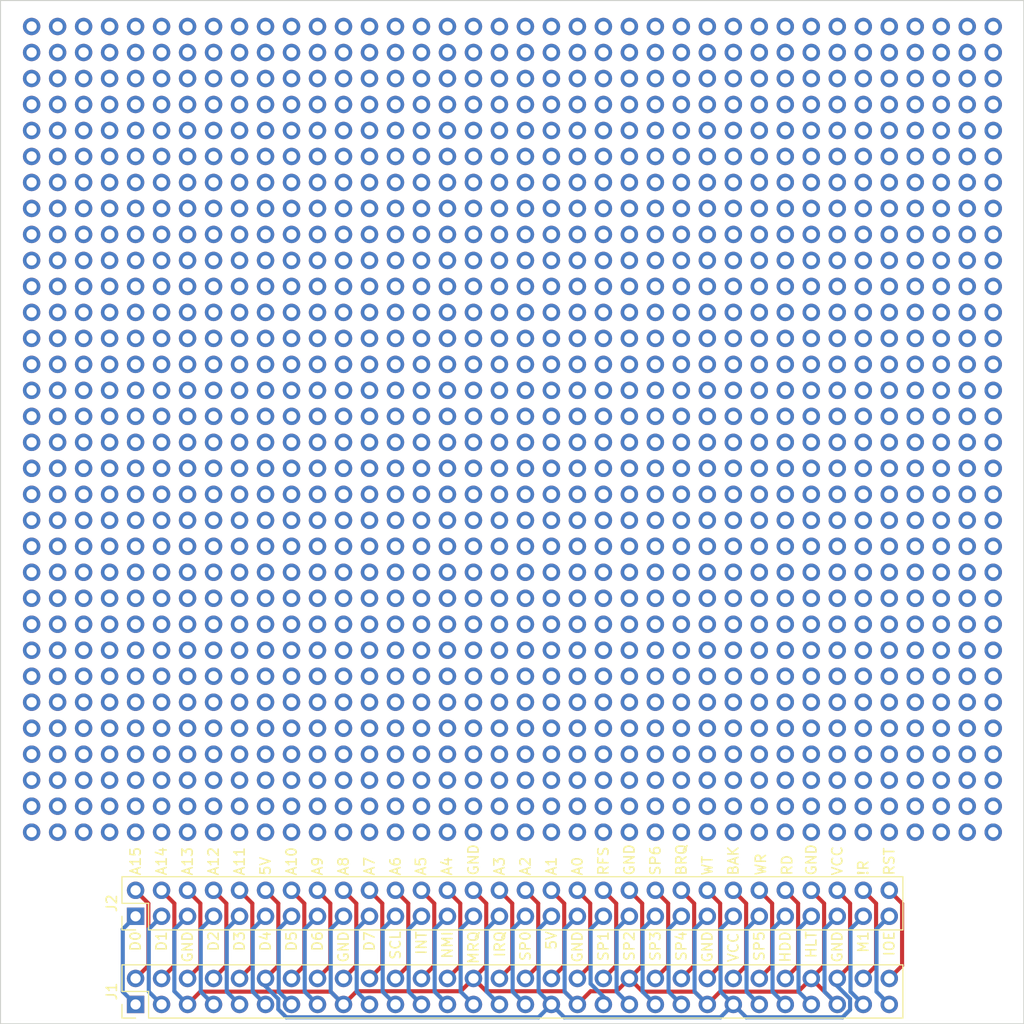
<source format=kicad_pcb>
(kicad_pcb (version 20240108) (generator "pcbnew") (generator_version "8.0")
  (layers (0 "F.Cu" signal) (31 "B.Cu" signal) (34 "B.Paste" user) (35 "F.Paste" user) (36 "B.SilkS" user "B.Silkscreen") (37 "F.SilkS" user "F.Silkscreen") (38 "B.Mask" user) (39 "F.Mask" user) (44 "Edge.Cuts" user))
  (net 0 "")
  (net 1 "A15")
  (net 2 "D0")
  (net 3 "A14")
  (net 4 "D1")
  (net 5 "A13")
  (net 6 "D2")
  (net 7 "A12")
  (net 8 "D3")
  (net 9 "A11")
  (net 10 "D4")
  (net 11 "A10")
  (net 12 "D5")
  (net 13 "A9")
  (net 14 "D6")
  (net 15 "A8")
  (net 16 "D7")
  (net 17 "A7")
  (net 18 "A6")
  (net 19 "HDD ACTIVITY")
  (net 20 "A5")
  (net 21 "SPARE0")
  (net 22 "A4")
  (net 23 "SPARE1")
  (net 24 "A3")
  (net 25 "SPARE2")
  (net 26 "A2")
  (net 27 "SPARE3")
  (net 28 "A1")
  (net 29 "GND")
  (net 30 "A0")
  (net 31 "VCC")
  (net 32 "RFSH")
  (net 33 "SPARE4")
  (net 34 "M1")
  (net 35 "SPARE5")
  (net 36 "RESET")
  (net 37 "RESET(H)")
  (net 38 "BUSRQ")
  (net 39 "INT")
  (net 40 "WAIT")
  (net 41 "NMI")
  (net 42 "BUSAK")
  (net 43 "HALT")
  (net 44 "WR")
  (net 45 "MREQ")
  (net 46 "RD")
  (net 47 "IOREQ")
  (net 48 "SYSCLK")
  (net 49 "SPARE6")
  (net 50 "CPU_IO")
  (footprint "Z80 Parts:TestPoint_THTPad_D1.7mm_Drill1.0mm" (layer "F.Cu") (at 109.036846 103.9242)
    (property "Reference" "REF**839" (hide yes))
    (property "Value" "TestPoint_THTPad_D1.7mm_Drill1.0mm" (hide yes))
  )
  (footprint "Z80 Parts:TestPoint_THTPad_D1.7mm_Drill1.0mm" (layer "F.Cu") (at 126.816846 75.9842)
    (property "Reference" "REF**428" (hide yes))
    (property "Value" "TestPoint_THTPad_D1.7mm_Drill1.0mm" (hide yes))
  )
  (footprint "Z80 Parts:TestPoint_THTPad_D1.7mm_Drill1.0mm" (layer "F.Cu") (at 114.116846 55.6642)
    (property "Reference" "REF**119" (hide yes))
    (property "Value" "TestPoint_THTPad_D1.7mm_Drill1.0mm" (hide yes))
  )
  (footprint "Z80 Parts:TestPoint_THTPad_D1.7mm_Drill1.0mm" (layer "F.Cu") (at 114.116846 121.7042)
    (property "Reference" "REF**1107" (hide yes))
    (property "Value" "TestPoint_THTPad_D1.7mm_Drill1.0mm" (hide yes))
  )
  (footprint "Z80 Parts:TestPoint_THTPad_D1.7mm_Drill1.0mm" (layer "F.Cu") (at 180.156846 55.6642)
    (property "Reference" "REF**145" (hide yes))
    (property "Value" "TestPoint_THTPad_D1.7mm_Drill1.0mm" (hide yes))
  )
  (footprint "Z80 Parts:TestPoint_THTPad_D1.7mm_Drill1.0mm" (layer "F.Cu") (at 162.376846 103.9242)
    (property "Reference" "REF**860" (hide yes))
    (property "Value" "TestPoint_THTPad_D1.7mm_Drill1.0mm" (hide yes))
  )
  (footprint "Z80 Parts:TestPoint_THTPad_D1.7mm_Drill1.0mm" (layer "F.Cu") (at 187.776846 126.7842)
    (property "Reference" "REF**1212" (hide yes))
    (property "Value" "TestPoint_THTPad_D1.7mm_Drill1.0mm" (hide yes))
  )
  (footprint "Z80 Parts:TestPoint_THTPad_D1.7mm_Drill1.0mm" (layer "F.Cu") (at 103.956846 124.2442)
    (property "Reference" "REF**1141" (hide yes))
    (property "Value" "TestPoint_THTPad_D1.7mm_Drill1.0mm" (hide yes))
  )
  (footprint "Z80 Parts:TestPoint_THTPad_D1.7mm_Drill1.0mm" (layer "F.Cu") (at 116.656846 88.6842)
    (property "Reference" "REF**614" (hide yes))
    (property "Value" "TestPoint_THTPad_D1.7mm_Drill1.0mm" (hide yes))
  )
  (footprint "Z80 Parts:TestPoint_THTPad_D1.7mm_Drill1.0mm" (layer "F.Cu") (at 154.756846 73.4442)
    (property "Reference" "REF**401" (hide yes))
    (property "Value" "TestPoint_THTPad_D1.7mm_Drill1.0mm" (hide yes))
  )
  (footprint "Z80 Parts:TestPoint_THTPad_D1.7mm_Drill1.0mm" (layer "F.Cu") (at 195.396846 50.5842)
    (property "Reference" "REF**75" (hide yes))
    (property "Value" "TestPoint_THTPad_D1.7mm_Drill1.0mm" (hide yes))
  )
  (footprint "Z80 Parts:TestPoint_THTPad_D1.7mm_Drill1.0mm" (layer "F.Cu") (at 152.216846 75.9842)
    (property "Reference" "REF**438" (hide yes))
    (property "Value" "TestPoint_THTPad_D1.7mm_Drill1.0mm" (hide yes))
  )
  (footprint "Z80 Parts:TestPoint_THTPad_D1.7mm_Drill1.0mm" (layer "F.Cu") (at 116.656846 48.0442)
    (property "Reference" "REF**6" (hide yes))
    (property "Value" "TestPoint_THTPad_D1.7mm_Drill1.0mm" (hide yes))
  )
  (footprint "Z80 Parts:TestPoint_THTPad_D1.7mm_Drill1.0mm" (layer "F.Cu") (at 116.656846 109.0042)
    (property "Reference" "REF**918" (hide yes))
    (property "Value" "TestPoint_THTPad_D1.7mm_Drill1.0mm" (hide yes))
  )
  (footprint "Z80 Parts:TestPoint_THTPad_D1.7mm_Drill1.0mm" (layer "F.Cu") (at 175.076846 106.4642)
    (property "Reference" "REF**903" (hide yes))
    (property "Value" "TestPoint_THTPad_D1.7mm_Drill1.0mm" (hide yes))
  )
  (footprint "Z80 Parts:TestPoint_THTPad_D1.7mm_Drill1.0mm" (layer "F.Cu") (at 159.836846 78.5242)
    (property "Reference" "REF**479" (hide yes))
    (property "Value" "TestPoint_THTPad_D1.7mm_Drill1.0mm" (hide yes))
  )
  (footprint "Z80 Parts:TestPoint_THTPad_D1.7mm_Drill1.0mm" (layer "F.Cu") (at 152.216846 93.7642)
    (property "Reference" "REF**704" (hide yes))
    (property "Value" "TestPoint_THTPad_D1.7mm_Drill1.0mm" (hide yes))
  )
  (footprint "Z80 Parts:TestPoint_THTPad_D1.7mm_Drill1.0mm" (layer "F.Cu") (at 142.056846 116.6242)
    (property "Reference" "REF**1042" (hide yes))
    (property "Value" "TestPoint_THTPad_D1.7mm_Drill1.0mm" (hide yes))
  )
  (footprint "Z80 Parts:TestPoint_THTPad_D1.7mm_Drill1.0mm" (layer "F.Cu") (at 182.696846 124.2442)
    (property "Reference" "REF**1172" (hide yes))
    (property "Value" "TestPoint_THTPad_D1.7mm_Drill1.0mm" (hide yes))
  )
  (footprint "Z80 Parts:TestPoint_THTPad_D1.7mm_Drill1.0mm" (layer "F.Cu") (at 103.956846 96.3042)
    (property "Reference" "REF**723" (hide yes))
    (property "Value" "TestPoint_THTPad_D1.7mm_Drill1.0mm" (hide yes))
  )
  (footprint "Z80 Parts:TestPoint_THTPad_D1.7mm_Drill1.0mm" (layer "F.Cu") (at 164.916846 48.0442)
    (property "Reference" "REF**25" (hide yes))
    (property "Value" "TestPoint_THTPad_D1.7mm_Drill1.0mm" (hide yes))
  )
  (footprint "Z80 Parts:TestPoint_THTPad_D1.7mm_Drill1.0mm" (layer "F.Cu") (at 164.916846 73.4442)
    (property "Reference" "REF**405" (hide yes))
    (property "Value" "TestPoint_THTPad_D1.7mm_Drill1.0mm" (hide yes))
  )
  (footprint "Z80 Parts:TestPoint_THTPad_D1.7mm_Drill1.0mm" (layer "F.Cu") (at 114.116846 73.4442)
    (property "Reference" "REF**385" (hide yes))
    (property "Value" "TestPoint_THTPad_D1.7mm_Drill1.0mm" (hide yes))
  )
  (footprint "Z80 Parts:TestPoint_THTPad_D1.7mm_Drill1.0mm" (layer "F.Cu") (at 101.416846 78.5242)
    (property "Reference" "REF**456" (hide yes))
    (property "Value" "TestPoint_THTPad_D1.7mm_Drill1.0mm" (hide yes))
  )
  (footprint "Z80 Parts:TestPoint_THTPad_D1.7mm_Drill1.0mm" (layer "F.Cu") (at 187.776846 58.2042)
    (property "Reference" "REF**186" (hide yes))
    (property "Value" "TestPoint_THTPad_D1.7mm_Drill1.0mm" (hide yes))
  )
  (footprint "Z80 Parts:TestPoint_THTPad_D1.7mm_Drill1.0mm" (layer "F.Cu") (at 106.496846 63.2842)
    (property "Reference" "REF**230" (hide yes))
    (property "Value" "TestPoint_THTPad_D1.7mm_Drill1.0mm" (hide yes))
  )
  (footprint "Z80 Parts:TestPoint_THTPad_D1.7mm_Drill1.0mm" (layer "F.Cu") (at 172.536846 111.5442)
    (property "Reference" "REF**978" (hide yes))
    (property "Value" "TestPoint_THTPad_D1.7mm_Drill1.0mm" (hide yes))
  )
  (footprint "Z80 Parts:TestPoint_THTPad_D1.7mm_Drill1.0mm" (layer "F.Cu") (at 136.976846 60.7442)
    (property "Reference" "REF**204" (hide yes))
    (property "Value" "TestPoint_THTPad_D1.7mm_Drill1.0mm" (hide yes))
  )
  (footprint "Z80 Parts:TestPoint_THTPad_D1.7mm_Drill1.0mm" (layer "F.Cu") (at 192.856846 106.4642)
    (property "Reference" "REF**910" (hide yes))
    (property "Value" "TestPoint_THTPad_D1.7mm_Drill1.0mm" (hide yes))
  )
  (footprint "Z80 Parts:TestPoint_THTPad_D1.7mm_Drill1.0mm" (layer "F.Cu") (at 111.576846 116.6242)
    (property "Reference" "REF**1030" (hide yes))
    (property "Value" "TestPoint_THTPad_D1.7mm_Drill1.0mm" (hide yes))
  )
  (footprint "Z80 Parts:TestPoint_THTPad_D1.7mm_Drill1.0mm" (layer "F.Cu") (at 177.616846 50.5842)
    (property "Reference" "REF**68" (hide yes))
    (property "Value" "TestPoint_THTPad_D1.7mm_Drill1.0mm" (hide yes))
  )
  (footprint "Z80 Parts:TestPoint_THTPad_D1.7mm_Drill1.0mm" (layer "F.Cu") (at 136.976846 86.1442)
    (property "Reference" "REF**584" (hide yes))
    (property "Value" "TestPoint_THTPad_D1.7mm_Drill1.0mm" (hide yes))
  )
  (footprint "Z80 Parts:TestPoint_THTPad_D1.7mm_Drill1.0mm" (layer "F.Cu") (at 139.516846 81.0642)
    (property "Reference" "REF**509" (hide yes))
    (property "Value" "TestPoint_THTPad_D1.7mm_Drill1.0mm" (hide yes))
  )
  (footprint "Z80 Parts:TestPoint_THTPad_D1.7mm_Drill1.0mm" (layer "F.Cu") (at 114.116846 81.0642)
    (property "Reference" "REF**499" (hide yes))
    (property "Value" "TestPoint_THTPad_D1.7mm_Drill1.0mm" (hide yes))
  )
  (footprint "Z80 Parts:TestPoint_THTPad_D1.7mm_Drill1.0mm" (layer "F.Cu") (at 152.216846 86.1442)
    (property "Reference" "REF**590" (hide yes))
    (property "Value" "TestPoint_THTPad_D1.7mm_Drill1.0mm" (hide yes))
  )
  (footprint "Z80 Parts:TestPoint_THTPad_D1.7mm_Drill1.0mm" (layer "F.Cu") (at 157.296846 106.4642)
    (property "Reference" "REF**896" (hide yes))
    (property "Value" "TestPoint_THTPad_D1.7mm_Drill1.0mm" (hide yes))
  )
  (footprint "Z80 Parts:TestPoint_THTPad_D1.7mm_Drill1.0mm" (layer "F.Cu") (at 164.916846 93.7642)
    (property "Reference" "REF**709" (hide yes))
    (property "Value" "TestPoint_THTPad_D1.7mm_Drill1.0mm" (hide yes))
  )
  (footprint "Z80 Parts:TestPoint_THTPad_D1.7mm_Drill1.0mm" (layer "F.Cu") (at 131.896846 75.9842)
    (property "Reference" "REF**430" (hide yes))
    (property "Value" "TestPoint_THTPad_D1.7mm_Drill1.0mm" (hide yes))
  )
  (footprint "Z80 Parts:TestPoint_THTPad_D1.7mm_Drill1.0mm" (layer "F.Cu") (at 185.236846 109.0042)
    (property "Reference" "REF**945" (hide yes))
    (property "Value" "TestPoint_THTPad_D1.7mm_Drill1.0mm" (hide yes))
  )
  (footprint "Z80 Parts:TestPoint_THTPad_D1.7mm_Drill1.0mm" (layer "F.Cu") (at 129.356846 60.7442)
    (property "Reference" "REF**201" (hide yes))
    (property "Value" "TestPoint_THTPad_D1.7mm_Drill1.0mm" (hide yes))
  )
  (footprint "Z80 Parts:TestPoint_THTPad_D1.7mm_Drill1.0mm" (layer "F.Cu") (at 167.456846 75.9842)
    (property "Reference" "REF**444" (hide yes))
    (property "Value" "TestPoint_THTPad_D1.7mm_Drill1.0mm" (hide yes))
  )
  (footprint "Z80 Parts:TestPoint_THTPad_D1.7mm_Drill1.0mm" (layer "F.Cu") (at 134.436846 114.0842)
    (property "Reference" "REF**1001" (hide yes))
    (property "Value" "TestPoint_THTPad_D1.7mm_Drill1.0mm" (hide yes))
  )
  (footprint "Z80 Parts:TestPoint_THTPad_D1.7mm_Drill1.0mm" (layer "F.Cu") (at 129.356846 101.3842)
    (property "Reference" "REF**809" (hide yes))
    (property "Value" "TestPoint_THTPad_D1.7mm_Drill1.0mm" (hide yes))
  )
  (footprint "Z80 Parts:TestPoint_THTPad_D1.7mm_Drill1.0mm" (layer "F.Cu") (at 126.816846 109.0042)
    (property "Reference" "REF**922" (hide yes))
    (property "Value" "TestPoint_THTPad_D1.7mm_Drill1.0mm" (hide yes))
  )
  (footprint "Z80 Parts:TestPoint_THTPad_D1.7mm_Drill1.0mm" (layer "F.Cu") (at 147.136846 65.8242)
    (property "Reference" "REF**284" (hide yes))
    (property "Value" "TestPoint_THTPad_D1.7mm_Drill1.0mm" (hide yes))
  )
  (footprint "Z80 Parts:TestPoint_THTPad_D1.7mm_Drill1.0mm" (layer "F.Cu") (at 142.056846 88.6842)
    (property "Reference" "REF**624" (hide yes))
    (property "Value" "TestPoint_THTPad_D1.7mm_Drill1.0mm" (hide yes))
  )
  (footprint "Z80 Parts:TestPoint_THTPad_D1.7mm_Drill1.0mm" (layer "F.Cu") (at 169.996846 65.8242)
    (property "Reference" "REF**293" (hide yes))
    (property "Value" "TestPoint_THTPad_D1.7mm_Drill1.0mm" (hide yes))
  )
  (footprint "Z80 Parts:TestPoint_THTPad_D1.7mm_Drill1.0mm" (layer "F.Cu") (at 131.896846 126.7842)
    (property "Reference" "REF**1190" (hide yes))
    (property "Value" "TestPoint_THTPad_D1.7mm_Drill1.0mm" (hide yes))
  )
  (footprint "Z80 Parts:TestPoint_THTPad_D1.7mm_Drill1.0mm" (layer "F.Cu") (at 103.956846 106.4642)
    (property "Reference" "REF**875" (hide yes))
    (property "Value" "TestPoint_THTPad_D1.7mm_Drill1.0mm" (hide yes))
  )
  (footprint "Z80 Parts:TestPoint_THTPad_D1.7mm_Drill1.0mm" (layer "F.Cu") (at 126.816846 53.1242)
    (property "Reference" "REF**86" (hide yes))
    (property "Value" "TestPoint_THTPad_D1.7mm_Drill1.0mm" (hide yes))
  )
  (footprint "Z80 Parts:TestPoint_THTPad_D1.7mm_Drill1.0mm" (layer "F.Cu") (at 106.496846 96.3042)
    (property "Reference" "REF**724" (hide yes))
    (property "Value" "TestPoint_THTPad_D1.7mm_Drill1.0mm" (hide yes))
  )
  (footprint "Z80 Parts:TestPoint_THTPad_D1.7mm_Drill1.0mm" (layer "F.Cu") (at 147.136846 53.1242)
    (property "Reference" "REF**94" (hide yes))
    (property "Value" "TestPoint_THTPad_D1.7mm_Drill1.0mm" (hide yes))
  )
  (footprint "Z80 Parts:TestPoint_THTPad_D1.7mm_Drill1.0mm" (layer "F.Cu") (at 185.236846 55.6642)
    (property "Reference" "REF**147" (hide yes))
    (property "Value" "TestPoint_THTPad_D1.7mm_Drill1.0mm" (hide yes))
  )
  (footprint "Z80 Parts:TestPoint_THTPad_D1.7mm_Drill1.0mm" (layer "F.Cu") (at 139.516846 96.3042)
    (property "Reference" "REF**737" (hide yes))
    (property "Value" "TestPoint_THTPad_D1.7mm_Drill1.0mm" (hide yes))
  )
  (footprint "Z80 Parts:TestPoint_THTPad_D1.7mm_Drill1.0mm" (layer "F.Cu") (at 111.576846 55.6642)
    (property "Reference" "REF**118" (hide yes))
    (property "Value" "TestPoint_THTPad_D1.7mm_Drill1.0mm" (hide yes))
  )
  (footprint "Z80 Parts:TestPoint_THTPad_D1.7mm_Drill1.0mm" (layer "F.Cu") (at 149.676846 116.6242)
    (property "Reference" "REF**1045" (hide yes))
    (property "Value" "TestPoint_THTPad_D1.7mm_Drill1.0mm" (hide yes))
  )
  (footprint "Z80 Parts:TestPoint_THTPad_D1.7mm_Drill1.0mm" (layer "F.Cu") (at 131.896846 114.0842)
    (property "Reference" "REF**1000" (hide yes))
    (property "Value" "TestPoint_THTPad_D1.7mm_Drill1.0mm" (hide yes))
  )
  (footprint "Z80 Parts:TestPoint_THTPad_D1.7mm_Drill1.0mm" (layer "F.Cu") (at 149.676846 111.5442)
    (property "Reference" "REF**969" (hide yes))
    (property "Value" "TestPoint_THTPad_D1.7mm_Drill1.0mm" (hide yes))
  )
  (footprint "Z80 Parts:TestPoint_THTPad_D1.7mm_Drill1.0mm" (layer "F.Cu") (at 126.816846 50.5842)
    (property "Reference" "REF**48" (hide yes))
    (property "Value" "TestPoint_THTPad_D1.7mm_Drill1.0mm" (hide yes))
  )
  (footprint "Z80 Parts:TestPoint_THTPad_D1.7mm_Drill1.0mm" (layer "F.Cu") (at 119.196846 91.2242)
    (property "Reference" "REF**653" (hide yes))
    (property "Value" "TestPoint_THTPad_D1.7mm_Drill1.0mm" (hide yes))
  )
  (footprint "Z80 Parts:TestPoint_THTPad_D1.7mm_Drill1.0mm" (layer "F.Cu") (at 154.756846 109.0042)
    (property "Reference" "REF**933" (hide yes))
    (property "Value" "TestPoint_THTPad_D1.7mm_Drill1.0mm" (hide yes))
  )
  (footprint "Z80 Parts:TestPoint_THTPad_D1.7mm_Drill1.0mm" (layer "F.Cu") (at 139.516846 70.9042)
    (property "Reference" "REF**357" (hide yes))
    (property "Value" "TestPoint_THTPad_D1.7mm_Drill1.0mm" (hide yes))
  )
  (footprint "Z80 Parts:TestPoint_THTPad_D1.7mm_Drill1.0mm" (layer "F.Cu") (at 111.576846 65.8242)
    (property "Reference" "REF**270" (hide yes))
    (property "Value" "TestPoint_THTPad_D1.7mm_Drill1.0mm" (hide yes))
  )
  (footprint "Z80 Parts:TestPoint_THTPad_D1.7mm_Drill1.0mm" (layer "F.Cu") (at 119.196846 55.6642)
    (property "Reference" "REF**121" (hide yes))
    (property "Value" "TestPoint_THTPad_D1.7mm_Drill1.0mm" (hide yes))
  )
  (footprint "Z80 Parts:TestPoint_THTPad_D1.7mm_Drill1.0mm" (layer "F.Cu") (at 157.296846 78.5242)
    (property "Reference" "REF**478" (hide yes))
    (property "Value" "TestPoint_THTPad_D1.7mm_Drill1.0mm" (hide yes))
  )
  (footprint "Z80 Parts:TestPoint_THTPad_D1.7mm_Drill1.0mm" (layer "F.Cu") (at 164.916846 101.3842)
    (property "Reference" "REF**823" (hide yes))
    (property "Value" "TestPoint_THTPad_D1.7mm_Drill1.0mm" (hide yes))
  )
  (footprint "Z80 Parts:TestPoint_THTPad_D1.7mm_Drill1.0mm" (layer "F.Cu") (at 149.676846 48.0442)
    (property "Reference" "REF**19" (hide yes))
    (property "Value" "TestPoint_THTPad_D1.7mm_Drill1.0mm" (hide yes))
  )
  (footprint "Z80 Parts:TestPoint_THTPad_D1.7mm_Drill1.0mm" (layer "F.Cu") (at 109.036846 81.0642)
    (property "Reference" "REF**497" (hide yes))
    (property "Value" "TestPoint_THTPad_D1.7mm_Drill1.0mm" (hide yes))
  )
  (footprint "Z80 Parts:TestPoint_THTPad_D1.7mm_Drill1.0mm" (layer "F.Cu") (at 172.536846 126.7842)
    (property "Reference" "REF**1206" (hide yes))
    (property "Value" "TestPoint_THTPad_D1.7mm_Drill1.0mm" (hide yes))
  )
  (footprint "Z80 Parts:TestPoint_THTPad_D1.7mm_Drill1.0mm" (layer "F.Cu") (at 103.956846 70.9042)
    (property "Reference" "REF**343" (hide yes))
    (property "Value" "TestPoint_THTPad_D1.7mm_Drill1.0mm" (hide yes))
  )
  (footprint "Z80 Parts:TestPoint_THTPad_D1.7mm_Drill1.0mm" (layer "F.Cu") (at 114.116846 86.1442)
    (property "Reference" "REF**575" (hide yes))
    (property "Value" "TestPoint_THTPad_D1.7mm_Drill1.0mm" (hide yes))
  )
  (footprint "Z80 Parts:TestPoint_THTPad_D1.7mm_Drill1.0mm" (layer "F.Cu") (at 185.236846 60.7442)
    (property "Reference" "REF**223" (hide yes))
    (property "Value" "TestPoint_THTPad_D1.7mm_Drill1.0mm" (hide yes))
  )
  (footprint "Z80 Parts:TestPoint_THTPad_D1.7mm_Drill1.0mm" (layer "F.Cu") (at 187.776846 65.8242)
    (property "Reference" "REF**300" (hide yes))
    (property "Value" "TestPoint_THTPad_D1.7mm_Drill1.0mm" (hide yes))
  )
  (footprint "Z80 Parts:TestPoint_THTPad_D1.7mm_Drill1.0mm" (layer "F.Cu") (at 175.076846 81.0642)
    (property "Reference" "REF**523" (hide yes))
    (property "Value" "TestPoint_THTPad_D1.7mm_Drill1.0mm" (hide yes))
  )
  (footprint "Z80 Parts:TestPoint_THTPad_D1.7mm_Drill1.0mm" (layer "F.Cu") (at 167.456846 63.2842)
    (property "Reference" "REF**254" (hide yes))
    (property "Value" "TestPoint_THTPad_D1.7mm_Drill1.0mm" (hide yes))
  )
  (footprint "Z80 Parts:TestPoint_THTPad_D1.7mm_Drill1.0mm" (layer "F.Cu") (at 172.536846 78.5242)
    (property "Reference" "REF**484" (hide yes))
    (property "Value" "TestPoint_THTPad_D1.7mm_Drill1.0mm" (hide yes))
  )
  (footprint "Z80 Parts:TestPoint_THTPad_D1.7mm_Drill1.0mm" (layer "F.Cu") (at 147.136846 83.6042)
    (property "Reference" "REF**550" (hide yes))
    (property "Value" "TestPoint_THTPad_D1.7mm_Drill1.0mm" (hide yes))
  )
  (footprint "Z80 Parts:TestPoint_THTPad_D1.7mm_Drill1.0mm" (layer "F.Cu") (at 106.496846 111.5442)
    (property "Reference" "REF**952" (hide yes))
    (property "Value" "TestPoint_THTPad_D1.7mm_Drill1.0mm" (hide yes))
  )
  (footprint "Z80 Parts:TestPoint_THTPad_D1.7mm_Drill1.0mm" (layer "F.Cu") (at 144.596846 55.6642)
    (property "Reference" "REF**131" (hide yes))
    (property "Value" "TestPoint_THTPad_D1.7mm_Drill1.0mm" (hide yes))
  )
  (footprint "Z80 Parts:TestPoint_THTPad_D1.7mm_Drill1.0mm" (layer "F.Cu") (at 159.836846 60.7442)
    (property "Reference" "REF**213" (hide yes))
    (property "Value" "TestPoint_THTPad_D1.7mm_Drill1.0mm" (hide yes))
  )
  (footprint "Z80 Parts:TestPoint_THTPad_D1.7mm_Drill1.0mm" (layer "F.Cu") (at 121.736846 55.6642)
    (property "Reference" "REF**122" (hide yes))
    (property "Value" "TestPoint_THTPad_D1.7mm_Drill1.0mm" (hide yes))
  )
  (footprint "Z80 Parts:TestPoint_THTPad_D1.7mm_Drill1.0mm" (layer "F.Cu") (at 175.076846 58.2042)
    (property "Reference" "REF**181" (hide yes))
    (property "Value" "TestPoint_THTPad_D1.7mm_Drill1.0mm" (hide yes))
  )
  (footprint "Z80 Parts:TestPoint_THTPad_D1.7mm_Drill1.0mm" (layer "F.Cu") (at 121.736846 106.4642)
    (property "Reference" "REF**882" (hide yes))
    (property "Value" "TestPoint_THTPad_D1.7mm_Drill1.0mm" (hide yes))
  )
  (footprint "Z80 Parts:TestPoint_THTPad_D1.7mm_Drill1.0mm" (layer "F.Cu") (at 195.396846 81.0642)
    (property "Reference" "REF**531" (hide yes))
    (property "Value" "TestPoint_THTPad_D1.7mm_Drill1.0mm" (hide yes))
  )
  (footprint "Z80 Parts:TestPoint_THTPad_D1.7mm_Drill1.0mm" (layer "F.Cu") (at 106.496846 98.8442)
    (property "Reference" "REF**762" (hide yes))
    (property "Value" "TestPoint_THTPad_D1.7mm_Drill1.0mm" (hide yes))
  )
  (footprint "Z80 Parts:TestPoint_THTPad_D1.7mm_Drill1.0mm" (layer "F.Cu") (at 154.756846 93.7642)
    (property "Reference" "REF**705" (hide yes))
    (property "Value" "TestPoint_THTPad_D1.7mm_Drill1.0mm" (hide yes))
  )
  (footprint "Z80 Parts:TestPoint_THTPad_D1.7mm_Drill1.0mm" (layer "F.Cu") (at 119.196846 96.3042)
    (property "Reference" "REF**729" (hide yes))
    (property "Value" "TestPoint_THTPad_D1.7mm_Drill1.0mm" (hide yes))
  )
  (footprint "Z80 Parts:TestPoint_THTPad_D1.7mm_Drill1.0mm" (layer "F.Cu") (at 147.136846 109.0042)
    (property "Reference" "REF**930" (hide yes))
    (property "Value" "TestPoint_THTPad_D1.7mm_Drill1.0mm" (hide yes))
  )
  (footprint "Z80 Parts:TestPoint_THTPad_D1.7mm_Drill1.0mm" (layer "F.Cu") (at 126.816846 103.9242)
    (property "Reference" "REF**846" (hide yes))
    (property "Value" "TestPoint_THTPad_D1.7mm_Drill1.0mm" (hide yes))
  )
  (footprint "Z80 Parts:TestPoint_THTPad_D1.7mm_Drill1.0mm" (layer "F.Cu") (at 169.996846 98.8442)
    (property "Reference" "REF**787" (hide yes))
    (property "Value" "TestPoint_THTPad_D1.7mm_Drill1.0mm" (hide yes))
  )
  (footprint "Z80 Parts:TestPoint_THTPad_D1.7mm_Drill1.0mm" (layer "F.Cu") (at 129.356846 116.6242)
    (property "Reference" "REF**1037" (hide yes))
    (property "Value" "TestPoint_THTPad_D1.7mm_Drill1.0mm" (hide yes))
  )
  (footprint "Z80 Parts:TestPoint_THTPad_D1.7mm_Drill1.0mm" (layer "F.Cu") (at 131.896846 83.6042)
    (property "Reference" "REF**544" (hide yes))
    (property "Value" "TestPoint_THTPad_D1.7mm_Drill1.0mm" (hide yes))
  )
  (footprint "Z80 Parts:TestPoint_THTPad_D1.7mm_Drill1.0mm" (layer "F.Cu") (at 136.976846 83.6042)
    (property "Reference" "REF**546" (hide yes))
    (property "Value" "TestPoint_THTPad_D1.7mm_Drill1.0mm" (hide yes))
  )
  (footprint "Z80 Parts:TestPoint_THTPad_D1.7mm_Drill1.0mm" (layer "F.Cu") (at 139.516846 78.5242)
    (property "Reference" "REF**471" (hide yes))
    (property "Value" "TestPoint_THTPad_D1.7mm_Drill1.0mm" (hide yes))
  )
  (footprint "Z80 Parts:TestPoint_THTPad_D1.7mm_Drill1.0mm" (layer "F.Cu") (at 185.236846 83.6042)
    (property "Reference" "REF**565" (hide yes))
    (property "Value" "TestPoint_THTPad_D1.7mm_Drill1.0mm" (hide yes))
  )
  (footprint "Z80 Parts:TestPoint_THTPad_D1.7mm_Drill1.0mm" (layer "F.Cu") (at 159.836846 109.0042)
    (property "Reference" "REF**935" (hide yes))
    (property "Value" "TestPoint_THTPad_D1.7mm_Drill1.0mm" (hide yes))
  )
  (footprint "Z80 Parts:TestPoint_THTPad_D1.7mm_Drill1.0mm" (layer "F.Cu") (at 119.196846 116.6242)
    (property "Reference" "REF**1033" (hide yes))
    (property "Value" "TestPoint_THTPad_D1.7mm_Drill1.0mm" (hide yes))
  )
  (footprint "Z80 Parts:TestPoint_THTPad_D1.7mm_Drill1.0mm" (layer "F.Cu") (at 154.756846 53.1242)
    (property "Reference" "REF**97" (hide yes))
    (property "Value" "TestPoint_THTPad_D1.7mm_Drill1.0mm" (hide yes))
  )
  (footprint "Z80 Parts:TestPoint_THTPad_D1.7mm_Drill1.0mm" (layer "F.Cu") (at 144.596846 81.0642)
    (property "Reference" "REF**511" (hide yes))
    (property "Value" "TestPoint_THTPad_D1.7mm_Drill1.0mm" (hide yes))
  )
  (footprint "Z80 Parts:TestPoint_THTPad_D1.7mm_Drill1.0mm" (layer "F.Cu") (at 157.296846 81.0642)
    (property "Reference" "REF**516" (hide yes))
    (property "Value" "TestPoint_THTPad_D1.7mm_Drill1.0mm" (hide yes))
  )
  (footprint "Z80 Parts:TestPoint_THTPad_D1.7mm_Drill1.0mm" (layer "F.Cu") (at 169.996846 75.9842)
    (property "Reference" "REF**445" (hide yes))
    (property "Value" "TestPoint_THTPad_D1.7mm_Drill1.0mm" (hide yes))
  )
  (footprint "Z80 Parts:TestPoint_THTPad_D1.7mm_Drill1.0mm" (layer "F.Cu") (at 106.496846 55.6642)
    (property "Reference" "REF**116" (hide yes))
    (property "Value" "TestPoint_THTPad_D1.7mm_Drill1.0mm" (hide yes))
  )
  (footprint "Z80 Parts:TestPoint_THTPad_D1.7mm_Drill1.0mm" (layer "F.Cu") (at 136.976846 91.2242)
    (property "Reference" "REF**660" (hide yes))
    (property "Value" "TestPoint_THTPad_D1.7mm_Drill1.0mm" (hide yes))
  )
  (footprint "Z80 Parts:TestPoint_THTPad_D1.7mm_Drill1.0mm" (layer "F.Cu") (at 126.816846 55.6642)
    (property "Reference" "REF**124" (hide yes))
    (property "Value" "TestPoint_THTPad_D1.7mm_Drill1.0mm" (hide yes))
  )
  (footprint "Z80 Parts:TestPoint_THTPad_D1.7mm_Drill1.0mm" (layer "F.Cu") (at 185.236846 114.0842)
    (property "Reference" "REF**1021" (hide yes))
    (property "Value" "TestPoint_THTPad_D1.7mm_Drill1.0mm" (hide yes))
  )
  (footprint "Z80 Parts:TestPoint_THTPad_D1.7mm_Drill1.0mm" (layer "F.Cu") (at 106.496846 109.0042)
    (property "Reference" "REF**914" (hide yes))
    (property "Value" "TestPoint_THTPad_D1.7mm_Drill1.0mm" (hide yes))
  )
  (footprint "Z80 Parts:TestPoint_THTPad_D1.7mm_Drill1.0mm" (layer "F.Cu") (at 109.036846 63.2842)
    (property "Reference" "REF**231" (hide yes))
    (property "Value" "TestPoint_THTPad_D1.7mm_Drill1.0mm" (hide yes))
  )
  (footprint "Z80 Parts:TestPoint_THTPad_D1.7mm_Drill1.0mm" (layer "F.Cu") (at 149.676846 91.2242)
    (property "Reference" "REF**665" (hide yes))
    (property "Value" "TestPoint_THTPad_D1.7mm_Drill1.0mm" (hide yes))
  )
  (footprint "Z80 Parts:TestPoint_THTPad_D1.7mm_Drill1.0mm" (layer "F.Cu") (at 175.076846 88.6842)
    (property "Reference" "REF**637" (hide yes))
    (property "Value" "TestPoint_THTPad_D1.7mm_Drill1.0mm" (hide yes))
  )
  (footprint "Z80 Parts:TestPoint_THTPad_D1.7mm_Drill1.0mm" (layer "F.Cu") (at 154.756846 119.1642)
    (property "Reference" "REF**1085" (hide yes))
    (property "Value" "TestPoint_THTPad_D1.7mm_Drill1.0mm" (hide yes))
  )
  (footprint "Z80 Parts:TestPoint_THTPad_D1.7mm_Drill1.0mm" (layer "F.Cu") (at 121.736846 83.6042)
    (property "Reference" "REF**540" (hide yes))
    (property "Value" "TestPoint_THTPad_D1.7mm_Drill1.0mm" (hide yes))
  )
  (footprint "Z80 Parts:TestPoint_THTPad_D1.7mm_Drill1.0mm" (layer "F.Cu") (at 131.896846 55.6642)
    (property "Reference" "REF**126" (hide yes))
    (property "Value" "TestPoint_THTPad_D1.7mm_Drill1.0mm" (hide yes))
  )
  (footprint "Z80 Parts:TestPoint_THTPad_D1.7mm_Drill1.0mm" (layer "F.Cu") (at 101.416846 91.2242)
    (property "Reference" "REF**646" (hide yes))
    (property "Value" "TestPoint_THTPad_D1.7mm_Drill1.0mm" (hide yes))
  )
  (footprint "Z80 Parts:TestPoint_THTPad_D1.7mm_Drill1.0mm" (layer "F.Cu") (at 164.916846 58.2042)
    (property "Reference" "REF**177" (hide yes))
    (property "Value" "TestPoint_THTPad_D1.7mm_Drill1.0mm" (hide yes))
  )
  (footprint "Z80 Parts:TestPoint_THTPad_D1.7mm_Drill1.0mm" (layer "F.Cu") (at 114.116846 91.2242)
    (property "Reference" "REF**651" (hide yes))
    (property "Value" "TestPoint_THTPad_D1.7mm_Drill1.0mm" (hide yes))
  )
  (footprint "Z80 Parts:TestPoint_THTPad_D1.7mm_Drill1.0mm" (layer "F.Cu") (at 101.416846 55.6642)
    (property "Reference" "REF**114" (hide yes))
    (property "Value" "TestPoint_THTPad_D1.7mm_Drill1.0mm" (hide yes))
  )
  (footprint "Z80 Parts:TestPoint_THTPad_D1.7mm_Drill1.0mm" (layer "F.Cu") (at 157.296846 55.6642)
    (property "Reference" "REF**136" (hide yes))
    (property "Value" "TestPoint_THTPad_D1.7mm_Drill1.0mm" (hide yes))
  )
  (footprint "Z80 Parts:TestPoint_THTPad_D1.7mm_Drill1.0mm" (layer "F.Cu") (at 192.856846 58.2042)
    (property "Reference" "REF**188" (hide yes))
    (property "Value" "TestPoint_THTPad_D1.7mm_Drill1.0mm" (hide yes))
  )
  (footprint "Z80 Parts:TestPoint_THTPad_D1.7mm_Drill1.0mm" (layer "F.Cu") (at 121.736846 119.1642)
    (property "Reference" "REF**1072" (hide yes))
    (property "Value" "TestPoint_THTPad_D1.7mm_Drill1.0mm" (hide yes))
  )
  (footprint "Z80 Parts:TestPoint_THTPad_D1.7mm_Drill1.0mm" (layer "F.Cu") (at 175.076846 78.5242)
    (property "Reference" "REF**485" (hide yes))
    (property "Value" "TestPoint_THTPad_D1.7mm_Drill1.0mm" (hide yes))
  )
  (footprint "Z80 Parts:TestPoint_THTPad_D1.7mm_Drill1.0mm" (layer "F.Cu") (at 182.696846 55.6642)
    (property "Reference" "REF**146" (hide yes))
    (property "Value" "TestPoint_THTPad_D1.7mm_Drill1.0mm" (hide yes))
  )
  (footprint "Z80 Parts:TestPoint_THTPad_D1.7mm_Drill1.0mm" (layer "F.Cu") (at 134.436846 101.3842)
    (property "Reference" "REF**811" (hide yes))
    (property "Value" "TestPoint_THTPad_D1.7mm_Drill1.0mm" (hide yes))
  )
  (footprint "Z80 Parts:TestPoint_THTPad_D1.7mm_Drill1.0mm" (layer "F.Cu") (at 106.496846 78.5242)
    (property "Reference" "REF**458" (hide yes))
    (property "Value" "TestPoint_THTPad_D1.7mm_Drill1.0mm" (hide yes))
  )
  (footprint "Z80 Parts:TestPoint_THTPad_D1.7mm_Drill1.0mm" (layer "F.Cu") (at 159.836846 103.9242)
    (property "Reference" "REF**859" (hide yes))
    (property "Value" "TestPoint_THTPad_D1.7mm_Drill1.0mm" (hide yes))
  )
  (footprint "Z80 Parts:TestPoint_THTPad_D1.7mm_Drill1.0mm" (layer "F.Cu") (at 147.136846 58.2042)
    (property "Reference" "REF**170" (hide yes))
    (property "Value" "TestPoint_THTPad_D1.7mm_Drill1.0mm" (hide yes))
  )
  (footprint "Z80 Parts:TestPoint_THTPad_D1.7mm_Drill1.0mm" (layer "F.Cu") (at 139.516846 93.7642)
    (property "Reference" "REF**699" (hide yes))
    (property "Value" "TestPoint_THTPad_D1.7mm_Drill1.0mm" (hide yes))
  )
  (footprint "Z80 Parts:TestPoint_THTPad_D1.7mm_Drill1.0mm" (layer "F.Cu") (at 116.656846 114.0842)
    (property "Reference" "REF**994" (hide yes))
    (property "Value" "TestPoint_THTPad_D1.7mm_Drill1.0mm" (hide yes))
  )
  (footprint "Z80 Parts:TestPoint_THTPad_D1.7mm_Drill1.0mm" (layer "F.Cu") (at 124.276846 101.3842)
    (property "Reference" "REF**807" (hide yes))
    (property "Value" "TestPoint_THTPad_D1.7mm_Drill1.0mm" (hide yes))
  )
  (footprint "Z80 Parts:TestPoint_THTPad_D1.7mm_Drill1.0mm" (layer "F.Cu") (at 192.856846 111.5442)
    (property "Reference" "REF**986" (hide yes))
    (property "Value" "TestPoint_THTPad_D1.7mm_Drill1.0mm" (hide yes))
  )
  (footprint "Z80 Parts:TestPoint_THTPad_D1.7mm_Drill1.0mm" (layer "F.Cu") (at 142.056846 68.3642)
    (property "Reference" "REF**320" (hide yes))
    (property "Value" "TestPoint_THTPad_D1.7mm_Drill1.0mm" (hide yes))
  )
  (footprint "Z80 Parts:TestPoint_THTPad_D1.7mm_Drill1.0mm" (layer "F.Cu") (at 109.036846 126.7842)
    (property "Reference" "REF**1181" (hide yes))
    (property "Value" "TestPoint_THTPad_D1.7mm_Drill1.0mm" (hide yes))
  )
  (footprint "Z80 Parts:TestPoint_THTPad_D1.7mm_Drill1.0mm" (layer "F.Cu") (at 139.516846 75.9842)
    (property "Reference" "REF**433" (hide yes))
    (property "Value" "TestPoint_THTPad_D1.7mm_Drill1.0mm" (hide yes))
  )
  (footprint "Z80 Parts:TestPoint_THTPad_D1.7mm_Drill1.0mm" (layer "F.Cu") (at 134.436846 124.2442)
    (property "Reference" "REF**1153" (hide yes))
    (property "Value" "TestPoint_THTPad_D1.7mm_Drill1.0mm" (hide yes))
  )
  (footprint "Z80 Parts:TestPoint_THTPad_D1.7mm_Drill1.0mm" (layer "F.Cu") (at 175.076846 75.9842)
    (property "Reference" "REF**447" (hide yes))
    (property "Value" "TestPoint_THTPad_D1.7mm_Drill1.0mm" (hide yes))
  )
  (footprint "Z80 Parts:TestPoint_THTPad_D1.7mm_Drill1.0mm" (layer "F.Cu") (at 136.976846 111.5442)
    (property "Reference" "REF**964" (hide yes))
    (property "Value" "TestPoint_THTPad_D1.7mm_Drill1.0mm" (hide yes))
  )
  (footprint "Z80 Parts:TestPoint_THTPad_D1.7mm_Drill1.0mm" (layer "F.Cu") (at 182.696846 68.3642)
    (property "Reference" "REF**336" (hide yes))
    (property "Value" "TestPoint_THTPad_D1.7mm_Drill1.0mm" (hide yes))
  )
  (footprint "Z80 Parts:TestPoint_THTPad_D1.7mm_Drill1.0mm" (layer "F.Cu") (at 124.276846 124.2442)
    (property "Reference" "REF**1149" (hide yes))
    (property "Value" "TestPoint_THTPad_D1.7mm_Drill1.0mm" (hide yes))
  )
  (footprint "Z80 Parts:TestPoint_THTPad_D1.7mm_Drill1.0mm" (layer "F.Cu") (at 192.856846 101.3842)
    (property "Reference" "REF**834" (hide yes))
    (property "Value" "TestPoint_THTPad_D1.7mm_Drill1.0mm" (hide yes))
  )
  (footprint "Z80 Parts:TestPoint_THTPad_D1.7mm_Drill1.0mm" (layer "F.Cu") (at 157.296846 68.3642)
    (property "Reference" "REF**326" (hide yes))
    (property "Value" "TestPoint_THTPad_D1.7mm_Drill1.0mm" (hide yes))
  )
  (footprint "Z80 Parts:TestPoint_THTPad_D1.7mm_Drill1.0mm" (layer "F.Cu") (at 119.196846 81.0642)
    (property "Reference" "REF**501" (hide yes))
    (property "Value" "TestPoint_THTPad_D1.7mm_Drill1.0mm" (hide yes))
  )
  (footprint "Z80 Parts:TestPoint_THTPad_D1.7mm_Drill1.0mm" (layer "F.Cu") (at 154.756846 106.4642)
    (property "Reference" "REF**895" (hide yes))
    (property "Value" "TestPoint_THTPad_D1.7mm_Drill1.0mm" (hide yes))
  )
  (footprint "Z80 Parts:TestPoint_THTPad_D1.7mm_Drill1.0mm" (layer "F.Cu") (at 157.296846 70.9042)
    (property "Reference" "REF**364" (hide yes))
    (property "Value" "TestPoint_THTPad_D1.7mm_Drill1.0mm" (hide yes))
  )
  (footprint "Z80 Parts:TestPoint_THTPad_D1.7mm_Drill1.0mm" (layer "F.Cu") (at 144.596846 75.9842)
    (property "Reference" "REF**435" (hide yes))
    (property "Value" "TestPoint_THTPad_D1.7mm_Drill1.0mm" (hide yes))
  )
  (footprint "Z80 Parts:TestPoint_THTPad_D1.7mm_Drill1.0mm" (layer "F.Cu") (at 111.576846 91.2242)
    (property "Reference" "REF**650" (hide yes))
    (property "Value" "TestPoint_THTPad_D1.7mm_Drill1.0mm" (hide yes))
  )
  (footprint "Z80 Parts:TestPoint_THTPad_D1.7mm_Drill1.0mm" (layer "F.Cu") (at 129.356846 88.6842)
    (property "Reference" "REF**619" (hide yes))
    (property "Value" "TestPoint_THTPad_D1.7mm_Drill1.0mm" (hide yes))
  )
  (footprint "Z80 Parts:TestPoint_THTPad_D1.7mm_Drill1.0mm" (layer "F.Cu") (at 167.456846 93.7642)
    (property "Reference" "REF**710" (hide yes))
    (property "Value" "TestPoint_THTPad_D1.7mm_Drill1.0mm" (hide yes))
  )
  (footprint "Z80 Parts:TestPoint_THTPad_D1.7mm_Drill1.0mm" (layer "F.Cu") (at 111.576846 96.3042)
    (property "Reference" "REF**726" (hide yes))
    (property "Value" "TestPoint_THTPad_D1.7mm_Drill1.0mm" (hide yes))
  )
  (footprint "Z80 Parts:TestPoint_THTPad_D1.7mm_Drill1.0mm" (layer "F.Cu") (at 177.616846 58.2042)
    (property "Reference" "REF**182" (hide yes))
    (property "Value" "TestPoint_THTPad_D1.7mm_Drill1.0mm" (hide yes))
  )
  (footprint "Z80 Parts:TestPoint_THTPad_D1.7mm_Drill1.0mm" (layer "F.Cu") (at 147.136846 88.6842)
    (property "Reference" "REF**626" (hide yes))
    (property "Value" "TestPoint_THTPad_D1.7mm_Drill1.0mm" (hide yes))
  )
  (footprint "Z80 Parts:TestPoint_THTPad_D1.7mm_Drill1.0mm" (layer "F.Cu") (at 152.216846 88.6842)
    (property "Reference" "REF**628" (hide yes))
    (property "Value" "TestPoint_THTPad_D1.7mm_Drill1.0mm" (hide yes))
  )
  (footprint "Z80 Parts:TestPoint_THTPad_D1.7mm_Drill1.0mm" (layer "F.Cu") (at 101.416846 83.6042)
    (property "Reference" "REF**532" (hide yes))
    (property "Value" "TestPoint_THTPad_D1.7mm_Drill1.0mm" (hide yes))
  )
  (footprint "Z80 Parts:TestPoint_THTPad_D1.7mm_Drill1.0mm" (layer "F.Cu") (at 172.536846 93.7642)
    (property "Reference" "REF**712" (hide yes))
    (property "Value" "TestPoint_THTPad_D1.7mm_Drill1.0mm" (hide yes))
  )
  (footprint "Z80 Parts:TestPoint_THTPad_D1.7mm_Drill1.0mm" (layer "F.Cu") (at 175.076846 63.2842)
    (property "Reference" "REF**257" (hide yes))
    (property "Value" "TestPoint_THTPad_D1.7mm_Drill1.0mm" (hide yes))
  )
  (footprint "Z80 Parts:TestPoint_THTPad_D1.7mm_Drill1.0mm" (layer "F.Cu") (at 126.816846 70.9042)
    (property "Reference" "REF**352" (hide yes))
    (property "Value" "TestPoint_THTPad_D1.7mm_Drill1.0mm" (hide yes))
  )
  (footprint "Z80 Parts:TestPoint_THTPad_D1.7mm_Drill1.0mm" (layer "F.Cu") (at 172.536846 50.5842)
    (property "Reference" "REF**66" (hide yes))
    (property "Value" "TestPoint_THTPad_D1.7mm_Drill1.0mm" (hide yes))
  )
  (footprint "Z80 Parts:TestPoint_THTPad_D1.7mm_Drill1.0mm" (layer "F.Cu") (at 139.516846 106.4642)
    (property "Reference" "REF**889" (hide yes))
    (property "Value" "TestPoint_THTPad_D1.7mm_Drill1.0mm" (hide yes))
  )
  (footprint "Z80 Parts:TestPoint_THTPad_D1.7mm_Drill1.0mm" (layer "F.Cu") (at 121.736846 58.2042)
    (property "Reference" "REF**160" (hide yes))
    (property "Value" "TestPoint_THTPad_D1.7mm_Drill1.0mm" (hide yes))
  )
  (footprint "Z80 Parts:TestPoint_THTPad_D1.7mm_Drill1.0mm" (layer "F.Cu") (at 149.676846 119.1642)
    (property "Reference" "REF**1083" (hide yes))
    (property "Value" "TestPoint_THTPad_D1.7mm_Drill1.0mm" (hide yes))
  )
  (footprint "Z80 Parts:TestPoint_THTPad_D1.7mm_Drill1.0mm" (layer "F.Cu") (at 190.316846 124.2442)
    (property "Reference" "REF**1175" (hide yes))
    (property "Value" "TestPoint_THTPad_D1.7mm_Drill1.0mm" (hide yes))
  )
  (footprint "Z80 Parts:TestPoint_THTPad_D1.7mm_Drill1.0mm" (layer "F.Cu") (at 147.136846 70.9042)
    (property "Reference" "REF**360" (hide yes))
    (property "Value" "TestPoint_THTPad_D1.7mm_Drill1.0mm" (hide yes))
  )
  (footprint "Z80 Parts:TestPoint_THTPad_D1.7mm_Drill1.0mm" (layer "F.Cu") (at 187.776846 106.4642)
    (property "Reference" "REF**908" (hide yes))
    (property "Value" "TestPoint_THTPad_D1.7mm_Drill1.0mm" (hide yes))
  )
  (footprint "Z80 Parts:TestPoint_THTPad_D1.7mm_Drill1.0mm" (layer "F.Cu") (at 157.296846 116.6242)
    (property "Reference" "REF**1048" (hide yes))
    (property "Value" "TestPoint_THTPad_D1.7mm_Drill1.0mm" (hide yes))
  )
  (footprint "Z80 Parts:TestPoint_THTPad_D1.7mm_Drill1.0mm" (layer "F.Cu") (at 103.956846 55.6642)
    (property "Reference" "REF**115" (hide yes))
    (property "Value" "TestPoint_THTPad_D1.7mm_Drill1.0mm" (hide yes))
  )
  (footprint "Z80 Parts:TestPoint_THTPad_D1.7mm_Drill1.0mm" (layer "F.Cu") (at 111.576846 83.6042)
    (property "Reference" "REF**536" (hide yes))
    (property "Value" "TestPoint_THTPad_D1.7mm_Drill1.0mm" (hide yes))
  )
  (footprint "Z80 Parts:TestPoint_THTPad_D1.7mm_Drill1.0mm" (layer "F.Cu") (at 172.536846 81.0642)
    (property "Reference" "REF**522" (hide yes))
    (property "Value" "TestPoint_THTPad_D1.7mm_Drill1.0mm" (hide yes))
  )
  (footprint "Z80 Parts:TestPoint_THTPad_D1.7mm_Drill1.0mm" (layer "F.Cu") (at 103.956846 63.2842)
    (property "Reference" "REF**229" (hide yes))
    (property "Value" "TestPoint_THTPad_D1.7mm_Drill1.0mm" (hide yes))
  )
  (footprint "Z80 Parts:TestPoint_THTPad_D1.7mm_Drill1.0mm" (layer "F.Cu") (at 164.916846 124.2442)
    (property "Reference" "REF**1165" (hide yes))
    (property "Value" "TestPoint_THTPad_D1.7mm_Drill1.0mm" (hide yes))
  )
  (footprint "Z80 Parts:TestPoint_THTPad_D1.7mm_Drill1.0mm" (layer "F.Cu") (at 172.536846 73.4442)
    (property "Reference" "REF**408" (hide yes))
    (property "Value" "TestPoint_THTPad_D1.7mm_Drill1.0mm" (hide yes))
  )
  (footprint "Z80 Parts:TestPoint_THTPad_D1.7mm_Drill1.0mm" (layer "F.Cu") (at 180.156846 103.9242)
    (property "Reference" "REF**867" (hide yes))
    (property "Value" "TestPoint_THTPad_D1.7mm_Drill1.0mm" (hide yes))
  )
  (footprint "Z80 Parts:TestPoint_THTPad_D1.7mm_Drill1.0mm" (layer "F.Cu") (at 149.676846 88.6842)
    (property "Reference" "REF**627" (hide yes))
    (property "Value" "TestPoint_THTPad_D1.7mm_Drill1.0mm" (hide yes))
  )
  (footprint "Z80 Parts:TestPoint_THTPad_D1.7mm_Drill1.0mm" (layer "F.Cu") (at 192.856846 91.2242)
    (property "Reference" "REF**682" (hide yes))
    (property "Value" "TestPoint_THTPad_D1.7mm_Drill1.0mm" (hide yes))
  )
  (footprint "Z80 Parts:TestPoint_THTPad_D1.7mm_Drill1.0mm" (layer "F.Cu") (at 187.776846 93.7642)
    (property "Reference" "REF**718" (hide yes))
    (property "Value" "TestPoint_THTPad_D1.7mm_Drill1.0mm" (hide yes))
  )
  (footprint "Z80 Parts:TestPoint_THTPad_D1.7mm_Drill1.0mm" (layer "F.Cu") (at 101.416846 116.6242)
    (property "Reference" "REF**1026" (hide yes))
    (property "Value" "TestPoint_THTPad_D1.7mm_Drill1.0mm" (hide yes))
  )
  (footprint "Z80 Parts:TestPoint_THTPad_D1.7mm_Drill1.0mm" (layer "F.Cu") (at 139.516846 109.0042)
    (property "Reference" "REF**927" (hide yes))
    (property "Value" "TestPoint_THTPad_D1.7mm_Drill1.0mm" (hide yes))
  )
  (footprint "Z80 Parts:TestPoint_THTPad_D1.7mm_Drill1.0mm" (layer "F.Cu") (at 101.416846 96.3042)
    (property "Reference" "REF**722" (hide yes))
    (property "Value" "TestPoint_THTPad_D1.7mm_Drill1.0mm" (hide yes))
  )
  (footprint "Z80 Parts:TestPoint_THTPad_D1.7mm_Drill1.0mm" (layer "F.Cu") (at 190.316846 101.3842)
    (property "Reference" "REF**833" (hide yes))
    (property "Value" "TestPoint_THTPad_D1.7mm_Drill1.0mm" (hide yes))
  )
  (footprint "Z80 Parts:TestPoint_THTPad_D1.7mm_Drill1.0mm" (layer "F.Cu") (at 144.596846 119.1642)
    (property "Reference" "REF**1081" (hide yes))
    (property "Value" "TestPoint_THTPad_D1.7mm_Drill1.0mm" (hide yes))
  )
  (footprint "Z80 Parts:TestPoint_THTPad_D1.7mm_Drill1.0mm" (layer "F.Cu") (at 121.736846 93.7642)
    (property "Reference" "REF**692" (hide yes))
    (property "Value" "TestPoint_THTPad_D1.7mm_Drill1.0mm" (hide yes))
  )
  (footprint "Z80 Parts:TestPoint_THTPad_D1.7mm_Drill1.0mm" (layer "F.Cu") (at 164.916846 88.6842)
    (property "Reference" "REF**633" (hide yes))
    (property "Value" "TestPoint_THTPad_D1.7mm_Drill1.0mm" (hide yes))
  )
  (footprint "Z80 Parts:TestPoint_THTPad_D1.7mm_Drill1.0mm" (layer "F.Cu") (at 152.216846 50.5842)
    (property "Reference" "REF**58" (hide yes))
    (property "Value" "TestPoint_THTPad_D1.7mm_Drill1.0mm" (hide yes))
  )
  (footprint "Z80 Parts:TestPoint_THTPad_D1.7mm_Drill1.0mm" (layer "F.Cu") (at 164.916846 81.0642)
    (property "Reference" "REF**519" (hide yes))
    (property "Value" "TestPoint_THTPad_D1.7mm_Drill1.0mm" (hide yes))
  )
  (footprint "Z80 Parts:TestPoint_THTPad_D1.7mm_Drill1.0mm" (layer "F.Cu") (at 147.136846 111.5442)
    (property "Reference" "REF**968" (hide yes))
    (property "Value" "TestPoint_THTPad_D1.7mm_Drill1.0mm" (hide yes))
  )
  (footprint "Z80 Parts:TestPoint_THTPad_D1.7mm_Drill1.0mm" (layer "F.Cu") (at 111.576846 124.2442)
    (property "Reference" "REF**1144" (hide yes))
    (property "Value" "TestPoint_THTPad_D1.7mm_Drill1.0mm" (hide yes))
  )
  (footprint "Z80 Parts:TestPoint_THTPad_D1.7mm_Drill1.0mm" (layer "F.Cu") (at 109.036846 78.5242)
    (property "Reference" "REF**459" (hide yes))
    (property "Value" "TestPoint_THTPad_D1.7mm_Drill1.0mm" (hide yes))
  )
  (footprint "Z80 Parts:TestPoint_THTPad_D1.7mm_Drill1.0mm" (layer "F.Cu") (at 116.656846 75.9842)
    (property "Reference" "REF**424" (hide yes))
    (property "Value" "TestPoint_THTPad_D1.7mm_Drill1.0mm" (hide yes))
  )
  (footprint "Z80 Parts:TestPoint_THTPad_D1.7mm_Drill1.0mm" (layer "F.Cu") (at 136.976846 50.5842)
    (property "Reference" "REF**52" (hide yes))
    (property "Value" "TestPoint_THTPad_D1.7mm_Drill1.0mm" (hide yes))
  )
  (footprint "Connector_PinHeader_2.54mm:PinHeader_2x30_P2.54mm_Vertical" (layer "F.Cu") (at 111.576846 143.6192 90)
    (property "Reference" "J1")
    (property "Value" "BUS")
  )
  (footprint "Z80 Parts:TestPoint_THTPad_D1.7mm_Drill1.0mm" (layer "F.Cu") (at 157.296846 109.0042)
    (property "Reference" "REF**934" (hide yes))
    (property "Value" "TestPoint_THTPad_D1.7mm_Drill1.0mm" (hide yes))
  )
  (footprint "Z80 Parts:TestPoint_THTPad_D1.7mm_Drill1.0mm" (layer "F.Cu") (at 119.196846 124.2442)
    (property "Reference" "REF**1147" (hide yes))
    (property "Value" "TestPoint_THTPad_D1.7mm_Drill1.0mm" (hide yes))
  )
  (footprint "Z80 Parts:TestPoint_THTPad_D1.7mm_Drill1.0mm" (layer "F.Cu") (at 192.856846 121.7042)
    (property "Reference" "REF**1138" (hide yes))
    (property "Value" "TestPoint_THTPad_D1.7mm_Drill1.0mm" (hide yes))
  )
  (footprint "Z80 Parts:TestPoint_THTPad_D1.7mm_Drill1.0mm" (layer "F.Cu") (at 164.916846 103.9242)
    (property "Reference" "REF**861" (hide yes))
    (property "Value" "TestPoint_THTPad_D1.7mm_Drill1.0mm" (hide yes))
  )
  (footprint "Z80 Parts:TestPoint_THTPad_D1.7mm_Drill1.0mm" (layer "F.Cu") (at 121.736846 68.3642)
    (property "Reference" "REF**312" (hide yes))
    (property "Value" "TestPoint_THTPad_D1.7mm_Drill1.0mm" (hide yes))
  )
  (footprint "Z80 Parts:TestPoint_THTPad_D1.7mm_Drill1.0mm" (layer "F.Cu") (at 192.856846 103.9242)
    (property "Reference" "REF**872" (hide yes))
    (property "Value" "TestPoint_THTPad_D1.7mm_Drill1.0mm" (hide yes))
  )
  (footprint "Z80 Parts:TestPoint_THTPad_D1.7mm_Drill1.0mm" (layer "F.Cu") (at 159.836846 83.6042)
    (property "Reference" "REF**555" (hide yes))
    (property "Value" "TestPoint_THTPad_D1.7mm_Drill1.0mm" (hide yes))
  )
  (footprint "Z80 Parts:TestPoint_THTPad_D1.7mm_Drill1.0mm" (layer "F.Cu") (at 136.976846 101.3842)
    (property "Reference" "REF**812" (hide yes))
    (property "Value" "TestPoint_THTPad_D1.7mm_Drill1.0mm" (hide yes))
  )
  (footprint "Z80 Parts:TestPoint_THTPad_D1.7mm_Drill1.0mm" (layer "F.Cu") (at 149.676846 70.9042)
    (property "Reference" "REF**361" (hide yes))
    (property "Value" "TestPoint_THTPad_D1.7mm_Drill1.0mm" (hide yes))
  )
  (footprint "Z80 Parts:TestPoint_THTPad_D1.7mm_Drill1.0mm" (layer "F.Cu") (at 144.596846 121.7042)
    (property "Reference" "REF**1119" (hide yes))
    (property "Value" "TestPoint_THTPad_D1.7mm_Drill1.0mm" (hide yes))
  )
  (footprint "Z80 Parts:TestPoint_THTPad_D1.7mm_Drill1.0mm" (layer "F.Cu") (at 162.376846 65.8242)
    (property "Reference" "REF**290" (hide yes))
    (property "Value" "TestPoint_THTPad_D1.7mm_Drill1.0mm" (hide yes))
  )
  (footprint "Z80 Parts:TestPoint_THTPad_D1.7mm_Drill1.0mm" (layer "F.Cu") (at 147.136846 50.5842)
    (property "Reference" "REF**56" (hide yes))
    (property "Value" "TestPoint_THTPad_D1.7mm_Drill1.0mm" (hide yes))
  )
  (footprint "Z80 Parts:TestPoint_THTPad_D1.7mm_Drill1.0mm" (layer "F.Cu") (at 144.596846 91.2242)
    (property "Reference" "REF**663" (hide yes))
    (property "Value" "TestPoint_THTPad_D1.7mm_Drill1.0mm" (hide yes))
  )
  (footprint "Z80 Parts:TestPoint_THTPad_D1.7mm_Drill1.0mm" (layer "F.Cu") (at 109.036846 60.7442)
    (property "Reference" "REF**193" (hide yes))
    (property "Value" "TestPoint_THTPad_D1.7mm_Drill1.0mm" (hide yes))
  )
  (footprint "Z80 Parts:TestPoint_THTPad_D1.7mm_Drill1.0mm" (layer "F.Cu") (at 103.956846 48.0442)
    (property "Reference" "REF**1" (hide yes))
    (property "Value" "TestPoint_THTPad_D1.7mm_Drill1.0mm" (hide yes))
  )
  (footprint "Z80 Parts:TestPoint_THTPad_D1.7mm_Drill1.0mm" (layer "F.Cu") (at 149.676846 60.7442)
    (property "Reference" "REF**209" (hide yes))
    (property "Value" "TestPoint_THTPad_D1.7mm_Drill1.0mm" (hide yes))
  )
  (footprint "Z80 Parts:TestPoint_THTPad_D1.7mm_Drill1.0mm" (layer "F.Cu") (at 164.916846 111.5442)
    (property "Reference" "REF**975" (hide yes))
    (property "Value" "TestPoint_THTPad_D1.7mm_Drill1.0mm" (hide yes))
  )
  (footprint "Z80 Parts:TestPoint_THTPad_D1.7mm_Drill1.0mm" (layer "F.Cu") (at 114.116846 53.1242)
    (property "Reference" "REF**81" (hide yes))
    (property "Value" "TestPoint_THTPad_D1.7mm_Drill1.0mm" (hide yes))
  )
  (footprint "Z80 Parts:TestPoint_THTPad_D1.7mm_Drill1.0mm" (layer "F.Cu") (at 167.456846 50.5842)
    (property "Reference" "REF**64" (hide yes))
    (property "Value" "TestPoint_THTPad_D1.7mm_Drill1.0mm" (hide yes))
  )
  (footprint "Z80 Parts:TestPoint_THTPad_D1.7mm_Drill1.0mm" (layer "F.Cu") (at 147.136846 73.4442)
    (property "Reference" "REF**398" (hide yes))
    (property "Value" "TestPoint_THTPad_D1.7mm_Drill1.0mm" (hide yes))
  )
  (footprint "Z80 Parts:TestPoint_THTPad_D1.7mm_Drill1.0mm" (layer "F.Cu") (at 126.816846 111.5442)
    (property "Reference" "REF**960" (hide yes))
    (property "Value" "TestPoint_THTPad_D1.7mm_Drill1.0mm" (hide yes))
  )
  (footprint "Z80 Parts:TestPoint_THTPad_D1.7mm_Drill1.0mm" (layer "F.Cu") (at 157.296846 83.6042)
    (property "Reference" "REF**554" (hide yes))
    (property "Value" "TestPoint_THTPad_D1.7mm_Drill1.0mm" (hide yes))
  )
  (footprint "Z80 Parts:TestPoint_THTPad_D1.7mm_Drill1.0mm" (layer "F.Cu") (at 149.676846 73.4442)
    (property "Reference" "REF**399" (hide yes))
    (property "Value" "TestPoint_THTPad_D1.7mm_Drill1.0mm" (hide yes))
  )
  (footprint "Z80 Parts:TestPoint_THTPad_D1.7mm_Drill1.0mm" (layer "F.Cu") (at 142.056846 65.8242)
    (property "Reference" "REF**282" (hide yes))
    (property "Value" "TestPoint_THTPad_D1.7mm_Drill1.0mm" (hide yes))
  )
  (footprint "Z80 Parts:TestPoint_THTPad_D1.7mm_Drill1.0mm" (layer "F.Cu") (at 187.776846 98.8442)
    (property "Reference" "REF**794" (hide yes))
    (property "Value" "TestPoint_THTPad_D1.7mm_Drill1.0mm" (hide yes))
  )
  (footprint "Z80 Parts:TestPoint_THTPad_D1.7mm_Drill1.0mm" (layer "F.Cu") (at 185.236846 63.2842)
    (property "Reference" "REF**261" (hide yes))
    (property "Value" "TestPoint_THTPad_D1.7mm_Drill1.0mm" (hide yes))
  )
  (footprint "Z80 Parts:TestPoint_THTPad_D1.7mm_Drill1.0mm" (layer "F.Cu") (at 152.216846 124.2442)
    (property "Reference" "REF**1160" (hide yes))
    (property "Value" "TestPoint_THTPad_D1.7mm_Drill1.0mm" (hide yes))
  )
  (footprint "Z80 Parts:TestPoint_THTPad_D1.7mm_Drill1.0mm" (layer "F.Cu") (at 134.436846 55.6642)
    (property "Reference" "REF**127" (hide yes))
    (property "Value" "TestPoint_THTPad_D1.7mm_Drill1.0mm" (hide yes))
  )
  (footprint "Z80 Parts:TestPoint_THTPad_D1.7mm_Drill1.0mm" (layer "F.Cu") (at 114.116846 65.8242)
    (property "Reference" "REF**271" (hide yes))
    (property "Value" "TestPoint_THTPad_D1.7mm_Drill1.0mm" (hide yes))
  )
  (footprint "Z80 Parts:TestPoint_THTPad_D1.7mm_Drill1.0mm" (layer "F.Cu") (at 103.956846 103.9242)
    (property "Reference" "REF**837" (hide yes))
    (property "Value" "TestPoint_THTPad_D1.7mm_Drill1.0mm" (hide yes))
  )
  (footprint "Z80 Parts:TestPoint_THTPad_D1.7mm_Drill1.0mm" (layer "F.Cu") (at 139.516846 68.3642)
    (property "Reference" "REF**319" (hide yes))
    (property "Value" "TestPoint_THTPad_D1.7mm_Drill1.0mm" (hide yes))
  )
  (footprint "Z80 Parts:TestPoint_THTPad_D1.7mm_Drill1.0mm" (layer "F.Cu") (at 119.196846 83.6042)
    (property "Reference" "REF**539" (hide yes))
    (property "Value" "TestPoint_THTPad_D1.7mm_Drill1.0mm" (hide yes))
  )
  (footprint "Z80 Parts:TestPoint_THTPad_D1.7mm_Drill1.0mm" (layer "F.Cu") (at 195.396846 65.8242)
    (property "Reference" "REF**303" (hide yes))
    (property "Value" "TestPoint_THTPad_D1.7mm_Drill1.0mm" (hide yes))
  )
  (footprint "Z80 Parts:TestPoint_THTPad_D1.7mm_Drill1.0mm" (layer "F.Cu") (at 162.376846 121.7042)
    (property "Reference" "REF**1126" (hide yes))
    (property "Value" "TestPoint_THTPad_D1.7mm_Drill1.0mm" (hide yes))
  )
  (footprint "Z80 Parts:TestPoint_THTPad_D1.7mm_Drill1.0mm" (layer "F.Cu") (at 167.456846 73.4442)
    (property "Reference" "REF**406" (hide yes))
    (property "Value" "TestPoint_THTPad_D1.7mm_Drill1.0mm" (hide yes))
  )
  (footprint "Z80 Parts:TestPoint_THTPad_D1.7mm_Drill1.0mm" (layer "F.Cu") (at 134.436846 68.3642)
    (property "Reference" "REF**317" (hide yes))
    (property "Value" "TestPoint_THTPad_D1.7mm_Drill1.0mm" (hide yes))
  )
  (footprint "Z80 Parts:TestPoint_THTPad_D1.7mm_Drill1.0mm" (layer "F.Cu") (at 182.696846 121.7042)
    (property "Reference" "REF**1134" (hide yes))
    (property "Value" "TestPoint_THTPad_D1.7mm_Drill1.0mm" (hide yes))
  )
  (footprint "Z80 Parts:TestPoint_THTPad_D1.7mm_Drill1.0mm" (layer "F.Cu") (at 144.596846 98.8442)
    (property "Reference" "REF**777" (hide yes))
    (property "Value" "TestPoint_THTPad_D1.7mm_Drill1.0mm" (hide yes))
  )
  (footprint "Z80 Parts:TestPoint_THTPad_D1.7mm_Drill1.0mm" (layer "F.Cu") (at 190.316846 119.1642)
    (property "Reference" "REF**1099" (hide yes))
    (property "Value" "TestPoint_THTPad_D1.7mm_Drill1.0mm" (hide yes))
  )
  (footprint "Z80 Parts:TestPoint_THTPad_D1.7mm_Drill1.0mm" (layer "F.Cu") (at 175.076846 53.1242)
    (property "Reference" "REF**105" (hide yes))
    (property "Value" "TestPoint_THTPad_D1.7mm_Drill1.0mm" (hide yes))
  )
  (footprint "Z80 Parts:TestPoint_THTPad_D1.7mm_Drill1.0mm" (layer "F.Cu") (at 139.516846 63.2842)
    (property "Reference" "REF**243" (hide yes))
    (property "Value" "TestPoint_THTPad_D1.7mm_Drill1.0mm" (hide yes))
  )
  (footprint "Z80 Parts:TestPoint_THTPad_D1.7mm_Drill1.0mm" (layer "F.Cu") (at 134.436846 48.0442)
    (property "Reference" "REF**13" (hide yes))
    (property "Value" "TestPoint_THTPad_D1.7mm_Drill1.0mm" (hide yes))
  )
  (footprint "Z80 Parts:TestPoint_THTPad_D1.7mm_Drill1.0mm" (layer "F.Cu") (at 126.816846 68.3642)
    (property "Reference" "REF**314" (hide yes))
    (property "Value" "TestPoint_THTPad_D1.7mm_Drill1.0mm" (hide yes))
  )
  (footprint "Z80 Parts:TestPoint_THTPad_D1.7mm_Drill1.0mm" (layer "F.Cu") (at 144.596846 88.6842)
    (property "Reference" "REF**625" (hide yes))
    (property "Value" "TestPoint_THTPad_D1.7mm_Drill1.0mm" (hide yes))
  )
  (footprint "Z80 Parts:TestPoint_THTPad_D1.7mm_Drill1.0mm" (layer "F.Cu") (at 167.456846 70.9042)
    (property "Reference" "REF**368" (hide yes))
    (property "Value" "TestPoint_THTPad_D1.7mm_Drill1.0mm" (hide yes))
  )
  (footprint "Z80 Parts:TestPoint_THTPad_D1.7mm_Drill1.0mm" (layer "F.Cu") (at 190.316846 93.7642)
    (property "Reference" "REF**719" (hide yes))
    (property "Value" "TestPoint_THTPad_D1.7mm_Drill1.0mm" (hide yes))
  )
  (footprint "Z80 Parts:TestPoint_THTPad_D1.7mm_Drill1.0mm" (layer "F.Cu") (at 109.036846 75.9842)
    (property "Reference" "REF**421" (hide yes))
    (property "Value" "TestPoint_THTPad_D1.7mm_Drill1.0mm" (hide yes))
  )
  (footprint "Z80 Parts:TestPoint_THTPad_D1.7mm_Drill1.0mm" (layer "F.Cu") (at 114.116846 103.9242)
    (property "Reference" "REF**841" (hide yes))
    (property "Value" "TestPoint_THTPad_D1.7mm_Drill1.0mm" (hide yes))
  )
  (footprint "Z80 Parts:TestPoint_THTPad_D1.7mm_Drill1.0mm" (layer "F.Cu") (at 169.996846 68.3642)
    (property "Reference" "REF**331" (hide yes))
    (property "Value" "TestPoint_THTPad_D1.7mm_Drill1.0mm" (hide yes))
  )
  (footprint "Z80 Parts:TestPoint_THTPad_D1.7mm_Drill1.0mm" (layer "F.Cu") (at 119.196846 65.8242)
    (property "Reference" "REF**273" (hide yes))
    (property "Value" "TestPoint_THTPad_D1.7mm_Drill1.0mm" (hide yes))
  )
  (footprint "Z80 Parts:TestPoint_THTPad_D1.7mm_Drill1.0mm" (layer "F.Cu") (at 167.456846 55.6642)
    (property "Reference" "REF**140" (hide yes))
    (property "Value" "TestPoint_THTPad_D1.7mm_Drill1.0mm" (hide yes))
  )
  (footprint "Z80 Parts:TestPoint_THTPad_D1.7mm_Drill1.0mm" (layer "F.Cu") (at 169.996846 70.9042)
    (property "Reference" "REF**369" (hide yes))
    (property "Value" "TestPoint_THTPad_D1.7mm_Drill1.0mm" (hide yes))
  )
  (footprint "Z80 Parts:TestPoint_THTPad_D1.7mm_Drill1.0mm" (layer "F.Cu") (at 121.736846 126.7842)
    (property "Reference" "REF**1186" (hide yes))
    (property "Value" "TestPoint_THTPad_D1.7mm_Drill1.0mm" (hide yes))
  )
  (footprint "Z80 Parts:TestPoint_THTPad_D1.7mm_Drill1.0mm" (layer "F.Cu") (at 147.136846 91.2242)
    (property "Reference" "REF**664" (hide yes))
    (property "Value" "TestPoint_THTPad_D1.7mm_Drill1.0mm" (hide yes))
  )
  (footprint "Z80 Parts:TestPoint_THTPad_D1.7mm_Drill1.0mm" (layer "F.Cu") (at 182.696846 111.5442)
    (property "Reference" "REF**982" (hide yes))
    (property "Value" "TestPoint_THTPad_D1.7mm_Drill1.0mm" (hide yes))
  )
  (footprint "Z80 Parts:TestPoint_THTPad_D1.7mm_Drill1.0mm" (layer "F.Cu") (at 162.376846 83.6042)
    (property "Reference" "REF**556" (hide yes))
    (property "Value" "TestPoint_THTPad_D1.7mm_Drill1.0mm" (hide yes))
  )
  (footprint "Z80 Parts:TestPoint_THTPad_D1.7mm_Drill1.0mm" (layer "F.Cu") (at 190.316846 111.5442)
    (property "Reference" "REF**985" (hide yes))
    (property "Value" "TestPoint_THTPad_D1.7mm_Drill1.0mm" (hide yes))
  )
  (footprint "Z80 Parts:TestPoint_THTPad_D1.7mm_Drill1.0mm" (layer "F.Cu") (at 154.756846 70.9042)
    (property "Reference" "REF**363" (hide yes))
    (property "Value" "TestPoint_THTPad_D1.7mm_Drill1.0mm" (hide yes))
  )
  (footprint "Z80 Parts:TestPoint_THTPad_D1.7mm_Drill1.0mm" (layer "F.Cu") (at 119.196846 111.5442)
    (property "Reference" "REF**957" (hide yes))
    (property "Value" "TestPoint_THTPad_D1.7mm_Drill1.0mm" (hide yes))
  )
  (footprint "Z80 Parts:TestPoint_THTPad_D1.7mm_Drill1.0mm" (layer "F.Cu") (at 106.496846 101.3842)
    (property "Reference" "REF**800" (hide yes))
    (property "Value" "TestPoint_THTPad_D1.7mm_Drill1.0mm" (hide yes))
  )
  (footprint "Z80 Parts:TestPoint_THTPad_D1.7mm_Drill1.0mm" (layer "F.Cu") (at 134.436846 78.5242)
    (property "Reference" "REF**469" (hide yes))
    (property "Value" "TestPoint_THTPad_D1.7mm_Drill1.0mm" (hide yes))
  )
  (footprint "Z80 Parts:TestPoint_THTPad_D1.7mm_Drill1.0mm" (layer "F.Cu") (at 169.996846 93.7642)
    (property "Reference" "REF**711" (hide yes))
    (property "Value" "TestPoint_THTPad_D1.7mm_Drill1.0mm" (hide yes))
  )
  (footprint "Z80 Parts:TestPoint_THTPad_D1.7mm_Drill1.0mm" (layer "F.Cu") (at 109.036846 114.0842)
    (property "Reference" "REF**991" (hide yes))
    (property "Value" "TestPoint_THTPad_D1.7mm_Drill1.0mm" (hide yes))
  )
  (footprint "Z80 Parts:TestPoint_THTPad_D1.7mm_Drill1.0mm" (layer "F.Cu") (at 139.516846 98.8442)
    (property "Reference" "REF**775" (hide yes))
    (property "Value" "TestPoint_THTPad_D1.7mm_Drill1.0mm" (hide yes))
  )
  (footprint "Z80 Parts:TestPoint_THTPad_D1.7mm_Drill1.0mm" (layer "F.Cu") (at 187.776846 53.1242)
    (property "Reference" "REF**110" (hide yes))
    (property "Value" "TestPoint_THTPad_D1.7mm_Drill1.0mm" (hide yes))
  )
  (footprint "Z80 Parts:TestPoint_THTPad_D1.7mm_Drill1.0mm" (layer "F.Cu") (at 159.836846 98.8442)
    (property "Reference" "REF**783" (hide yes))
    (property "Value" "TestPoint_THTPad_D1.7mm_Drill1.0mm" (hide yes))
  )
  (footprint "Z80 Parts:TestPoint_THTPad_D1.7mm_Drill1.0mm" (layer "F.Cu") (at 136.976846 119.1642)
    (property "Reference" "REF**1078" (hide yes))
    (property "Value" "TestPoint_THTPad_D1.7mm_Drill1.0mm" (hide yes))
  )
  (footprint "Z80 Parts:TestPoint_THTPad_D1.7mm_Drill1.0mm" (layer "F.Cu") (at 164.916846 75.9842)
    (property "Reference" "REF**443" (hide yes))
    (property "Value" "TestPoint_THTPad_D1.7mm_Drill1.0mm" (hide yes))
  )
  (footprint "Z80 Parts:TestPoint_THTPad_D1.7mm_Drill1.0mm" (layer "F.Cu") (at 185.236846 68.3642)
    (property "Reference" "REF**337" (hide yes))
    (property "Value" "TestPoint_THTPad_D1.7mm_Drill1.0mm" (hide yes))
  )
  (footprint "Z80 Parts:TestPoint_THTPad_D1.7mm_Drill1.0mm" (layer "F.Cu") (at 177.616846 98.8442)
    (property "Reference" "REF**790" (hide yes))
    (property "Value" "TestPoint_THTPad_D1.7mm_Drill1.0mm" (hide yes))
  )
  (footprint "Z80 Parts:TestPoint_THTPad_D1.7mm_Drill1.0mm" (layer "F.Cu") (at 106.496846 126.7842)
    (property "Reference" "REF**1180" (hide yes))
    (property "Value" "TestPoint_THTPad_D1.7mm_Drill1.0mm" (hide yes))
  )
  (footprint "Z80 Parts:TestPoint_THTPad_D1.7mm_Drill1.0mm" (layer "F.Cu") (at 147.136846 63.2842)
    (property "Reference" "REF**246" (hide yes))
    (property "Value" "TestPoint_THTPad_D1.7mm_Drill1.0mm" (hide yes))
  )
  (footprint "Z80 Parts:TestPoint_THTPad_D1.7mm_Drill1.0mm" (layer "F.Cu") (at 116.656846 93.7642)
    (property "Reference" "REF**690" (hide yes))
    (property "Value" "TestPoint_THTPad_D1.7mm_Drill1.0mm" (hide yes))
  )
  (footprint "Z80 Parts:TestPoint_THTPad_D1.7mm_Drill1.0mm" (layer "F.Cu") (at 129.356846 106.4642)
    (property "Reference" "REF**885" (hide yes))
    (property "Value" "TestPoint_THTPad_D1.7mm_Drill1.0mm" (hide yes))
  )
  (footprint "Z80 Parts:TestPoint_THTPad_D1.7mm_Drill1.0mm" (layer "F.Cu") (at 147.136846 68.3642)
    (property "Reference" "REF**322" (hide yes))
    (property "Value" "TestPoint_THTPad_D1.7mm_Drill1.0mm" (hide yes))
  )
  (footprint "Z80 Parts:TestPoint_THTPad_D1.7mm_Drill1.0mm" (layer "F.Cu") (at 182.696846 60.7442)
    (property "Reference" "REF**222" (hide yes))
    (property "Value" "TestPoint_THTPad_D1.7mm_Drill1.0mm" (hide yes))
  )
  (footprint "Z80 Parts:TestPoint_THTPad_D1.7mm_Drill1.0mm" (layer "F.Cu") (at 111.576846 50.5842)
    (property "Reference" "REF**42" (hide yes))
    (property "Value" "TestPoint_THTPad_D1.7mm_Drill1.0mm" (hide yes))
  )
  (footprint "Z80 Parts:TestPoint_THTPad_D1.7mm_Drill1.0mm" (layer "F.Cu") (at 129.356846 114.0842)
    (property "Reference" "REF**999" (hide yes))
    (property "Value" "TestPoint_THTPad_D1.7mm_Drill1.0mm" (hide yes))
  )
  (footprint "Z80 Parts:TestPoint_THTPad_D1.7mm_Drill1.0mm" (layer "F.Cu") (at 187.776846 119.1642)
    (property "Reference" "REF**1098" (hide yes))
    (property "Value" "TestPoint_THTPad_D1.7mm_Drill1.0mm" (hide yes))
  )
  (footprint "Z80 Parts:TestPoint_THTPad_D1.7mm_Drill1.0mm" (layer "F.Cu") (at 172.536846 114.0842)
    (property "Reference" "REF**1016" (hide yes))
    (property "Value" "TestPoint_THTPad_D1.7mm_Drill1.0mm" (hide yes))
  )
  (footprint "Z80 Parts:TestPoint_THTPad_D1.7mm_Drill1.0mm" (layer "F.Cu") (at 103.956846 50.5842)
    (property "Reference" "REF**39" (hide yes))
    (property "Value" "TestPoint_THTPad_D1.7mm_Drill1.0mm" (hide yes))
  )
  (footprint "Z80 Parts:TestPoint_THTPad_D1.7mm_Drill1.0mm" (layer "F.Cu") (at 124.276846 53.1242)
    (property "Reference" "REF**85" (hide yes))
    (property "Value" "TestPoint_THTPad_D1.7mm_Drill1.0mm" (hide yes))
  )
  (footprint "Z80 Parts:TestPoint_THTPad_D1.7mm_Drill1.0mm" (layer "F.Cu") (at 177.616846 86.1442)
    (property "Reference" "REF**600" (hide yes))
    (property "Value" "TestPoint_THTPad_D1.7mm_Drill1.0mm" (hide yes))
  )
  (footprint "Z80 Parts:TestPoint_THTPad_D1.7mm_Drill1.0mm" (layer "F.Cu") (at 154.756846 114.0842)
    (property "Reference" "REF**1009" (hide yes))
    (property "Value" "TestPoint_THTPad_D1.7mm_Drill1.0mm" (hide yes))
  )
  (footprint "Z80 Parts:TestPoint_THTPad_D1.7mm_Drill1.0mm" (layer "F.Cu") (at 109.036846 91.2242)
    (property "Reference" "REF**649" (hide yes))
    (property "Value" "TestPoint_THTPad_D1.7mm_Drill1.0mm" (hide yes))
  )
  (footprint "Z80 Parts:TestPoint_THTPad_D1.7mm_Drill1.0mm" (layer "F.Cu") (at 119.196846 119.1642)
    (property "Reference" "REF**1071" (hide yes))
    (property "Value" "TestPoint_THTPad_D1.7mm_Drill1.0mm" (hide yes))
  )
  (footprint "Z80 Parts:TestPoint_THTPad_D1.7mm_Drill1.0mm" (layer "F.Cu") (at 111.576846 114.0842)
    (property "Reference" "REF**992" (hide yes))
    (property "Value" "TestPoint_THTPad_D1.7mm_Drill1.0mm" (hide yes))
  )
  (footprint "Z80 Parts:TestPoint_THTPad_D1.7mm_Drill1.0mm" (layer "F.Cu") (at 192.856846 81.0642)
    (property "Reference" "REF**530" (hide yes))
    (property "Value" "TestPoint_THTPad_D1.7mm_Drill1.0mm" (hide yes))
  )
  (footprint "Z80 Parts:TestPoint_THTPad_D1.7mm_Drill1.0mm" (layer "F.Cu") (at 119.196846 50.5842)
    (property "Reference" "REF**45" (hide yes))
    (property "Value" "TestPoint_THTPad_D1.7mm_Drill1.0mm" (hide yes))
  )
  (footprint "Z80 Parts:TestPoint_THTPad_D1.7mm_Drill1.0mm" (layer "F.Cu") (at 152.216846 91.2242)
    (property "Reference" "REF**666" (hide yes))
    (property "Value" "TestPoint_THTPad_D1.7mm_Drill1.0mm" (hide yes))
  )
  (footprint "Z80 Parts:TestPoint_THTPad_D1.7mm_Drill1.0mm" (layer "F.Cu") (at 124.276846 65.8242)
    (property "Reference" "REF**275" (hide yes))
    (property "Value" "TestPoint_THTPad_D1.7mm_Drill1.0mm" (hide yes))
  )
  (footprint "Z80 Parts:TestPoint_THTPad_D1.7mm_Drill1.0mm" (layer "F.Cu") (at 175.076846 65.8242)
    (property "Reference" "REF**295" (hide yes))
    (property "Value" "TestPoint_THTPad_D1.7mm_Drill1.0mm" (hide yes))
  )
  (footprint "Z80 Parts:TestPoint_THTPad_D1.7mm_Drill1.0mm" (layer "F.Cu") (at 136.976846 58.2042)
    (property "Reference" "REF**166" (hide yes))
    (property "Value" "TestPoint_THTPad_D1.7mm_Drill1.0mm" (hide yes))
  )
  (footprint "Z80 Parts:TestPoint_THTPad_D1.7mm_Drill1.0mm" (layer "F.Cu") (at 192.856846 75.9842)
    (property "Reference" "REF**454" (hide yes))
    (property "Value" "TestPoint_THTPad_D1.7mm_Drill1.0mm" (hide yes))
  )
  (footprint "Z80 Parts:TestPoint_THTPad_D1.7mm_Drill1.0mm" (layer "F.Cu") (at 134.436846 53.1242)
    (property "Reference" "REF**89" (hide yes))
    (property "Value" "TestPoint_THTPad_D1.7mm_Drill1.0mm" (hide yes))
  )
  (footprint "Z80 Parts:TestPoint_THTPad_D1.7mm_Drill1.0mm" (layer "F.Cu") (at 192.856846 83.6042)
    (property "Reference" "REF**568" (hide yes))
    (property "Value" "TestPoint_THTPad_D1.7mm_Drill1.0mm" (hide yes))
  )
  (footprint "Z80 Parts:TestPoint_THTPad_D1.7mm_Drill1.0mm" (layer "F.Cu") (at 101.416846 114.0842)
    (property "Reference" "REF**988" (hide yes))
    (property "Value" "TestPoint_THTPad_D1.7mm_Drill1.0mm" (hide yes))
  )
  (footprint "Z80 Parts:TestPoint_THTPad_D1.7mm_Drill1.0mm" (layer "F.Cu") (at 119.196846 75.9842)
    (property "Reference" "REF**425" (hide yes))
    (property "Value" "TestPoint_THTPad_D1.7mm_Drill1.0mm" (hide yes))
  )
  (footprint "Z80 Parts:TestPoint_THTPad_D1.7mm_Drill1.0mm" (layer "F.Cu") (at 139.516846 126.7842)
    (property "Reference" "REF**1193" (hide yes))
    (property "Value" "TestPoint_THTPad_D1.7mm_Drill1.0mm" (hide yes))
  )
  (footprint "Z80 Parts:TestPoint_THTPad_D1.7mm_Drill1.0mm" (layer "F.Cu") (at 164.916846 106.4642)
    (property "Reference" "REF**899" (hide yes))
    (property "Value" "TestPoint_THTPad_D1.7mm_Drill1.0mm" (hide yes))
  )
  (footprint "Z80 Parts:TestPoint_THTPad_D1.7mm_Drill1.0mm" (layer "F.Cu") (at 169.996846 121.7042)
    (property "Reference" "REF**1129" (hide yes))
    (property "Value" "TestPoint_THTPad_D1.7mm_Drill1.0mm" (hide yes))
  )
  (footprint "Z80 Parts:TestPoint_THTPad_D1.7mm_Drill1.0mm" (layer "F.Cu") (at 101.416846 111.5442)
    (property "Reference" "REF**950" (hide yes))
    (property "Value" "TestPoint_THTPad_D1.7mm_Drill1.0mm" (hide yes))
  )
  (footprint "Z80 Parts:TestPoint_THTPad_D1.7mm_Drill1.0mm" (layer "F.Cu") (at 121.736846 60.7442)
    (property "Reference" "REF**198" (hide yes))
    (property "Value" "TestPoint_THTPad_D1.7mm_Drill1.0mm" (hide yes))
  )
  (footprint "Z80 Parts:TestPoint_THTPad_D1.7mm_Drill1.0mm" (layer "F.Cu") (at 152.216846 116.6242)
    (property "Reference" "REF**1046" (hide yes))
    (property "Value" "TestPoint_THTPad_D1.7mm_Drill1.0mm" (hide yes))
  )
  (footprint "Z80 Parts:TestPoint_THTPad_D1.7mm_Drill1.0mm" (layer "F.Cu") (at 131.896846 106.4642)
    (property "Reference" "REF**886" (hide yes))
    (property "Value" "TestPoint_THTPad_D1.7mm_Drill1.0mm" (hide yes))
  )
  (footprint "Z80 Parts:TestPoint_THTPad_D1.7mm_Drill1.0mm" (layer "F.Cu") (at 142.056846 86.1442)
    (property "Reference" "REF**586" (hide yes))
    (property "Value" "TestPoint_THTPad_D1.7mm_Drill1.0mm" (hide yes))
  )
  (footprint "Z80 Parts:TestPoint_THTPad_D1.7mm_Drill1.0mm" (layer "F.Cu") (at 182.696846 93.7642)
    (property "Reference" "REF**716" (hide yes))
    (property "Value" "TestPoint_THTPad_D1.7mm_Drill1.0mm" (hide yes))
  )
  (footprint "Z80 Parts:TestPoint_THTPad_D1.7mm_Drill1.0mm" (layer "F.Cu") (at 147.136846 121.7042)
    (property "Reference" "REF**1120" (hide yes))
    (property "Value" "TestPoint_THTPad_D1.7mm_Drill1.0mm" (hide yes))
  )
  (footprint "Z80 Parts:TestPoint_THTPad_D1.7mm_Drill1.0mm" (layer "F.Cu") (at 103.956846 119.1642)
    (property "Reference" "REF**1065" (hide yes))
    (property "Value" "TestPoint_THTPad_D1.7mm_Drill1.0mm" (hide yes))
  )
  (footprint "Z80 Parts:TestPoint_THTPad_D1.7mm_Drill1.0mm" (layer "F.Cu") (at 136.976846 96.3042)
    (property "Reference" "REF**736" (hide yes))
    (property "Value" "TestPoint_THTPad_D1.7mm_Drill1.0mm" (hide yes))
  )
  (footprint "Z80 Parts:TestPoint_THTPad_D1.7mm_Drill1.0mm" (layer "F.Cu") (at 142.056846 53.1242)
    (property "Reference" "REF**92" (hide yes))
    (property "Value" "TestPoint_THTPad_D1.7mm_Drill1.0mm" (hide yes))
  )
  (footprint "Z80 Parts:TestPoint_THTPad_D1.7mm_Drill1.0mm" (layer "F.Cu") (at 172.536846 109.0042)
    (property "Reference" "REF**940" (hide yes))
    (property "Value" "TestPoint_THTPad_D1.7mm_Drill1.0mm" (hide yes))
  )
  (footprint "Z80 Parts:TestPoint_THTPad_D1.7mm_Drill1.0mm" (layer "F.Cu") (at 182.696846 126.7842)
    (property "Reference" "REF**1210" (hide yes))
    (property "Value" "TestPoint_THTPad_D1.7mm_Drill1.0mm" (hide yes))
  )
  (footprint "Z80 Parts:TestPoint_THTPad_D1.7mm_Drill1.0mm" (layer "F.Cu") (at 114.116846 70.9042)
    (property "Reference" "REF**347" (hide yes))
    (property "Value" "TestPoint_THTPad_D1.7mm_Drill1.0mm" (hide yes))
  )
  (footprint "Z80 Parts:TestPoint_THTPad_D1.7mm_Drill1.0mm" (layer "F.Cu") (at 190.316846 48.0442)
    (property "Reference" "REF**35" (hide yes))
    (property "Value" "TestPoint_THTPad_D1.7mm_Drill1.0mm" (hide yes))
  )
  (footprint "Z80 Parts:TestPoint_THTPad_D1.7mm_Drill1.0mm" (layer "F.Cu") (at 114.116846 98.8442)
    (property "Reference" "REF**765" (hide yes))
    (property "Value" "TestPoint_THTPad_D1.7mm_Drill1.0mm" (hide yes))
  )
  (footprint "Z80 Parts:TestPoint_THTPad_D1.7mm_Drill1.0mm" (layer "F.Cu") (at 190.316846 53.1242)
    (property "Reference" "REF**111" (hide yes))
    (property "Value" "TestPoint_THTPad_D1.7mm_Drill1.0mm" (hide yes))
  )
  (footprint "Z80 Parts:TestPoint_THTPad_D1.7mm_Drill1.0mm" (layer "F.Cu") (at 162.376846 53.1242)
    (property "Reference" "REF**100" (hide yes))
    (property "Value" "TestPoint_THTPad_D1.7mm_Drill1.0mm" (hide yes))
  )
  (footprint "Z80 Parts:TestPoint_THTPad_D1.7mm_Drill1.0mm" (layer "F.Cu") (at 167.456846 119.1642)
    (property "Reference" "REF**1090" (hide yes))
    (property "Value" "TestPoint_THTPad_D1.7mm_Drill1.0mm" (hide yes))
  )
  (footprint "Z80 Parts:TestPoint_THTPad_D1.7mm_Drill1.0mm" (layer "F.Cu") (at 164.916846 119.1642)
    (property "Reference" "REF**1089" (hide yes))
    (property "Value" "TestPoint_THTPad_D1.7mm_Drill1.0mm" (hide yes))
  )
  (footprint "Z80 Parts:TestPoint_THTPad_D1.7mm_Drill1.0mm" (layer "F.Cu") (at 144.596846 53.1242)
    (property "Reference" "REF**93" (hide yes))
    (property "Value" "TestPoint_THTPad_D1.7mm_Drill1.0mm" (hide yes))
  )
  (footprint "Z80 Parts:TestPoint_THTPad_D1.7mm_Drill1.0mm" (layer "F.Cu") (at 167.456846 88.6842)
    (property "Reference" "REF**634" (hide yes))
    (property "Value" "TestPoint_THTPad_D1.7mm_Drill1.0mm" (hide yes))
  )
  (footprint "Z80 Parts:TestPoint_THTPad_D1.7mm_Drill1.0mm" (layer "F.Cu") (at 109.036846 83.6042)
    (property "Reference" "REF**535" (hide yes))
    (property "Value" "TestPoint_THTPad_D1.7mm_Drill1.0mm" (hide yes))
  )
  (footprint "Z80 Parts:TestPoint_THTPad_D1.7mm_Drill1.0mm" (layer "F.Cu") (at 190.316846 63.2842)
    (property "Reference" "REF**263" (hide yes))
    (property "Value" "TestPoint_THTPad_D1.7mm_Drill1.0mm" (hide yes))
  )
  (footprint "Z80 Parts:TestPoint_THTPad_D1.7mm_Drill1.0mm" (layer "F.Cu") (at 139.516846 88.6842)
    (property "Reference" "REF**623" (hide yes))
    (property "Value" "TestPoint_THTPad_D1.7mm_Drill1.0mm" (hide yes))
  )
  (footprint "Z80 Parts:TestPoint_THTPad_D1.7mm_Drill1.0mm" (layer "F.Cu") (at 129.356846 78.5242)
    (property "Reference" "REF**467" (hide yes))
    (property "Value" "TestPoint_THTPad_D1.7mm_Drill1.0mm" (hide yes))
  )
  (footprint "Z80 Parts:TestPoint_THTPad_D1.7mm_Drill1.0mm" (layer "F.Cu") (at 119.196846 70.9042)
    (property "Reference" "REF**349" (hide yes))
    (property "Value" "TestPoint_THTPad_D1.7mm_Drill1.0mm" (hide yes))
  )
  (footprint "Z80 Parts:TestPoint_THTPad_D1.7mm_Drill1.0mm" (layer "F.Cu") (at 116.656846 98.8442)
    (property "Reference" "REF**766" (hide yes))
    (property "Value" "TestPoint_THTPad_D1.7mm_Drill1.0mm" (hide yes))
  )
  (footprint "Z80 Parts:TestPoint_THTPad_D1.7mm_Drill1.0mm" (layer "F.Cu") (at 190.316846 68.3642)
    (property "Reference" "REF**339" (hide yes))
    (property "Value" "TestPoint_THTPad_D1.7mm_Drill1.0mm" (hide yes))
  )
  (footprint "Z80 Parts:TestPoint_THTPad_D1.7mm_Drill1.0mm" (layer "F.Cu") (at 192.856846 70.9042)
    (property "Reference" "REF**378" (hide yes))
    (property "Value" "TestPoint_THTPad_D1.7mm_Drill1.0mm" (hide yes))
  )
  (footprint "Z80 Parts:TestPoint_THTPad_D1.7mm_Drill1.0mm" (layer "F.Cu") (at 195.396846 121.7042)
    (property "Reference" "REF**1139" (hide yes))
    (property "Value" "TestPoint_THTPad_D1.7mm_Drill1.0mm" (hide yes))
  )
  (footprint "Z80 Parts:TestPoint_THTPad_D1.7mm_Drill1.0mm" (layer "F.Cu") (at 152.216846 126.7842)
    (property "Reference" "REF**1198" (hide yes))
    (property "Value" "TestPoint_THTPad_D1.7mm_Drill1.0mm" (hide yes))
  )
  (footprint "Z80 Parts:TestPoint_THTPad_D1.7mm_Drill1.0mm" (layer "F.Cu") (at 159.836846 81.0642)
    (property "Reference" "REF**517" (hide yes))
    (property "Value" "TestPoint_THTPad_D1.7mm_Drill1.0mm" (hide yes))
  )
  (footprint "Z80 Parts:TestPoint_THTPad_D1.7mm_Drill1.0mm" (layer "F.Cu") (at 152.216846 121.7042)
    (property "Reference" "REF**1122" (hide yes))
    (property "Value" "TestPoint_THTPad_D1.7mm_Drill1.0mm" (hide yes))
  )
  (footprint "Z80 Parts:TestPoint_THTPad_D1.7mm_Drill1.0mm" (layer "F.Cu") (at 190.316846 83.6042)
    (property "Reference" "REF**567" (hide yes))
    (property "Value" "TestPoint_THTPad_D1.7mm_Drill1.0mm" (hide yes))
  )
  (footprint "Z80 Parts:TestPoint_THTPad_D1.7mm_Drill1.0mm" (layer "F.Cu") (at 121.736846 78.5242)
    (property "Reference" "REF**464" (hide yes))
    (property "Value" "TestPoint_THTPad_D1.7mm_Drill1.0mm" (hide yes))
  )
  (footprint "Z80 Parts:TestPoint_THTPad_D1.7mm_Drill1.0mm" (layer "F.Cu") (at 119.196846 86.1442)
    (property "Reference" "REF**577" (hide yes))
    (property "Value" "TestPoint_THTPad_D1.7mm_Drill1.0mm" (hide yes))
  )
  (footprint "Z80 Parts:TestPoint_THTPad_D1.7mm_Drill1.0mm" (layer "F.Cu") (at 157.296846 63.2842)
    (property "Reference" "REF**250" (hide yes))
    (property "Value" "TestPoint_THTPad_D1.7mm_Drill1.0mm" (hide yes))
  )
  (footprint "Z80 Parts:TestPoint_THTPad_D1.7mm_Drill1.0mm" (layer "F.Cu") (at 109.036846 106.4642)
    (property "Reference" "REF**877" (hide yes))
    (property "Value" "TestPoint_THTPad_D1.7mm_Drill1.0mm" (hide yes))
  )
  (footprint "Z80 Parts:TestPoint_THTPad_D1.7mm_Drill1.0mm" (layer "F.Cu") (at 180.156846 50.5842)
    (property "Reference" "REF**69" (hide yes))
    (property "Value" "TestPoint_THTPad_D1.7mm_Drill1.0mm" (hide yes))
  )
  (footprint "Z80 Parts:TestPoint_THTPad_D1.7mm_Drill1.0mm" (layer "F.Cu") (at 172.536846 68.3642)
    (property "Reference" "REF**332" (hide yes))
    (property "Value" "TestPoint_THTPad_D1.7mm_Drill1.0mm" (hide yes))
  )
  (footprint "Z80 Parts:TestPoint_THTPad_D1.7mm_Drill1.0mm" (layer "F.Cu") (at 147.136846 106.4642)
    (property "Reference" "REF**892" (hide yes))
    (property "Value" "TestPoint_THTPad_D1.7mm_Drill1.0mm" (hide yes))
  )
  (footprint "Z80 Parts:TestPoint_THTPad_D1.7mm_Drill1.0mm" (layer "F.Cu") (at 142.056846 70.9042)
    (property "Reference" "REF**358" (hide yes))
    (property "Value" "TestPoint_THTPad_D1.7mm_Drill1.0mm" (hide yes))
  )
  (footprint "Z80 Parts:TestPoint_THTPad_D1.7mm_Drill1.0mm" (layer "F.Cu") (at 116.656846 106.4642)
    (property "Reference" "REF**880" (hide yes))
    (property "Value" "TestPoint_THTPad_D1.7mm_Drill1.0mm" (hide yes))
  )
  (footprint "Z80 Parts:TestPoint_THTPad_D1.7mm_Drill1.0mm" (layer "F.Cu") (at 114.116846 101.3842)
    (property "Reference" "REF**803" (hide yes))
    (property "Value" "TestPoint_THTPad_D1.7mm_Drill1.0mm" (hide yes))
  )
  (footprint "Z80 Parts:TestPoint_THTPad_D1.7mm_Drill1.0mm" (layer "F.Cu") (at 175.076846 114.0842)
    (property "Reference" "REF**1017" (hide yes))
    (property "Value" "TestPoint_THTPad_D1.7mm_Drill1.0mm" (hide yes))
  )
  (footprint "Z80 Parts:TestPoint_THTPad_D1.7mm_Drill1.0mm" (layer "F.Cu") (at 149.676846 83.6042)
    (property "Reference" "REF**551" (hide yes))
    (property "Value" "TestPoint_THTPad_D1.7mm_Drill1.0mm" (hide yes))
  )
  (footprint "Z80 Parts:TestPoint_THTPad_D1.7mm_Drill1.0mm" (layer "F.Cu") (at 142.056846 98.8442)
    (property "Reference" "REF**776" (hide yes))
    (property "Value" "TestPoint_THTPad_D1.7mm_Drill1.0mm" (hide yes))
  )
  (footprint "Z80 Parts:TestPoint_THTPad_D1.7mm_Drill1.0mm" (layer "F.Cu") (at 175.076846 70.9042)
    (property "Reference" "REF**371" (hide yes))
    (property "Value" "TestPoint_THTPad_D1.7mm_Drill1.0mm" (hide yes))
  )
  (footprint "Z80 Parts:TestPoint_THTPad_D1.7mm_Drill1.0mm" (layer "F.Cu") (at 177.616846 60.7442)
    (property "Reference" "REF**220" (hide yes))
    (property "Value" "TestPoint_THTPad_D1.7mm_Drill1.0mm" (hide yes))
  )
  (footprint "Z80 Parts:TestPoint_THTPad_D1.7mm_Drill1.0mm" (layer "F.Cu") (at 190.316846 106.4642)
    (property "Reference" "REF**909" (hide yes))
    (property "Value" "TestPoint_THTPad_D1.7mm_Drill1.0mm" (hide yes))
  )
  (footprint "Z80 Parts:TestPoint_THTPad_D1.7mm_Drill1.0mm" (layer "F.Cu") (at 195.396846 63.2842)
    (property "Reference" "REF**265" (hide yes))
    (property "Value" "TestPoint_THTPad_D1.7mm_Drill1.0mm" (hide yes))
  )
  (footprint "Z80 Parts:TestPoint_THTPad_D1.7mm_Drill1.0mm" (layer "F.Cu") (at 180.156846 101.3842)
    (property "Reference" "REF**829" (hide yes))
    (property "Value" "TestPoint_THTPad_D1.7mm_Drill1.0mm" (hide yes))
  )
  (footprint "Z80 Parts:TestPoint_THTPad_D1.7mm_Drill1.0mm" (layer "F.Cu") (at 169.996846 126.7842)
    (property "Reference" "REF**1205" (hide yes))
    (property "Value" "TestPoint_THTPad_D1.7mm_Drill1.0mm" (hide yes))
  )
  (footprint "Z80 Parts:TestPoint_THTPad_D1.7mm_Drill1.0mm" (layer "F.Cu") (at 192.856846 48.0442)
    (property "Reference" "REF**36" (hide yes))
    (property "Value" "TestPoint_THTPad_D1.7mm_Drill1.0mm" (hide yes))
  )
  (footprint "Z80 Parts:TestPoint_THTPad_D1.7mm_Drill1.0mm" (layer "F.Cu") (at 187.776846 111.5442)
    (property "Reference" "REF**984" (hide yes))
    (property "Value" "TestPoint_THTPad_D1.7mm_Drill1.0mm" (hide yes))
  )
  (footprint "Z80 Parts:TestPoint_THTPad_D1.7mm_Drill1.0mm" (layer "F.Cu") (at 159.836846 116.6242)
    (property "Reference" "REF**1049" (hide yes))
    (property "Value" "TestPoint_THTPad_D1.7mm_Drill1.0mm" (hide yes))
  )
  (footprint "Z80 Parts:TestPoint_THTPad_D1.7mm_Drill1.0mm" (layer "F.Cu") (at 152.216846 101.3842)
    (property "Reference" "REF**818" (hide yes))
    (property "Value" "TestPoint_THTPad_D1.7mm_Drill1.0mm" (hide yes))
  )
  (footprint "Z80 Parts:TestPoint_THTPad_D1.7mm_Drill1.0mm" (layer "F.Cu") (at 121.736846 109.0042)
    (property "Reference" "REF**920" (hide yes))
    (property "Value" "TestPoint_THTPad_D1.7mm_Drill1.0mm" (hide yes))
  )
  (footprint "Z80 Parts:TestPoint_THTPad_D1.7mm_Drill1.0mm" (layer "F.Cu") (at 180.156846 114.0842)
    (property "Reference" "REF**1019" (hide yes))
    (property "Value" "TestPoint_THTPad_D1.7mm_Drill1.0mm" (hide yes))
  )
  (footprint "Z80 Parts:TestPoint_THTPad_D1.7mm_Drill1.0mm" (layer "F.Cu") (at 101.416846 73.4442)
    (property "Reference" "REF**380" (hide yes))
    (property "Value" "TestPoint_THTPad_D1.7mm_Drill1.0mm" (hide yes))
  )
  (footprint "Z80 Parts:TestPoint_THTPad_D1.7mm_Drill1.0mm" (layer "F.Cu") (at 162.376846 116.6242)
    (property "Reference" "REF**1050" (hide yes))
    (property "Value" "TestPoint_THTPad_D1.7mm_Drill1.0mm" (hide yes))
  )
  (footprint "Z80 Parts:TestPoint_THTPad_D1.7mm_Drill1.0mm" (layer "F.Cu") (at 126.816846 101.3842)
    (property "Reference" "REF**808" (hide yes))
    (property "Value" "TestPoint_THTPad_D1.7mm_Drill1.0mm" (hide yes))
  )
  (footprint "Z80 Parts:TestPoint_THTPad_D1.7mm_Drill1.0mm" (layer "F.Cu") (at 167.456846 114.0842)
    (property "Reference" "REF**1014" (hide yes))
    (property "Value" "TestPoint_THTPad_D1.7mm_Drill1.0mm" (hide yes))
  )
  (footprint "Z80 Parts:TestPoint_THTPad_D1.7mm_Drill1.0mm" (layer "F.Cu") (at 116.656846 111.5442)
    (property "Reference" "REF**956" (hide yes))
    (property "Value" "TestPoint_THTPad_D1.7mm_Drill1.0mm" (hide yes))
  )
  (footprint "Z80 Parts:TestPoint_THTPad_D1.7mm_Drill1.0mm" (layer "F.Cu") (at 103.956846 88.6842)
    (property "Reference" "REF**609" (hide yes))
    (property "Value" "TestPoint_THTPad_D1.7mm_Drill1.0mm" (hide yes))
  )
  (footprint "Z80 Parts:TestPoint_THTPad_D1.7mm_Drill1.0mm" (layer "F.Cu") (at 167.456846 106.4642)
    (property "Reference" "REF**900" (hide yes))
    (property "Value" "TestPoint_THTPad_D1.7mm_Drill1.0mm" (hide yes))
  )
  (footprint "Z80 Parts:TestPoint_THTPad_D1.7mm_Drill1.0mm" (layer "F.Cu") (at 149.676846 86.1442)
    (property "Reference" "REF**589" (hide yes))
    (property "Value" "TestPoint_THTPad_D1.7mm_Drill1.0mm" (hide yes))
  )
  (footprint "Z80 Parts:TestPoint_THTPad_D1.7mm_Drill1.0mm" (layer "F.Cu") (at 124.276846 114.0842)
    (property "Reference" "REF**997" (hide yes))
    (property "Value" "TestPoint_THTPad_D1.7mm_Drill1.0mm" (hide yes))
  )
  (footprint "Z80 Parts:TestPoint_THTPad_D1.7mm_Drill1.0mm" (layer "F.Cu") (at 182.696846 86.1442)
    (property "Reference" "REF**602" (hide yes))
    (property "Value" "TestPoint_THTPad_D1.7mm_Drill1.0mm" (hide yes))
  )
  (footprint "Z80 Parts:TestPoint_THTPad_D1.7mm_Drill1.0mm" (layer "F.Cu") (at 139.516846 53.1242)
    (property "Reference" "REF**91" (hide yes))
    (property "Value" "TestPoint_THTPad_D1.7mm_Drill1.0mm" (hide yes))
  )
  (footprint "Z80 Parts:TestPoint_THTPad_D1.7mm_Drill1.0mm" (layer "F.Cu") (at 157.296846 101.3842)
    (property "Reference" "REF**820" (hide yes))
    (property "Value" "TestPoint_THTPad_D1.7mm_Drill1.0mm" (hide yes))
  )
  (footprint "Z80 Parts:TestPoint_THTPad_D1.7mm_Drill1.0mm" (layer "F.Cu") (at 149.676846 106.4642)
    (property "Reference" "REF**893" (hide yes))
    (property "Value" "TestPoint_THTPad_D1.7mm_Drill1.0mm" (hide yes))
  )
  (footprint "Z80 Parts:TestPoint_THTPad_D1.7mm_Drill1.0mm" (layer "F.Cu") (at 169.996846 88.6842)
    (property "Reference" "REF**635" (hide yes))
    (property "Value" "TestPoint_THTPad_D1.7mm_Drill1.0mm" (hide yes))
  )
  (footprint "Z80 Parts:TestPoint_THTPad_D1.7mm_Drill1.0mm" (layer "F.Cu") (at 109.036846 65.8242)
    (property "Reference" "REF**269" (hide yes))
    (property "Value" "TestPoint_THTPad_D1.7mm_Drill1.0mm" (hide yes))
  )
  (footprint "Z80 Parts:TestPoint_THTPad_D1.7mm_Drill1.0mm" (layer "F.Cu") (at 164.916846 114.0842)
    (property "Reference" "REF**1013" (hide yes))
    (property "Value" "TestPoint_THTPad_D1.7mm_Drill1.0mm" (hide yes))
  )
  (footprint "Z80 Parts:TestPoint_THTPad_D1.7mm_Drill1.0mm" (layer "F.Cu") (at 177.616846 103.9242)
    (property "Reference" "REF**866" (hide yes))
    (property "Value" "TestPoint_THTPad_D1.7mm_Drill1.0mm" (hide yes))
  )
  (footprint "Z80 Parts:TestPoint_THTPad_D1.7mm_Drill1.0mm" (layer "F.Cu") (at 136.976846 126.7842)
    (property "Reference" "REF**1192" (hide yes))
    (property "Value" "TestPoint_THTPad_D1.7mm_Drill1.0mm" (hide yes))
  )
  (footprint "Z80 Parts:TestPoint_THTPad_D1.7mm_Drill1.0mm" (layer "F.Cu") (at 129.356846 55.6642)
    (property "Reference" "REF**125" (hide yes))
    (property "Value" "TestPoint_THTPad_D1.7mm_Drill1.0mm" (hide yes))
  )
  (footprint "Z80 Parts:TestPoint_THTPad_D1.7mm_Drill1.0mm" (layer "F.Cu") (at 157.296846 103.9242)
    (property "Reference" "REF**858" (hide yes))
    (property "Value" "TestPoint_THTPad_D1.7mm_Drill1.0mm" (hide yes))
  )
  (footprint "Z80 Parts:TestPoint_THTPad_D1.7mm_Drill1.0mm" (layer "F.Cu") (at 121.736846 116.6242)
    (property "Reference" "REF**1034" (hide yes))
    (property "Value" "TestPoint_THTPad_D1.7mm_Drill1.0mm" (hide yes))
  )
  (footprint "Z80 Parts:TestPoint_THTPad_D1.7mm_Drill1.0mm" (layer "F.Cu") (at 149.676846 55.6642)
    (property "Reference" "REF**133" (hide yes))
    (property "Value" "TestPoint_THTPad_D1.7mm_Drill1.0mm" (hide yes))
  )
  (footprint "Z80 Parts:TestPoint_THTPad_D1.7mm_Drill1.0mm" (layer "F.Cu") (at 126.816846 48.0442)
    (property "Reference" "REF**10" (hide yes))
    (property "Value" "TestPoint_THTPad_D1.7mm_Drill1.0mm" (hide yes))
  )
  (footprint "Z80 Parts:TestPoint_THTPad_D1.7mm_Drill1.0mm" (layer "F.Cu") (at 185.236846 78.5242)
    (property "Reference" "REF**489" (hide yes))
    (property "Value" "TestPoint_THTPad_D1.7mm_Drill1.0mm" (hide yes))
  )
  (footprint "Z80 Parts:TestPoint_THTPad_D1.7mm_Drill1.0mm" (layer "F.Cu") (at 126.816846 116.6242)
    (property "Reference" "REF**1036" (hide yes))
    (property "Value" "TestPoint_THTPad_D1.7mm_Drill1.0mm" (hide yes))
  )
  (footprint "Z80 Parts:TestPoint_THTPad_D1.7mm_Drill1.0mm" (layer "F.Cu") (at 175.076846 126.7842)
    (property "Reference" "REF**1207" (hide yes))
    (property "Value" "TestPoint_THTPad_D1.7mm_Drill1.0mm" (hide yes))
  )
  (footprint "Z80 Parts:TestPoint_THTPad_D1.7mm_Drill1.0mm" (layer "F.Cu") (at 129.356846 86.1442)
    (property "Reference" "REF**581" (hide yes))
    (property "Value" "TestPoint_THTPad_D1.7mm_Drill1.0mm" (hide yes))
  )
  (footprint "Z80 Parts:TestPoint_THTPad_D1.7mm_Drill1.0mm" (layer "F.Cu") (at 190.316846 91.2242)
    (property "Reference" "REF**681" (hide yes))
    (property "Value" "TestPoint_THTPad_D1.7mm_Drill1.0mm" (hide yes))
  )
  (footprint "Z80 Parts:TestPoint_THTPad_D1.7mm_Drill1.0mm" (layer "F.Cu") (at 172.536846 58.2042)
    (property "Reference" "REF**180" (hide yes))
    (property "Value" "TestPoint_THTPad_D1.7mm_Drill1.0mm" (hide yes))
  )
  (footprint "Z80 Parts:TestPoint_THTPad_D1.7mm_Drill1.0mm" (layer "F.Cu") (at 144.596846 114.0842)
    (property "Reference" "REF**1005" (hide yes))
    (property "Value" "TestPoint_THTPad_D1.7mm_Drill1.0mm" (hide yes))
  )
  (footprint "Z80 Parts:TestPoint_THTPad_D1.7mm_Drill1.0mm" (layer "F.Cu") (at 180.156846 98.8442)
    (property "Reference" "REF**791" (hide yes))
    (property "Value" "TestPoint_THTPad_D1.7mm_Drill1.0mm" (hide yes))
  )
  (footprint "Z80 Parts:TestPoint_THTPad_D1.7mm_Drill1.0mm" (layer "F.Cu") (at 180.156846 78.5242)
    (property "Reference" "REF**487" (hide yes))
    (property "Value" "TestPoint_THTPad_D1.7mm_Drill1.0mm" (hide yes))
  )
  (footprint "Z80 Parts:TestPoint_THTPad_D1.7mm_Drill1.0mm" (layer "F.Cu") (at 180.156846 88.6842)
    (property "Reference" "REF**639" (hide yes))
    (property "Value" "TestPoint_THTPad_D1.7mm_Drill1.0mm" (hide yes))
  )
  (footprint "Z80 Parts:TestPoint_THTPad_D1.7mm_Drill1.0mm" (layer "F.Cu") (at 139.516846 50.5842)
    (property "Reference" "REF**53" (hide yes))
    (property "Value" "TestPoint_THTPad_D1.7mm_Drill1.0mm" (hide yes))
  )
  (footprint "Z80 Parts:TestPoint_THTPad_D1.7mm_Drill1.0mm" (layer "F.Cu") (at 114.116846 96.3042)
    (property "Reference" "REF**727" (hide yes))
    (property "Value" "TestPoint_THTPad_D1.7mm_Drill1.0mm" (hide yes))
  )
  (footprint "Z80 Parts:TestPoint_THTPad_D1.7mm_Drill1.0mm" (layer "F.Cu") (at 154.756846 81.0642)
    (property "Reference" "REF**515" (hide yes))
    (property "Value" "TestPoint_THTPad_D1.7mm_Drill1.0mm" (hide yes))
  )
  (footprint "Z80 Parts:TestPoint_THTPad_D1.7mm_Drill1.0mm" (layer "F.Cu") (at 162.376846 75.9842)
    (property "Reference" "REF**442" (hide yes))
    (property "Value" "TestPoint_THTPad_D1.7mm_Drill1.0mm" (hide yes))
  )
  (footprint "Z80 Parts:TestPoint_THTPad_D1.7mm_Drill1.0mm" (layer "F.Cu") (at 142.056846 58.2042)
    (property "Reference" "REF**168" (hide yes))
    (property "Value" "TestPoint_THTPad_D1.7mm_Drill1.0mm" (hide yes))
  )
  (footprint "Z80 Parts:TestPoint_THTPad_D1.7mm_Drill1.0mm" (layer "F.Cu") (at 162.376846 111.5442)
    (property "Reference" "REF**974" (hide yes))
    (property "Value" "TestPoint_THTPad_D1.7mm_Drill1.0mm" (hide yes))
  )
  (footprint "Z80 Parts:TestPoint_THTPad_D1.7mm_Drill1.0mm" (layer "F.Cu") (at 114.116846 88.6842)
    (property "Reference" "REF**613" (hide yes))
    (property "Value" "TestPoint_THTPad_D1.7mm_Drill1.0mm" (hide yes))
  )
  (footprint "Z80 Parts:TestPoint_THTPad_D1.7mm_Drill1.0mm" (layer "F.Cu") (at 111.576846 68.3642)
    (property "Reference" "REF**308" (hide yes))
    (property "Value" "TestPoint_THTPad_D1.7mm_Drill1.0mm" (hide yes))
  )
  (footprint "Z80 Parts:TestPoint_THTPad_D1.7mm_Drill1.0mm" (layer "F.Cu") (at 187.776846 103.9242)
    (property "Reference" "REF**870" (hide yes))
    (property "Value" "TestPoint_THTPad_D1.7mm_Drill1.0mm" (hide yes))
  )
  (footprint "Z80 Parts:TestPoint_THTPad_D1.7mm_Drill1.0mm" (layer "F.Cu") (at 144.596846 93.7642)
    (property "Reference" "REF**701" (hide yes))
    (property "Value" "TestPoint_THTPad_D1.7mm_Drill1.0mm" (hide yes))
  )
  (footprint "Z80 Parts:TestPoint_THTPad_D1.7mm_Drill1.0mm" (layer "F.Cu") (at 109.036846 109.0042)
    (property "Reference" "REF**915" (hide yes))
    (property "Value" "TestPoint_THTPad_D1.7mm_Drill1.0mm" (hide yes))
  )
  (footprint "Z80 Parts:TestPoint_THTPad_D1.7mm_Drill1.0mm" (layer "F.Cu") (at 162.376846 106.4642)
    (property "Reference" "REF**898" (hide yes))
    (property "Value" "TestPoint_THTPad_D1.7mm_Drill1.0mm" (hide yes))
  )
  (footprint "Z80 Parts:TestPoint_THTPad_D1.7mm_Drill1.0mm" (layer "F.Cu") (at 195.396846 91.2242)
    (property "Reference" "REF**683" (hide yes))
    (property "Value" "TestPoint_THTPad_D1.7mm_Drill1.0mm" (hide yes))
  )
  (footprint "Z80 Parts:TestPoint_THTPad_D1.7mm_Drill1.0mm" (layer "F.Cu") (at 177.616846 63.2842)
    (property "Reference" "REF**258" (hide yes))
    (property "Value" "TestPoint_THTPad_D1.7mm_Drill1.0mm" (hide yes))
  )
  (footprint "Z80 Parts:TestPoint_THTPad_D1.7mm_Drill1.0mm" (layer "F.Cu") (at 101.416846 124.2442)
    (property "Reference" "REF**1140" (hide yes))
    (property "Value" "TestPoint_THTPad_D1.7mm_Drill1.0mm" (hide yes))
  )
  (footprint "Z80 Parts:TestPoint_THTPad_D1.7mm_Drill1.0mm" (layer "F.Cu") (at 185.236846 124.2442)
    (property "Reference" "REF**1173" (hide yes))
    (property "Value" "TestPoint_THTPad_D1.7mm_Drill1.0mm" (hide yes))
  )
  (footprint "Z80 Parts:TestPoint_THTPad_D1.7mm_Drill1.0mm" (layer "F.Cu") (at 187.776846 88.6842)
    (property "Reference" "REF**642" (hide yes))
    (property "Value" "TestPoint_THTPad_D1.7mm_Drill1.0mm" (hide yes))
  )
  (footprint "Z80 Parts:TestPoint_THTPad_D1.7mm_Drill1.0mm" (layer "F.Cu") (at 103.956846 68.3642)
    (property "Reference" "REF**305" (hide yes))
    (property "Value" "TestPoint_THTPad_D1.7mm_Drill1.0mm" (hide yes))
  )
  (footprint "Z80 Parts:TestPoint_THTPad_D1.7mm_Drill1.0mm" (layer "F.Cu") (at 180.156846 48.0442)
    (property "Reference" "REF**31" (hide yes))
    (property "Value" "TestPoint_THTPad_D1.7mm_Drill1.0mm" (hide yes))
  )
  (footprint "Z80 Parts:TestPoint_THTPad_D1.7mm_Drill1.0mm" (layer "F.Cu") (at 149.676846 121.7042)
    (property "Reference" "REF**1121" (hide yes))
    (property "Value" "TestPoint_THTPad_D1.7mm_Drill1.0mm" (hide yes))
  )
  (footprint "Z80 Parts:TestPoint_THTPad_D1.7mm_Drill1.0mm" (layer "F.Cu") (at 101.416846 48.0442)
    (property "Reference" "REF**" (hide yes))
    (property "Value" "TestPoint_THTPad_D1.7mm_Drill1.0mm" (hide yes))
  )
  (footprint "Z80 Parts:TestPoint_THTPad_D1.7mm_Drill1.0mm" (layer "F.Cu") (at 142.056846 111.5442)
    (property "Reference" "REF**966" (hide yes))
    (property "Value" "TestPoint_THTPad_D1.7mm_Drill1.0mm" (hide yes))
  )
  (footprint "Z80 Parts:TestPoint_THTPad_D1.7mm_Drill1.0mm" (layer "F.Cu") (at 195.396846 75.9842)
    (property "Reference" "REF**455" (hide yes))
    (property "Value" "TestPoint_THTPad_D1.7mm_Drill1.0mm" (hide yes))
  )
  (footprint "Z80 Parts:TestPoint_THTPad_D1.7mm_Drill1.0mm" (layer "F.Cu") (at 192.856846 119.1642)
    (property "Reference" "REF**1100" (hide yes))
    (property "Value" "TestPoint_THTPad_D1.7mm_Drill1.0mm" (hide yes))
  )
  (footprint "Z80 Parts:TestPoint_THTPad_D1.7mm_Drill1.0mm" (layer "F.Cu") (at 139.516846 60.7442)
    (property "Reference" "REF**205" (hide yes))
    (property "Value" "TestPoint_THTPad_D1.7mm_Drill1.0mm" (hide yes))
  )
  (footprint "Z80 Parts:TestPoint_THTPad_D1.7mm_Drill1.0mm" (layer "F.Cu") (at 180.156846 65.8242)
    (property "Reference" "REF**297" (hide yes))
    (property "Value" "TestPoint_THTPad_D1.7mm_Drill1.0mm" (hide yes))
  )
  (footprint "Z80 Parts:TestPoint_THTPad_D1.7mm_Drill1.0mm" (layer "F.Cu") (at 124.276846 119.1642)
    (property "Reference" "REF**1073" (hide yes))
    (property "Value" "TestPoint_THTPad_D1.7mm_Drill1.0mm" (hide yes))
  )
  (footprint "Z80 Parts:TestPoint_THTPad_D1.7mm_Drill1.0mm" (layer "F.Cu") (at 144.596846 83.6042)
    (property "Reference" "REF**549" (hide yes))
    (property "Value" "TestPoint_THTPad_D1.7mm_Drill1.0mm" (hide yes))
  )
  (footprint "Z80 Parts:TestPoint_THTPad_D1.7mm_Drill1.0mm" (layer "F.Cu") (at 187.776846 109.0042)
    (property "Reference" "REF**946" (hide yes))
    (property "Value" "TestPoint_THTPad_D1.7mm_Drill1.0mm" (hide yes))
  )
  (footprint "Z80 Parts:TestPoint_THTPad_D1.7mm_Drill1.0mm" (layer "F.Cu") (at 129.356846 126.7842)
    (property "Reference" "REF**1189" (hide yes))
    (property "Value" "TestPoint_THTPad_D1.7mm_Drill1.0mm" (hide yes))
  )
  (footprint "Z80 Parts:TestPoint_THTPad_D1.7mm_Drill1.0mm" (layer "F.Cu") (at 139.516846 91.2242)
    (property "Reference" "REF**661" (hide yes))
    (property "Value" "TestPoint_THTPad_D1.7mm_Drill1.0mm" (hide yes))
  )
  (footprint "Z80 Parts:TestPoint_THTPad_D1.7mm_Drill1.0mm" (layer "F.Cu") (at 169.996846 91.2242)
    (property "Reference" "REF**673" (hide yes))
    (property "Value" "TestPoint_THTPad_D1.7mm_Drill1.0mm" (hide yes))
  )
  (footprint "Z80 Parts:TestPoint_THTPad_D1.7mm_Drill1.0mm" (layer "F.Cu") (at 111.576846 63.2842)
    (property "Reference" "REF**232" (hide yes))
    (property "Value" "TestPoint_THTPad_D1.7mm_Drill1.0mm" (hide yes))
  )
  (footprint "Z80 Parts:TestPoint_THTPad_D1.7mm_Drill1.0mm" (layer "F.Cu") (at 129.356846 58.2042)
    (property "Reference" "REF**163" (hide yes))
    (property "Value" "TestPoint_THTPad_D1.7mm_Drill1.0mm" (hide yes))
  )
  (footprint "Z80 Parts:TestPoint_THTPad_D1.7mm_Drill1.0mm" (layer "F.Cu") (at 111.576846 121.7042)
    (property "Reference" "REF**1106" (hide yes))
    (property "Value" "TestPoint_THTPad_D1.7mm_Drill1.0mm" (hide yes))
  )
  (footprint "Z80 Parts:TestPoint_THTPad_D1.7mm_Drill1.0mm" (layer "F.Cu") (at 192.856846 93.7642)
    (property "Reference" "REF**720" (hide yes))
    (property "Value" "TestPoint_THTPad_D1.7mm_Drill1.0mm" (hide yes))
  )
  (footprint "Z80 Parts:TestPoint_THTPad_D1.7mm_Drill1.0mm" (layer "F.Cu") (at 119.196846 98.8442)
    (property "Reference" "REF**767" (hide yes))
    (property "Value" "TestPoint_THTPad_D1.7mm_Drill1.0mm" (hide yes))
  )
  (footprint "Z80 Parts:TestPoint_THTPad_D1.7mm_Drill1.0mm" (layer "F.Cu") (at 154.756846 65.8242)
    (property "Reference" "REF**287" (hide yes))
    (property "Value" "TestPoint_THTPad_D1.7mm_Drill1.0mm" (hide yes))
  )
  (footprint "Z80 Parts:TestPoint_THTPad_D1.7mm_Drill1.0mm" (layer "F.Cu") (at 164.916846 68.3642)
    (property "Reference" "REF**329" (hide yes))
    (property "Value" "TestPoint_THTPad_D1.7mm_Drill1.0mm" (hide yes))
  )
  (footprint "Z80 Parts:TestPoint_THTPad_D1.7mm_Drill1.0mm" (layer "F.Cu") (at 177.616846 91.2242)
    (property "Reference" "REF**676" (hide yes))
    (property "Value" "TestPoint_THTPad_D1.7mm_Drill1.0mm" (hide yes))
  )
  (footprint "Z80 Parts:TestPoint_THTPad_D1.7mm_Drill1.0mm" (layer "F.Cu") (at 164.916846 98.8442)
    (property "Reference" "REF**785" (hide yes))
    (property "Value" "TestPoint_THTPad_D1.7mm_Drill1.0mm" (hide yes))
  )
  (footprint "Z80 Parts:TestPoint_THTPad_D1.7mm_Drill1.0mm" (layer "F.Cu") (at 149.676846 50.5842)
    (property "Reference" "REF**57" (hide yes))
    (property "Value" "TestPoint_THTPad_D1.7mm_Drill1.0mm" (hide yes))
  )
  (footprint "Z80 Parts:TestPoint_THTPad_D1.7mm_Drill1.0mm" (layer "F.Cu") (at 167.456846 81.0642)
    (property "Reference" "REF**520" (hide yes))
    (property "Value" "TestPoint_THTPad_D1.7mm_Drill1.0mm" (hide yes))
  )
  (footprint "Z80 Parts:TestPoint_THTPad_D1.7mm_Drill1.0mm" (layer "F.Cu") (at 101.416846 75.9842)
    (property "Reference" "REF**418" (hide yes))
    (property "Value" "TestPoint_THTPad_D1.7mm_Drill1.0mm" (hide yes))
  )
  (footprint "Z80 Parts:TestPoint_THTPad_D1.7mm_Drill1.0mm" (layer "F.Cu") (at 152.216846 70.9042)
    (property "Reference" "REF**362" (hide yes))
    (property "Value" "TestPoint_THTPad_D1.7mm_Drill1.0mm" (hide yes))
  )
  (footprint "Z80 Parts:TestPoint_THTPad_D1.7mm_Drill1.0mm" (layer "F.Cu") (at 111.576846 81.0642)
    (property "Reference" "REF**498" (hide yes))
    (property "Value" "TestPoint_THTPad_D1.7mm_Drill1.0mm" (hide yes))
  )
  (footprint "Z80 Parts:TestPoint_THTPad_D1.7mm_Drill1.0mm" (layer "F.Cu") (at 144.596846 101.3842)
    (property "Reference" "REF**815" (hide yes))
    (property "Value" "TestPoint_THTPad_D1.7mm_Drill1.0mm" (hide yes))
  )
  (footprint "Z80 Parts:TestPoint_THTPad_D1.7mm_Drill1.0mm" (layer "F.Cu") (at 124.276846 70.9042)
    (property "Reference" "REF**351" (hide yes))
    (property "Value" "TestPoint_THTPad_D1.7mm_Drill1.0mm" (hide yes))
  )
  (footprint "Z80 Parts:TestPoint_THTPad_D1.7mm_Drill1.0mm" (layer "F.Cu") (at 157.296846 93.7642)
    (property "Reference" "REF**706" (hide yes))
    (property "Value" "TestPoint_THTPad_D1.7mm_Drill1.0mm" (hide yes))
  )
  (footprint "Z80 Parts:TestPoint_THTPad_D1.7mm_Drill1.0mm" (layer "F.Cu") (at 106.496846 50.5842)
    (property "Reference" "REF**40" (hide yes))
    (property "Value" "TestPoint_THTPad_D1.7mm_Drill1.0mm" (hide yes))
  )
  (footprint "Z80 Parts:TestPoint_THTPad_D1.7mm_Drill1.0mm" (layer "F.Cu") (at 109.036846 93.7642)
    (property "Reference" "REF**687" (hide yes))
    (property "Value" "TestPoint_THTPad_D1.7mm_Drill1.0mm" (hide yes))
  )
  (footprint "Z80 Parts:TestPoint_THTPad_D1.7mm_Drill1.0mm" (layer "F.Cu") (at 157.296846 111.5442)
    (property "Reference" "REF**972" (hide yes))
    (property "Value" "TestPoint_THTPad_D1.7mm_Drill1.0mm" (hide yes))
  )
  (footprint "Z80 Parts:TestPoint_THTPad_D1.7mm_Drill1.0mm" (layer "F.Cu") (at 169.996846 119.1642)
    (property "Reference" "REF**1091" (hide yes))
    (property "Value" "TestPoint_THTPad_D1.7mm_Drill1.0mm" (hide yes))
  )
  (footprint "Z80 Parts:TestPoint_THTPad_D1.7mm_Drill1.0mm" (layer "F.Cu") (at 162.376846 91.2242)
    (property "Reference" "REF**670" (hide yes))
    (property "Value" "TestPoint_THTPad_D1.7mm_Drill1.0mm" (hide yes))
  )
  (footprint "Z80 Parts:TestPoint_THTPad_D1.7mm_Drill1.0mm" (layer "F.Cu") (at 144.596846 78.5242)
    (property "Reference" "REF**473" (hide yes))
    (property "Value" "TestPoint_THTPad_D1.7mm_Drill1.0mm" (hide yes))
  )
  (footprint "Z80 Parts:TestPoint_THTPad_D1.7mm_Drill1.0mm" (layer "F.Cu") (at 187.776846 124.2442)
    (property "Reference" "REF**1174" (hide yes))
    (property "Value" "TestPoint_THTPad_D1.7mm_Drill1.0mm" (hide yes))
  )
  (footprint "Z80 Parts:TestPoint_THTPad_D1.7mm_Drill1.0mm" (layer "F.Cu") (at 121.736846 124.2442)
    (property "Reference" "REF**1148" (hide yes))
    (property "Value" "TestPoint_THTPad_D1.7mm_Drill1.0mm" (hide yes))
  )
  (footprint "Z80 Parts:TestPoint_THTPad_D1.7mm_Drill1.0mm" (layer "F.Cu") (at 136.976846 116.6242)
    (property "Reference" "REF**1040" (hide yes))
    (property "Value" "TestPoint_THTPad_D1.7mm_Drill1.0mm" (hide yes))
  )
  (footprint "Z80 Parts:TestPoint_THTPad_D1.7mm_Drill1.0mm" (layer "F.Cu") (at 149.676846 101.3842)
    (property "Reference" "REF**817" (hide yes))
    (property "Value" "TestPoint_THTPad_D1.7mm_Drill1.0mm" (hide yes))
  )
  (footprint "Z80 Parts:TestPoint_THTPad_D1.7mm_Drill1.0mm" (layer "F.Cu") (at 129.356846 53.1242)
    (property "Reference" "REF**87" (hide yes))
    (property "Value" "TestPoint_THTPad_D1.7mm_Drill1.0mm" (hide yes))
  )
  (footprint "Z80 Parts:TestPoint_THTPad_D1.7mm_Drill1.0mm" (layer "F.Cu") (at 152.216846 73.4442)
    (property "Reference" "REF**400" (hide yes))
    (property "Value" "TestPoint_THTPad_D1.7mm_Drill1.0mm" (hide yes))
  )
  (footprint "Z80 Parts:TestPoint_THTPad_D1.7mm_Drill1.0mm" (layer "F.Cu") (at 169.996846 58.2042)
    (property "Reference" "REF**179" (hide yes))
    (property "Value" "TestPoint_THTPad_D1.7mm_Drill1.0mm" (hide yes))
  )
  (footprint "Z80 Parts:TestPoint_THTPad_D1.7mm_Drill1.0mm" (layer "F.Cu") (at 114.116846 83.6042)
    (property "Reference" "REF**537" (hide yes))
    (property "Value" "TestPoint_THTPad_D1.7mm_Drill1.0mm" (hide yes))
  )
  (footprint "Z80 Parts:TestPoint_THTPad_D1.7mm_Drill1.0mm" (layer "F.Cu") (at 142.056846 63.2842)
    (property "Reference" "REF**244" (hide yes))
    (property "Value" "TestPoint_THTPad_D1.7mm_Drill1.0mm" (hide yes))
  )
  (footprint "Z80 Parts:TestPoint_THTPad_D1.7mm_Drill1.0mm" (layer "F.Cu") (at 134.436846 91.2242)
    (property "Reference" "REF**659" (hide yes))
    (property "Value" "TestPoint_THTPad_D1.7mm_Drill1.0mm" (hide yes))
  )
  (footprint "Z80 Parts:TestPoint_THTPad_D1.7mm_Drill1.0mm" (layer "F.Cu") (at 126.816846 119.1642)
    (property "Reference" "REF**1074" (hide yes))
    (property "Value" "TestPoint_THTPad_D1.7mm_Drill1.0mm" (hide yes))
  )
  (footprint "Z80 Parts:TestPoint_THTPad_D1.7mm_Drill1.0mm" (layer "F.Cu") (at 147.136846 55.6642)
    (property "Reference" "REF**132" (hide yes))
    (property "Value" "TestPoint_THTPad_D1.7mm_Drill1.0mm" (hide yes))
  )
  (footprint "Z80 Parts:TestPoint_THTPad_D1.7mm_Drill1.0mm" (layer "F.Cu") (at 157.296846 88.6842)
    (property "Reference" "REF**630" (hide yes))
    (property "Value" "TestPoint_THTPad_D1.7mm_Drill1.0mm" (hide yes))
  )
  (footprint "Z80 Parts:TestPoint_THTPad_D1.7mm_Drill1.0mm" (layer "F.Cu") (at 131.896846 91.2242)
    (property "Reference" "REF**658" (hide yes))
    (property "Value" "TestPoint_THTPad_D1.7mm_Drill1.0mm" (hide yes))
  )
  (footprint "Z80 Parts:TestPoint_THTPad_D1.7mm_Drill1.0mm" (layer "F.Cu") (at 185.236846 91.2242)
    (property "Reference" "REF**679" (hide yes))
    (property "Value" "TestPoint_THTPad_D1.7mm_Drill1.0mm" (hide yes))
  )
  (footprint "Z80 Parts:TestPoint_THTPad_D1.7mm_Drill1.0mm" (layer "F.Cu") (at 182.696846 114.0842)
    (property "Reference" "REF**1020" (hide yes))
    (property "Value" "TestPoint_THTPad_D1.7mm_Drill1.0mm" (hide yes))
  )
  (footprint "Z80 Parts:TestPoint_THTPad_D1.7mm_Drill1.0mm" (layer "F.Cu") (at 154.756846 48.0442)
    (property "Reference" "REF**21" (hide yes))
    (property "Value" "TestPoint_THTPad_D1.7mm_Drill1.0mm" (hide yes))
  )
  (footprint "Z80 Parts:TestPoint_THTPad_D1.7mm_Drill1.0mm" (layer "F.Cu") (at 169.996846 101.3842)
    (property "Reference" "REF**825" (hide yes))
    (property "Value" "TestPoint_THTPad_D1.7mm_Drill1.0mm" (hide yes))
  )
  (footprint "Z80 Parts:TestPoint_THTPad_D1.7mm_Drill1.0mm" (layer "F.Cu") (at 192.856846 126.7842)
    (property "Reference" "REF**1214" (hide yes))
    (property "Value" "TestPoint_THTPad_D1.7mm_Drill1.0mm" (hide yes))
  )
  (footprint "Z80 Parts:TestPoint_THTPad_D1.7mm_Drill1.0mm" (layer "F.Cu") (at 144.596846 106.4642)
    (property "Reference" "REF**891" (hide yes))
    (property "Value" "TestPoint_THTPad_D1.7mm_Drill1.0mm" (hide yes))
  )
  (footprint "Z80 Parts:TestPoint_THTPad_D1.7mm_Drill1.0mm" (layer "F.Cu") (at 114.116846 50.5842)
    (property "Reference" "REF**43" (hide yes))
    (property "Value" "TestPoint_THTPad_D1.7mm_Drill1.0mm" (hide yes))
  )
  (footprint "Z80 Parts:TestPoint_THTPad_D1.7mm_Drill1.0mm" (layer "F.Cu") (at 147.136846 124.2442)
    (property "Reference" "REF**1158" (hide yes))
    (property "Value" "TestPoint_THTPad_D1.7mm_Drill1.0mm" (hide yes))
  )
  (footprint "Z80 Parts:TestPoint_THTPad_D1.7mm_Drill1.0mm" (layer "F.Cu") (at 185.236846 48.0442)
    (property "Reference" "REF**33" (hide yes))
    (property "Value" "TestPoint_THTPad_D1.7mm_Drill1.0mm" (hide yes))
  )
  (footprint "Z80 Parts:TestPoint_THTPad_D1.7mm_Drill1.0mm" (layer "F.Cu") (at 136.976846 93.7642)
    (property "Reference" "REF**698" (hide yes))
    (property "Value" "TestPoint_THTPad_D1.7mm_Drill1.0mm" (hide yes))
  )
  (footprint "Z80 Parts:TestPoint_THTPad_D1.7mm_Drill1.0mm" (layer "F.Cu") (at 157.296846 126.7842)
    (property "Reference" "REF**1200" (hide yes))
    (property "Value" "TestPoint_THTPad_D1.7mm_Drill1.0mm" (hide yes))
  )
  (footprint "Z80 Parts:TestPoint_THTPad_D1.7mm_Drill1.0mm" (layer "F.Cu") (at 185.236846 88.6842)
    (property "Reference" "REF**641" (hide yes))
    (property "Value" "TestPoint_THTPad_D1.7mm_Drill1.0mm" (hide yes))
  )
  (footprint "Z80 Parts:TestPoint_THTPad_D1.7mm_Drill1.0mm" (layer "F.Cu") (at 131.896846 121.7042)
    (property "Reference" "REF**1114" (hide yes))
    (property "Value" "TestPoint_THTPad_D1.7mm_Drill1.0mm" (hide yes))
  )
  (footprint "Z80 Parts:TestPoint_THTPad_D1.7mm_Drill1.0mm" (layer "F.Cu") (at 149.676846 124.2442)
    (property "Reference" "REF**1159" (hide yes))
    (property "Value" "TestPoint_THTPad_D1.7mm_Drill1.0mm" (hide yes))
  )
  (footprint "Z80 Parts:TestPoint_THTPad_D1.7mm_Drill1.0mm" (layer "F.Cu") (at 154.756846 96.3042)
    (property "Reference" "REF**743" (hide yes))
    (property "Value" "TestPoint_THTPad_D1.7mm_Drill1.0mm" (hide yes))
  )
  (footprint "Z80 Parts:TestPoint_THTPad_D1.7mm_Drill1.0mm" (layer "F.Cu") (at 101.416846 93.7642)
    (property "Reference" "REF**684" (hide yes))
    (property "Value" "TestPoint_THTPad_D1.7mm_Drill1.0mm" (hide yes))
  )
  (footprint "Z80 Parts:TestPoint_THTPad_D1.7mm_Drill1.0mm" (layer "F.Cu") (at 124.276846 126.7842)
    (property "Reference" "REF**1187" (hide yes))
    (property "Value" "TestPoint_THTPad_D1.7mm_Drill1.0mm" (hide yes))
  )
  (footprint "Z80 Parts:TestPoint_THTPad_D1.7mm_Drill1.0mm" (layer "F.Cu") (at 144.596846 65.8242)
    (property "Reference" "REF**283" (hide yes))
    (property "Value" "TestPoint_THTPad_D1.7mm_Drill1.0mm" (hide yes))
  )
  (footprint "Z80 Parts:TestPoint_THTPad_D1.7mm_Drill1.0mm" (layer "F.Cu") (at 154.756846 111.5442)
    (property "Reference" "REF**971" (hide yes))
    (property "Value" "TestPoint_THTPad_D1.7mm_Drill1.0mm" (hide yes))
  )
  (footprint "Z80 Parts:TestPoint_THTPad_D1.7mm_Drill1.0mm" (layer "F.Cu") (at 195.396846 114.0842)
    (property "Reference" "REF**1025" (hide yes))
    (property "Value" "TestPoint_THTPad_D1.7mm_Drill1.0mm" (hide yes))
  )
  (footprint "Z80 Parts:TestPoint_THTPad_D1.7mm_Drill1.0mm" (layer "F.Cu") (at 185.236846 86.1442)
    (property "Reference" "REF**603" (hide yes))
    (property "Value" "TestPoint_THTPad_D1.7mm_Drill1.0mm" (hide yes))
  )
  (footprint "Z80 Parts:TestPoint_THTPad_D1.7mm_Drill1.0mm" (layer "F.Cu") (at 111.576846 103.9242)
    (property "Reference" "REF**840" (hide yes))
    (property "Value" "TestPoint_THTPad_D1.7mm_Drill1.0mm" (hide yes))
  )
  (footprint "Z80 Parts:TestPoint_THTPad_D1.7mm_Drill1.0mm" (layer "F.Cu") (at 134.436846 65.8242)
    (property "Reference" "REF**279" (hide yes))
    (property "Value" "TestPoint_THTPad_D1.7mm_Drill1.0mm" (hide yes))
  )
  (footprint "Z80 Parts:TestPoint_THTPad_D1.7mm_Drill1.0mm" (layer "F.Cu") (at 185.236846 126.7842)
    (property "Reference" "REF**1211" (hide yes))
    (property "Value" "TestPoint_THTPad_D1.7mm_Drill1.0mm" (hide yes))
  )
  (footprint "Z80 Parts:TestPoint_THTPad_D1.7mm_Drill1.0mm" (layer "F.Cu") (at 157.296846 58.2042)
    (property "Reference" "REF**174" (hide yes))
    (property "Value" "TestPoint_THTPad_D1.7mm_Drill1.0mm" (hide yes))
  )
  (footprint "Z80 Parts:TestPoint_THTPad_D1.7mm_Drill1.0mm" (layer "F.Cu") (at 167.456846 78.5242)
    (property "Reference" "REF**482" (hide yes))
    (property "Value" "TestPoint_THTPad_D1.7mm_Drill1.0mm" (hide yes))
  )
  (footprint "Z80 Parts:TestPoint_THTPad_D1.7mm_Drill1.0mm" (layer "F.Cu") (at 175.076846 73.4442)
    (property "Reference" "REF**409" (hide yes))
    (property "Value" "TestPoint_THTPad_D1.7mm_Drill1.0mm" (hide yes))
  )
  (footprint "Z80 Parts:TestPoint_THTPad_D1.7mm_Drill1.0mm" (layer "F.Cu") (at 147.136846 103.9242)
    (property "Reference" "REF**854" (hide yes))
    (property "Value" "TestPoint_THTPad_D1.7mm_Drill1.0mm" (hide yes))
  )
  (footprint "Z80 Parts:TestPoint_THTPad_D1.7mm_Drill1.0mm" (layer "F.Cu") (at 147.136846 114.0842)
    (property "Reference" "REF**1006" (hide yes))
    (property "Value" "TestPoint_THTPad_D1.7mm_Drill1.0mm" (hide yes))
  )
  (footprint "Z80 Parts:TestPoint_THTPad_D1.7mm_Drill1.0mm" (layer "F.Cu") (at 134.436846 121.7042)
    (property "Reference" "REF**1115" (hide yes))
    (property "Value" "TestPoint_THTPad_D1.7mm_Drill1.0mm" (hide yes))
  )
  (footprint "Z80 Parts:TestPoint_THTPad_D1.7mm_Drill1.0mm" (layer "F.Cu") (at 159.836846 96.3042)
    (property "Reference" "REF**745" (hide yes))
    (property "Value" "TestPoint_THTPad_D1.7mm_Drill1.0mm" (hide yes))
  )
  (footprint "Z80 Parts:TestPoint_THTPad_D1.7mm_Drill1.0mm" (layer "F.Cu") (at 175.076846 101.3842)
    (property "Reference" "REF**827" (hide yes))
    (property "Value" "TestPoint_THTPad_D1.7mm_Drill1.0mm" (hide yes))
  )
  (footprint "Z80 Parts:TestPoint_THTPad_D1.7mm_Drill1.0mm" (layer "F.Cu") (at 177.616846 126.7842)
    (property "Reference" "REF**1208" (hide yes))
    (property "Value" "TestPoint_THTPad_D1.7mm_Drill1.0mm" (hide yes))
  )
  (footprint "Z80 Parts:TestPoint_THTPad_D1.7mm_Drill1.0mm" (layer "F.Cu") (at 180.156846 70.9042)
    (property "Reference" "REF**373" (hide yes))
    (property "Value" "TestPoint_THTPad_D1.7mm_Drill1.0mm" (hide yes))
  )
  (footprint "Z80 Parts:TestPoint_THTPad_D1.7mm_Drill1.0mm" (layer "F.Cu") (at 121.736846 103.9242)
    (property "Reference" "REF**844" (hide yes))
    (property "Value" "TestPoint_THTPad_D1.7mm_Drill1.0mm" (hide yes))
  )
  (footprint "Z80 Parts:TestPoint_THTPad_D1.7mm_Drill1.0mm" (layer "F.Cu") (at 177.616846 65.8242)
    (property "Reference" "REF**296" (hide yes))
    (property "Value" "TestPoint_THTPad_D1.7mm_Drill1.0mm" (hide yes))
  )
  (footprint "Z80 Parts:TestPoint_THTPad_D1.7mm_Drill1.0mm" (layer "F.Cu") (at 177.616846 78.5242)
    (property "Reference" "REF**486" (hide yes))
    (property "Value" "TestPoint_THTPad_D1.7mm_Drill1.0mm" (hide yes))
  )
  (footprint "Z80 Parts:TestPoint_THTPad_D1.7mm_Drill1.0mm" (layer "F.Cu") (at 159.836846 70.9042)
    (property "Reference" "REF**365" (hide yes))
    (property "Value" "TestPoint_THTPad_D1.7mm_Drill1.0mm" (hide yes))
  )
  (footprint "Z80 Parts:TestPoint_THTPad_D1.7mm_Drill1.0mm" (layer "F.Cu") (at 101.416846 121.7042)
    (property "Reference" "REF**1102" (hide yes))
    (property "Value" "TestPoint_THTPad_D1.7mm_Drill1.0mm" (hide yes))
  )
  (footprint "Z80 Parts:TestPoint_THTPad_D1.7mm_Drill1.0mm" (layer "F.Cu") (at 172.536846 63.2842)
    (property "Reference" "REF**256" (hide yes))
    (property "Value" "TestPoint_THTPad_D1.7mm_Drill1.0mm" (hide yes))
  )
  (footprint "Z80 Parts:TestPoint_THTPad_D1.7mm_Drill1.0mm" (layer "F.Cu") (at 154.756846 126.7842)
    (property "Reference" "REF**1199" (hide yes))
    (property "Value" "TestPoint_THTPad_D1.7mm_Drill1.0mm" (hide yes))
  )
  (footprint "Z80 Parts:TestPoint_THTPad_D1.7mm_Drill1.0mm" (layer "F.Cu") (at 192.856846 96.3042)
    (property "Reference" "REF**758" (hide yes))
    (property "Value" "TestPoint_THTPad_D1.7mm_Drill1.0mm" (hide yes))
  )
  (footprint "Z80 Parts:TestPoint_THTPad_D1.7mm_Drill1.0mm" (layer "F.Cu") (at 157.296846 65.8242)
    (property "Reference" "REF**288" (hide yes))
    (property "Value" "TestPoint_THTPad_D1.7mm_Drill1.0mm" (hide yes))
  )
  (footprint "Z80 Parts:TestPoint_THTPad_D1.7mm_Drill1.0mm" (layer "F.Cu") (at 187.776846 75.9842)
    (property "Reference" "REF**452" (hide yes))
    (property "Value" "TestPoint_THTPad_D1.7mm_Drill1.0mm" (hide yes))
  )
  (footprint "Z80 Parts:TestPoint_THTPad_D1.7mm_Drill1.0mm" (layer "F.Cu") (at 139.516846 111.5442)
    (property "Reference" "REF**965" (hide yes))
    (property "Value" "TestPoint_THTPad_D1.7mm_Drill1.0mm" (hide yes))
  )
  (footprint "Z80 Parts:TestPoint_THTPad_D1.7mm_Drill1.0mm" (layer "F.Cu") (at 126.816846 114.0842)
    (property "Reference" "REF**998" (hide yes))
    (property "Value" "TestPoint_THTPad_D1.7mm_Drill1.0mm" (hide yes))
  )
  (footprint "Z80 Parts:TestPoint_THTPad_D1.7mm_Drill1.0mm" (layer "F.Cu") (at 136.976846 48.0442)
    (property "Reference" "REF**14" (hide yes))
    (property "Value" "TestPoint_THTPad_D1.7mm_Drill1.0mm" (hide yes))
  )
  (footprint "Z80 Parts:TestPoint_THTPad_D1.7mm_Drill1.0mm" (layer "F.Cu") (at 119.196846 68.3642)
    (property "Reference" "REF**311" (hide yes))
    (property "Value" "TestPoint_THTPad_D1.7mm_Drill1.0mm" (hide yes))
  )
  (footprint "Z80 Parts:TestPoint_THTPad_D1.7mm_Drill1.0mm" (layer "F.Cu") (at 142.056846 73.4442)
    (property "Reference" "REF**396" (hide yes))
    (property "Value" "TestPoint_THTPad_D1.7mm_Drill1.0mm" (hide yes))
  )
  (footprint "Z80 Parts:TestPoint_THTPad_D1.7mm_Drill1.0mm" (layer "F.Cu") (at 157.296846 96.3042)
    (property "Reference" "REF**744" (hide yes))
    (property "Value" "TestPoint_THTPad_D1.7mm_Drill1.0mm" (hide yes))
  )
  (footprint "Z80 Parts:TestPoint_THTPad_D1.7mm_Drill1.0mm" (layer "F.Cu") (at 119.196846 73.4442)
    (property "Reference" "REF**387" (hide yes))
    (property "Value" "TestPoint_THTPad_D1.7mm_Drill1.0mm" (hide yes))
  )
  (footprint "Z80 Parts:TestPoint_THTPad_D1.7mm_Drill1.0mm" (layer "F.Cu") (at 131.896846 78.5242)
    (property "Reference" "REF**468" (hide yes))
    (property "Value" "TestPoint_THTPad_D1.7mm_Drill1.0mm" (hide yes))
  )
  (footprint "Z80 Parts:TestPoint_THTPad_D1.7mm_Drill1.0mm" (layer "F.Cu") (at 187.776846 78.5242)
    (property "Reference" "REF**490" (hide yes))
    (property "Value" "TestPoint_THTPad_D1.7mm_Drill1.0mm" (hide yes))
  )
  (footprint "Z80 Parts:TestPoint_THTPad_D1.7mm_Drill1.0mm" (layer "F.Cu") (at 159.836846 126.7842)
    (property "Reference" "REF**1201" (hide yes))
    (property "Value" "TestPoint_THTPad_D1.7mm_Drill1.0mm" (hide yes))
  )
  (footprint "Z80 Parts:TestPoint_THTPad_D1.7mm_Drill1.0mm" (layer "F.Cu") (at 180.156846 75.9842)
    (property "Reference" "REF**449" (hide yes))
    (property "Value" "TestPoint_THTPad_D1.7mm_Drill1.0mm" (hide yes))
  )
  (footprint "Z80 Parts:TestPoint_THTPad_D1.7mm_Drill1.0mm" (layer "F.Cu") (at 142.056846 93.7642)
    (property "Reference" "REF**700" (hide yes))
    (property "Value" "TestPoint_THTPad_D1.7mm_Drill1.0mm" (hide yes))
  )
  (footprint "Z80 Parts:TestPoint_THTPad_D1.7mm_Drill1.0mm" (layer "F.Cu") (at 119.196846 103.9242)
    (property "Reference" "REF**843" (hide yes))
    (property "Value" "TestPoint_THTPad_D1.7mm_Drill1.0mm" (hide yes))
  )
  (footprint "Z80 Parts:TestPoint_THTPad_D1.7mm_Drill1.0mm" (layer "F.Cu") (at 144.596846 60.7442)
    (property "Reference" "REF**207" (hide yes))
    (property "Value" "TestPoint_THTPad_D1.7mm_Drill1.0mm" (hide yes))
  )
  (footprint "Z80 Parts:TestPoint_THTPad_D1.7mm_Drill1.0mm" (layer "F.Cu") (at 103.956846 98.8442)
    (property "Reference" "REF**761" (hide yes))
    (property "Value" "TestPoint_THTPad_D1.7mm_Drill1.0mm" (hide yes))
  )
  (footprint "Z80 Parts:TestPoint_THTPad_D1.7mm_Drill1.0mm" (layer "F.Cu") (at 147.136846 81.0642)
    (property "Reference" "REF**512" (hide yes))
    (property "Value" "TestPoint_THTPad_D1.7mm_Drill1.0mm" (hide yes))
  )
  (footprint "Z80 Parts:TestPoint_THTPad_D1.7mm_Drill1.0mm" (layer "F.Cu") (at 144.596846 116.6242)
    (property "Reference" "REF**1043" (hide yes))
    (property "Value" "TestPoint_THTPad_D1.7mm_Drill1.0mm" (hide yes))
  )
  (footprint "Z80 Parts:TestPoint_THTPad_D1.7mm_Drill1.0mm" (layer "F.Cu") (at 154.756846 60.7442)
    (property "Reference" "REF**211" (hide yes))
    (property "Value" "TestPoint_THTPad_D1.7mm_Drill1.0mm" (hide yes))
  )
  (footprint "Z80 Parts:TestPoint_THTPad_D1.7mm_Drill1.0mm" (layer "F.Cu") (at 101.416846 109.0042)
    (property "Reference" "REF**912" (hide yes))
    (property "Value" "TestPoint_THTPad_D1.7mm_Drill1.0mm" (hide yes))
  )
  (footprint "Z80 Parts:TestPoint_THTPad_D1.7mm_Drill1.0mm" (layer "F.Cu") (at 101.416846 68.3642)
    (property "Reference" "REF**304" (hide yes))
    (property "Value" "TestPoint_THTPad_D1.7mm_Drill1.0mm" (hide yes))
  )
  (footprint "Z80 Parts:TestPoint_THTPad_D1.7mm_Drill1.0mm" (layer "F.Cu") (at 159.836846 55.6642)
    (property "Reference" "REF**137" (hide yes))
    (property "Value" "TestPoint_THTPad_D1.7mm_Drill1.0mm" (hide yes))
  )
  (footprint "Z80 Parts:TestPoint_THTPad_D1.7mm_Drill1.0mm" (layer "F.Cu") (at 147.136846 78.5242)
    (property "Reference" "REF**474" (hide yes))
    (property "Value" "TestPoint_THTPad_D1.7mm_Drill1.0mm" (hide yes))
  )
  (footprint "Z80 Parts:TestPoint_THTPad_D1.7mm_Drill1.0mm" (layer "F.Cu") (at 172.536846 91.2242)
    (property "Reference" "REF**674" (hide yes))
    (property "Value" "TestPoint_THTPad_D1.7mm_Drill1.0mm" (hide yes))
  )
  (footprint "Z80 Parts:TestPoint_THTPad_D1.7mm_Drill1.0mm" (layer "F.Cu") (at 106.496846 48.0442)
    (property "Reference" "REF**2" (hide yes))
    (property "Value" "TestPoint_THTPad_D1.7mm_Drill1.0mm" (hide yes))
  )
  (footprint "Z80 Parts:TestPoint_THTPad_D1.7mm_Drill1.0mm" (layer "F.Cu") (at 164.916846 96.3042)
    (property "Reference" "REF**747" (hide yes))
    (property "Value" "TestPoint_THTPad_D1.7mm_Drill1.0mm" (hide yes))
  )
  (footprint "Z80 Parts:TestPoint_THTPad_D1.7mm_Drill1.0mm" (layer "F.Cu") (at 167.456846 101.3842)
    (property "Reference" "REF**824" (hide yes))
    (property "Value" "TestPoint_THTPad_D1.7mm_Drill1.0mm" (hide yes))
  )
  (footprint "Z80 Parts:TestPoint_THTPad_D1.7mm_Drill1.0mm" (layer "F.Cu") (at 157.296846 53.1242)
    (property "Reference" "REF**98" (hide yes))
    (property "Value" "TestPoint_THTPad_D1.7mm_Drill1.0mm" (hide yes))
  )
  (footprint "Z80 Parts:TestPoint_THTPad_D1.7mm_Drill1.0mm" (layer "F.Cu") (at 134.436846 73.4442)
    (property "Reference" "REF**393" (hide yes))
    (property "Value" "TestPoint_THTPad_D1.7mm_Drill1.0mm" (hide yes))
  )
  (footprint "Z80 Parts:TestPoint_THTPad_D1.7mm_Drill1.0mm" (layer "F.Cu") (at 116.656846 78.5242)
    (property "Reference" "REF**462" (hide yes))
    (property "Value" "TestPoint_THTPad_D1.7mm_Drill1.0mm" (hide yes))
  )
  (footprint "Z80 Parts:TestPoint_THTPad_D1.7mm_Drill1.0mm" (layer "F.Cu") (at 172.536846 65.8242)
    (property "Reference" "REF**294" (hide yes))
    (property "Value" "TestPoint_THTPad_D1.7mm_Drill1.0mm" (hide yes))
  )
  (footprint "Z80 Parts:TestPoint_THTPad_D1.7mm_Drill1.0mm" (layer "F.Cu") (at 136.976846 75.9842)
    (property "Reference" "REF**432" (hide yes))
    (property "Value" "TestPoint_THTPad_D1.7mm_Drill1.0mm" (hide yes))
  )
  (footprint "Z80 Parts:TestPoint_THTPad_D1.7mm_Drill1.0mm" (layer "F.Cu") (at 142.056846 121.7042)
    (property "Reference" "REF**1118" (hide yes))
    (property "Value" "TestPoint_THTPad_D1.7mm_Drill1.0mm" (hide yes))
  )
  (footprint "Z80 Parts:TestPoint_THTPad_D1.7mm_Drill1.0mm" (layer "F.Cu") (at 195.396846 111.5442)
    (property "Reference" "REF**987" (hide yes))
    (property "Value" "TestPoint_THTPad_D1.7mm_Drill1.0mm" (hide yes))
  )
  (footprint "Z80 Parts:TestPoint_THTPad_D1.7mm_Drill1.0mm" (layer "F.Cu") (at 149.676846 103.9242)
    (property "Reference" "REF**855" (hide yes))
    (property "Value" "TestPoint_THTPad_D1.7mm_Drill1.0mm" (hide yes))
  )
  (footprint "Z80 Parts:TestPoint_THTPad_D1.7mm_Drill1.0mm" (layer "F.Cu") (at 134.436846 96.3042)
    (property "Reference" "REF**735" (hide yes))
    (property "Value" "TestPoint_THTPad_D1.7mm_Drill1.0mm" (hide yes))
  )
  (footprint "Z80 Parts:TestPoint_THTPad_D1.7mm_Drill1.0mm" (layer "F.Cu") (at 157.296846 91.2242)
    (property "Reference" "REF**668" (hide yes))
    (property "Value" "TestPoint_THTPad_D1.7mm_Drill1.0mm" (hide yes))
  )
  (footprint "Z80 Parts:TestPoint_THTPad_D1.7mm_Drill1.0mm" (layer "F.Cu") (at 159.836846 75.9842)
    (property "Reference" "REF**441" (hide yes))
    (property "Value" "TestPoint_THTPad_D1.7mm_Drill1.0mm" (hide yes))
  )
  (footprint "Z80 Parts:TestPoint_THTPad_D1.7mm_Drill1.0mm" (layer "F.Cu") (at 164.916846 126.7842)
    (property "Reference" "REF**1203" (hide yes))
    (property "Value" "TestPoint_THTPad_D1.7mm_Drill1.0mm" (hide yes))
  )
  (footprint "Z80 Parts:TestPoint_THTPad_D1.7mm_Drill1.0mm" (layer "F.Cu") (at 106.496846 103.9242)
    (property "Reference" "REF**838" (hide yes))
    (property "Value" "TestPoint_THTPad_D1.7mm_Drill1.0mm" (hide yes))
  )
  (footprint "Z80 Parts:TestPoint_THTPad_D1.7mm_Drill1.0mm" (layer "F.Cu") (at 116.656846 101.3842)
    (property "Reference" "REF**804" (hide yes))
    (property "Value" "TestPoint_THTPad_D1.7mm_Drill1.0mm" (hide yes))
  )
  (footprint "Z80 Parts:TestPoint_THTPad_D1.7mm_Drill1.0mm" (layer "F.Cu") (at 119.196846 63.2842)
    (property "Reference" "REF**235" (hide yes))
    (property "Value" "TestPoint_THTPad_D1.7mm_Drill1.0mm" (hide yes))
  )
  (footprint "Z80 Parts:TestPoint_THTPad_D1.7mm_Drill1.0mm" (layer "F.Cu") (at 172.536846 60.7442)
    (property "Reference" "REF**218" (hide yes))
    (property "Value" "TestPoint_THTPad_D1.7mm_Drill1.0mm" (hide yes))
  )
  (footprint "Z80 Parts:TestPoint_THTPad_D1.7mm_Drill1.0mm" (layer "F.Cu") (at 129.356846 70.9042)
    (property "Reference" "REF**353" (hide yes))
    (property "Value" "TestPoint_THTPad_D1.7mm_Drill1.0mm" (hide yes))
  )
  (footprint "Z80 Parts:TestPoint_THTPad_D1.7mm_Drill1.0mm" (layer "F.Cu") (at 134.436846 86.1442)
    (property "Reference" "REF**583" (hide yes))
    (property "Value" "TestPoint_THTPad_D1.7mm_Drill1.0mm" (hide yes))
  )
  (footprint "Z80 Parts:TestPoint_THTPad_D1.7mm_Drill1.0mm" (layer "F.Cu") (at 195.396846 78.5242)
    (property "Reference" "REF**493" (hide yes))
    (property "Value" "TestPoint_THTPad_D1.7mm_Drill1.0mm" (hide yes))
  )
  (footprint "Z80 Parts:TestPoint_THTPad_D1.7mm_Drill1.0mm" (layer "F.Cu") (at 182.696846 58.2042)
    (property "Reference" "REF**184" (hide yes))
    (property "Value" "TestPoint_THTPad_D1.7mm_Drill1.0mm" (hide yes))
  )
  (footprint "Z80 Parts:TestPoint_THTPad_D1.7mm_Drill1.0mm" (layer "F.Cu") (at 182.696846 106.4642)
    (property "Reference" "REF**906" (hide yes))
    (property "Value" "TestPoint_THTPad_D1.7mm_Drill1.0mm" (hide yes))
  )
  (footprint "Z80 Parts:TestPoint_THTPad_D1.7mm_Drill1.0mm" (layer "F.Cu") (at 195.396846 109.0042)
    (property "Reference" "REF**949" (hide yes))
    (property "Value" "TestPoint_THTPad_D1.7mm_Drill1.0mm" (hide yes))
  )
  (footprint "Z80 Parts:TestPoint_THTPad_D1.7mm_Drill1.0mm" (layer "F.Cu") (at 149.676846 68.3642)
    (property "Reference" "REF**323" (hide yes))
    (property "Value" "TestPoint_THTPad_D1.7mm_Drill1.0mm" (hide yes))
  )
  (footprint "Z80 Parts:TestPoint_THTPad_D1.7mm_Drill1.0mm" (layer "F.Cu") (at 144.596846 73.4442)
    (property "Reference" "REF**397" (hide yes))
    (property "Value" "TestPoint_THTPad_D1.7mm_Drill1.0mm" (hide yes))
  )
  (footprint "Z80 Parts:TestPoint_THTPad_D1.7mm_Drill1.0mm" (layer "F.Cu") (at 185.236846 101.3842)
    (property "Reference" "REF**831" (hide yes))
    (property "Value" "TestPoint_THTPad_D1.7mm_Drill1.0mm" (hide yes))
  )
  (footprint "Z80 Parts:TestPoint_THTPad_D1.7mm_Drill1.0mm" (layer "F.Cu") (at 124.276846 93.7642)
    (property "Reference" "REF**693" (hide yes))
    (property "Value" "TestPoint_THTPad_D1.7mm_Drill1.0mm" (hide yes))
  )
  (footprint "Z80 Parts:TestPoint_THTPad_D1.7mm_Drill1.0mm" (layer "F.Cu") (at 111.576846 60.7442)
    (property "Reference" "REF**194" (hide yes))
    (property "Value" "TestPoint_THTPad_D1.7mm_Drill1.0mm" (hide yes))
  )
  (footprint "Z80 Parts:TestPoint_THTPad_D1.7mm_Drill1.0mm" (layer "F.Cu") (at 169.996846 114.0842)
    (property "Reference" "REF**1015" (hide yes))
    (property "Value" "TestPoint_THTPad_D1.7mm_Drill1.0mm" (hide yes))
  )
  (footprint "Z80 Parts:TestPoint_THTPad_D1.7mm_Drill1.0mm" (layer "F.Cu") (at 116.656846 70.9042)
    (property "Reference" "REF**348" (hide yes))
    (property "Value" "TestPoint_THTPad_D1.7mm_Drill1.0mm" (hide yes))
  )
  (footprint "Z80 Parts:TestPoint_THTPad_D1.7mm_Drill1.0mm" (layer "F.Cu") (at 187.776846 101.3842)
    (property "Reference" "REF**832" (hide yes))
    (property "Value" "TestPoint_THTPad_D1.7mm_Drill1.0mm" (hide yes))
  )
  (footprint "Z80 Parts:TestPoint_THTPad_D1.7mm_Drill1.0mm" (layer "F.Cu") (at 111.576846 98.8442)
    (property "Reference" "REF**764" (hide yes))
    (property "Value" "TestPoint_THTPad_D1.7mm_Drill1.0mm" (hide yes))
  )
  (footprint "Z80 Parts:TestPoint_THTPad_D1.7mm_Drill1.0mm" (layer "F.Cu") (at 152.216846 48.0442)
    (property "Reference" "REF**20" (hide yes))
    (property "Value" "TestPoint_THTPad_D1.7mm_Drill1.0mm" (hide yes))
  )
  (footprint "Z80 Parts:TestPoint_THTPad_D1.7mm_Drill1.0mm" (layer "F.Cu") (at 109.036846 121.7042)
    (property "Reference" "REF**1105" (hide yes))
    (property "Value" "TestPoint_THTPad_D1.7mm_Drill1.0mm" (hide yes))
  )
  (footprint "Z80 Parts:TestPoint_THTPad_D1.7mm_Drill1.0mm" (layer "F.Cu") (at 167.456846 58.2042)
    (property "Reference" "REF**178" (hide yes))
    (property "Value" "TestPoint_THTPad_D1.7mm_Drill1.0mm" (hide yes))
  )
  (footprint "Z80 Parts:TestPoint_THTPad_D1.7mm_Drill1.0mm" (layer "F.Cu") (at 180.156846 93.7642)
    (property "Reference" "REF**715" (hide yes))
    (property "Value" "TestPoint_THTPad_D1.7mm_Drill1.0mm" (hide yes))
  )
  (footprint "Z80 Parts:TestPoint_THTPad_D1.7mm_Drill1.0mm" (layer "F.Cu") (at 121.736846 96.3042)
    (property "Reference" "REF**730" (hide yes))
    (property "Value" "TestPoint_THTPad_D1.7mm_Drill1.0mm" (hide yes))
  )
  (footprint "Z80 Parts:TestPoint_THTPad_D1.7mm_Drill1.0mm" (layer "F.Cu") (at 195.396846 116.6242)
    (property "Reference" "REF**1063" (hide yes))
    (property "Value" "TestPoint_THTPad_D1.7mm_Drill1.0mm" (hide yes))
  )
  (footprint "Z80 Parts:TestPoint_THTPad_D1.7mm_Drill1.0mm" (layer "F.Cu") (at 159.836846 114.0842)
    (property "Reference" "REF**1011" (hide yes))
    (property "Value" "TestPoint_THTPad_D1.7mm_Drill1.0mm" (hide yes))
  )
  (footprint "Z80 Parts:TestPoint_THTPad_D1.7mm_Drill1.0mm" (layer "F.Cu") (at 187.776846 73.4442)
    (property "Reference" "REF**414" (hide yes))
    (property "Value" "TestPoint_THTPad_D1.7mm_Drill1.0mm" (hide yes))
  )
  (footprint "Z80 Parts:TestPoint_THTPad_D1.7mm_Drill1.0mm" (layer "F.Cu") (at 101.416846 65.8242)
    (property "Reference" "REF**266" (hide yes))
    (property "Value" "TestPoint_THTPad_D1.7mm_Drill1.0mm" (hide yes))
  )
  (footprint "Z80 Parts:TestPoint_THTPad_D1.7mm_Drill1.0mm" (layer "F.Cu") (at 180.156846 58.2042)
    (property "Reference" "REF**183" (hide yes))
    (property "Value" "TestPoint_THTPad_D1.7mm_Drill1.0mm" (hide yes))
  )
  (footprint "Z80 Parts:TestPoint_THTPad_D1.7mm_Drill1.0mm" (layer "F.Cu") (at 172.536846 86.1442)
    (property "Reference" "REF**598" (hide yes))
    (property "Value" "TestPoint_THTPad_D1.7mm_Drill1.0mm" (hide yes))
  )
  (footprint "Z80 Parts:TestPoint_THTPad_D1.7mm_Drill1.0mm" (layer "F.Cu") (at 111.576846 109.0042)
    (property "Reference" "REF**916" (hide yes))
    (property "Value" "TestPoint_THTPad_D1.7mm_Drill1.0mm" (hide yes))
  )
  (footprint "Z80 Parts:TestPoint_THTPad_D1.7mm_Drill1.0mm" (layer "F.Cu") (at 136.976846 55.6642)
    (property "Reference" "REF**128" (hide yes))
    (property "Value" "TestPoint_THTPad_D1.7mm_Drill1.0mm" (hide yes))
  )
  (footprint "Z80 Parts:TestPoint_THTPad_D1.7mm_Drill1.0mm" (layer "F.Cu") (at 159.836846 65.8242)
    (property "Reference" "REF**289" (hide yes))
    (property "Value" "TestPoint_THTPad_D1.7mm_Drill1.0mm" (hide yes))
  )
  (footprint "Z80 Parts:TestPoint_THTPad_D1.7mm_Drill1.0mm" (layer "F.Cu") (at 139.516846 65.8242)
    (property "Reference" "REF**281" (hide yes))
    (property "Value" "TestPoint_THTPad_D1.7mm_Drill1.0mm" (hide yes))
  )
  (footprint "Z80 Parts:TestPoint_THTPad_D1.7mm_Drill1.0mm" (layer "F.Cu") (at 164.916846 53.1242)
    (property "Reference" "REF**101" (hide yes))
    (property "Value" "TestPoint_THTPad_D1.7mm_Drill1.0mm" (hide yes))
  )
  (footprint "Z80 Parts:TestPoint_THTPad_D1.7mm_Drill1.0mm" (layer "F.Cu") (at 167.456846 124.2442)
    (property "Reference" "REF**1166" (hide yes))
    (property "Value" "TestPoint_THTPad_D1.7mm_Drill1.0mm" (hide yes))
  )
  (footprint "Z80 Parts:TestPoint_THTPad_D1.7mm_Drill1.0mm" (layer "F.Cu") (at 111.576846 106.4642)
    (property "Reference" "REF**878" (hide yes))
    (property "Value" "TestPoint_THTPad_D1.7mm_Drill1.0mm" (hide yes))
  )
  (footprint "Z80 Parts:TestPoint_THTPad_D1.7mm_Drill1.0mm" (layer "F.Cu") (at 139.516846 103.9242)
    (property "Reference" "REF**851" (hide yes))
    (property "Value" "TestPoint_THTPad_D1.7mm_Drill1.0mm" (hide yes))
  )
  (footprint "Z80 Parts:TestPoint_THTPad_D1.7mm_Drill1.0mm" (layer "F.Cu") (at 114.116846 48.0442)
    (property "Reference" "REF**5" (hide yes))
    (property "Value" "TestPoint_THTPad_D1.7mm_Drill1.0mm" (hide yes))
  )
  (footprint "Z80 Parts:TestPoint_THTPad_D1.7mm_Drill1.0mm" (layer "F.Cu") (at 111.576846 70.9042)
    (property "Reference" "REF**346" (hide yes))
    (property "Value" "TestPoint_THTPad_D1.7mm_Drill1.0mm" (hide yes))
  )
  (footprint "Z80 Parts:TestPoint_THTPad_D1.7mm_Drill1.0mm" (layer "F.Cu") (at 147.136846 126.7842)
    (property "Reference" "REF**1196" (hide yes))
    (property "Value" "TestPoint_THTPad_D1.7mm_Drill1.0mm" (hide yes))
  )
  (footprint "Z80 Parts:TestPoint_THTPad_D1.7mm_Drill1.0mm" (layer "F.Cu") (at 129.356846 109.0042)
    (property "Reference" "REF**923" (hide yes))
    (property "Value" "TestPoint_THTPad_D1.7mm_Drill1.0mm" (hide yes))
  )
  (footprint "Z80 Parts:TestPoint_THTPad_D1.7mm_Drill1.0mm" (layer "F.Cu") (at 134.436846 81.0642)
    (property "Reference" "REF**507" (hide yes))
    (property "Value" "TestPoint_THTPad_D1.7mm_Drill1.0mm" (hide yes))
  )
  (footprint "Z80 Parts:TestPoint_THTPad_D1.7mm_Drill1.0mm" (layer "F.Cu") (at 136.976846 53.1242)
    (property "Reference" "REF**90" (hide yes))
    (property "Value" "TestPoint_THTPad_D1.7mm_Drill1.0mm" (hide yes))
  )
  (footprint "Z80 Parts:TestPoint_THTPad_D1.7mm_Drill1.0mm" (layer "F.Cu") (at 144.596846 124.2442)
    (property "Reference" "REF**1157" (hide yes))
    (property "Value" "TestPoint_THTPad_D1.7mm_Drill1.0mm" (hide yes))
  )
  (footprint "Z80 Parts:TestPoint_THTPad_D1.7mm_Drill1.0mm" (layer "F.Cu") (at 195.396846 88.6842)
    (property "Reference" "REF**645" (hide yes))
    (property "Value" "TestPoint_THTPad_D1.7mm_Drill1.0mm" (hide yes))
  )
  (footprint "Z80 Parts:TestPoint_THTPad_D1.7mm_Drill1.0mm" (layer "F.Cu") (at 172.536846 88.6842)
    (property "Reference" "REF**636" (hide yes))
    (property "Value" "TestPoint_THTPad_D1.7mm_Drill1.0mm" (hide yes))
  )
  (footprint "Z80 Parts:TestPoint_THTPad_D1.7mm_Drill1.0mm" (layer "F.Cu") (at 195.396846 103.9242)
    (property "Reference" "REF**873" (hide yes))
    (property "Value" "TestPoint_THTPad_D1.7mm_Drill1.0mm" (hide yes))
  )
  (footprint "Z80 Parts:TestPoint_THTPad_D1.7mm_Drill1.0mm" (layer "F.Cu") (at 187.776846 48.0442)
    (property "Reference" "REF**34" (hide yes))
    (property "Value" "TestPoint_THTPad_D1.7mm_Drill1.0mm" (hide yes))
  )
  (footprint "Z80 Parts:TestPoint_THTPad_D1.7mm_Drill1.0mm" (layer "F.Cu") (at 175.076846 111.5442)
    (property "Reference" "REF**979" (hide yes))
    (property "Value" "TestPoint_THTPad_D1.7mm_Drill1.0mm" (hide yes))
  )
  (footprint "Z80 Parts:TestPoint_THTPad_D1.7mm_Drill1.0mm" (layer "F.Cu") (at 139.516846 101.3842)
    (property "Reference" "REF**813" (hide yes))
    (property "Value" "TestPoint_THTPad_D1.7mm_Drill1.0mm" (hide yes))
  )
  (footprint "Z80 Parts:TestPoint_THTPad_D1.7mm_Drill1.0mm" (layer "F.Cu") (at 121.736846 81.0642)
    (property "Reference" "REF**502" (hide yes))
    (property "Value" "TestPoint_THTPad_D1.7mm_Drill1.0mm" (hide yes))
  )
  (footprint "Z80 Parts:TestPoint_THTPad_D1.7mm_Drill1.0mm" (layer "F.Cu") (at 164.916846 70.9042)
    (property "Reference" "REF**367" (hide yes))
    (property "Value" "TestPoint_THTPad_D1.7mm_Drill1.0mm" (hide yes))
  )
  (footprint "Z80 Parts:TestPoint_THTPad_D1.7mm_Drill1.0mm" (layer "F.Cu") (at 116.656846 65.8242)
    (property "Reference" "REF**272" (hide yes))
    (property "Value" "TestPoint_THTPad_D1.7mm_Drill1.0mm" (hide yes))
  )
  (footprint "Z80 Parts:TestPoint_THTPad_D1.7mm_Drill1.0mm" (layer "F.Cu") (at 190.316846 86.1442)
    (property "Reference" "REF**605" (hide yes))
    (property "Value" "TestPoint_THTPad_D1.7mm_Drill1.0mm" (hide yes))
  )
  (footprint "Z80 Parts:TestPoint_THTPad_D1.7mm_Drill1.0mm" (layer "F.Cu") (at 126.816846 81.0642)
    (property "Reference" "REF**504" (hide yes))
    (property "Value" "TestPoint_THTPad_D1.7mm_Drill1.0mm" (hide yes))
  )
  (footprint "Z80 Parts:TestPoint_THTPad_D1.7mm_Drill1.0mm" (layer "F.Cu") (at 152.216846 63.2842)
    (property "Reference" "REF**248" (hide yes))
    (property "Value" "TestPoint_THTPad_D1.7mm_Drill1.0mm" (hide yes))
  )
  (footprint "Z80 Parts:TestPoint_THTPad_D1.7mm_Drill1.0mm" (layer "F.Cu") (at 182.696846 109.0042)
    (property "Reference" "REF**944" (hide yes))
    (property "Value" "TestPoint_THTPad_D1.7mm_Drill1.0mm" (hide yes))
  )
  (footprint "Z80 Parts:TestPoint_THTPad_D1.7mm_Drill1.0mm" (layer "F.Cu") (at 114.116846 119.1642)
    (property "Reference" "REF**1069" (hide yes))
    (property "Value" "TestPoint_THTPad_D1.7mm_Drill1.0mm" (hide yes))
  )
  (footprint "Z80 Parts:TestPoint_THTPad_D1.7mm_Drill1.0mm" (layer "F.Cu") (at 101.416846 126.7842)
    (property "Reference" "REF**1178" (hide yes))
    (property "Value" "TestPoint_THTPad_D1.7mm_Drill1.0mm" (hide yes))
  )
  (footprint "Z80 Parts:TestPoint_THTPad_D1.7mm_Drill1.0mm" (layer "F.Cu") (at 172.536846 119.1642)
    (property "Reference" "REF**1092" (hide yes))
    (property "Value" "TestPoint_THTPad_D1.7mm_Drill1.0mm" (hide yes))
  )
  (footprint "Z80 Parts:TestPoint_THTPad_D1.7mm_Drill1.0mm" (layer "F.Cu") (at 134.436846 83.6042)
    (property "Reference" "REF**545" (hide yes))
    (property "Value" "TestPoint_THTPad_D1.7mm_Drill1.0mm" (hide yes))
  )
  (footprint "Z80 Parts:TestPoint_THTPad_D1.7mm_Drill1.0mm" (layer "F.Cu") (at 109.036846 50.5842)
    (property "Reference" "REF**41" (hide yes))
    (property "Value" "TestPoint_THTPad_D1.7mm_Drill1.0mm" (hide yes))
  )
  (footprint "Z80 Parts:TestPoint_THTPad_D1.7mm_Drill1.0mm" (layer "F.Cu") (at 131.896846 93.7642)
    (property "Reference" "REF**696" (hide yes))
    (property "Value" "TestPoint_THTPad_D1.7mm_Drill1.0mm" (hide yes))
  )
  (footprint "Z80 Parts:TestPoint_THTPad_D1.7mm_Drill1.0mm" (layer "F.Cu") (at 103.956846 101.3842)
    (property "Reference" "REF**799" (hide yes))
    (property "Value" "TestPoint_THTPad_D1.7mm_Drill1.0mm" (hide yes))
  )
  (footprint "Z80 Parts:TestPoint_THTPad_D1.7mm_Drill1.0mm" (layer "F.Cu") (at 109.036846 116.6242)
    (property "Reference" "REF**1029" (hide yes))
    (property "Value" "TestPoint_THTPad_D1.7mm_Drill1.0mm" (hide yes))
  )
  (footprint "Z80 Parts:TestPoint_THTPad_D1.7mm_Drill1.0mm" (layer "F.Cu") (at 109.036846 124.2442)
    (property "Reference" "REF**1143" (hide yes))
    (property "Value" "TestPoint_THTPad_D1.7mm_Drill1.0mm" (hide yes))
  )
  (footprint "Z80 Parts:TestPoint_THTPad_D1.7mm_Drill1.0mm" (layer "F.Cu") (at 129.356846 50.5842)
    (property "Reference" "REF**49" (hide yes))
    (property "Value" "TestPoint_THTPad_D1.7mm_Drill1.0mm" (hide yes))
  )
  (footprint "Z80 Parts:TestPoint_THTPad_D1.7mm_Drill1.0mm" (layer "F.Cu") (at 116.656846 73.4442)
    (property "Reference" "REF**386" (hide yes))
    (property "Value" "TestPoint_THTPad_D1.7mm_Drill1.0mm" (hide yes))
  )
  (footprint "Z80 Parts:TestPoint_THTPad_D1.7mm_Drill1.0mm" (layer "F.Cu") (at 187.776846 50.5842)
    (property "Reference" "REF**72" (hide yes))
    (property "Value" "TestPoint_THTPad_D1.7mm_Drill1.0mm" (hide yes))
  )
  (footprint "Z80 Parts:TestPoint_THTPad_D1.7mm_Drill1.0mm" (layer "F.Cu") (at 175.076846 48.0442)
    (property "Reference" "REF**29" (hide yes))
    (property "Value" "TestPoint_THTPad_D1.7mm_Drill1.0mm" (hide yes))
  )
  (footprint "Z80 Parts:TestPoint_THTPad_D1.7mm_Drill1.0mm" (layer "F.Cu") (at 119.196846 48.0442)
    (property "Reference" "REF**7" (hide yes))
    (property "Value" "TestPoint_THTPad_D1.7mm_Drill1.0mm" (hide yes))
  )
  (footprint "Z80 Parts:TestPoint_THTPad_D1.7mm_Drill1.0mm" (layer "F.Cu") (at 131.896846 73.4442)
    (property "Reference" "REF**392" (hide yes))
    (property "Value" "TestPoint_THTPad_D1.7mm_Drill1.0mm" (hide yes))
  )
  (footprint "Z80 Parts:TestPoint_THTPad_D1.7mm_Drill1.0mm" (layer "F.Cu") (at 109.036846 88.6842)
    (property "Reference" "REF**611" (hide yes))
    (property "Value" "TestPoint_THTPad_D1.7mm_Drill1.0mm" (hide yes))
  )
  (footprint "Z80 Parts:TestPoint_THTPad_D1.7mm_Drill1.0mm" (layer "F.Cu") (at 167.456846 83.6042)
    (property "Reference" "REF**558" (hide yes))
    (property "Value" "TestPoint_THTPad_D1.7mm_Drill1.0mm" (hide yes))
  )
  (footprint "Z80 Parts:TestPoint_THTPad_D1.7mm_Drill1.0mm" (layer "F.Cu") (at 159.836846 124.2442)
    (property "Reference" "REF**1163" (hide yes))
    (property "Value" "TestPoint_THTPad_D1.7mm_Drill1.0mm" (hide yes))
  )
  (footprint "Z80 Parts:TestPoint_THTPad_D1.7mm_Drill1.0mm" (layer "F.Cu") (at 114.116846 60.7442)
    (property "Reference" "REF**195" (hide yes))
    (property "Value" "TestPoint_THTPad_D1.7mm_Drill1.0mm" (hide yes))
  )
  (footprint "Z80 Parts:TestPoint_THTPad_D1.7mm_Drill1.0mm" (layer "F.Cu") (at 126.816846 88.6842)
    (property "Reference" "REF**618" (hide yes))
    (property "Value" "TestPoint_THTPad_D1.7mm_Drill1.0mm" (hide yes))
  )
  (footprint "Z80 Parts:TestPoint_THTPad_D1.7mm_Drill1.0mm" (layer "F.Cu") (at 175.076846 96.3042)
    (property "Reference" "REF**751" (hide yes))
    (property "Value" "TestPoint_THTPad_D1.7mm_Drill1.0mm" (hide yes))
  )
  (footprint "Z80 Parts:TestPoint_THTPad_D1.7mm_Drill1.0mm" (layer "F.Cu") (at 182.696846 83.6042)
    (property "Reference" "REF**564" (hide yes))
    (property "Value" "TestPoint_THTPad_D1.7mm_Drill1.0mm" (hide yes))
  )
  (footprint "Z80 Parts:TestPoint_THTPad_D1.7mm_Drill1.0mm" (layer "F.Cu") (at 195.396846 119.1642)
    (property "Reference" "REF**1101" (hide yes))
    (property "Value" "TestPoint_THTPad_D1.7mm_Drill1.0mm" (hide yes))
  )
  (footprint "Z80 Parts:TestPoint_THTPad_D1.7mm_Drill1.0mm" (layer "F.Cu") (at 159.836846 119.1642)
    (property "Reference" "REF**1087" (hide yes))
    (property "Value" "TestPoint_THTPad_D1.7mm_Drill1.0mm" (hide yes))
  )
  (footprint "Z80 Parts:TestPoint_THTPad_D1.7mm_Drill1.0mm" (layer "F.Cu") (at 167.456846 116.6242)
    (property "Reference" "REF**1052" (hide yes))
    (property "Value" "TestPoint_THTPad_D1.7mm_Drill1.0mm" (hide yes))
  )
  (footprint "Z80 Parts:TestPoint_THTPad_D1.7mm_Drill1.0mm" (layer "F.Cu") (at 169.996846 86.1442)
    (property "Reference" "REF**597" (hide yes))
    (property "Value" "TestPoint_THTPad_D1.7mm_Drill1.0mm" (hide yes))
  )
  (footprint "Z80 Parts:TestPoint_THTPad_D1.7mm_Drill1.0mm" (layer "F.Cu") (at 169.996846 63.2842)
    (property "Reference" "REF**255" (hide yes))
    (property "Value" "TestPoint_THTPad_D1.7mm_Drill1.0mm" (hide yes))
  )
  (footprint "Z80 Parts:TestPoint_THTPad_D1.7mm_Drill1.0mm" (layer "F.Cu") (at 175.076846 50.5842)
    (property "Reference" "REF**67" (hide yes))
    (property "Value" "TestPoint_THTPad_D1.7mm_Drill1.0mm" (hide yes))
  )
  (footprint "Z80 Parts:TestPoint_THTPad_D1.7mm_Drill1.0mm" (layer "F.Cu") (at 136.976846 114.0842)
    (property "Reference" "REF**1002" (hide yes))
    (property "Value" "TestPoint_THTPad_D1.7mm_Drill1.0mm" (hide yes))
  )
  (footprint "Z80 Parts:TestPoint_THTPad_D1.7mm_Drill1.0mm" (layer "F.Cu") (at 182.696846 91.2242)
    (property "Reference" "REF**678" (hide yes))
    (property "Value" "TestPoint_THTPad_D1.7mm_Drill1.0mm" (hide yes))
  )
  (footprint "Z80 Parts:TestPoint_THTPad_D1.7mm_Drill1.0mm" (layer "F.Cu") (at 131.896846 53.1242)
    (property "Reference" "REF**88" (hide yes))
    (property "Value" "TestPoint_THTPad_D1.7mm_Drill1.0mm" (hide yes))
  )
  (footprint "Z80 Parts:TestPoint_THTPad_D1.7mm_Drill1.0mm" (layer "F.Cu") (at 167.456846 109.0042)
    (property "Reference" "REF**938" (hide yes))
    (property "Value" "TestPoint_THTPad_D1.7mm_Drill1.0mm" (hide yes))
  )
  (footprint "Z80 Parts:TestPoint_THTPad_D1.7mm_Drill1.0mm" (layer "F.Cu") (at 129.356846 48.0442)
    (property "Reference" "REF**11" (hide yes))
    (property "Value" "TestPoint_THTPad_D1.7mm_Drill1.0mm" (hide yes))
  )
  (footprint "Z80 Parts:TestPoint_THTPad_D1.7mm_Drill1.0mm" (layer "F.Cu") (at 126.816846 78.5242)
    (property "Reference" "REF**466" (hide yes))
    (property "Value" "TestPoint_THTPad_D1.7mm_Drill1.0mm" (hide yes))
  )
  (footprint "Z80 Parts:TestPoint_THTPad_D1.7mm_Drill1.0mm" (layer "F.Cu") (at 195.396846 124.2442)
    (property "Reference" "REF**1177" (hide yes))
    (property "Value" "TestPoint_THTPad_D1.7mm_Drill1.0mm" (hide yes))
  )
  (footprint "Z80 Parts:TestPoint_THTPad_D1.7mm_Drill1.0mm" (layer "F.Cu") (at 185.236846 53.1242)
    (property "Reference" "REF**109" (hide yes))
    (property "Value" "TestPoint_THTPad_D1.7mm_Drill1.0mm" (hide yes))
  )
  (footprint "Z80 Parts:TestPoint_THTPad_D1.7mm_Drill1.0mm" (layer "F.Cu") (at 103.956846 126.7842)
    (property "Reference" "REF**1179" (hide yes))
    (property "Value" "TestPoint_THTPad_D1.7mm_Drill1.0mm" (hide yes))
  )
  (footprint "Z80 Parts:TestPoint_THTPad_D1.7mm_Drill1.0mm" (layer "F.Cu") (at 185.236846 73.4442)
    (property "Reference" "REF**413" (hide yes))
    (property "Value" "TestPoint_THTPad_D1.7mm_Drill1.0mm" (hide yes))
  )
  (footprint "Z80 Parts:TestPoint_THTPad_D1.7mm_Drill1.0mm" (layer "F.Cu") (at 147.136846 93.7642)
    (property "Reference" "REF**702" (hide yes))
    (property "Value" "TestPoint_THTPad_D1.7mm_Drill1.0mm" (hide yes))
  )
  (footprint "Z80 Parts:TestPoint_THTPad_D1.7mm_Drill1.0mm" (layer "F.Cu") (at 185.236846 96.3042)
    (property "Reference" "REF**755" (hide yes))
    (property "Value" "TestPoint_THTPad_D1.7mm_Drill1.0mm" (hide yes))
  )
  (footprint "Z80 Parts:TestPoint_THTPad_D1.7mm_Drill1.0mm" (layer "F.Cu") (at 172.536846 103.9242)
    (property "Reference" "REF**864" (hide yes))
    (property "Value" "TestPoint_THTPad_D1.7mm_Drill1.0mm" (hide yes))
  )
  (footprint "Z80 Parts:TestPoint_THTPad_D1.7mm_Drill1.0mm" (layer "F.Cu") (at 131.896846 81.0642)
    (property "Reference" "REF**506" (hide yes))
    (property "Value" "TestPoint_THTPad_D1.7mm_Drill1.0mm" (hide yes))
  )
  (footprint "Z80 Parts:TestPoint_THTPad_D1.7mm_Drill1.0mm" (layer "F.Cu") (at 169.996846 73.4442)
    (property "Reference" "REF**407" (hide yes))
    (property "Value" "TestPoint_THTPad_D1.7mm_Drill1.0mm" (hide yes))
  )
  (footprint "Z80 Parts:TestPoint_THTPad_D1.7mm_Drill1.0mm" (layer "F.Cu") (at 180.156846 119.1642)
    (property "Reference" "REF**1095" (hide yes))
    (property "Value" "TestPoint_THTPad_D1.7mm_Drill1.0mm" (hide yes))
  )
  (footprint "Z80 Parts:TestPoint_THTPad_D1.7mm_Drill1.0mm" (layer "F.Cu") (at 185.236846 70.9042)
    (property "Reference" "REF**375" (hide yes))
    (property "Value" "TestPoint_THTPad_D1.7mm_Drill1.0mm" (hide yes))
  )
  (footprint "Z80 Parts:TestPoint_THTPad_D1.7mm_Drill1.0mm" (layer "F.Cu") (at 124.276846 48.0442)
    (property "Reference" "REF**9" (hide yes))
    (property "Value" "TestPoint_THTPad_D1.7mm_Drill1.0mm" (hide yes))
  )
  (footprint "Z80 Parts:TestPoint_THTPad_D1.7mm_Drill1.0mm" (layer "F.Cu") (at 139.516846 124.2442)
    (property "Reference" "REF**1155" (hide yes))
    (property "Value" "TestPoint_THTPad_D1.7mm_Drill1.0mm" (hide yes))
  )
  (footprint "Z80 Parts:TestPoint_THTPad_D1.7mm_Drill1.0mm" (layer "F.Cu") (at 167.456846 91.2242)
    (property "Reference" "REF**672" (hide yes))
    (property "Value" "TestPoint_THTPad_D1.7mm_Drill1.0mm" (hide yes))
  )
  (footprint "Z80 Parts:TestPoint_THTPad_D1.7mm_Drill1.0mm" (layer "F.Cu") (at 136.976846 73.4442)
    (property "Reference" "REF**394" (hide yes))
    (property "Value" "TestPoint_THTPad_D1.7mm_Drill1.0mm" (hide yes))
  )
  (footprint "Z80 Parts:TestPoint_THTPad_D1.7mm_Drill1.0mm" (layer "F.Cu") (at 142.056846 55.6642)
    (property "Reference" "REF**130" (hide yes))
    (property "Value" "TestPoint_THTPad_D1.7mm_Drill1.0mm" (hide yes))
  )
  (footprint "Z80 Parts:TestPoint_THTPad_D1.7mm_Drill1.0mm" (layer "F.Cu") (at 175.076846 121.7042)
    (property "Reference" "REF**1131" (hide yes))
    (property "Value" "TestPoint_THTPad_D1.7mm_Drill1.0mm" (hide yes))
  )
  (footprint "Z80 Parts:TestPoint_THTPad_D1.7mm_Drill1.0mm" (layer "F.Cu") (at 152.216846 111.5442)
    (property "Reference" "REF**970" (hide yes))
    (property "Value" "TestPoint_THTPad_D1.7mm_Drill1.0mm" (hide yes))
  )
  (footprint "Z80 Parts:TestPoint_THTPad_D1.7mm_Drill1.0mm" (layer "F.Cu") (at 192.856846 88.6842)
    (property "Reference" "REF**644" (hide yes))
    (property "Value" "TestPoint_THTPad_D1.7mm_Drill1.0mm" (hide yes))
  )
  (footprint "Z80 Parts:TestPoint_THTPad_D1.7mm_Drill1.0mm" (layer "F.Cu") (at 106.496846 121.7042)
    (property "Reference" "REF**1104" (hide yes))
    (property "Value" "TestPoint_THTPad_D1.7mm_Drill1.0mm" (hide yes))
  )
  (footprint "Z80 Parts:TestPoint_THTPad_D1.7mm_Drill1.0mm" (layer "F.Cu") (at 180.156846 53.1242)
    (property "Reference" "REF**107" (hide yes))
    (property "Value" "TestPoint_THTPad_D1.7mm_Drill1.0mm" (hide yes))
  )
  (footprint "Z80 Parts:TestPoint_THTPad_D1.7mm_Drill1.0mm" (layer "F.Cu") (at 124.276846 91.2242)
    (property "Reference" "REF**655" (hide yes))
    (property "Value" "TestPoint_THTPad_D1.7mm_Drill1.0mm" (hide yes))
  )
  (footprint "Z80 Parts:TestPoint_THTPad_D1.7mm_Drill1.0mm" (layer "F.Cu") (at 142.056846 101.3842)
    (property "Reference" "REF**814" (hide yes))
    (property "Value" "TestPoint_THTPad_D1.7mm_Drill1.0mm" (hide yes))
  )
  (footprint "Z80 Parts:TestPoint_THTPad_D1.7mm_Drill1.0mm" (layer "F.Cu") (at 106.496846 73.4442)
    (property "Reference" "REF**382" (hide yes))
    (property "Value" "TestPoint_THTPad_D1.7mm_Drill1.0mm" (hide yes))
  )
  (footprint "Z80 Parts:TestPoint_THTPad_D1.7mm_Drill1.0mm" (layer "F.Cu") (at 159.836846 48.0442)
    (property "Reference" "REF**23" (hide yes))
    (property "Value" "TestPoint_THTPad_D1.7mm_Drill1.0mm" (hide yes))
  )
  (footprint "Z80 Parts:TestPoint_THTPad_D1.7mm_Drill1.0mm" (layer "F.Cu") (at 185.236846 65.8242)
    (property "Reference" "REF**299" (hide yes))
    (property "Value" "TestPoint_THTPad_D1.7mm_Drill1.0mm" (hide yes))
  )
  (footprint "Z80 Parts:TestPoint_THTPad_D1.7mm_Drill1.0mm" (layer "F.Cu") (at 187.776846 60.7442)
    (property "Reference" "REF**224" (hide yes))
    (property "Value" "TestPoint_THTPad_D1.7mm_Drill1.0mm" (hide yes))
  )
  (footprint "Z80 Parts:TestPoint_THTPad_D1.7mm_Drill1.0mm" (layer "F.Cu") (at 116.656846 121.7042)
    (property "Reference" "REF**1108" (hide yes))
    (property "Value" "TestPoint_THTPad_D1.7mm_Drill1.0mm" (hide yes))
  )
  (footprint "Z80 Parts:TestPoint_THTPad_D1.7mm_Drill1.0mm" (layer "F.Cu") (at 152.216846 78.5242)
    (property "Reference" "REF**476" (hide yes))
    (property "Value" "TestPoint_THTPad_D1.7mm_Drill1.0mm" (hide yes))
  )
  (footprint "Z80 Parts:TestPoint_THTPad_D1.7mm_Drill1.0mm" (layer "F.Cu") (at 124.276846 63.2842)
    (property "Reference" "REF**237" (hide yes))
    (property "Value" "TestPoint_THTPad_D1.7mm_Drill1.0mm" (hide yes))
  )
  (footprint "Z80 Parts:TestPoint_THTPad_D1.7mm_Drill1.0mm" (layer "F.Cu") (at 157.296846 124.2442)
    (property "Reference" "REF**1162" (hide yes))
    (property "Value" "TestPoint_THTPad_D1.7mm_Drill1.0mm" (hide yes))
  )
  (footprint "Z80 Parts:TestPoint_THTPad_D1.7mm_Drill1.0mm" (layer "F.Cu") (at 106.496846 106.4642)
    (property "Reference" "REF**876" (hide yes))
    (property "Value" "TestPoint_THTPad_D1.7mm_Drill1.0mm" (hide yes))
  )
  (footprint "Z80 Parts:TestPoint_THTPad_D1.7mm_Drill1.0mm" (layer "F.Cu") (at 124.276846 88.6842)
    (property "Reference" "REF**617" (hide yes))
    (property "Value" "TestPoint_THTPad_D1.7mm_Drill1.0mm" (hide yes))
  )
  (footprint "Z80 Parts:TestPoint_THTPad_D1.7mm_Drill1.0mm" (layer "F.Cu") (at 182.696846 78.5242)
    (property "Reference" "REF**488" (hide yes))
    (property "Value" "TestPoint_THTPad_D1.7mm_Drill1.0mm" (hide yes))
  )
  (footprint "Z80 Parts:TestPoint_THTPad_D1.7mm_Drill1.0mm" (layer "F.Cu") (at 111.576846 126.7842)
    (property "Reference" "REF**1182" (hide yes))
    (property "Value" "TestPoint_THTPad_D1.7mm_Drill1.0mm" (hide yes))
  )
  (footprint "Z80 Parts:TestPoint_THTPad_D1.7mm_Drill1.0mm" (layer "F.Cu") (at 114.116846 114.0842)
    (property "Reference" "REF**993" (hide yes))
    (property "Value" "TestPoint_THTPad_D1.7mm_Drill1.0mm" (hide yes))
  )
  (footprint "Z80 Parts:TestPoint_THTPad_D1.7mm_Drill1.0mm" (layer "F.Cu") (at 142.056846 50.5842)
    (property "Reference" "REF**54" (hide yes))
    (property "Value" "TestPoint_THTPad_D1.7mm_Drill1.0mm" (hide yes))
  )
  (footprint "Z80 Parts:TestPoint_THTPad_D1.7mm_Drill1.0mm" (layer "F.Cu") (at 190.316846 65.8242)
    (property "Reference" "REF**301" (hide yes))
    (property "Value" "TestPoint_THTPad_D1.7mm_Drill1.0mm" (hide yes))
  )
  (footprint "Z80 Parts:TestPoint_THTPad_D1.7mm_Drill1.0mm" (layer "F.Cu") (at 139.516846 48.0442)
    (property "Reference" "REF**15" (hide yes))
    (property "Value" "TestPoint_THTPad_D1.7mm_Drill1.0mm" (hide yes))
  )
  (footprint "Z80 Parts:TestPoint_THTPad_D1.7mm_Drill1.0mm" (layer "F.Cu") (at 142.056846 78.5242)
    (property "Reference" "REF**472" (hide yes))
    (property "Value" "TestPoint_THTPad_D1.7mm_Drill1.0mm" (hide yes))
  )
  (footprint "Z80 Parts:TestPoint_THTPad_D1.7mm_Drill1.0mm" (layer "F.Cu") (at 103.956846 78.5242)
    (property "Reference" "REF**457" (hide yes))
    (property "Value" "TestPoint_THTPad_D1.7mm_Drill1.0mm" (hide yes))
  )
  (footprint "Z80 Parts:TestPoint_THTPad_D1.7mm_Drill1.0mm" (layer "F.Cu") (at 121.736846 65.8242)
    (property "Reference" "REF**274" (hide yes))
    (property "Value" "TestPoint_THTPad_D1.7mm_Drill1.0mm" (hide yes))
  )
  (footprint "Z80 Parts:TestPoint_THTPad_D1.7mm_Drill1.0mm" (layer "F.Cu") (at 169.996846 55.6642)
    (property "Reference" "REF**141" (hide yes))
    (property "Value" "TestPoint_THTPad_D1.7mm_Drill1.0mm" (hide yes))
  )
  (footprint "Z80 Parts:TestPoint_THTPad_D1.7mm_Drill1.0mm" (layer "F.Cu") (at 134.436846 75.9842)
    (property "Reference" "REF**431" (hide yes))
    (property "Value" "TestPoint_THTPad_D1.7mm_Drill1.0mm" (hide yes))
  )
  (footprint "Z80 Parts:TestPoint_THTPad_D1.7mm_Drill1.0mm" (layer "F.Cu") (at 192.856846 63.2842)
    (property "Reference" "REF**264" (hide yes))
    (property "Value" "TestPoint_THTPad_D1.7mm_Drill1.0mm" (hide yes))
  )
  (footprint "Z80 Parts:TestPoint_THTPad_D1.7mm_Drill1.0mm" (layer "F.Cu") (at 142.056846 75.9842)
    (property "Reference" "REF**434" (hide yes))
    (property "Value" "TestPoint_THTPad_D1.7mm_Drill1.0mm" (hide yes))
  )
  (footprint "Z80 Parts:TestPoint_THTPad_D1.7mm_Drill1.0mm" (layer "F.Cu") (at 106.496846 91.2242)
    (property "Reference" "REF**648" (hide yes))
    (property "Value" "TestPoint_THTPad_D1.7mm_Drill1.0mm" (hide yes))
  )
  (footprint "Z80 Parts:TestPoint_THTPad_D1.7mm_Drill1.0mm" (layer "F.Cu") (at 182.696846 81.0642)
    (property "Reference" "REF**526" (hide yes))
    (property "Value" "TestPoint_THTPad_D1.7mm_Drill1.0mm" (hide yes))
  )
  (footprint "Z80 Parts:TestPoint_THTPad_D1.7mm_Drill1.0mm" (layer "F.Cu") (at 106.496846 70.9042)
    (property "Reference" "REF**344" (hide yes))
    (property "Value" "TestPoint_THTPad_D1.7mm_Drill1.0mm" (hide yes))
  )
  (footprint "Z80 Parts:TestPoint_THTPad_D1.7mm_Drill1.0mm" (layer "F.Cu") (at 180.156846 91.2242)
    (property "Reference" "REF**677" (hide yes))
    (property "Value" "TestPoint_THTPad_D1.7mm_Drill1.0mm" (hide yes))
  )
  (footprint "Z80 Parts:TestPoint_THTPad_D1.7mm_Drill1.0mm" (layer "F.Cu") (at 103.956846 73.4442)
    (property "Reference" "REF**381" (hide yes))
    (property "Value" "TestPoint_THTPad_D1.7mm_Drill1.0mm" (hide yes))
  )
  (footprint "Z80 Parts:TestPoint_THTPad_D1.7mm_Drill1.0mm" (layer "F.Cu") (at 109.036846 53.1242)
    (property "Reference" "REF**79" (hide yes))
    (property "Value" "TestPoint_THTPad_D1.7mm_Drill1.0mm" (hide yes))
  )
  (footprint "Z80 Parts:TestPoint_THTPad_D1.7mm_Drill1.0mm" (layer "F.Cu") (at 134.436846 106.4642)
    (property "Reference" "REF**887" (hide yes))
    (property "Value" "TestPoint_THTPad_D1.7mm_Drill1.0mm" (hide yes))
  )
  (footprint "Z80 Parts:TestPoint_THTPad_D1.7mm_Drill1.0mm" (layer "F.Cu") (at 142.056846 48.0442)
    (property "Reference" "REF**16" (hide yes))
    (property "Value" "TestPoint_THTPad_D1.7mm_Drill1.0mm" (hide yes))
  )
  (footprint "Z80 Parts:TestPoint_THTPad_D1.7mm_Drill1.0mm" (layer "F.Cu") (at 109.036846 98.8442)
    (property "Reference" "REF**763" (hide yes))
    (property "Value" "TestPoint_THTPad_D1.7mm_Drill1.0mm" (hide yes))
  )
  (footprint "Z80 Parts:TestPoint_THTPad_D1.7mm_Drill1.0mm" (layer "F.Cu") (at 124.276846 116.6242)
    (property "Reference" "REF**1035" (hide yes))
    (property "Value" "TestPoint_THTPad_D1.7mm_Drill1.0mm" (hide yes))
  )
  (footprint "Z80 Parts:TestPoint_THTPad_D1.7mm_Drill1.0mm" (layer "F.Cu") (at 192.856846 55.6642)
    (property "Reference" "REF**150" (hide yes))
    (property "Value" "TestPoint_THTPad_D1.7mm_Drill1.0mm" (hide yes))
  )
  (footprint "Z80 Parts:TestPoint_THTPad_D1.7mm_Drill1.0mm" (layer "F.Cu") (at 126.816846 126.7842)
    (property "Reference" "REF**1188" (hide yes))
    (property "Value" "TestPoint_THTPad_D1.7mm_Drill1.0mm" (hide yes))
  )
  (footprint "Z80 Parts:TestPoint_THTPad_D1.7mm_Drill1.0mm" (layer "F.Cu") (at 126.816846 65.8242)
    (property "Reference" "REF**276" (hide yes))
    (property "Value" "TestPoint_THTPad_D1.7mm_Drill1.0mm" (hide yes))
  )
  (footprint "Z80 Parts:TestPoint_THTPad_D1.7mm_Drill1.0mm" (layer "F.Cu") (at 169.996846 116.6242)
    (property "Reference" "REF**1053" (hide yes))
    (property "Value" "TestPoint_THTPad_D1.7mm_Drill1.0mm" (hide yes))
  )
  (footprint "Z80 Parts:TestPoint_THTPad_D1.7mm_Drill1.0mm" (layer "F.Cu") (at 136.976846 78.5242)
    (property "Reference" "REF**470" (hide yes))
    (property "Value" "TestPoint_THTPad_D1.7mm_Drill1.0mm" (hide yes))
  )
  (footprint "Z80 Parts:TestPoint_THTPad_D1.7mm_Drill1.0mm" (layer "F.Cu") (at 192.856846 78.5242)
    (property "Reference" "REF**492" (hide yes))
    (property "Value" "TestPoint_THTPad_D1.7mm_Drill1.0mm" (hide yes))
  )
  (footprint "Z80 Parts:TestPoint_THTPad_D1.7mm_Drill1.0mm" (layer "F.Cu") (at 136.976846 63.2842)
    (property "Reference" "REF**242" (hide yes))
    (property "Value" "TestPoint_THTPad_D1.7mm_Drill1.0mm" (hide yes))
  )
  (footprint "Z80 Parts:TestPoint_THTPad_D1.7mm_Drill1.0mm" (layer "F.Cu") (at 162.376846 126.7842)
    (property "Reference" "REF**1202" (hide yes))
    (property "Value" "TestPoint_THTPad_D1.7mm_Drill1.0mm" (hide yes))
  )
  (footprint "Z80 Parts:TestPoint_THTPad_D1.7mm_Drill1.0mm" (layer "F.Cu") (at 182.696846 116.6242)
    (property "Reference" "REF**1058" (hide yes))
    (property "Value" "TestPoint_THTPad_D1.7mm_Drill1.0mm" (hide yes))
  )
  (footprint "Z80 Parts:TestPoint_THTPad_D1.7mm_Drill1.0mm" (layer "F.Cu") (at 114.116846 111.5442)
    (property "Reference" "REF**955" (hide yes))
    (property "Value" "TestPoint_THTPad_D1.7mm_Drill1.0mm" (hide yes))
  )
  (footprint "Z80 Parts:TestPoint_THTPad_D1.7mm_Drill1.0mm" (layer "F.Cu") (at 147.136846 96.3042)
    (property "Reference" "REF**740" (hide yes))
    (property "Value" "TestPoint_THTPad_D1.7mm_Drill1.0mm" (hide yes))
  )
  (footprint "Z80 Parts:TestPoint_THTPad_D1.7mm_Drill1.0mm" (layer "F.Cu") (at 114.116846 68.3642)
    (property "Reference" "REF**309" (hide yes))
    (property "Value" "TestPoint_THTPad_D1.7mm_Drill1.0mm" (hide yes))
  )
  (footprint "Z80 Parts:TestPoint_THTPad_D1.7mm_Drill1.0mm" (layer "F.Cu") (at 129.356846 121.7042)
    (property "Reference" "REF**1113" (hide yes))
    (property "Value" "TestPoint_THTPad_D1.7mm_Drill1.0mm" (hide yes))
  )
  (footprint "Z80 Parts:TestPoint_THTPad_D1.7mm_Drill1.0mm" (layer "F.Cu") (at 131.896846 68.3642)
    (property "Reference" "REF**316" (hide yes))
    (property "Value" "TestPoint_THTPad_D1.7mm_Drill1.0mm" (hide yes))
  )
  (footprint "Z80 Parts:TestPoint_THTPad_D1.7mm_Drill1.0mm" (layer "F.Cu") (at 177.616846 73.4442)
    (property "Reference" "REF**410" (hide yes))
    (property "Value" "TestPoint_THTPad_D1.7mm_Drill1.0mm" (hide yes))
  )
  (footprint "Z80 Parts:TestPoint_THTPad_D1.7mm_Drill1.0mm" (layer "F.Cu") (at 124.276846 83.6042)
    (property "Reference" "REF**541" (hide yes))
    (property "Value" "TestPoint_THTPad_D1.7mm_Drill1.0mm" (hide yes))
  )
  (footprint "Z80 Parts:TestPoint_THTPad_D1.7mm_Drill1.0mm" (layer "F.Cu") (at 167.456846 65.8242)
    (property "Reference" "REF**292" (hide yes))
    (property "Value" "TestPoint_THTPad_D1.7mm_Drill1.0mm" (hide yes))
  )
  (footprint "Z80 Parts:TestPoint_THTPad_D1.7mm_Drill1.0mm" (layer "F.Cu") (at 124.276846 86.1442)
    (property "Reference" "REF**579" (hide yes))
    (property "Value" "TestPoint_THTPad_D1.7mm_Drill1.0mm" (hide yes))
  )
  (footprint "Z80 Parts:TestPoint_THTPad_D1.7mm_Drill1.0mm" (layer "F.Cu") (at 116.656846 86.1442)
    (property "Reference" "REF**576" (hide yes))
    (property "Value" "TestPoint_THTPad_D1.7mm_Drill1.0mm" (hide yes))
  )
  (footprint "Z80 Parts:TestPoint_THTPad_D1.7mm_Drill1.0mm" (layer "F.Cu") (at 169.996846 60.7442)
    (property "Reference" "REF**217" (hide yes))
    (property "Value" "TestPoint_THTPad_D1.7mm_Drill1.0mm" (hide yes))
  )
  (footprint "Z80 Parts:TestPoint_THTPad_D1.7mm_Drill1.0mm" (layer "F.Cu") (at 126.816846 83.6042)
    (property "Reference" "REF**542" (hide yes))
    (property "Value" "TestPoint_THTPad_D1.7mm_Drill1.0mm" (hide yes))
  )
  (footprint "Z80 Parts:TestPoint_THTPad_D1.7mm_Drill1.0mm" (layer "F.Cu") (at 126.816846 93.7642)
    (property "Reference" "REF**694" (hide yes))
    (property "Value" "TestPoint_THTPad_D1.7mm_Drill1.0mm" (hide yes))
  )
  (footprint "Z80 Parts:TestPoint_THTPad_D1.7mm_Drill1.0mm" (layer "F.Cu") (at 147.136846 116.6242)
    (property "Reference" "REF**1044" (hide yes))
    (property "Value" "TestPoint_THTPad_D1.7mm_Drill1.0mm" (hide yes))
  )
  (footprint "Z80 Parts:TestPoint_THTPad_D1.7mm_Drill1.0mm" (layer "F.Cu") (at 152.216846 98.8442)
    (property "Reference" "REF**780" (hide yes))
    (property "Value" "TestPoint_THTPad_D1.7mm_Drill1.0mm" (hide yes))
  )
  (footprint "Z80 Parts:TestPoint_THTPad_D1.7mm_Drill1.0mm" (layer "F.Cu") (at 144.596846 103.9242)
    (property "Reference" "REF**853" (hide yes))
    (property "Value" "TestPoint_THTPad_D1.7mm_Drill1.0mm" (hide yes))
  )
  (footprint "Z80 Parts:TestPoint_THTPad_D1.7mm_Drill1.0mm" (layer "F.Cu") (at 142.056846 96.3042)
    (property "Reference" "REF**738" (hide yes))
    (property "Value" "TestPoint_THTPad_D1.7mm_Drill1.0mm" (hide yes))
  )
  (footprint "Z80 Parts:TestPoint_THTPad_D1.7mm_Drill1.0mm" (layer "F.Cu") (at 109.036846 70.9042)
    (property "Reference" "REF**345" (hide yes))
    (property "Value" "TestPoint_THTPad_D1.7mm_Drill1.0mm" (hide yes))
  )
  (footprint "Z80 Parts:TestPoint_THTPad_D1.7mm_Drill1.0mm" (layer "F.Cu") (at 147.136846 60.7442)
    (property "Reference" "REF**208" (hide yes))
    (property "Value" "TestPoint_THTPad_D1.7mm_Drill1.0mm" (hide yes))
  )
  (footprint "Z80 Parts:TestPoint_THTPad_D1.7mm_Drill1.0mm" (layer "F.Cu") (at 131.896846 111.5442)
    (property "Reference" "REF**962" (hide yes))
    (property "Value" "TestPoint_THTPad_D1.7mm_Drill1.0mm" (hide yes))
  )
  (footprint "Z80 Parts:TestPoint_THTPad_D1.7mm_Drill1.0mm" (layer "F.Cu") (at 109.036846 111.5442)
    (property "Reference" "REF**953" (hide yes))
    (property "Value" "TestPoint_THTPad_D1.7mm_Drill1.0mm" (hide yes))
  )
  (footprint "Z80 Parts:TestPoint_THTPad_D1.7mm_Drill1.0mm" (layer "F.Cu") (at 136.976846 70.9042)
    (property "Reference" "REF**356" (hide yes))
    (property "Value" "TestPoint_THTPad_D1.7mm_Drill1.0mm" (hide yes))
  )
  (footprint "Z80 Parts:TestPoint_THTPad_D1.7mm_Drill1.0mm" (layer "F.Cu") (at 106.496846 124.2442)
    (property "Reference" "REF**1142" (hide yes))
    (property "Value" "TestPoint_THTPad_D1.7mm_Drill1.0mm" (hide yes))
  )
  (footprint "Z80 Parts:TestPoint_THTPad_D1.7mm_Drill1.0mm" (layer "F.Cu") (at 187.776846 63.2842)
    (property "Reference" "REF**262" (hide yes))
    (property "Value" "TestPoint_THTPad_D1.7mm_Drill1.0mm" (hide yes))
  )
  (footprint "Z80 Parts:TestPoint_THTPad_D1.7mm_Drill1.0mm" (layer "F.Cu") (at 101.416846 101.3842)
    (property "Reference" "REF**798" (hide yes))
    (property "Value" "TestPoint_THTPad_D1.7mm_Drill1.0mm" (hide yes))
  )
  (footprint "Z80 Parts:TestPoint_THTPad_D1.7mm_Drill1.0mm" (layer "F.Cu") (at 149.676846 78.5242)
    (property "Reference" "REF**475" (hide yes))
    (property "Value" "TestPoint_THTPad_D1.7mm_Drill1.0mm" (hide yes))
  )
  (footprint "Z80 Parts:TestPoint_THTPad_D1.7mm_Drill1.0mm" (layer "F.Cu") (at 190.316846 116.6242)
    (property "Reference" "REF**1061" (hide yes))
    (property "Value" "TestPoint_THTPad_D1.7mm_Drill1.0mm" (hide yes))
  )
  (footprint "Z80 Parts:TestPoint_THTPad_D1.7mm_Drill1.0mm" (layer "F.Cu") (at 116.656846 50.5842)
    (property "Reference" "REF**44" (hide yes))
    (property "Value" "TestPoint_THTPad_D1.7mm_Drill1.0mm" (hide yes))
  )
  (footprint "Z80 Parts:TestPoint_THTPad_D1.7mm_Drill1.0mm" (layer "F.Cu") (at 159.836846 111.5442)
    (property "Reference" "REF**973" (hide yes))
    (property "Value" "TestPoint_THTPad_D1.7mm_Drill1.0mm" (hide yes))
  )
  (footprint "Z80 Parts:TestPoint_THTPad_D1.7mm_Drill1.0mm" (layer "F.Cu") (at 131.896846 124.2442)
    (property "Reference" "REF**1152" (hide yes))
    (property "Value" "TestPoint_THTPad_D1.7mm_Drill1.0mm" (hide yes))
  )
  (footprint "Z80 Parts:TestPoint_THTPad_D1.7mm_Drill1.0mm" (layer "F.Cu") (at 169.996846 103.9242)
    (property "Reference" "REF**863" (hide yes))
    (property "Value" "TestPoint_THTPad_D1.7mm_Drill1.0mm" (hide yes))
  )
  (footprint "Z80 Parts:TestPoint_THTPad_D1.7mm_Drill1.0mm" (layer "F.Cu") (at 192.856846 60.7442)
    (property "Reference" "REF**226" (hide yes))
    (property "Value" "TestPoint_THTPad_D1.7mm_Drill1.0mm" (hide yes))
  )
  (footprint "Z80 Parts:TestPoint_THTPad_D1.7mm_Drill1.0mm" (layer "F.Cu") (at 129.356846 81.0642)
    (property "Reference" "REF**505" (hide yes))
    (property "Value" "TestPoint_THTPad_D1.7mm_Drill1.0mm" (hide yes))
  )
  (footprint "Z80 Parts:TestPoint_THTPad_D1.7mm_Drill1.0mm" (layer "F.Cu") (at 177.616846 83.6042)
    (property "Reference" "REF**562" (hide yes))
    (property "Value" "TestPoint_THTPad_D1.7mm_Drill1.0mm" (hide yes))
  )
  (footprint "Z80 Parts:TestPoint_THTPad_D1.7mm_Drill1.0mm" (layer "F.Cu") (at 157.296846 121.7042)
    (property "Reference" "REF**1124" (hide yes))
    (property "Value" "TestPoint_THTPad_D1.7mm_Drill1.0mm" (hide yes))
  )
  (footprint "Z80 Parts:TestPoint_THTPad_D1.7mm_Drill1.0mm" (layer "F.Cu") (at 195.396846 93.7642)
    (property "Reference" "REF**721" (hide yes))
    (property "Value" "TestPoint_THTPad_D1.7mm_Drill1.0mm" (hide yes))
  )
  (footprint "Z80 Parts:TestPoint_THTPad_D1.7mm_Drill1.0mm" (layer "F.Cu") (at 192.856846 98.8442)
    (property "Reference" "REF**796" (hide yes))
    (property "Value" "TestPoint_THTPad_D1.7mm_Drill1.0mm" (hide yes))
  )
  (footprint "Z80 Parts:TestPoint_THTPad_D1.7mm_Drill1.0mm" (layer "F.Cu") (at 116.656846 53.1242)
    (property "Reference" "REF**82" (hide yes))
    (property "Value" "TestPoint_THTPad_D1.7mm_Drill1.0mm" (hide yes))
  )
  (footprint "Z80 Parts:TestPoint_THTPad_D1.7mm_Drill1.0mm" (layer "F.Cu") (at 116.656846 124.2442)
    (property "Reference" "REF**1146" (hide yes))
    (property "Value" "TestPoint_THTPad_D1.7mm_Drill1.0mm" (hide yes))
  )
  (footprint "Z80 Parts:TestPoint_THTPad_D1.7mm_Drill1.0mm" (layer "F.Cu") (at 169.996846 53.1242)
    (property "Reference" "REF**103" (hide yes))
    (property "Value" "TestPoint_THTPad_D1.7mm_Drill1.0mm" (hide yes))
  )
  (footprint "Z80 Parts:TestPoint_THTPad_D1.7mm_Drill1.0mm" (layer "F.Cu") (at 129.356846 96.3042)
    (property "Reference" "REF**733" (hide yes))
    (property "Value" "TestPoint_THTPad_D1.7mm_Drill1.0mm" (hide yes))
  )
  (footprint "Z80 Parts:TestPoint_THTPad_D1.7mm_Drill1.0mm" (layer "F.Cu") (at 180.156846 73.4442)
    (property "Reference" "REF**411" (hide yes))
    (property "Value" "TestPoint_THTPad_D1.7mm_Drill1.0mm" (hide yes))
  )
  (footprint "Z80 Parts:TestPoint_THTPad_D1.7mm_Drill1.0mm" (layer "F.Cu") (at 180.156846 106.4642)
    (property "Reference" "REF**905" (hide yes))
    (property "Value" "TestPoint_THTPad_D1.7mm_Drill1.0mm" (hide yes))
  )
  (footprint "Z80 Parts:TestPoint_THTPad_D1.7mm_Drill1.0mm" (layer "F.Cu") (at 177.616846 48.0442)
    (property "Reference" "REF**30" (hide yes))
    (property "Value" "TestPoint_THTPad_D1.7mm_Drill1.0mm" (hide yes))
  )
  (footprint "Z80 Parts:TestPoint_THTPad_D1.7mm_Drill1.0mm" (layer "F.Cu") (at 164.916846 63.2842)
    (property "Reference" "REF**253" (hide yes))
    (property "Value" "TestPoint_THTPad_D1.7mm_Drill1.0mm" (hide yes))
  )
  (footprint "Z80 Parts:TestPoint_THTPad_D1.7mm_Drill1.0mm" (layer "F.Cu") (at 159.836846 121.7042)
    (property "Reference" "REF**1125" (hide yes))
    (property "Value" "TestPoint_THTPad_D1.7mm_Drill1.0mm" (hide yes))
  )
  (footprint "Z80 Parts:TestPoint_THTPad_D1.7mm_Drill1.0mm" (layer "F.Cu") (at 159.836846 106.4642)
    (property "Reference" "REF**897" (hide yes))
    (property "Value" "TestPoint_THTPad_D1.7mm_Drill1.0mm" (hide yes))
  )
  (footprint "Z80 Parts:TestPoint_THTPad_D1.7mm_Drill1.0mm" (layer "F.Cu") (at 116.656846 126.7842)
    (property "Reference" "REF**1184" (hide yes))
    (property "Value" "TestPoint_THTPad_D1.7mm_Drill1.0mm" (hide yes))
  )
  (footprint "Z80 Parts:TestPoint_THTPad_D1.7mm_Drill1.0mm" (layer "F.Cu") (at 119.196846 114.0842)
    (property "Reference" "REF**995" (hide yes))
    (property "Value" "TestPoint_THTPad_D1.7mm_Drill1.0mm" (hide yes))
  )
  (footprint "Z80 Parts:TestPoint_THTPad_D1.7mm_Drill1.0mm" (layer "F.Cu") (at 167.456846 53.1242)
    (property "Reference" "REF**102" (hide yes))
    (property "Value" "TestPoint_THTPad_D1.7mm_Drill1.0mm" (hide yes))
  )
  (footprint "Z80 Parts:TestPoint_THTPad_D1.7mm_Drill1.0mm" (layer "F.Cu") (at 172.536846 98.8442)
    (property "Reference" "REF**788" (hide yes))
    (property "Value" "TestPoint_THTPad_D1.7mm_Drill1.0mm" (hide yes))
  )
  (footprint "Z80 Parts:TestPoint_THTPad_D1.7mm_Drill1.0mm" (layer "F.Cu") (at 190.316846 78.5242)
    (property "Reference" "REF**491" (hide yes))
    (property "Value" "TestPoint_THTPad_D1.7mm_Drill1.0mm" (hide yes))
  )
  (footprint "Z80 Parts:TestPoint_THTPad_D1.7mm_Drill1.0mm" (layer "F.Cu") (at 101.416846 98.8442)
    (property "Reference" "REF**760" (hide yes))
    (property "Value" "TestPoint_THTPad_D1.7mm_Drill1.0mm" (hide yes))
  )
  (footprint "Z80 Parts:TestPoint_THTPad_D1.7mm_Drill1.0mm" (layer "F.Cu") (at 131.896846 50.5842)
    (property "Reference" "REF**50" (hide yes))
    (property "Value" "TestPoint_THTPad_D1.7mm_Drill1.0mm" (hide yes))
  )
  (footprint "Z80 Parts:TestPoint_THTPad_D1.7mm_Drill1.0mm" (layer "F.Cu") (at 126.816846 124.2442)
    (property "Reference" "REF**1150" (hide yes))
    (property "Value" "TestPoint_THTPad_D1.7mm_Drill1.0mm" (hide yes))
  )
  (footprint "Z80 Parts:TestPoint_THTPad_D1.7mm_Drill1.0mm" (layer "F.Cu") (at 131.896846 98.8442)
    (property "Reference" "REF**772" (hide yes))
    (property "Value" "TestPoint_THTPad_D1.7mm_Drill1.0mm" (hide yes))
  )
  (footprint "Z80 Parts:TestPoint_THTPad_D1.7mm_Drill1.0mm" (layer "F.Cu") (at 162.376846 96.3042)
    (property "Reference" "REF**746" (hide yes))
    (property "Value" "TestPoint_THTPad_D1.7mm_Drill1.0mm" (hide yes))
  )
  (footprint "Z80 Parts:TestPoint_THTPad_D1.7mm_Drill1.0mm" (layer "F.Cu") (at 162.376846 55.6642)
    (property "Reference" "REF**138" (hide yes))
    (property "Value" "TestPoint_THTPad_D1.7mm_Drill1.0mm" (hide yes))
  )
  (footprint "Z80 Parts:TestPoint_THTPad_D1.7mm_Drill1.0mm" (layer "F.Cu") (at 101.416846 60.7442)
    (property "Reference" "REF**190" (hide yes))
    (property "Value" "TestPoint_THTPad_D1.7mm_Drill1.0mm" (hide yes))
  )
  (footprint "Z80 Parts:TestPoint_THTPad_D1.7mm_Drill1.0mm" (layer "F.Cu") (at 177.616846 81.0642)
    (property "Reference" "REF**524" (hide yes))
    (property "Value" "TestPoint_THTPad_D1.7mm_Drill1.0mm" (hide yes))
  )
  (footprint "Z80 Parts:TestPoint_THTPad_D1.7mm_Drill1.0mm" (layer "F.Cu") (at 180.156846 63.2842)
    (property "Reference" "REF**259" (hide yes))
    (property "Value" "TestPoint_THTPad_D1.7mm_Drill1.0mm" (hide yes))
  )
  (footprint "Z80 Parts:TestPoint_THTPad_D1.7mm_Drill1.0mm" (layer "F.Cu") (at 159.836846 53.1242)
    (property "Reference" "REF**99" (hide yes))
    (property "Value" "TestPoint_THTPad_D1.7mm_Drill1.0mm" (hide yes))
  )
  (footprint "Z80 Parts:TestPoint_THTPad_D1.7mm_Drill1.0mm" (layer "F.Cu") (at 126.816846 91.2242)
    (property "Reference" "REF**656" (hide yes))
    (property "Value" "TestPoint_THTPad_D1.7mm_Drill1.0mm" (hide yes))
  )
  (footprint "Z80 Parts:TestPoint_THTPad_D1.7mm_Drill1.0mm" (layer "F.Cu") (at 142.056846 124.2442)
    (property "Reference" "REF**1156" (hide yes))
    (property "Value" "TestPoint_THTPad_D1.7mm_Drill1.0mm" (hide yes))
  )
  (footprint "Z80 Parts:TestPoint_THTPad_D1.7mm_Drill1.0mm" (layer "F.Cu") (at 134.436846 58.2042)
    (property "Reference" "REF**165" (hide yes))
    (property "Value" "TestPoint_THTPad_D1.7mm_Drill1.0mm" (hide yes))
  )
  (footprint "Z80 Parts:TestPoint_THTPad_D1.7mm_Drill1.0mm" (layer "F.Cu") (at 134.436846 111.5442)
    (property "Reference" "REF**963" (hide yes))
    (property "Value" "TestPoint_THTPad_D1.7mm_Drill1.0mm" (hide yes))
  )
  (footprint "Z80 Parts:TestPoint_THTPad_D1.7mm_Drill1.0mm" (layer "F.Cu") (at 111.576846 88.6842)
    (property "Reference" "REF**612" (hide yes))
    (property "Value" "TestPoint_THTPad_D1.7mm_Drill1.0mm" (hide yes))
  )
  (footprint "Z80 Parts:TestPoint_THTPad_D1.7mm_Drill1.0mm" (layer "F.Cu") (at 134.436846 63.2842)
    (property "Reference" "REF**241" (hide yes))
    (property "Value" "TestPoint_THTPad_D1.7mm_Drill1.0mm" (hide yes))
  )
  (footprint "Z80 Parts:TestPoint_THTPad_D1.7mm_Drill1.0mm" (layer "F.Cu") (at 154.756846 63.2842)
    (property "Reference" "REF**249" (hide yes))
    (property "Value" "TestPoint_THTPad_D1.7mm_Drill1.0mm" (hide yes))
  )
  (footprint "Z80 Parts:TestPoint_THTPad_D1.7mm_Drill1.0mm" (layer "F.Cu") (at 121.736846 111.5442)
    (property "Reference" "REF**958" (hide yes))
    (property "Value" "TestPoint_THTPad_D1.7mm_Drill1.0mm" (hide yes))
  )
  (footprint "Z80 Parts:TestPoint_THTPad_D1.7mm_Drill1.0mm" (layer "F.Cu") (at 190.316846 60.7442)
    (property "Reference" "REF**225" (hide yes))
    (property "Value" "TestPoint_THTPad_D1.7mm_Drill1.0mm" (hide yes))
  )
  (footprint "Z80 Parts:TestPoint_THTPad_D1.7mm_Drill1.0mm" (layer "F.Cu") (at 109.036846 119.1642)
    (property "Reference" "REF**1067" (hide yes))
    (property "Value" "TestPoint_THTPad_D1.7mm_Drill1.0mm" (hide yes))
  )
  (footprint "Z80 Parts:TestPoint_THTPad_D1.7mm_Drill1.0mm" (layer "F.Cu") (at 195.396846 55.6642)
    (property "Reference" "REF**151" (hide yes))
    (property "Value" "TestPoint_THTPad_D1.7mm_Drill1.0mm" (hide yes))
  )
  (footprint "Z80 Parts:TestPoint_THTPad_D1.7mm_Drill1.0mm" (layer "F.Cu") (at 103.956846 116.6242)
    (property "Reference" "REF**1027" (hide yes))
    (property "Value" "TestPoint_THTPad_D1.7mm_Drill1.0mm" (hide yes))
  )
  (footprint "Z80 Parts:TestPoint_THTPad_D1.7mm_Drill1.0mm" (layer "F.Cu") (at 175.076846 60.7442)
    (property "Reference" "REF**219" (hide yes))
    (property "Value" "TestPoint_THTPad_D1.7mm_Drill1.0mm" (hide yes))
  )
  (footprint "Z80 Parts:TestPoint_THTPad_D1.7mm_Drill1.0mm" (layer "F.Cu") (at 121.736846 63.2842)
    (property "Reference" "REF**236" (hide yes))
    (property "Value" "TestPoint_THTPad_D1.7mm_Drill1.0mm" (hide yes))
  )
  (footprint "Z80 Parts:TestPoint_THTPad_D1.7mm_Drill1.0mm" (layer "F.Cu") (at 119.196846 58.2042)
    (property "Reference" "REF**159" (hide yes))
    (property "Value" "TestPoint_THTPad_D1.7mm_Drill1.0mm" (hide yes))
  )
  (footprint "Z80 Parts:TestPoint_THTPad_D1.7mm_Drill1.0mm" (layer "F.Cu") (at 164.916846 55.6642)
    (property "Reference" "REF**139" (hide yes))
    (property "Value" "TestPoint_THTPad_D1.7mm_Drill1.0mm" (hide yes))
  )
  (footprint "Z80 Parts:TestPoint_THTPad_D1.7mm_Drill1.0mm" (layer "F.Cu") (at 116.656846 83.6042)
    (property "Reference" "REF**538" (hide yes))
    (property "Value" "TestPoint_THTPad_D1.7mm_Drill1.0mm" (hide yes))
  )
  (footprint "Z80 Parts:TestPoint_THTPad_D1.7mm_Drill1.0mm" (layer "F.Cu") (at 187.776846 83.6042)
    (property "Reference" "REF**566" (hide yes))
    (property "Value" "TestPoint_THTPad_D1.7mm_Drill1.0mm" (hide yes))
  )
  (footprint "Z80 Parts:TestPoint_THTPad_D1.7mm_Drill1.0mm" (layer "F.Cu") (at 144.596846 86.1442)
    (property "Reference" "REF**587" (hide yes))
    (property "Value" "TestPoint_THTPad_D1.7mm_Drill1.0mm" (hide yes))
  )
  (footprint "Z80 Parts:TestPoint_THTPad_D1.7mm_Drill1.0mm" (layer "F.Cu") (at 144.596846 109.0042)
    (property "Reference" "REF**929" (hide yes))
    (property "Value" "TestPoint_THTPad_D1.7mm_Drill1.0mm" (hide yes))
  )
  (footprint "Z80 Parts:TestPoint_THTPad_D1.7mm_Drill1.0mm" (layer "F.Cu") (at 109.036846 55.6642)
    (property "Reference" "REF**117" (hide yes))
    (property "Value" "TestPoint_THTPad_D1.7mm_Drill1.0mm" (hide yes))
  )
  (footprint "Z80 Parts:TestPoint_THTPad_D1.7mm_Drill1.0mm" (layer "F.Cu") (at 192.856846 114.0842)
    (property "Reference" "REF**1024" (hide yes))
    (property "Value" "TestPoint_THTPad_D1.7mm_Drill1.0mm" (hide yes))
  )
  (footprint "Z80 Parts:TestPoint_THTPad_D1.7mm_Drill1.0mm" (layer "F.Cu") (at 185.236846 103.9242)
    (property "Reference" "REF**869" (hide yes))
    (property "Value" "TestPoint_THTPad_D1.7mm_Drill1.0mm" (hide yes))
  )
  (footprint "Z80 Parts:TestPoint_THTPad_D1.7mm_Drill1.0mm" (layer "F.Cu") (at 129.356846 103.9242)
    (property "Reference" "REF**847" (hide yes))
    (property "Value" "TestPoint_THTPad_D1.7mm_Drill1.0mm" (hide yes))
  )
  (footprint "Z80 Parts:TestPoint_THTPad_D1.7mm_Drill1.0mm" (layer "F.Cu") (at 177.616846 111.5442)
    (property "Reference" "REF**980" (hide yes))
    (property "Value" "TestPoint_THTPad_D1.7mm_Drill1.0mm" (hide yes))
  )
  (footprint "Z80 Parts:TestPoint_THTPad_D1.7mm_Drill1.0mm" (layer "F.Cu") (at 169.996846 83.6042)
    (property "Reference" "REF**559" (hide yes))
    (property "Value" "TestPoint_THTPad_D1.7mm_Drill1.0mm" (hide yes))
  )
  (footprint "Z80 Parts:TestPoint_THTPad_D1.7mm_Drill1.0mm" (layer "F.Cu") (at 142.056846 103.9242)
    (property "Reference" "REF**852" (hide yes))
    (property "Value" "TestPoint_THTPad_D1.7mm_Drill1.0mm" (hide yes))
  )
  (footprint "Z80 Parts:TestPoint_THTPad_D1.7mm_Drill1.0mm" (layer "F.Cu") (at 164.916846 50.5842)
    (property "Reference" "REF**63" (hide yes))
    (property "Value" "TestPoint_THTPad_D1.7mm_Drill1.0mm" (hide yes))
  )
  (footprint "Z80 Parts:TestPoint_THTPad_D1.7mm_Drill1.0mm" (layer "F.Cu") (at 129.356846 63.2842)
    (property "Reference" "REF**239" (hide yes))
    (property "Value" "TestPoint_THTPad_D1.7mm_Drill1.0mm" (hide yes))
  )
  (footprint "Z80 Parts:TestPoint_THTPad_D1.7mm_Drill1.0mm" (layer "F.Cu") (at 103.956846 86.1442)
    (property "Reference" "REF**571" (hide yes))
    (property "Value" "TestPoint_THTPad_D1.7mm_Drill1.0mm" (hide yes))
  )
  (footprint "Z80 Parts:TestPoint_THTPad_D1.7mm_Drill1.0mm" (layer "F.Cu") (at 162.376846 58.2042)
    (property "Reference" "REF**176" (hide yes))
    (property "Value" "TestPoint_THTPad_D1.7mm_Drill1.0mm" (hide yes))
  )
  (footprint "Z80 Parts:TestPoint_THTPad_D1.7mm_Drill1.0mm" (layer "F.Cu") (at 121.736846 88.6842)
    (property "Reference" "REF**616" (hide yes))
    (property "Value" "TestPoint_THTPad_D1.7mm_Drill1.0mm" (hide yes))
  )
  (footprint "Z80 Parts:TestPoint_THTPad_D1.7mm_Drill1.0mm" (layer "F.Cu") (at 111.576846 73.4442)
    (property "Reference" "REF**384" (hide yes))
    (property "Value" "TestPoint_THTPad_D1.7mm_Drill1.0mm" (hide yes))
  )
  (footprint "Z80 Parts:TestPoint_THTPad_D1.7mm_Drill1.0mm" (layer "F.Cu") (at 152.216846 55.6642)
    (property "Reference" "REF**134" (hide yes))
    (property "Value" "TestPoint_THTPad_D1.7mm_Drill1.0mm" (hide yes))
  )
  (footprint "Z80 Parts:TestPoint_THTPad_D1.7mm_Drill1.0mm" (layer "F.Cu") (at 152.216846 103.9242)
    (property "Reference" "REF**856" (hide yes))
    (property "Value" "TestPoint_THTPad_D1.7mm_Drill1.0mm" (hide yes))
  )
  (footprint "Z80 Parts:TestPoint_THTPad_D1.7mm_Drill1.0mm" (layer "F.Cu") (at 177.616846 101.3842)
    (property "Reference" "REF**828" (hide yes))
    (property "Value" "TestPoint_THTPad_D1.7mm_Drill1.0mm" (hide yes))
  )
  (footprint "Z80 Parts:TestPoint_THTPad_D1.7mm_Drill1.0mm" (layer "F.Cu") (at 101.416846 86.1442)
    (property "Reference" "REF**570" (hide yes))
    (property "Value" "TestPoint_THTPad_D1.7mm_Drill1.0mm" (hide yes))
  )
  (footprint "Z80 Parts:TestPoint_THTPad_D1.7mm_Drill1.0mm" (layer "F.Cu") (at 106.496846 53.1242)
    (property "Reference" "REF**78" (hide yes))
    (property "Value" "TestPoint_THTPad_D1.7mm_Drill1.0mm" (hide yes))
  )
  (footprint "Z80 Parts:TestPoint_THTPad_D1.7mm_Drill1.0mm" (layer "F.Cu") (at 177.616846 88.6842)
    (property "Reference" "REF**638" (hide yes))
    (property "Value" "TestPoint_THTPad_D1.7mm_Drill1.0mm" (hide yes))
  )
  (footprint "Z80 Parts:TestPoint_THTPad_D1.7mm_Drill1.0mm" (layer "F.Cu") (at 149.676846 98.8442)
    (property "Reference" "REF**779" (hide yes))
    (property "Value" "TestPoint_THTPad_D1.7mm_Drill1.0mm" (hide yes))
  )
  (footprint "Z80 Parts:TestPoint_THTPad_D1.7mm_Drill1.0mm" (layer "F.Cu") (at 114.116846 126.7842)
    (property "Reference" "REF**1183" (hide yes))
    (property "Value" "TestPoint_THTPad_D1.7mm_Drill1.0mm" (hide yes))
  )
  (footprint "Z80 Parts:TestPoint_THTPad_D1.7mm_Drill1.0mm" (layer "F.Cu") (at 195.396846 101.3842)
    (property "Reference" "REF**835" (hide yes))
    (property "Value" "TestPoint_THTPad_D1.7mm_Drill1.0mm" (hide yes))
  )
  (footprint "Z80 Parts:TestPoint_THTPad_D1.7mm_Drill1.0mm" (layer "F.Cu") (at 164.916846 121.7042)
    (property "Reference" "REF**1127" (hide yes))
    (property "Value" "TestPoint_THTPad_D1.7mm_Drill1.0mm" (hide yes))
  )
  (footprint "Z80 Parts:TestPoint_THTPad_D1.7mm_Drill1.0mm" (layer "F.Cu") (at 162.376846 50.5842)
    (property "Reference" "REF**62" (hide yes))
    (property "Value" "TestPoint_THTPad_D1.7mm_Drill1.0mm" (hide yes))
  )
  (footprint "Z80 Parts:TestPoint_THTPad_D1.7mm_Drill1.0mm" (layer "F.Cu") (at 169.996846 124.2442)
    (property "Reference" "REF**1167" (hide yes))
    (property "Value" "TestPoint_THTPad_D1.7mm_Drill1.0mm" (hide yes))
  )
  (footprint "Z80 Parts:TestPoint_THTPad_D1.7mm_Drill1.0mm" (layer "F.Cu") (at 169.996846 50.5842)
    (property "Reference" "REF**65" (hide yes))
    (property "Value" "TestPoint_THTPad_D1.7mm_Drill1.0mm" (hide yes))
  )
  (footprint "Z80 Parts:TestPoint_THTPad_D1.7mm_Drill1.0mm" (layer "F.Cu") (at 119.196846 121.7042)
    (property "Reference" "REF**1109" (hide yes))
    (property "Value" "TestPoint_THTPad_D1.7mm_Drill1.0mm" (hide yes))
  )
  (footprint "Z80 Parts:TestPoint_THTPad_D1.7mm_Drill1.0mm" (layer "F.Cu") (at 154.756846 116.6242)
    (property "Reference" "REF**1047" (hide yes))
    (property "Value" "TestPoint_THTPad_D1.7mm_Drill1.0mm" (hide yes))
  )
  (footprint "Z80 Parts:TestPoint_THTPad_D1.7mm_Drill1.0mm" (layer "F.Cu") (at 121.736846 48.0442)
    (property "Reference" "REF**8" (hide yes))
    (property "Value" "TestPoint_THTPad_D1.7mm_Drill1.0mm" (hide yes))
  )
  (footprint "Z80 Parts:TestPoint_THTPad_D1.7mm_Drill1.0mm" (layer "F.Cu") (at 177.616846 119.1642)
    (property "Reference" "REF**1094" (hide yes))
    (property "Value" "TestPoint_THTPad_D1.7mm_Drill1.0mm" (hide yes))
  )
  (footprint "Z80 Parts:TestPoint_THTPad_D1.7mm_Drill1.0mm" (layer "F.Cu") (at 175.076846 119.1642)
    (property "Reference" "REF**1093" (hide yes))
    (property "Value" "TestPoint_THTPad_D1.7mm_Drill1.0mm" (hide yes))
  )
  (footprint "Z80 Parts:TestPoint_THTPad_D1.7mm_Drill1.0mm" (layer "F.Cu") (at 121.736846 91.2242)
    (property "Reference" "REF**654" (hide yes))
    (property "Value" "TestPoint_THTPad_D1.7mm_Drill1.0mm" (hide yes))
  )
  (footprint "Z80 Parts:TestPoint_THTPad_D1.7mm_Drill1.0mm" (layer "F.Cu") (at 111.576846 93.7642)
    (property "Reference" "REF**688" (hide yes))
    (property "Value" "TestPoint_THTPad_D1.7mm_Drill1.0mm" (hide yes))
  )
  (footprint "Z80 Parts:TestPoint_THTPad_D1.7mm_Drill1.0mm" (layer "F.Cu") (at 124.276846 121.7042)
    (property "Reference" "REF**1111" (hide yes))
    (property "Value" "TestPoint_THTPad_D1.7mm_Drill1.0mm" (hide yes))
  )
  (footprint "Z80 Parts:TestPoint_THTPad_D1.7mm_Drill1.0mm" (layer "F.Cu") (at 157.296846 86.1442)
    (property "Reference" "REF**592" (hide yes))
    (property "Value" "TestPoint_THTPad_D1.7mm_Drill1.0mm" (hide yes))
  )
  (footprint "Z80 Parts:TestPoint_THTPad_D1.7mm_Drill1.0mm" (layer "F.Cu") (at 119.196846 78.5242)
    (property "Reference" "REF**463" (hide yes))
    (property "Value" "TestPoint_THTPad_D1.7mm_Drill1.0mm" (hide yes))
  )
  (footprint "Z80 Parts:TestPoint_THTPad_D1.7mm_Drill1.0mm" (layer "F.Cu") (at 162.376846 73.4442)
    (property "Reference" "REF**404" (hide yes))
    (property "Value" "TestPoint_THTPad_D1.7mm_Drill1.0mm" (hide yes))
  )
  (footprint "Z80 Parts:TestPoint_THTPad_D1.7mm_Drill1.0mm" (layer "F.Cu") (at 152.216846 83.6042)
    (property "Reference" "REF**552" (hide yes))
    (property "Value" "TestPoint_THTPad_D1.7mm_Drill1.0mm" (hide yes))
  )
  (footprint "Z80 Parts:TestPoint_THTPad_D1.7mm_Drill1.0mm" (layer "F.Cu") (at 103.956846 81.0642)
    (property "Reference" "REF**495" (hide yes))
    (property "Value" "TestPoint_THTPad_D1.7mm_Drill1.0mm" (hide yes))
  )
  (footprint "Z80 Parts:TestPoint_THTPad_D1.7mm_Drill1.0mm" (layer "F.Cu") (at 152.216846 109.0042)
    (property "Reference" "REF**932" (hide yes))
    (property "Value" "TestPoint_THTPad_D1.7mm_Drill1.0mm" (hide yes))
  )
  (footprint "Z80 Parts:TestPoint_THTPad_D1.7mm_Drill1.0mm" (layer "F.Cu") (at 124.276846 60.7442)
    (property "Reference" "REF**199" (hide yes))
    (property "Value" "TestPoint_THTPad_D1.7mm_Drill1.0mm" (hide yes))
  )
  (footprint "Z80 Parts:TestPoint_THTPad_D1.7mm_Drill1.0mm" (layer "F.Cu") (at 134.436846 109.0042)
    (property "Reference" "REF**925" (hide yes))
    (property "Value" "TestPoint_THTPad_D1.7mm_Drill1.0mm" (hide yes))
  )
  (footprint "Z80 Parts:TestPoint_THTPad_D1.7mm_Drill1.0mm" (layer "F.Cu") (at 129.356846 111.5442)
    (property "Reference" "REF**961" (hide yes))
    (property "Value" "TestPoint_THTPad_D1.7mm_Drill1.0mm" (hide yes))
  )
  (footprint "Z80 Parts:TestPoint_THTPad_D1.7mm_Drill1.0mm" (layer "F.Cu") (at 116.656846 116.6242)
    (property "Reference" "REF**1032" (hide yes))
    (property "Value" "TestPoint_THTPad_D1.7mm_Drill1.0mm" (hide yes))
  )
  (footprint "Z80 Parts:TestPoint_THTPad_D1.7mm_Drill1.0mm" (layer "F.Cu") (at 134.436846 88.6842)
    (property "Reference" "REF**621" (hide yes))
    (property "Value" "TestPoint_THTPad_D1.7mm_Drill1.0mm" (hide yes))
  )
  (footprint "Z80 Parts:TestPoint_THTPad_D1.7mm_Drill1.0mm" (layer "F.Cu") (at 116.656846 68.3642)
    (property "Reference" "REF**310" (hide yes))
    (property "Value" "TestPoint_THTPad_D1.7mm_Drill1.0mm" (hide yes))
  )
  (footprint "Z80 Parts:TestPoint_THTPad_D1.7mm_Drill1.0mm" (layer "F.Cu") (at 142.056846 119.1642)
    (property "Reference" "REF**1080" (hide yes))
    (property "Value" "TestPoint_THTPad_D1.7mm_Drill1.0mm" (hide yes))
  )
  (footprint "Z80 Parts:TestPoint_THTPad_D1.7mm_Drill1.0mm" (layer "F.Cu") (at 162.376846 109.0042)
    (property "Reference" "REF**936" (hide yes))
    (property "Value" "TestPoint_THTPad_D1.7mm_Drill1.0mm" (hide yes))
  )
  (footprint "Z80 Parts:TestPoint_THTPad_D1.7mm_Drill1.0mm" (layer "F.Cu") (at 121.736846 121.7042)
    (property "Reference" "REF**1110" (hide yes))
    (property "Value" "TestPoint_THTPad_D1.7mm_Drill1.0mm" (hide yes))
  )
  (footprint "Z80 Parts:TestPoint_THTPad_D1.7mm_Drill1.0mm" (layer "F.Cu") (at 152.216846 60.7442)
    (property "Reference" "REF**210" (hide yes))
    (property "Value" "TestPoint_THTPad_D1.7mm_Drill1.0mm" (hide yes))
  )
  (footprint "Z80 Parts:TestPoint_THTPad_D1.7mm_Drill1.0mm" (layer "F.Cu") (at 190.316846 88.6842)
    (property "Reference" "REF**643" (hide yes))
    (property "Value" "TestPoint_THTPad_D1.7mm_Drill1.0mm" (hide yes))
  )
  (footprint "Z80 Parts:TestPoint_THTPad_D1.7mm_Drill1.0mm" (layer "F.Cu") (at 162.376846 98.8442)
    (property "Reference" "REF**784" (hide yes))
    (property "Value" "TestPoint_THTPad_D1.7mm_Drill1.0mm" (hide yes))
  )
  (footprint "Z80 Parts:TestPoint_THTPad_D1.7mm_Drill1.0mm" (layer "F.Cu") (at 169.996846 78.5242)
    (property "Reference" "REF**483" (hide yes))
    (property "Value" "TestPoint_THTPad_D1.7mm_Drill1.0mm" (hide yes))
  )
  (footprint "Z80 Parts:TestPoint_THTPad_D1.7mm_Drill1.0mm" (layer "F.Cu") (at 124.276846 75.9842)
    (property "Reference" "REF**427" (hide yes))
    (property "Value" "TestPoint_THTPad_D1.7mm_Drill1.0mm" (hide yes))
  )
  (footprint "Z80 Parts:TestPoint_THTPad_D1.7mm_Drill1.0mm" (layer "F.Cu") (at 129.356846 124.2442)
    (property "Reference" "REF**1151" (hide yes))
    (property "Value" "TestPoint_THTPad_D1.7mm_Drill1.0mm" (hide yes))
  )
  (footprint "Z80 Parts:TestPoint_THTPad_D1.7mm_Drill1.0mm" (layer "F.Cu") (at 149.676846 96.3042)
    (property "Reference" "REF**741" (hide yes))
    (property "Value" "TestPoint_THTPad_D1.7mm_Drill1.0mm" (hide yes))
  )
  (footprint "Z80 Parts:TestPoint_THTPad_D1.7mm_Drill1.0mm" (layer "F.Cu") (at 167.456846 96.3042)
    (property "Reference" "REF**748" (hide yes))
    (property "Value" "TestPoint_THTPad_D1.7mm_Drill1.0mm" (hide yes))
  )
  (footprint "Z80 Parts:TestPoint_THTPad_D1.7mm_Drill1.0mm" (layer "F.Cu") (at 144.596846 68.3642)
    (property "Reference" "REF**321" (hide yes))
    (property "Value" "TestPoint_THTPad_D1.7mm_Drill1.0mm" (hide yes))
  )
  (footprint "Z80 Parts:TestPoint_THTPad_D1.7mm_Drill1.0mm" (layer "F.Cu") (at 164.916846 109.0042)
    (property "Reference" "REF**937" (hide yes))
    (property "Value" "TestPoint_THTPad_D1.7mm_Drill1.0mm" (hide yes))
  )
  (footprint "Z80 Parts:TestPoint_THTPad_D1.7mm_Drill1.0mm" (layer "F.Cu") (at 101.416846 119.1642)
    (property "Reference" "REF**1064" (hide yes))
    (property "Value" "TestPoint_THTPad_D1.7mm_Drill1.0mm" (hide yes))
  )
  (footprint "Z80 Parts:TestPoint_THTPad_D1.7mm_Drill1.0mm" (layer "F.Cu") (at 185.236846 81.0642)
    (property "Reference" "REF**527" (hide yes))
    (property "Value" "TestPoint_THTPad_D1.7mm_Drill1.0mm" (hide yes))
  )
  (footprint "Z80 Parts:TestPoint_THTPad_D1.7mm_Drill1.0mm" (layer "F.Cu") (at 172.536846 70.9042)
    (property "Reference" "REF**370" (hide yes))
    (property "Value" "TestPoint_THTPad_D1.7mm_Drill1.0mm" (hide yes))
  )
  (footprint "Z80 Parts:TestPoint_THTPad_D1.7mm_Drill1.0mm" (layer "F.Cu") (at 106.496846 81.0642)
    (property "Reference" "REF**496" (hide yes))
    (property "Value" "TestPoint_THTPad_D1.7mm_Drill1.0mm" (hide yes))
  )
  (footprint "Z80 Parts:TestPoint_THTPad_D1.7mm_Drill1.0mm" (layer "F.Cu") (at 195.396846 60.7442)
    (property "Reference" "REF**227" (hide yes))
    (property "Value" "TestPoint_THTPad_D1.7mm_Drill1.0mm" (hide yes))
  )
  (footprint "Z80 Parts:TestPoint_THTPad_D1.7mm_Drill1.0mm" (layer "F.Cu") (at 167.456846 68.3642)
    (property "Reference" "REF**330" (hide yes))
    (property "Value" "TestPoint_THTPad_D1.7mm_Drill1.0mm" (hide yes))
  )
  (footprint "Z80 Parts:TestPoint_THTPad_D1.7mm_Drill1.0mm" (layer "F.Cu") (at 167.456846 98.8442)
    (property "Reference" "REF**786" (hide yes))
    (property "Value" "TestPoint_THTPad_D1.7mm_Drill1.0mm" (hide yes))
  )
  (footprint "Z80 Parts:TestPoint_THTPad_D1.7mm_Drill1.0mm" (layer "F.Cu") (at 190.316846 55.6642)
    (property "Reference" "REF**149" (hide yes))
    (property "Value" "TestPoint_THTPad_D1.7mm_Drill1.0mm" (hide yes))
  )
  (footprint "Z80 Parts:TestPoint_THTPad_D1.7mm_Drill1.0mm" (layer "F.Cu") (at 116.656846 103.9242)
    (property "Reference" "REF**842" (hide yes))
    (property "Value" "TestPoint_THTPad_D1.7mm_Drill1.0mm" (hide yes))
  )
  (footprint "Z80 Parts:TestPoint_THTPad_D1.7mm_Drill1.0mm" (layer "F.Cu") (at 114.116846 78.5242)
    (property "Reference" "REF**461" (hide yes))
    (property "Value" "TestPoint_THTPad_D1.7mm_Drill1.0mm" (hide yes))
  )
  (footprint "Z80 Parts:TestPoint_THTPad_D1.7mm_Drill1.0mm" (layer "F.Cu") (at 124.276846 111.5442)
    (property "Reference" "REF**959" (hide yes))
    (property "Value" "TestPoint_THTPad_D1.7mm_Drill1.0mm" (hide yes))
  )
  (footprint "Z80 Parts:TestPoint_THTPad_D1.7mm_Drill1.0mm" (layer "F.Cu") (at 134.436846 116.6242)
    (property "Reference" "REF**1039" (hide yes))
    (property "Value" "TestPoint_THTPad_D1.7mm_Drill1.0mm" (hide yes))
  )
  (footprint "Z80 Parts:TestPoint_THTPad_D1.7mm_Drill1.0mm" (layer "F.Cu") (at 157.296846 98.8442)
    (property "Reference" "REF**782" (hide yes))
    (property "Value" "TestPoint_THTPad_D1.7mm_Drill1.0mm" (hide yes))
  )
  (footprint "Z80 Parts:TestPoint_THTPad_D1.7mm_Drill1.0mm" (layer "F.Cu") (at 121.736846 98.8442)
    (property "Reference" "REF**768" (hide yes))
    (property "Value" "TestPoint_THTPad_D1.7mm_Drill1.0mm" (hide yes))
  )
  (footprint "Z80 Parts:TestPoint_THTPad_D1.7mm_Drill1.0mm" (layer "F.Cu") (at 103.956846 53.1242)
    (property "Reference" "REF**77" (hide yes))
    (property "Value" "TestPoint_THTPad_D1.7mm_Drill1.0mm" (hide yes))
  )
  (footprint "Z80 Parts:TestPoint_THTPad_D1.7mm_Drill1.0mm" (layer "F.Cu") (at 139.516846 83.6042)
    (property "Reference" "REF**547" (hide yes))
    (property "Value" "TestPoint_THTPad_D1.7mm_Drill1.0mm" (hide yes))
  )
  (footprint "Z80 Parts:TestPoint_THTPad_D1.7mm_Drill1.0mm" (layer "F.Cu") (at 190.316846 109.0042)
    (property "Reference" "REF**947" (hide yes))
    (property "Value" "TestPoint_THTPad_D1.7mm_Drill1.0mm" (hide yes))
  )
  (footprint "Z80 Parts:TestPoint_THTPad_D1.7mm_Drill1.0mm" (layer "F.Cu") (at 121.736846 101.3842)
    (property "Reference" "REF**806" (hide yes))
    (property "Value" "TestPoint_THTPad_D1.7mm_Drill1.0mm" (hide yes))
  )
  (footprint "Z80 Parts:TestPoint_THTPad_D1.7mm_Drill1.0mm" (layer "F.Cu") (at 114.116846 63.2842)
    (property "Reference" "REF**233" (hide yes))
    (property "Value" "TestPoint_THTPad_D1.7mm_Drill1.0mm" (hide yes))
  )
  (footprint "Z80 Parts:TestPoint_THTPad_D1.7mm_Drill1.0mm" (layer "F.Cu") (at 139.516846 119.1642)
    (property "Reference" "REF**1079" (hide yes))
    (property "Value" "TestPoint_THTPad_D1.7mm_Drill1.0mm" (hide yes))
  )
  (footprint "Z80 Parts:TestPoint_THTPad_D1.7mm_Drill1.0mm" (layer "F.Cu") (at 131.896846 58.2042)
    (property "Reference" "REF**164" (hide yes))
    (property "Value" "TestPoint_THTPad_D1.7mm_Drill1.0mm" (hide yes))
  )
  (footprint "Z80 Parts:TestPoint_THTPad_D1.7mm_Drill1.0mm" (layer "F.Cu") (at 111.576846 101.3842)
    (property "Reference" "REF**802" (hide yes))
    (property "Value" "TestPoint_THTPad_D1.7mm_Drill1.0mm" (hide yes))
  )
  (footprint "Z80 Parts:TestPoint_THTPad_D1.7mm_Drill1.0mm" (layer "F.Cu") (at 182.696846 96.3042)
    (property "Reference" "REF**754" (hide yes))
    (property "Value" "TestPoint_THTPad_D1.7mm_Drill1.0mm" (hide yes))
  )
  (footprint "Z80 Parts:TestPoint_THTPad_D1.7mm_Drill1.0mm" (layer "F.Cu") (at 162.376846 101.3842)
    (property "Reference" "REF**822" (hide yes))
    (property "Value" "TestPoint_THTPad_D1.7mm_Drill1.0mm" (hide yes))
  )
  (footprint "Z80 Parts:TestPoint_THTPad_D1.7mm_Drill1.0mm" (layer "F.Cu") (at 101.416846 81.0642)
    (property "Reference" "REF**494" (hide yes))
    (property "Value" "TestPoint_THTPad_D1.7mm_Drill1.0mm" (hide yes))
  )
  (footprint "Z80 Parts:TestPoint_THTPad_D1.7mm_Drill1.0mm" (layer "F.Cu") (at 106.496846 116.6242)
    (property "Reference" "REF**1028" (hide yes))
    (property "Value" "TestPoint_THTPad_D1.7mm_Drill1.0mm" (hide yes))
  )
  (footprint "Z80 Parts:TestPoint_THTPad_D1.7mm_Drill1.0mm" (layer "F.Cu") (at 136.976846 81.0642)
    (property "Reference" "REF**508" (hide yes))
    (property "Value" "TestPoint_THTPad_D1.7mm_Drill1.0mm" (hide yes))
  )
  (footprint "Z80 Parts:TestPoint_THTPad_D1.7mm_Drill1.0mm" (layer "F.Cu") (at 116.656846 55.6642)
    (property "Reference" "REF**120" (hide yes))
    (property "Value" "TestPoint_THTPad_D1.7mm_Drill1.0mm" (hide yes))
  )
  (footprint "Z80 Parts:TestPoint_THTPad_D1.7mm_Drill1.0mm" (layer "F.Cu") (at 190.316846 96.3042)
    (property "Reference" "REF**757" (hide yes))
    (property "Value" "TestPoint_THTPad_D1.7mm_Drill1.0mm" (hide yes))
  )
  (footprint "Z80 Parts:TestPoint_THTPad_D1.7mm_Drill1.0mm" (layer "F.Cu") (at 162.376846 93.7642)
    (property "Reference" "REF**708" (hide yes))
    (property "Value" "TestPoint_THTPad_D1.7mm_Drill1.0mm" (hide yes))
  )
  (footprint "Z80 Parts:TestPoint_THTPad_D1.7mm_Drill1.0mm" (layer "F.Cu") (at 180.156846 111.5442)
    (property "Reference" "REF**981" (hide yes))
    (property "Value" "TestPoint_THTPad_D1.7mm_Drill1.0mm" (hide yes))
  )
  (footprint "Z80 Parts:TestPoint_THTPad_D1.7mm_Drill1.0mm" (layer "F.Cu") (at 180.156846 86.1442)
    (property "Reference" "REF**601" (hide yes))
    (property "Value" "TestPoint_THTPad_D1.7mm_Drill1.0mm" (hide yes))
  )
  (footprint "Z80 Parts:TestPoint_THTPad_D1.7mm_Drill1.0mm" (layer "F.Cu") (at 154.756846 88.6842)
    (property "Reference" "REF**629" (hide yes))
    (property "Value" "TestPoint_THTPad_D1.7mm_Drill1.0mm" (hide yes))
  )
  (footprint "Z80 Parts:TestPoint_THTPad_D1.7mm_Drill1.0mm" (layer "F.Cu") (at 187.776846 55.6642)
    (property "Reference" "REF**148" (hide yes))
    (property "Value" "TestPoint_THTPad_D1.7mm_Drill1.0mm" (hide yes))
  )
  (footprint "Z80 Parts:TestPoint_THTPad_D1.7mm_Drill1.0mm" (layer "F.Cu") (at 172.536846 121.7042)
    (property "Reference" "REF**1130" (hide yes))
    (property "Value" "TestPoint_THTPad_D1.7mm_Drill1.0mm" (hide yes))
  )
  (footprint "Z80 Parts:TestPoint_THTPad_D1.7mm_Drill1.0mm" (layer "F.Cu") (at 154.756846 91.2242)
    (property "Reference" "REF**667" (hide yes))
    (property "Value" "TestPoint_THTPad_D1.7mm_Drill1.0mm" (hide yes))
  )
  (footprint "Z80 Parts:TestPoint_THTPad_D1.7mm_Drill1.0mm" (layer "F.Cu") (at 147.136846 101.3842)
    (property "Reference" "REF**816" (hide yes))
    (property "Value" "TestPoint_THTPad_D1.7mm_Drill1.0mm" (hide yes))
  )
  (footprint "Z80 Parts:TestPoint_THTPad_D1.7mm_Drill1.0mm" (layer "F.Cu") (at 162.376846 68.3642)
    (property "Reference" "REF**328" (hide yes))
    (property "Value" "TestPoint_THTPad_D1.7mm_Drill1.0mm" (hide yes))
  )
  (footprint "Z80 Parts:TestPoint_THTPad_D1.7mm_Drill1.0mm" (layer "F.Cu") (at 172.536846 116.6242)
    (property "Reference" "REF**1054" (hide yes))
    (property "Value" "TestPoint_THTPad_D1.7mm_Drill1.0mm" (hide yes))
  )
  (footprint "Z80 Parts:TestPoint_THTPad_D1.7mm_Drill1.0mm" (layer "F.Cu") (at 124.276846 58.2042)
    (property "Reference" "REF**161" (hide yes))
    (property "Value" "TestPoint_THTPad_D1.7mm_Drill1.0mm" (hide yes))
  )
  (footprint "Z80 Parts:TestPoint_THTPad_D1.7mm_Drill1.0mm" (layer "F.Cu") (at 126.816846 96.3042)
    (property "Reference" "REF**732" (hide yes))
    (property "Value" "TestPoint_THTPad_D1.7mm_Drill1.0mm" (hide yes))
  )
  (footprint "Z80 Parts:TestPoint_THTPad_D1.7mm_Drill1.0mm" (layer "F.Cu") (at 152.216846 68.3642)
    (property "Reference" "REF**324" (hide yes))
    (property "Value" "TestPoint_THTPad_D1.7mm_Drill1.0mm" (hide yes))
  )
  (footprint "Z80 Parts:TestPoint_THTPad_D1.7mm_Drill1.0mm" (layer "F.Cu") (at 114.116846 109.0042)
    (property "Reference" "REF**917" (hide yes))
    (property "Value" "TestPoint_THTPad_D1.7mm_Drill1.0mm" (hide yes))
  )
  (footprint "Z80 Parts:TestPoint_THTPad_D1.7mm_Drill1.0mm" (layer "F.Cu") (at 154.756846 78.5242)
    (property "Reference" "REF**477" (hide yes))
    (property "Value" "TestPoint_THTPad_D1.7mm_Drill1.0mm" (hide yes))
  )
  (footprint "Z80 Parts:TestPoint_THTPad_D1.7mm_Drill1.0mm" (layer "F.Cu") (at 177.616846 109.0042)
    (property "Reference" "REF**942" (hide yes))
    (property "Value" "TestPoint_THTPad_D1.7mm_Drill1.0mm" (hide yes))
  )
  (footprint "Z80 Parts:TestPoint_THTPad_D1.7mm_Drill1.0mm" (layer "F.Cu") (at 103.956846 91.2242)
    (property "Reference" "REF**647" (hide yes))
    (property "Value" "TestPoint_THTPad_D1.7mm_Drill1.0mm" (hide yes))
  )
  (footprint "Z80 Parts:TestPoint_THTPad_D1.7mm_Drill1.0mm" (layer "F.Cu") (at 182.696846 75.9842)
    (property "Reference" "REF**450" (hide yes))
    (property "Value" "TestPoint_THTPad_D1.7mm_Drill1.0mm" (hide yes))
  )
  (footprint "Z80 Parts:TestPoint_THTPad_D1.7mm_Drill1.0mm" (layer "F.Cu") (at 154.756846 98.8442)
    (property "Reference" "REF**781" (hide yes))
    (property "Value" "TestPoint_THTPad_D1.7mm_Drill1.0mm" (hide yes))
  )
  (footprint "Z80 Parts:TestPoint_THTPad_D1.7mm_Drill1.0mm" (layer "F.Cu") (at 149.676846 53.1242)
    (property "Reference" "REF**95" (hide yes))
    (property "Value" "TestPoint_THTPad_D1.7mm_Drill1.0mm" (hide yes))
  )
  (footprint "Z80 Parts:TestPoint_THTPad_D1.7mm_Drill1.0mm" (layer "F.Cu") (at 106.496846 86.1442)
    (property "Reference" "REF**572" (hide yes))
    (property "Value" "TestPoint_THTPad_D1.7mm_Drill1.0mm" (hide yes))
  )
  (footprint "Z80 Parts:TestPoint_THTPad_D1.7mm_Drill1.0mm" (layer "F.Cu") (at 192.856846 50.5842)
    (property "Reference" "REF**74" (hide yes))
    (property "Value" "TestPoint_THTPad_D1.7mm_Drill1.0mm" (hide yes))
  )
  (footprint "Z80 Parts:TestPoint_THTPad_D1.7mm_Drill1.0mm" (layer "F.Cu") (at 103.956846 121.7042)
    (property "Reference" "REF**1103" (hide yes))
    (property "Value" "TestPoint_THTPad_D1.7mm_Drill1.0mm" (hide yes))
  )
  (footprint "Z80 Parts:TestPoint_THTPad_D1.7mm_Drill1.0mm" (layer "F.Cu") (at 139.516846 73.4442)
    (property "Reference" "REF**395" (hide yes))
    (property "Value" "TestPoint_THTPad_D1.7mm_Drill1.0mm" (hide yes))
  )
  (footprint "Z80 Parts:TestPoint_THTPad_D1.7mm_Drill1.0mm" (layer "F.Cu") (at 190.316846 121.7042)
    (property "Reference" "REF**1137" (hide yes))
    (property "Value" "TestPoint_THTPad_D1.7mm_Drill1.0mm" (hide yes))
  )
  (footprint "Z80 Parts:TestPoint_THTPad_D1.7mm_Drill1.0mm" (layer "F.Cu") (at 187.776846 116.6242)
    (property "Reference" "REF**1060" (hide yes))
    (property "Value" "TestPoint_THTPad_D1.7mm_Drill1.0mm" (hide yes))
  )
  (footprint "Z80 Parts:TestPoint_THTPad_D1.7mm_Drill1.0mm" (layer "F.Cu") (at 162.376846 124.2442)
    (property "Reference" "REF**1164" (hide yes))
    (property "Value" "TestPoint_THTPad_D1.7mm_Drill1.0mm" (hide yes))
  )
  (footprint "Z80 Parts:TestPoint_THTPad_D1.7mm_Drill1.0mm" (layer "F.Cu") (at 144.596846 111.5442)
    (property "Reference" "REF**967" (hide yes))
    (property "Value" "TestPoint_THTPad_D1.7mm_Drill1.0mm" (hide yes))
  )
  (footprint "Z80 Parts:TestPoint_THTPad_D1.7mm_Drill1.0mm" (layer "F.Cu") (at 177.616846 53.1242)
    (property "Reference" "REF**106" (hide yes))
    (property "Value" "TestPoint_THTPad_D1.7mm_Drill1.0mm" (hide yes))
  )
  (footprint "Z80 Parts:TestPoint_THTPad_D1.7mm_Drill1.0mm" (layer "F.Cu") (at 190.316846 114.0842)
    (property "Reference" "REF**1023" (hide yes))
    (property "Value" "TestPoint_THTPad_D1.7mm_Drill1.0mm" (hide yes))
  )
  (footprint "Z80 Parts:TestPoint_THTPad_D1.7mm_Drill1.0mm" (layer "F.Cu") (at 136.976846 88.6842)
    (property "Reference" "REF**622" (hide yes))
    (property "Value" "TestPoint_THTPad_D1.7mm_Drill1.0mm" (hide yes))
  )
  (footprint "Z80 Parts:TestPoint_THTPad_D1.7mm_Drill1.0mm" (layer "F.Cu") (at 152.216846 58.2042)
    (property "Reference" "REF**172" (hide yes))
    (property "Value" "TestPoint_THTPad_D1.7mm_Drill1.0mm" (hide yes))
  )
  (footprint "Z80 Parts:TestPoint_THTPad_D1.7mm_Drill1.0mm" (layer "F.Cu") (at 185.236846 116.6242)
    (property "Reference" "REF**1059" (hide yes))
    (property "Value" "TestPoint_THTPad_D1.7mm_Drill1.0mm" (hide yes))
  )
  (footprint "Z80 Parts:TestPoint_THTPad_D1.7mm_Drill1.0mm" (layer "F.Cu") (at 109.036846 48.0442)
    (property "Reference" "REF**3" (hide yes))
    (property "Value" "TestPoint_THTPad_D1.7mm_Drill1.0mm" (hide yes))
  )
  (footprint "Z80 Parts:TestPoint_THTPad_D1.7mm_Drill1.0mm" (layer "F.Cu") (at 169.996846 111.5442)
    (property "Reference" "REF**977" (hide yes))
    (property "Value" "TestPoint_THTPad_D1.7mm_Drill1.0mm" (hide yes))
  )
  (footprint "Z80 Parts:TestPoint_THTPad_D1.7mm_Drill1.0mm" (layer "F.Cu") (at 180.156846 96.3042)
    (property "Reference" "REF**753" (hide yes))
    (property "Value" "TestPoint_THTPad_D1.7mm_Drill1.0mm" (hide yes))
  )
  (footprint "Z80 Parts:TestPoint_THTPad_D1.7mm_Drill1.0mm" (layer "F.Cu") (at 175.076846 116.6242)
    (property "Reference" "REF**1055" (hide yes))
    (property "Value" "TestPoint_THTPad_D1.7mm_Drill1.0mm" (hide yes))
  )
  (footprint "Z80 Parts:TestPoint_THTPad_D1.7mm_Drill1.0mm" (layer "F.Cu") (at 139.516846 121.7042)
    (property "Reference" "REF**1117" (hide yes))
    (property "Value" "TestPoint_THTPad_D1.7mm_Drill1.0mm" (hide yes))
  )
  (footprint "Z80 Parts:TestPoint_THTPad_D1.7mm_Drill1.0mm" (layer "F.Cu") (at 126.816846 121.7042)
    (property "Reference" "REF**1112" (hide yes))
    (property "Value" "TestPoint_THTPad_D1.7mm_Drill1.0mm" (hide yes))
  )
  (footprint "Z80 Parts:TestPoint_THTPad_D1.7mm_Drill1.0mm" (layer "F.Cu") (at 172.536846 53.1242)
    (property "Reference" "REF**104" (hide yes))
    (property "Value" "TestPoint_THTPad_D1.7mm_Drill1.0mm" (hide yes))
  )
  (footprint "Z80 Parts:TestPoint_THTPad_D1.7mm_Drill1.0mm" (layer "F.Cu") (at 116.656846 96.3042)
    (property "Reference" "REF**728" (hide yes))
    (property "Value" "TestPoint_THTPad_D1.7mm_Drill1.0mm" (hide yes))
  )
  (footprint "Z80 Parts:TestPoint_THTPad_D1.7mm_Drill1.0mm" (layer "F.Cu") (at 185.236846 111.5442)
    (property "Reference" "REF**983" (hide yes))
    (property "Value" "TestPoint_THTPad_D1.7mm_Drill1.0mm" (hide yes))
  )
  (footprint "Z80 Parts:TestPoint_THTPad_D1.7mm_Drill1.0mm" (layer "F.Cu") (at 195.396846 58.2042)
    (property "Reference" "REF**189" (hide yes))
    (property "Value" "TestPoint_THTPad_D1.7mm_Drill1.0mm" (hide yes))
  )
  (footprint "Z80 Parts:TestPoint_THTPad_D1.7mm_Drill1.0mm" (layer "F.Cu") (at 131.896846 96.3042)
    (property "Reference" "REF**734" (hide yes))
    (property "Value" "TestPoint_THTPad_D1.7mm_Drill1.0mm" (hide yes))
  )
  (footprint "Z80 Parts:TestPoint_THTPad_D1.7mm_Drill1.0mm" (layer "F.Cu") (at 129.356846 83.6042)
    (property "Reference" "REF**543" (hide yes))
    (property "Value" "TestPoint_THTPad_D1.7mm_Drill1.0mm" (hide yes))
  )
  (footprint "Z80 Parts:TestPoint_THTPad_D1.7mm_Drill1.0mm" (layer "F.Cu") (at 192.856846 53.1242)
    (property "Reference" "REF**112" (hide yes))
    (property "Value" "TestPoint_THTPad_D1.7mm_Drill1.0mm" (hide yes))
  )
  (footprint "Z80 Parts:TestPoint_THTPad_D1.7mm_Drill1.0mm" (layer "F.Cu") (at 164.916846 86.1442)
    (property "Reference" "REF**595" (hide yes))
    (property "Value" "TestPoint_THTPad_D1.7mm_Drill1.0mm" (hide yes))
  )
  (footprint "Z80 Parts:TestPoint_THTPad_D1.7mm_Drill1.0mm" (layer "F.Cu") (at 154.756846 86.1442)
    (property "Reference" "REF**591" (hide yes))
    (property "Value" "TestPoint_THTPad_D1.7mm_Drill1.0mm" (hide yes))
  )
  (footprint "Z80 Parts:TestPoint_THTPad_D1.7mm_Drill1.0mm" (layer "F.Cu") (at 139.516846 55.6642)
    (property "Reference" "REF**129" (hide yes))
    (property "Value" "TestPoint_THTPad_D1.7mm_Drill1.0mm" (hide yes))
  )
  (footprint "Z80 Parts:TestPoint_THTPad_D1.7mm_Drill1.0mm" (layer "F.Cu") (at 129.356846 75.9842)
    (property "Reference" "REF**429" (hide yes))
    (property "Value" "TestPoint_THTPad_D1.7mm_Drill1.0mm" (hide yes))
  )
  (footprint "Z80 Parts:TestPoint_THTPad_D1.7mm_Drill1.0mm" (layer "F.Cu") (at 157.296846 75.9842)
    (property "Reference" "REF**440" (hide yes))
    (property "Value" "TestPoint_THTPad_D1.7mm_Drill1.0mm" (hide yes))
  )
  (footprint "Z80 Parts:TestPoint_THTPad_D1.7mm_Drill1.0mm" (layer "F.Cu") (at 147.136846 119.1642)
    (property "Reference" "REF**1082" (hide yes))
    (property "Value" "TestPoint_THTPad_D1.7mm_Drill1.0mm" (hide yes))
  )
  (footprint "Z80 Parts:TestPoint_THTPad_D1.7mm_Drill1.0mm" (layer "F.Cu") (at 139.516846 116.6242)
    (property "Reference" "REF**1041" (hide yes))
    (property "Value" "TestPoint_THTPad_D1.7mm_Drill1.0mm" (hide yes))
  )
  (footprint "Z80 Parts:TestPoint_THTPad_D1.7mm_Drill1.0mm" (layer "F.Cu") (at 172.536846 83.6042)
    (property "Reference" "REF**560" (hide yes))
    (property "Value" "TestPoint_THTPad_D1.7mm_Drill1.0mm" (hide yes))
  )
  (footprint "Z80 Parts:TestPoint_THTPad_D1.7mm_Drill1.0mm" (layer "F.Cu") (at 129.356846 93.7642)
    (property "Reference" "REF**695" (hide yes))
    (property "Value" "TestPoint_THTPad_D1.7mm_Drill1.0mm" (hide yes))
  )
  (footprint "Z80 Parts:TestPoint_THTPad_D1.7mm_Drill1.0mm" (layer "F.Cu") (at 149.676846 63.2842)
    (property "Reference" "REF**247" (hide yes))
    (property "Value" "TestPoint_THTPad_D1.7mm_Drill1.0mm" (hide yes))
  )
  (footprint "Z80 Parts:TestPoint_THTPad_D1.7mm_Drill1.0mm" (layer "F.Cu") (at 136.976846 109.0042)
    (property "Reference" "REF**926" (hide yes))
    (property "Value" "TestPoint_THTPad_D1.7mm_Drill1.0mm" (hide yes))
  )
  (footprint "Z80 Parts:TestPoint_THTPad_D1.7mm_Drill1.0mm" (layer "F.Cu") (at 164.916846 60.7442)
    (property "Reference" "REF**215" (hide yes))
    (property "Value" "TestPoint_THTPad_D1.7mm_Drill1.0mm" (hide yes))
  )
  (footprint "Z80 Parts:TestPoint_THTPad_D1.7mm_Drill1.0mm" (layer "F.Cu") (at 195.396846 70.9042)
    (property "Reference" "REF**379" (hide yes))
    (property "Value" "TestPoint_THTPad_D1.7mm_Drill1.0mm" (hide yes))
  )
  (footprint "Z80 Parts:TestPoint_THTPad_D1.7mm_Drill1.0mm" (layer "F.Cu") (at 126.816846 98.8442)
    (property "Reference" "REF**770" (hide yes))
    (property "Value" "TestPoint_THTPad_D1.7mm_Drill1.0mm" (hide yes))
  )
  (footprint "Z80 Parts:TestPoint_THTPad_D1.7mm_Drill1.0mm" (layer "F.Cu") (at 172.536846 96.3042)
    (property "Reference" "REF**750" (hide yes))
    (property "Value" "TestPoint_THTPad_D1.7mm_Drill1.0mm" (hide yes))
  )
  (footprint "Z80 Parts:TestPoint_THTPad_D1.7mm_Drill1.0mm" (layer "F.Cu") (at 142.056846 126.7842)
    (property "Reference" "REF**1194" (hide yes))
    (property "Value" "TestPoint_THTPad_D1.7mm_Drill1.0mm" (hide yes))
  )
  (footprint "Z80 Parts:TestPoint_THTPad_D1.7mm_Drill1.0mm" (layer "F.Cu") (at 167.456846 48.0442)
    (property "Reference" "REF**26" (hide yes))
    (property "Value" "TestPoint_THTPad_D1.7mm_Drill1.0mm" (hide yes))
  )
  (footprint "Z80 Parts:TestPoint_THTPad_D1.7mm_Drill1.0mm" (layer "F.Cu") (at 111.576846 58.2042)
    (property "Reference" "REF**156" (hide yes))
    (property "Value" "TestPoint_THTPad_D1.7mm_Drill1.0mm" (hide yes))
  )
  (footprint "Z80 Parts:TestPoint_THTPad_D1.7mm_Drill1.0mm" (layer "F.Cu") (at 139.516846 114.0842)
    (property "Reference" "REF**1003" (hide yes))
    (property "Value" "TestPoint_THTPad_D1.7mm_Drill1.0mm" (hide yes))
  )
  (footprint "Z80 Parts:TestPoint_THTPad_D1.7mm_Drill1.0mm" (layer "F.Cu") (at 182.696846 48.0442)
    (property "Reference" "REF**32" (hide yes))
    (property "Value" "TestPoint_THTPad_D1.7mm_Drill1.0mm" (hide yes))
  )
  (footprint "Z80 Parts:TestPoint_THTPad_D1.7mm_Drill1.0mm" (layer "F.Cu") (at 182.696846 73.4442)
    (property "Reference" "REF**412" (hide yes))
    (property "Value" "TestPoint_THTPad_D1.7mm_Drill1.0mm" (hide yes))
  )
  (footprint "Z80 Parts:TestPoint_THTPad_D1.7mm_Drill1.0mm" (layer "F.Cu") (at 187.776846 91.2242)
    (property "Reference" "REF**680" (hide yes))
    (property "Value" "TestPoint_THTPad_D1.7mm_Drill1.0mm" (hide yes))
  )
  (footprint "Z80 Parts:TestPoint_THTPad_D1.7mm_Drill1.0mm" (layer "F.Cu") (at 180.156846 121.7042)
    (property "Reference" "REF**1133" (hide yes))
    (property "Value" "TestPoint_THTPad_D1.7mm_Drill1.0mm" (hide yes))
  )
  (footprint "Z80 Parts:TestPoint_THTPad_D1.7mm_Drill1.0mm" (layer "F.Cu") (at 106.496846 60.7442)
    (property "Reference" "REF**192" (hide yes))
    (property "Value" "TestPoint_THTPad_D1.7mm_Drill1.0mm" (hide yes))
  )
  (footprint "Z80 Parts:TestPoint_THTPad_D1.7mm_Drill1.0mm" (layer "F.Cu") (at 136.976846 65.8242)
    (property "Reference" "REF**280" (hide yes))
    (property "Value" "TestPoint_THTPad_D1.7mm_Drill1.0mm" (hide yes))
  )
  (footprint "Z80 Parts:TestPoint_THTPad_D1.7mm_Drill1.0mm" (layer "F.Cu") (at 167.456846 60.7442)
    (property "Reference" "REF**216" (hide yes))
    (property "Value" "TestPoint_THTPad_D1.7mm_Drill1.0mm" (hide yes))
  )
  (footprint "Z80 Parts:TestPoint_THTPad_D1.7mm_Drill1.0mm" (layer "F.Cu") (at 131.896846 109.0042)
    (property "Reference" "REF**924" (hide yes))
    (property "Value" "TestPoint_THTPad_D1.7mm_Drill1.0mm" (hide yes))
  )
  (footprint "Z80 Parts:TestPoint_THTPad_D1.7mm_Drill1.0mm" (layer "F.Cu") (at 131.896846 65.8242)
    (property "Reference" "REF**278" (hide yes))
    (property "Value" "TestPoint_THTPad_D1.7mm_Drill1.0mm" (hide yes))
  )
  (footprint "Z80 Parts:TestPoint_THTPad_D1.7mm_Drill1.0mm" (layer "F.Cu") (at 182.696846 65.8242)
    (property "Reference" "REF**298" (hide yes))
    (property "Value" "TestPoint_THTPad_D1.7mm_Drill1.0mm" (hide yes))
  )
  (footprint "Z80 Parts:TestPoint_THTPad_D1.7mm_Drill1.0mm" (layer "F.Cu") (at 180.156846 68.3642)
    (property "Reference" "REF**335" (hide yes))
    (property "Value" "TestPoint_THTPad_D1.7mm_Drill1.0mm" (hide yes))
  )
  (footprint "Z80 Parts:TestPoint_THTPad_D1.7mm_Drill1.0mm" (layer "F.Cu") (at 195.396846 98.8442)
    (property "Reference" "REF**797" (hide yes))
    (property "Value" "TestPoint_THTPad_D1.7mm_Drill1.0mm" (hide yes))
  )
  (footprint "Z80 Parts:TestPoint_THTPad_D1.7mm_Drill1.0mm" (layer "F.Cu") (at 192.856846 65.8242)
    (property "Reference" "REF**302" (hide yes))
    (property "Value" "TestPoint_THTPad_D1.7mm_Drill1.0mm" (hide yes))
  )
  (footprint "Z80 Parts:TestPoint_THTPad_D1.7mm_Drill1.0mm" (layer "F.Cu") (at 134.436846 60.7442)
    (property "Reference" "REF**203" (hide yes))
    (property "Value" "TestPoint_THTPad_D1.7mm_Drill1.0mm" (hide yes))
  )
  (footprint "Z80 Parts:TestPoint_THTPad_D1.7mm_Drill1.0mm" (layer "F.Cu") (at 180.156846 109.0042)
    (property "Reference" "REF**943" (hide yes))
    (property "Value" "TestPoint_THTPad_D1.7mm_Drill1.0mm" (hide yes))
  )
  (footprint "Z80 Parts:TestPoint_THTPad_D1.7mm_Drill1.0mm" (layer "F.Cu") (at 190.316846 126.7842)
    (property "Reference" "REF**1213" (hide yes))
    (property "Value" "TestPoint_THTPad_D1.7mm_Drill1.0mm" (hide yes))
  )
  (footprint "Z80 Parts:TestPoint_THTPad_D1.7mm_Drill1.0mm" (layer "F.Cu") (at 157.296846 73.4442)
    (property "Reference" "REF**402" (hide yes))
    (property "Value" "TestPoint_THTPad_D1.7mm_Drill1.0mm" (hide yes))
  )
  (footprint "Z80 Parts:TestPoint_THTPad_D1.7mm_Drill1.0mm" (layer "F.Cu") (at 121.736846 75.9842)
    (property "Reference" "REF**426" (hide yes))
    (property "Value" "TestPoint_THTPad_D1.7mm_Drill1.0mm" (hide yes))
  )
  (footprint "Z80 Parts:TestPoint_THTPad_D1.7mm_Drill1.0mm" (layer "F.Cu") (at 111.576846 53.1242)
    (property "Reference" "REF**80" (hide yes))
    (property "Value" "TestPoint_THTPad_D1.7mm_Drill1.0mm" (hide yes))
  )
  (footprint "Z80 Parts:TestPoint_THTPad_D1.7mm_Drill1.0mm" (layer "F.Cu") (at 157.296846 50.5842)
    (property "Reference" "REF**60" (hide yes))
    (property "Value" "TestPoint_THTPad_D1.7mm_Drill1.0mm" (hide yes))
  )
  (footprint "Z80 Parts:TestPoint_THTPad_D1.7mm_Drill1.0mm" (layer "F.Cu") (at 192.856846 124.2442)
    (property "Reference" "REF**1176" (hide yes))
    (property "Value" "TestPoint_THTPad_D1.7mm_Drill1.0mm" (hide yes))
  )
  (footprint "Z80 Parts:TestPoint_THTPad_D1.7mm_Drill1.0mm" (layer "F.Cu") (at 162.376846 86.1442)
    (property "Reference" "REF**594" (hide yes))
    (property "Value" "TestPoint_THTPad_D1.7mm_Drill1.0mm" (hide yes))
  )
  (footprint "Z80 Parts:TestPoint_THTPad_D1.7mm_Drill1.0mm" (layer "F.Cu") (at 159.836846 91.2242)
    (property "Reference" "REF**669" (hide yes))
    (property "Value" "TestPoint_THTPad_D1.7mm_Drill1.0mm" (hide yes))
  )
  (footprint "Z80 Parts:TestPoint_THTPad_D1.7mm_Drill1.0mm" (layer "F.Cu") (at 159.836846 88.6842)
    (property "Reference" "REF**631" (hide yes))
    (property "Value" "TestPoint_THTPad_D1.7mm_Drill1.0mm" (hide yes))
  )
  (footprint "Z80 Parts:TestPoint_THTPad_D1.7mm_Drill1.0mm" (layer "F.Cu") (at 190.316846 73.4442)
    (property "Reference" "REF**415" (hide yes))
    (property "Value" "TestPoint_THTPad_D1.7mm_Drill1.0mm" (hide yes))
  )
  (footprint "Z80 Parts:TestPoint_THTPad_D1.7mm_Drill1.0mm" (layer "F.Cu") (at 195.396846 86.1442)
    (property "Reference" "REF**607" (hide yes))
    (property "Value" "TestPoint_THTPad_D1.7mm_Drill1.0mm" (hide yes))
  )
  (footprint "Z80 Parts:TestPoint_THTPad_D1.7mm_Drill1.0mm" (layer "F.Cu") (at 177.616846 70.9042)
    (property "Reference" "REF**372" (hide yes))
    (property "Value" "TestPoint_THTPad_D1.7mm_Drill1.0mm" (hide yes))
  )
  (footprint "Z80 Parts:TestPoint_THTPad_D1.7mm_Drill1.0mm" (layer "F.Cu") (at 103.956846 60.7442)
    (property "Reference" "REF**191" (hide yes))
    (property "Value" "TestPoint_THTPad_D1.7mm_Drill1.0mm" (hide yes))
  )
  (footprint "Z80 Parts:TestPoint_THTPad_D1.7mm_Drill1.0mm" (layer "F.Cu") (at 152.216846 119.1642)
    (property "Reference" "REF**1084" (hide yes))
    (property "Value" "TestPoint_THTPad_D1.7mm_Drill1.0mm" (hide yes))
  )
  (footprint "Z80 Parts:TestPoint_THTPad_D1.7mm_Drill1.0mm" (layer "F.Cu") (at 129.356846 91.2242)
    (property "Reference" "REF**657" (hide yes))
    (property "Value" "TestPoint_THTPad_D1.7mm_Drill1.0mm" (hide yes))
  )
  (footprint "Z80 Parts:TestPoint_THTPad_D1.7mm_Drill1.0mm" (layer "F.Cu") (at 111.576846 86.1442)
    (property "Reference" "REF**574" (hide yes))
    (property "Value" "TestPoint_THTPad_D1.7mm_Drill1.0mm" (hide yes))
  )
  (footprint "Z80 Parts:TestPoint_THTPad_D1.7mm_Drill1.0mm" (layer "F.Cu") (at 144.596846 63.2842)
    (property "Reference" "REF**245" (hide yes))
    (property "Value" "TestPoint_THTPad_D1.7mm_Drill1.0mm" (hide yes))
  )
  (footprint "Z80 Parts:TestPoint_THTPad_D1.7mm_Drill1.0mm" (layer "F.Cu") (at 139.516846 58.2042)
    (property "Reference" "REF**167" (hide yes))
    (property "Value" "TestPoint_THTPad_D1.7mm_Drill1.0mm" (hide yes))
  )
  (footprint "Z80 Parts:TestPoint_THTPad_D1.7mm_Drill1.0mm" (layer "F.Cu") (at 187.776846 68.3642)
    (property "Reference" "REF**338" (hide yes))
    (property "Value" "TestPoint_THTPad_D1.7mm_Drill1.0mm" (hide yes))
  )
  (footprint "Z80 Parts:TestPoint_THTPad_D1.7mm_Drill1.0mm" (layer "F.Cu") (at 101.416846 103.9242)
    (property "Reference" "REF**836" (hide yes))
    (property "Value" "TestPoint_THTPad_D1.7mm_Drill1.0mm" (hide yes))
  )
  (footprint "Z80 Parts:TestPoint_THTPad_D1.7mm_Drill1.0mm" (layer "F.Cu") (at 126.816846 106.4642)
    (property "Reference" "REF**884" (hide yes))
    (property "Value" "TestPoint_THTPad_D1.7mm_Drill1.0mm" (hide yes))
  )
  (footprint "Z80 Parts:TestPoint_THTPad_D1.7mm_Drill1.0mm" (layer "F.Cu") (at 119.196846 101.3842)
    (property "Reference" "REF**805" (hide yes))
    (property "Value" "TestPoint_THTPad_D1.7mm_Drill1.0mm" (hide yes))
  )
  (footprint "Z80 Parts:TestPoint_THTPad_D1.7mm_Drill1.0mm" (layer "F.Cu") (at 119.196846 93.7642)
    (property "Reference" "REF**691" (hide yes))
    (property "Value" "TestPoint_THTPad_D1.7mm_Drill1.0mm" (hide yes))
  )
  (footprint "Z80 Parts:TestPoint_THTPad_D1.7mm_Drill1.0mm" (layer "F.Cu") (at 177.616846 68.3642)
    (property "Reference" "REF**334" (hide yes))
    (property "Value" "TestPoint_THTPad_D1.7mm_Drill1.0mm" (hide yes))
  )
  (footprint "Z80 Parts:TestPoint_THTPad_D1.7mm_Drill1.0mm" (layer "F.Cu") (at 162.376846 63.2842)
    (property "Reference" "REF**252" (hide yes))
    (property "Value" "TestPoint_THTPad_D1.7mm_Drill1.0mm" (hide yes))
  )
  (footprint "Z80 Parts:TestPoint_THTPad_D1.7mm_Drill1.0mm" (layer "F.Cu") (at 111.576846 111.5442)
    (property "Reference" "REF**954" (hide yes))
    (property "Value" "TestPoint_THTPad_D1.7mm_Drill1.0mm" (hide yes))
  )
  (footprint "Z80 Parts:TestPoint_THTPad_D1.7mm_Drill1.0mm" (layer "F.Cu") (at 124.276846 78.5242)
    (property "Reference" "REF**465" (hide yes))
    (property "Value" "TestPoint_THTPad_D1.7mm_Drill1.0mm" (hide yes))
  )
  (footprint "Connector_PinHeader_2.54mm:PinHeader_2x30_P2.54mm_Vertical" (layer "F.Cu") (at 111.576846 135.005 90)
    (property "Reference" "J2")
    (property "Value" "Proto")
  )
  (footprint "Z80 Parts:TestPoint_THTPad_D1.7mm_Drill1.0mm" (layer "F.Cu") (at 195.396846 68.3642)
    (property "Reference" "REF**341" (hide yes))
    (property "Value" "TestPoint_THTPad_D1.7mm_Drill1.0mm" (hide yes))
  )
  (footprint "Z80 Parts:TestPoint_THTPad_D1.7mm_Drill1.0mm" (layer "F.Cu") (at 175.076846 109.0042)
    (property "Reference" "REF**941" (hide yes))
    (property "Value" "TestPoint_THTPad_D1.7mm_Drill1.0mm" (hide yes))
  )
  (footprint "Z80 Parts:TestPoint_THTPad_D1.7mm_Drill1.0mm" (layer "F.Cu") (at 162.376846 78.5242)
    (property "Reference" "REF**480" (hide yes))
    (property "Value" "TestPoint_THTPad_D1.7mm_Drill1.0mm" (hide yes))
  )
  (footprint "Z80 Parts:TestPoint_THTPad_D1.7mm_Drill1.0mm" (layer "F.Cu") (at 195.396846 73.4442)
    (property "Reference" "REF**417" (hide yes))
    (property "Value" "TestPoint_THTPad_D1.7mm_Drill1.0mm" (hide yes))
  )
  (footprint "Z80 Parts:TestPoint_THTPad_D1.7mm_Drill1.0mm" (layer "F.Cu") (at 152.216846 106.4642)
    (property "Reference" "REF**894" (hide yes))
    (property "Value" "TestPoint_THTPad_D1.7mm_Drill1.0mm" (hide yes))
  )
  (footprint "Z80 Parts:TestPoint_THTPad_D1.7mm_Drill1.0mm" (layer "F.Cu") (at 101.416846 70.9042)
    (property "Reference" "REF**342" (hide yes))
    (property "Value" "TestPoint_THTPad_D1.7mm_Drill1.0mm" (hide yes))
  )
  (footprint "Z80 Parts:TestPoint_THTPad_D1.7mm_Drill1.0mm" (layer "F.Cu") (at 175.076846 98.8442)
    (property "Reference" "REF**789" (hide yes))
    (property "Value" "TestPoint_THTPad_D1.7mm_Drill1.0mm" (hide yes))
  )
  (footprint "Z80 Parts:TestPoint_THTPad_D1.7mm_Drill1.0mm" (layer "F.Cu") (at 169.996846 48.0442)
    (property "Reference" "REF**27" (hide yes))
    (property "Value" "TestPoint_THTPad_D1.7mm_Drill1.0mm" (hide yes))
  )
  (footprint "Z80 Parts:TestPoint_THTPad_D1.7mm_Drill1.0mm" (layer "F.Cu") (at 106.496846 75.9842)
    (property "Reference" "REF**420" (hide yes))
    (property "Value" "TestPoint_THTPad_D1.7mm_Drill1.0mm" (hide yes))
  )
  (footprint "Z80 Parts:TestPoint_THTPad_D1.7mm_Drill1.0mm" (layer "F.Cu") (at 177.616846 116.6242)
    (property "Reference" "REF**1056" (hide yes))
    (property "Value" "TestPoint_THTPad_D1.7mm_Drill1.0mm" (hide yes))
  )
  (footprint "Z80 Parts:TestPoint_THTPad_D1.7mm_Drill1.0mm" (layer "F.Cu") (at 152.216846 96.3042)
    (property "Reference" "REF**742" (hide yes))
    (property "Value" "TestPoint_THTPad_D1.7mm_Drill1.0mm" (hide yes))
  )
  (footprint "Z80 Parts:TestPoint_THTPad_D1.7mm_Drill1.0mm" (layer "F.Cu") (at 164.916846 78.5242)
    (property "Reference" "REF**481" (hide yes))
    (property "Value" "TestPoint_THTPad_D1.7mm_Drill1.0mm" (hide yes))
  )
  (footprint "Z80 Parts:TestPoint_THTPad_D1.7mm_Drill1.0mm" (layer "F.Cu") (at 190.316846 98.8442)
    (property "Reference" "REF**795" (hide yes))
    (property "Value" "TestPoint_THTPad_D1.7mm_Drill1.0mm" (hide yes))
  )
  (footprint "Z80 Parts:TestPoint_THTPad_D1.7mm_Drill1.0mm" (layer "F.Cu") (at 177.616846 96.3042)
    (property "Reference" "REF**752" (hide yes))
    (property "Value" "TestPoint_THTPad_D1.7mm_Drill1.0mm" (hide yes))
  )
  (footprint "Z80 Parts:TestPoint_THTPad_D1.7mm_Drill1.0mm" (layer "F.Cu") (at 164.916846 83.6042)
    (property "Reference" "REF**557" (hide yes))
    (property "Value" "TestPoint_THTPad_D1.7mm_Drill1.0mm" (hide yes))
  )
  (footprint "Z80 Parts:TestPoint_THTPad_D1.7mm_Drill1.0mm" (layer "F.Cu") (at 164.916846 91.2242)
    (property "Reference" "REF**671" (hide yes))
    (property "Value" "TestPoint_THTPad_D1.7mm_Drill1.0mm" (hide yes))
  )
  (footprint "Z80 Parts:TestPoint_THTPad_D1.7mm_Drill1.0mm" (layer "F.Cu") (at 154.756846 103.9242)
    (property "Reference" "REF**857" (hide yes))
    (property "Value" "TestPoint_THTPad_D1.7mm_Drill1.0mm" (hide yes))
  )
  (footprint "Z80 Parts:TestPoint_THTPad_D1.7mm_Drill1.0mm" (layer "F.Cu") (at 180.156846 126.7842)
    (property "Reference" "REF**1209" (hide yes))
    (property "Value" "TestPoint_THTPad_D1.7mm_Drill1.0mm" (hide yes))
  )
  (footprint "Z80 Parts:TestPoint_THTPad_D1.7mm_Drill1.0mm" (layer "F.Cu") (at 190.316846 50.5842)
    (property "Reference" "REF**73" (hide yes))
    (property "Value" "TestPoint_THTPad_D1.7mm_Drill1.0mm" (hide yes))
  )
  (footprint "Z80 Parts:TestPoint_THTPad_D1.7mm_Drill1.0mm" (layer "F.Cu") (at 175.076846 103.9242)
    (property "Reference" "REF**865" (hide yes))
    (property "Value" "TestPoint_THTPad_D1.7mm_Drill1.0mm" (hide yes))
  )
  (footprint "Z80 Parts:TestPoint_THTPad_D1.7mm_Drill1.0mm" (layer "F.Cu") (at 195.396846 48.0442)
    (property "Reference" "REF**37" (hide yes))
    (property "Value" "TestPoint_THTPad_D1.7mm_Drill1.0mm" (hide yes))
  )
  (footprint "Z80 Parts:TestPoint_THTPad_D1.7mm_Drill1.0mm" (layer "F.Cu") (at 187.776846 121.7042)
    (property "Reference" "REF**1136" (hide yes))
    (property "Value" "TestPoint_THTPad_D1.7mm_Drill1.0mm" (hide yes))
  )
  (footprint "Z80 Parts:TestPoint_THTPad_D1.7mm_Drill1.0mm" (layer "F.Cu") (at 111.576846 75.9842)
    (property "Reference" "REF**422" (hide yes))
    (property "Value" "TestPoint_THTPad_D1.7mm_Drill1.0mm" (hide yes))
  )
  (footprint "Z80 Parts:TestPoint_THTPad_D1.7mm_Drill1.0mm" (layer "F.Cu") (at 129.356846 73.4442)
    (property "Reference" "REF**391" (hide yes))
    (property "Value" "TestPoint_THTPad_D1.7mm_Drill1.0mm" (hide yes))
  )
  (footprint "Z80 Parts:TestPoint_THTPad_D1.7mm_Drill1.0mm" (layer "F.Cu") (at 162.376846 48.0442)
    (property "Reference" "REF**24" (hide yes))
    (property "Value" "TestPoint_THTPad_D1.7mm_Drill1.0mm" (hide yes))
  )
  (footprint "Z80 Parts:TestPoint_THTPad_D1.7mm_Drill1.0mm" (layer "F.Cu") (at 126.816846 60.7442)
    (property "Reference" "REF**200" (hide yes))
    (property "Value" "TestPoint_THTPad_D1.7mm_Drill1.0mm" (hide yes))
  )
  (footprint "Z80 Parts:TestPoint_THTPad_D1.7mm_Drill1.0mm" (layer "F.Cu") (at 157.296846 119.1642)
    (property "Reference" "REF**1086" (hide yes))
    (property "Value" "TestPoint_THTPad_D1.7mm_Drill1.0mm" (hide yes))
  )
  (footprint "Z80 Parts:TestPoint_THTPad_D1.7mm_Drill1.0mm" (layer "F.Cu") (at 182.696846 53.1242)
    (property "Reference" "REF**108" (hide yes))
    (property "Value" "TestPoint_THTPad_D1.7mm_Drill1.0mm" (hide yes))
  )
  (footprint "Z80 Parts:TestPoint_THTPad_D1.7mm_Drill1.0mm" (layer "F.Cu") (at 126.816846 73.4442)
    (property "Reference" "REF**390" (hide yes))
    (property "Value" "TestPoint_THTPad_D1.7mm_Drill1.0mm" (hide yes))
  )
  (footprint "Z80 Parts:TestPoint_THTPad_D1.7mm_Drill1.0mm" (layer "F.Cu") (at 106.496846 93.7642)
    (property "Reference" "REF**686" (hide yes))
    (property "Value" "TestPoint_THTPad_D1.7mm_Drill1.0mm" (hide yes))
  )
  (footprint "Z80 Parts:TestPoint_THTPad_D1.7mm_Drill1.0mm" (layer "F.Cu") (at 106.496846 83.6042)
    (property "Reference" "REF**534" (hide yes))
    (property "Value" "TestPoint_THTPad_D1.7mm_Drill1.0mm" (hide yes))
  )
  (footprint "Z80 Parts:TestPoint_THTPad_D1.7mm_Drill1.0mm" (layer "F.Cu") (at 129.356846 68.3642)
    (property "Reference" "REF**315" (hide yes))
    (property "Value" "TestPoint_THTPad_D1.7mm_Drill1.0mm" (hide yes))
  )
  (footprint "Z80 Parts:TestPoint_THTPad_D1.7mm_Drill1.0mm" (layer "F.Cu") (at 190.316846 75.9842)
    (property "Reference" "REF**453" (hide yes))
    (property "Value" "TestPoint_THTPad_D1.7mm_Drill1.0mm" (hide yes))
  )
  (footprint "Z80 Parts:TestPoint_THTPad_D1.7mm_Drill1.0mm" (layer "F.Cu") (at 136.976846 124.2442)
    (property "Reference" "REF**1154" (hide yes))
    (property "Value" "TestPoint_THTPad_D1.7mm_Drill1.0mm" (hide yes))
  )
  (footprint "Z80 Parts:TestPoint_THTPad_D1.7mm_Drill1.0mm" (layer "F.Cu") (at 131.896846 63.2842)
    (property "Reference" "REF**240" (hide yes))
    (property "Value" "TestPoint_THTPad_D1.7mm_Drill1.0mm" (hide yes))
  )
  (footprint "Z80 Parts:TestPoint_THTPad_D1.7mm_Drill1.0mm" (layer "F.Cu") (at 157.296846 60.7442)
    (property "Reference" "REF**212" (hide yes))
    (property "Value" "TestPoint_THTPad_D1.7mm_Drill1.0mm" (hide yes))
  )
  (footprint "Z80 Parts:TestPoint_THTPad_D1.7mm_Drill1.0mm" (layer "F.Cu") (at 114.116846 116.6242)
    (property "Reference" "REF**1031" (hide yes))
    (property "Value" "TestPoint_THTPad_D1.7mm_Drill1.0mm" (hide yes))
  )
  (footprint "Z80 Parts:TestPoint_THTPad_D1.7mm_Drill1.0mm" (layer "F.Cu") (at 109.036846 68.3642)
    (property "Reference" "REF**307" (hide yes))
    (property "Value" "TestPoint_THTPad_D1.7mm_Drill1.0mm" (hide yes))
  )
  (footprint "Z80 Parts:TestPoint_THTPad_D1.7mm_Drill1.0mm" (layer "F.Cu") (at 144.596846 126.7842)
    (property "Reference" "REF**1195" (hide yes))
    (property "Value" "TestPoint_THTPad_D1.7mm_Drill1.0mm" (hide yes))
  )
  (footprint "Z80 Parts:TestPoint_THTPad_D1.7mm_Drill1.0mm" (layer "F.Cu") (at 177.616846 121.7042)
    (property "Reference" "REF**1132" (hide yes))
    (property "Value" "TestPoint_THTPad_D1.7mm_Drill1.0mm" (hide yes))
  )
  (footprint "Z80 Parts:TestPoint_THTPad_D1.7mm_Drill1.0mm" (layer "F.Cu") (at 119.196846 109.0042)
    (property "Reference" "REF**919" (hide yes))
    (property "Value" "TestPoint_THTPad_D1.7mm_Drill1.0mm" (hide yes))
  )
  (footprint "Z80 Parts:TestPoint_THTPad_D1.7mm_Drill1.0mm" (layer "F.Cu") (at 101.416846 106.4642)
    (property "Reference" "REF**874" (hide yes))
    (property "Value" "TestPoint_THTPad_D1.7mm_Drill1.0mm" (hide yes))
  )
  (footprint "Z80 Parts:TestPoint_THTPad_D1.7mm_Drill1.0mm" (layer "F.Cu") (at 124.276846 103.9242)
    (property "Reference" "REF**845" (hide yes))
    (property "Value" "TestPoint_THTPad_D1.7mm_Drill1.0mm" (hide yes))
  )
  (footprint "Z80 Parts:TestPoint_THTPad_D1.7mm_Drill1.0mm" (layer "F.Cu") (at 185.236846 98.8442)
    (property "Reference" "REF**793" (hide yes))
    (property "Value" "TestPoint_THTPad_D1.7mm_Drill1.0mm" (hide yes))
  )
  (footprint "Z80 Parts:TestPoint_THTPad_D1.7mm_Drill1.0mm" (layer "F.Cu") (at 149.676846 81.0642)
    (property "Reference" "REF**513" (hide yes))
    (property "Value" "TestPoint_THTPad_D1.7mm_Drill1.0mm" (hide yes))
  )
  (footprint "Z80 Parts:TestPoint_THTPad_D1.7mm_Drill1.0mm" (layer "F.Cu") (at 185.236846 93.7642)
    (property "Reference" "REF**717" (hide yes))
    (property "Value" "TestPoint_THTPad_D1.7mm_Drill1.0mm" (hide yes))
  )
  (footprint "Z80 Parts:TestPoint_THTPad_D1.7mm_Drill1.0mm" (layer "F.Cu") (at 142.056846 106.4642)
    (property "Reference" "REF**890" (hide yes))
    (property "Value" "TestPoint_THTPad_D1.7mm_Drill1.0mm" (hide yes))
  )
  (footprint "Z80 Parts:TestPoint_THTPad_D1.7mm_Drill1.0mm" (layer "F.Cu") (at 152.216846 65.8242)
    (property "Reference" "REF**286" (hide yes))
    (property "Value" "TestPoint_THTPad_D1.7mm_Drill1.0mm" (hide yes))
  )
  (footprint "Z80 Parts:TestPoint_THTPad_D1.7mm_Drill1.0mm" (layer "F.Cu") (at 142.056846 83.6042)
    (property "Reference" "REF**548" (hide yes))
    (property "Value" "TestPoint_THTPad_D1.7mm_Drill1.0mm" (hide yes))
  )
  (footprint "Z80 Parts:TestPoint_THTPad_D1.7mm_Drill1.0mm" (layer "F.Cu") (at 116.656846 58.2042)
    (property "Reference" "REF**158" (hide yes))
    (property "Value" "TestPoint_THTPad_D1.7mm_Drill1.0mm" (hide yes))
  )
  (footprint "Z80 Parts:TestPoint_THTPad_D1.7mm_Drill1.0mm" (layer "F.Cu") (at 101.416846 88.6842)
    (property "Reference" "REF**608" (hide yes))
    (property "Value" "TestPoint_THTPad_D1.7mm_Drill1.0mm" (hide yes))
  )
  (footprint "Z80 Parts:TestPoint_THTPad_D1.7mm_Drill1.0mm" (layer "F.Cu") (at 131.896846 119.1642)
    (property "Reference" "REF**1076" (hide yes))
    (property "Value" "TestPoint_THTPad_D1.7mm_Drill1.0mm" (hide yes))
  )
  (footprint "Z80 Parts:TestPoint_THTPad_D1.7mm_Drill1.0mm" (layer "F.Cu") (at 124.276846 109.0042)
    (property "Reference" "REF**921" (hide yes))
    (property "Value" "TestPoint_THTPad_D1.7mm_Drill1.0mm" (hide yes))
  )
  (footprint "Z80 Parts:TestPoint_THTPad_D1.7mm_Drill1.0mm" (layer "F.Cu") (at 169.996846 81.0642)
    (property "Reference" "REF**521" (hide yes))
    (property "Value" "TestPoint_THTPad_D1.7mm_Drill1.0mm" (hide yes))
  )
  (footprint "Z80 Parts:TestPoint_THTPad_D1.7mm_Drill1.0mm" (layer "F.Cu") (at 121.736846 53.1242)
    (property "Reference" "REF**84" (hide yes))
    (property "Value" "TestPoint_THTPad_D1.7mm_Drill1.0mm" (hide yes))
  )
  (footprint "Z80 Parts:TestPoint_THTPad_D1.7mm_Drill1.0mm" (layer "F.Cu") (at 144.596846 48.0442)
    (property "Reference" "REF**17" (hide yes))
    (property "Value" "TestPoint_THTPad_D1.7mm_Drill1.0mm" (hide yes))
  )
  (footprint "Z80 Parts:TestPoint_THTPad_D1.7mm_Drill1.0mm" (layer "F.Cu") (at 187.776846 96.3042)
    (property "Reference" "REF**756" (hide yes))
    (property "Value" "TestPoint_THTPad_D1.7mm_Drill1.0mm" (hide yes))
  )
  (footprint "Z80 Parts:TestPoint_THTPad_D1.7mm_Drill1.0mm" (layer "F.Cu") (at 136.976846 121.7042)
    (property "Reference" "REF**1116" (hide yes))
    (property "Value" "TestPoint_THTPad_D1.7mm_Drill1.0mm" (hide yes))
  )
  (footprint "Z80 Parts:TestPoint_THTPad_D1.7mm_Drill1.0mm" (layer "F.Cu") (at 101.416846 50.5842)
    (property "Reference" "REF**38" (hide yes))
    (property "Value" "TestPoint_THTPad_D1.7mm_Drill1.0mm" (hide yes))
  )
  (footprint "Z80 Parts:TestPoint_THTPad_D1.7mm_Drill1.0mm" (layer "F.Cu") (at 190.316846 58.2042)
    (property "Reference" "REF**187" (hide yes))
    (property "Value" "TestPoint_THTPad_D1.7mm_Drill1.0mm" (hide yes))
  )
  (footprint "Z80 Parts:TestPoint_THTPad_D1.7mm_Drill1.0mm" (layer "F.Cu") (at 126.816846 58.2042)
    (property "Reference" "REF**162" (hide yes))
    (property "Value" "TestPoint_THTPad_D1.7mm_Drill1.0mm" (hide yes))
  )
  (footprint "Z80 Parts:TestPoint_THTPad_D1.7mm_Drill1.0mm" (layer "F.Cu") (at 187.776846 81.0642)
    (property "Reference" "REF**528" (hide yes))
    (property "Value" "TestPoint_THTPad_D1.7mm_Drill1.0mm" (hide yes))
  )
  (footprint "Z80 Parts:TestPoint_THTPad_D1.7mm_Drill1.0mm" (layer "F.Cu") (at 134.436846 50.5842)
    (property "Reference" "REF**51" (hide yes))
    (property "Value" "TestPoint_THTPad_D1.7mm_Drill1.0mm" (hide yes))
  )
  (footprint "Z80 Parts:TestPoint_THTPad_D1.7mm_Drill1.0mm" (layer "F.Cu") (at 182.696846 98.8442)
    (property "Reference" "REF**792" (hide yes))
    (property "Value" "TestPoint_THTPad_D1.7mm_Drill1.0mm" (hide yes))
  )
  (footprint "Z80 Parts:TestPoint_THTPad_D1.7mm_Drill1.0mm" (layer "F.Cu") (at 195.396846 83.6042)
    (property "Reference" "REF**569" (hide yes))
    (property "Value" "TestPoint_THTPad_D1.7mm_Drill1.0mm" (hide yes))
  )
  (footprint "Z80 Parts:TestPoint_THTPad_D1.7mm_Drill1.0mm" (layer "F.Cu") (at 172.536846 75.9842)
    (property "Reference" "REF**446" (hide yes))
    (property "Value" "TestPoint_THTPad_D1.7mm_Drill1.0mm" (hide yes))
  )
  (footprint "Z80 Parts:TestPoint_THTPad_D1.7mm_Drill1.0mm" (layer "F.Cu") (at 103.956846 83.6042)
    (property "Reference" "REF**533" (hide yes))
    (property "Value" "TestPoint_THTPad_D1.7mm_Drill1.0mm" (hide yes))
  )
  (footprint "Z80 Parts:TestPoint_THTPad_D1.7mm_Drill1.0mm" (layer "F.Cu") (at 195.396846 53.1242)
    (property "Reference" "REF**113" (hide yes))
    (property "Value" "TestPoint_THTPad_D1.7mm_Drill1.0mm" (hide yes))
  )
  (footprint "Z80 Parts:TestPoint_THTPad_D1.7mm_Drill1.0mm" (layer "F.Cu") (at 169.996846 96.3042)
    (property "Reference" "REF**749" (hide yes))
    (property "Value" "TestPoint_THTPad_D1.7mm_Drill1.0mm" (hide yes))
  )
  (footprint "Z80 Parts:TestPoint_THTPad_D1.7mm_Drill1.0mm" (layer "F.Cu") (at 195.396846 96.3042)
    (property "Reference" "REF**759" (hide yes))
    (property "Value" "TestPoint_THTPad_D1.7mm_Drill1.0mm" (hide yes))
  )
  (footprint "Z80 Parts:TestPoint_THTPad_D1.7mm_Drill1.0mm" (layer "F.Cu") (at 103.956846 58.2042)
    (property "Reference" "REF**153" (hide yes))
    (property "Value" "TestPoint_THTPad_D1.7mm_Drill1.0mm" (hide yes))
  )
  (footprint "Z80 Parts:TestPoint_THTPad_D1.7mm_Drill1.0mm" (layer "F.Cu") (at 149.676846 93.7642)
    (property "Reference" "REF**703" (hide yes))
    (property "Value" "TestPoint_THTPad_D1.7mm_Drill1.0mm" (hide yes))
  )
  (footprint "Z80 Parts:TestPoint_THTPad_D1.7mm_Drill1.0mm" (layer "F.Cu") (at 121.736846 70.9042)
    (property "Reference" "REF**350" (hide yes))
    (property "Value" "TestPoint_THTPad_D1.7mm_Drill1.0mm" (hide yes))
  )
  (footprint "Z80 Parts:TestPoint_THTPad_D1.7mm_Drill1.0mm" (layer "F.Cu") (at 177.616846 93.7642)
    (property "Reference" "REF**714" (hide yes))
    (property "Value" "TestPoint_THTPad_D1.7mm_Drill1.0mm" (hide yes))
  )
  (footprint "Z80 Parts:TestPoint_THTPad_D1.7mm_Drill1.0mm" (layer "F.Cu") (at 182.696846 103.9242)
    (property "Reference" "REF**868" (hide yes))
    (property "Value" "TestPoint_THTPad_D1.7mm_Drill1.0mm" (hide yes))
  )
  (footprint "Z80 Parts:TestPoint_THTPad_D1.7mm_Drill1.0mm" (layer "F.Cu") (at 114.116846 93.7642)
    (property "Reference" "REF**689" (hide yes))
    (property "Value" "TestPoint_THTPad_D1.7mm_Drill1.0mm" (hide yes))
  )
  (footprint "Z80 Parts:TestPoint_THTPad_D1.7mm_Drill1.0mm" (layer "F.Cu") (at 134.436846 126.7842)
    (property "Reference" "REF**1191" (hide yes))
    (property "Value" "TestPoint_THTPad_D1.7mm_Drill1.0mm" (hide yes))
  )
  (footprint "Z80 Parts:TestPoint_THTPad_D1.7mm_Drill1.0mm" (layer "F.Cu") (at 177.616846 124.2442)
    (property "Reference" "REF**1170" (hide yes))
    (property "Value" "TestPoint_THTPad_D1.7mm_Drill1.0mm" (hide yes))
  )
  (footprint "Z80 Parts:TestPoint_THTPad_D1.7mm_Drill1.0mm" (layer "F.Cu") (at 167.456846 126.7842)
    (property "Reference" "REF**1204" (hide yes))
    (property "Value" "TestPoint_THTPad_D1.7mm_Drill1.0mm" (hide yes))
  )
  (footprint "Z80 Parts:TestPoint_THTPad_D1.7mm_Drill1.0mm" (layer "F.Cu") (at 149.676846 114.0842)
    (property "Reference" "REF**1007" (hide yes))
    (property "Value" "TestPoint_THTPad_D1.7mm_Drill1.0mm" (hide yes))
  )
  (footprint "Z80 Parts:TestPoint_THTPad_D1.7mm_Drill1.0mm" (layer "F.Cu") (at 124.276846 81.0642)
    (property "Reference" "REF**503" (hide yes))
    (property "Value" "TestPoint_THTPad_D1.7mm_Drill1.0mm" (hide yes))
  )
  (footprint "Z80 Parts:TestPoint_THTPad_D1.7mm_Drill1.0mm" (layer "F.Cu") (at 124.276846 96.3042)
    (property "Reference" "REF**731" (hide yes))
    (property "Value" "TestPoint_THTPad_D1.7mm_Drill1.0mm" (hide yes))
  )
  (footprint "Z80 Parts:TestPoint_THTPad_D1.7mm_Drill1.0mm" (layer "F.Cu") (at 185.236846 75.9842)
    (property "Reference" "REF**451" (hide yes))
    (property "Value" "TestPoint_THTPad_D1.7mm_Drill1.0mm" (hide yes))
  )
  (footprint "Z80 Parts:TestPoint_THTPad_D1.7mm_Drill1.0mm" (layer "F.Cu") (at 190.316846 81.0642)
    (property "Reference" "REF**529" (hide yes))
    (property "Value" "TestPoint_THTPad_D1.7mm_Drill1.0mm" (hide yes))
  )
  (footprint "Z80 Parts:TestPoint_THTPad_D1.7mm_Drill1.0mm" (layer "F.Cu") (at 147.136846 98.8442)
    (property "Reference" "REF**778" (hide yes))
    (property "Value" "TestPoint_THTPad_D1.7mm_Drill1.0mm" (hide yes))
  )
  (footprint "Z80 Parts:TestPoint_THTPad_D1.7mm_Drill1.0mm" (layer "F.Cu") (at 139.516846 86.1442)
    (property "Reference" "REF**585" (hide yes))
    (property "Value" "TestPoint_THTPad_D1.7mm_Drill1.0mm" (hide yes))
  )
  (footprint "Z80 Parts:TestPoint_THTPad_D1.7mm_Drill1.0mm" (layer "F.Cu") (at 162.376846 81.0642)
    (property "Reference" "REF**518" (hide yes))
    (property "Value" "TestPoint_THTPad_D1.7mm_Drill1.0mm" (hide yes))
  )
  (footprint "Z80 Parts:TestPoint_THTPad_D1.7mm_Drill1.0mm" (layer "F.Cu") (at 121.736846 86.1442)
    (property "Reference" "REF**578" (hide yes))
    (property "Value" "TestPoint_THTPad_D1.7mm_Drill1.0mm" (hide yes))
  )
  (footprint "Z80 Parts:TestPoint_THTPad_D1.7mm_Drill1.0mm" (layer "F.Cu") (at 147.136846 86.1442)
    (property "Reference" "REF**588" (hide yes))
    (property "Value" "TestPoint_THTPad_D1.7mm_Drill1.0mm" (hide yes))
  )
  (footprint "Z80 Parts:TestPoint_THTPad_D1.7mm_Drill1.0mm" (layer "F.Cu") (at 106.496846 114.0842)
    (property "Reference" "REF**990" (hide yes))
    (property "Value" "TestPoint_THTPad_D1.7mm_Drill1.0mm" (hide yes))
  )
  (footprint "Z80 Parts:TestPoint_THTPad_D1.7mm_Drill1.0mm" (layer "F.Cu") (at 124.276846 68.3642)
    (property "Reference" "REF**313" (hide yes))
    (property "Value" "TestPoint_THTPad_D1.7mm_Drill1.0mm" (hide yes))
  )
  (footprint "Z80 Parts:TestPoint_THTPad_D1.7mm_Drill1.0mm" (layer "F.Cu") (at 114.116846 124.2442)
    (property "Reference" "REF**1145" (hide yes))
    (property "Value" "TestPoint_THTPad_D1.7mm_Drill1.0mm" (hide yes))
  )
  (footprint "Z80 Parts:TestPoint_THTPad_D1.7mm_Drill1.0mm" (layer "F.Cu") (at 119.196846 126.7842)
    (property "Reference" "REF**1185" (hide yes))
    (property "Value" "TestPoint_THTPad_D1.7mm_Drill1.0mm" (hide yes))
  )
  (footprint "Z80 Parts:TestPoint_THTPad_D1.7mm_Drill1.0mm" (layer "F.Cu") (at 159.836846 73.4442)
    (property "Reference" "REF**403" (hide yes))
    (property "Value" "TestPoint_THTPad_D1.7mm_Drill1.0mm" (hide yes))
  )
  (footprint "Z80 Parts:TestPoint_THTPad_D1.7mm_Drill1.0mm" (layer "F.Cu") (at 182.696846 63.2842)
    (property "Reference" "REF**260" (hide yes))
    (property "Value" "TestPoint_THTPad_D1.7mm_Drill1.0mm" (hide yes))
  )
  (footprint "Z80 Parts:TestPoint_THTPad_D1.7mm_Drill1.0mm" (layer "F.Cu") (at 134.436846 93.7642)
    (property "Reference" "REF**697" (hide yes))
    (property "Value" "TestPoint_THTPad_D1.7mm_Drill1.0mm" (hide yes))
  )
  (footprint "Z80 Parts:TestPoint_THTPad_D1.7mm_Drill1.0mm" (layer "F.Cu") (at 134.436846 119.1642)
    (property "Reference" "REF**1077" (hide yes))
    (property "Value" "TestPoint_THTPad_D1.7mm_Drill1.0mm" (hide yes))
  )
  (footprint "Z80 Parts:TestPoint_THTPad_D1.7mm_Drill1.0mm" (layer "F.Cu") (at 157.296846 48.0442)
    (property "Reference" "REF**22" (hide yes))
    (property "Value" "TestPoint_THTPad_D1.7mm_Drill1.0mm" (hide yes))
  )
  (footprint "Z80 Parts:TestPoint_THTPad_D1.7mm_Drill1.0mm" (layer "F.Cu") (at 154.756846 101.3842)
    (property "Reference" "REF**819" (hide yes))
    (property "Value" "TestPoint_THTPad_D1.7mm_Drill1.0mm" (hide yes))
  )
  (footprint "Z80 Parts:TestPoint_THTPad_D1.7mm_Drill1.0mm" (layer "F.Cu") (at 180.156846 116.6242)
    (property "Reference" "REF**1057" (hide yes))
    (property "Value" "TestPoint_THTPad_D1.7mm_Drill1.0mm" (hide yes))
  )
  (footprint "Z80 Parts:TestPoint_THTPad_D1.7mm_Drill1.0mm" (layer "F.Cu") (at 106.496846 65.8242)
    (property "Reference" "REF**268" (hide yes))
    (property "Value" "TestPoint_THTPad_D1.7mm_Drill1.0mm" (hide yes))
  )
  (footprint "Z80 Parts:TestPoint_THTPad_D1.7mm_Drill1.0mm" (layer "F.Cu") (at 121.736846 114.0842)
    (property "Reference" "REF**996" (hide yes))
    (property "Value" "TestPoint_THTPad_D1.7mm_Drill1.0mm" (hide yes))
  )
  (footprint "Z80 Parts:TestPoint_THTPad_D1.7mm_Drill1.0mm" (layer "F.Cu") (at 119.196846 88.6842)
    (property "Reference" "REF**615" (hide yes))
    (property "Value" "TestPoint_THTPad_D1.7mm_Drill1.0mm" (hide yes))
  )
  (footprint "Z80 Parts:TestPoint_THTPad_D1.7mm_Drill1.0mm" (layer "F.Cu") (at 109.036846 96.3042)
    (property "Reference" "REF**725" (hide yes))
    (property "Value" "TestPoint_THTPad_D1.7mm_Drill1.0mm" (hide yes))
  )
  (footprint "Z80 Parts:TestPoint_THTPad_D1.7mm_Drill1.0mm" (layer "F.Cu") (at 159.836846 93.7642)
    (property "Reference" "REF**707" (hide yes))
    (property "Value" "TestPoint_THTPad_D1.7mm_Drill1.0mm" (hide yes))
  )
  (footprint "Z80 Parts:TestPoint_THTPad_D1.7mm_Drill1.0mm" (layer "F.Cu") (at 185.236846 50.5842)
    (property "Reference" "REF**71" (hide yes))
    (property "Value" "TestPoint_THTPad_D1.7mm_Drill1.0mm" (hide yes))
  )
  (footprint "Z80 Parts:TestPoint_THTPad_D1.7mm_Drill1.0mm" (layer "F.Cu") (at 152.216846 81.0642)
    (property "Reference" "REF**514" (hide yes))
    (property "Value" "TestPoint_THTPad_D1.7mm_Drill1.0mm" (hide yes))
  )
  (footprint "Z80 Parts:TestPoint_THTPad_D1.7mm_Drill1.0mm" (layer "F.Cu") (at 154.756846 121.7042)
    (property "Reference" "REF**1123" (hide yes))
    (property "Value" "TestPoint_THTPad_D1.7mm_Drill1.0mm" (hide yes))
  )
  (footprint "Z80 Parts:TestPoint_THTPad_D1.7mm_Drill1.0mm" (layer "F.Cu") (at 124.276846 55.6642)
    (property "Reference" "REF**123" (hide yes))
    (property "Value" "TestPoint_THTPad_D1.7mm_Drill1.0mm" (hide yes))
  )
  (footprint "Z80 Parts:TestPoint_THTPad_D1.7mm_Drill1.0mm" (layer "F.Cu") (at 142.056846 81.0642)
    (property "Reference" "REF**510" (hide yes))
    (property "Value" "TestPoint_THTPad_D1.7mm_Drill1.0mm" (hide yes))
  )
  (footprint "Z80 Parts:TestPoint_THTPad_D1.7mm_Drill1.0mm" (layer "F.Cu") (at 126.816846 63.2842)
    (property "Reference" "REF**238" (hide yes))
    (property "Value" "TestPoint_THTPad_D1.7mm_Drill1.0mm" (hide yes))
  )
  (footprint "Z80 Parts:TestPoint_THTPad_D1.7mm_Drill1.0mm" (layer "F.Cu") (at 187.776846 70.9042)
    (property "Reference" "REF**376" (hide yes))
    (property "Value" "TestPoint_THTPad_D1.7mm_Drill1.0mm" (hide yes))
  )
  (footprint "Z80 Parts:TestPoint_THTPad_D1.7mm_Drill1.0mm" (layer "F.Cu") (at 103.956846 75.9842)
    (property "Reference" "REF**419" (hide yes))
    (property "Value" "TestPoint_THTPad_D1.7mm_Drill1.0mm" (hide yes))
  )
  (footprint "Z80 Parts:TestPoint_THTPad_D1.7mm_Drill1.0mm" (layer "F.Cu") (at 109.036846 73.4442)
    (property "Reference" "REF**383" (hide yes))
    (property "Value" "TestPoint_THTPad_D1.7mm_Drill1.0mm" (hide yes))
  )
  (footprint "Z80 Parts:TestPoint_THTPad_D1.7mm_Drill1.0mm" (layer "F.Cu") (at 136.976846 103.9242)
    (property "Reference" "REF**850" (hide yes))
    (property "Value" "TestPoint_THTPad_D1.7mm_Drill1.0mm" (hide yes))
  )
  (footprint "Z80 Parts:TestPoint_THTPad_D1.7mm_Drill1.0mm" (layer "F.Cu") (at 111.576846 48.0442)
    (property "Reference" "REF**4" (hide yes))
    (property "Value" "TestPoint_THTPad_D1.7mm_Drill1.0mm" (hide yes))
  )
  (footprint "Z80 Parts:TestPoint_THTPad_D1.7mm_Drill1.0mm" (layer "F.Cu") (at 134.436846 103.9242)
    (property "Reference" "REF**849" (hide yes))
    (property "Value" "TestPoint_THTPad_D1.7mm_Drill1.0mm" (hide yes))
  )
  (footprint "Z80 Parts:TestPoint_THTPad_D1.7mm_Drill1.0mm" (layer "F.Cu") (at 154.756846 68.3642)
    (property "Reference" "REF**325" (hide yes))
    (property "Value" "TestPoint_THTPad_D1.7mm_Drill1.0mm" (hide yes))
  )
  (footprint "Z80 Parts:TestPoint_THTPad_D1.7mm_Drill1.0mm" (layer "F.Cu") (at 106.496846 119.1642)
    (property "Reference" "REF**1066" (hide yes))
    (property "Value" "TestPoint_THTPad_D1.7mm_Drill1.0mm" (hide yes))
  )
  (footprint "Z80 Parts:TestPoint_THTPad_D1.7mm_Drill1.0mm" (layer "F.Cu") (at 185.236846 106.4642)
    (property "Reference" "REF**907" (hide yes))
    (property "Value" "TestPoint_THTPad_D1.7mm_Drill1.0mm" (hide yes))
  )
  (footprint "Z80 Parts:TestPoint_THTPad_D1.7mm_Drill1.0mm" (layer "F.Cu") (at 190.316846 70.9042)
    (property "Reference" "REF**377" (hide yes))
    (property "Value" "TestPoint_THTPad_D1.7mm_Drill1.0mm" (hide yes))
  )
  (footprint "Z80 Parts:TestPoint_THTPad_D1.7mm_Drill1.0mm" (layer "F.Cu") (at 124.276846 50.5842)
    (property "Reference" "REF**47" (hide yes))
    (property "Value" "TestPoint_THTPad_D1.7mm_Drill1.0mm" (hide yes))
  )
  (footprint "Z80 Parts:TestPoint_THTPad_D1.7mm_Drill1.0mm" (layer "F.Cu") (at 129.356846 119.1642)
    (property "Reference" "REF**1075" (hide yes))
    (property "Value" "TestPoint_THTPad_D1.7mm_Drill1.0mm" (hide yes))
  )
  (footprint "Z80 Parts:TestPoint_THTPad_D1.7mm_Drill1.0mm" (layer "F.Cu") (at 111.576846 78.5242)
    (property "Reference" "REF**460" (hide yes))
    (property "Value" "TestPoint_THTPad_D1.7mm_Drill1.0mm" (hide yes))
  )
  (footprint "Z80 Parts:TestPoint_THTPad_D1.7mm_Drill1.0mm" (layer "F.Cu") (at 169.996846 109.0042)
    (property "Reference" "REF**939" (hide yes))
    (property "Value" "TestPoint_THTPad_D1.7mm_Drill1.0mm" (hide yes))
  )
  (footprint "Z80 Parts:TestPoint_THTPad_D1.7mm_Drill1.0mm" (layer "F.Cu") (at 119.196846 60.7442)
    (property "Reference" "REF**197" (hide yes))
    (property "Value" "TestPoint_THTPad_D1.7mm_Drill1.0mm" (hide yes))
  )
  (footprint "Z80 Parts:TestPoint_THTPad_D1.7mm_Drill1.0mm" (layer "F.Cu") (at 182.696846 101.3842)
    (property "Reference" "REF**830" (hide yes))
    (property "Value" "TestPoint_THTPad_D1.7mm_Drill1.0mm" (hide yes))
  )
  (footprint "Z80 Parts:TestPoint_THTPad_D1.7mm_Drill1.0mm" (layer "F.Cu") (at 116.656846 63.2842)
    (property "Reference" "REF**234" (hide yes))
    (property "Value" "TestPoint_THTPad_D1.7mm_Drill1.0mm" (hide yes))
  )
  (footprint "Z80 Parts:TestPoint_THTPad_D1.7mm_Drill1.0mm" (layer "F.Cu") (at 162.376846 60.7442)
    (property "Reference" "REF**214" (hide yes))
    (property "Value" "TestPoint_THTPad_D1.7mm_Drill1.0mm" (hide yes))
  )
  (footprint "Z80 Parts:TestPoint_THTPad_D1.7mm_Drill1.0mm" (layer "F.Cu") (at 192.856846 86.1442)
    (property "Reference" "REF**606" (hide yes))
    (property "Value" "TestPoint_THTPad_D1.7mm_Drill1.0mm" (hide yes))
  )
  (footprint "Z80 Parts:TestPoint_THTPad_D1.7mm_Drill1.0mm" (layer "F.Cu") (at 116.656846 60.7442)
    (property "Reference" "REF**196" (hide yes))
    (property "Value" "TestPoint_THTPad_D1.7mm_Drill1.0mm" (hide yes))
  )
  (footprint "Z80 Parts:TestPoint_THTPad_D1.7mm_Drill1.0mm" (layer "F.Cu") (at 162.376846 88.6842)
    (property "Reference" "REF**632" (hide yes))
    (property "Value" "TestPoint_THTPad_D1.7mm_Drill1.0mm" (hide yes))
  )
  (footprint "Z80 Parts:TestPoint_THTPad_D1.7mm_Drill1.0mm" (layer "F.Cu") (at 185.236846 119.1642)
    (property "Reference" "REF**1097" (hide yes))
    (property "Value" "TestPoint_THTPad_D1.7mm_Drill1.0mm" (hide yes))
  )
  (footprint "Z80 Parts:TestPoint_THTPad_D1.7mm_Drill1.0mm" (layer "F.Cu") (at 144.596846 96.3042)
    (property "Reference" "REF**739" (hide yes))
    (property "Value" "TestPoint_THTPad_D1.7mm_Drill1.0mm" (hide yes))
  )
  (footprint "Z80 Parts:TestPoint_THTPad_D1.7mm_Drill1.0mm" (layer "F.Cu") (at 131.896846 60.7442)
    (property "Reference" "REF**202" (hide yes))
    (property "Value" "TestPoint_THTPad_D1.7mm_Drill1.0mm" (hide yes))
  )
  (footprint "Z80 Parts:TestPoint_THTPad_D1.7mm_Drill1.0mm" (layer "F.Cu") (at 103.956846 111.5442)
    (property "Reference" "REF**951" (hide yes))
    (property "Value" "TestPoint_THTPad_D1.7mm_Drill1.0mm" (hide yes))
  )
  (footprint "Z80 Parts:TestPoint_THTPad_D1.7mm_Drill1.0mm" (layer "F.Cu") (at 195.396846 106.4642)
    (property "Reference" "REF**911" (hide yes))
    (property "Value" "TestPoint_THTPad_D1.7mm_Drill1.0mm" (hide yes))
  )
  (footprint "Z80 Parts:TestPoint_THTPad_D1.7mm_Drill1.0mm" (layer "F.Cu") (at 180.156846 81.0642)
    (property "Reference" "REF**525" (hide yes))
    (property "Value" "TestPoint_THTPad_D1.7mm_Drill1.0mm" (hide yes))
  )
  (footprint "Z80 Parts:TestPoint_THTPad_D1.7mm_Drill1.0mm" (layer "F.Cu") (at 182.696846 119.1642)
    (property "Reference" "REF**1096" (hide yes))
    (property "Value" "TestPoint_THTPad_D1.7mm_Drill1.0mm" (hide yes))
  )
  (footprint "Z80 Parts:TestPoint_THTPad_D1.7mm_Drill1.0mm" (layer "F.Cu") (at 154.756846 83.6042)
    (property "Reference" "REF**553" (hide yes))
    (property "Value" "TestPoint_THTPad_D1.7mm_Drill1.0mm" (hide yes))
  )
  (footprint "Z80 Parts:TestPoint_THTPad_D1.7mm_Drill1.0mm" (layer "F.Cu") (at 180.156846 60.7442)
    (property "Reference" "REF**221" (hide yes))
    (property "Value" "TestPoint_THTPad_D1.7mm_Drill1.0mm" (hide yes))
  )
  (footprint "Z80 Parts:TestPoint_THTPad_D1.7mm_Drill1.0mm" (layer "F.Cu") (at 142.056846 109.0042)
    (property "Reference" "REF**928" (hide yes))
    (property "Value" "TestPoint_THTPad_D1.7mm_Drill1.0mm" (hide yes))
  )
  (footprint "Z80 Parts:TestPoint_THTPad_D1.7mm_Drill1.0mm" (layer "F.Cu") (at 149.676846 109.0042)
    (property "Reference" "REF**931" (hide yes))
    (property "Value" "TestPoint_THTPad_D1.7mm_Drill1.0mm" (hide yes))
  )
  (footprint "Z80 Parts:TestPoint_THTPad_D1.7mm_Drill1.0mm" (layer "F.Cu") (at 167.456846 86.1442)
    (property "Reference" "REF**596" (hide yes))
    (property "Value" "TestPoint_THTPad_D1.7mm_Drill1.0mm" (hide yes))
  )
  (footprint "Z80 Parts:TestPoint_THTPad_D1.7mm_Drill1.0mm" (layer "F.Cu") (at 101.416846 53.1242)
    (property "Reference" "REF**76" (hide yes))
    (property "Value" "TestPoint_THTPad_D1.7mm_Drill1.0mm" (hide yes))
  )
  (footprint "Z80 Parts:TestPoint_THTPad_D1.7mm_Drill1.0mm" (layer "F.Cu") (at 124.276846 73.4442)
    (property "Reference" "REF**389" (hide yes))
    (property "Value" "TestPoint_THTPad_D1.7mm_Drill1.0mm" (hide yes))
  )
  (footprint "Z80 Parts:TestPoint_THTPad_D1.7mm_Drill1.0mm" (layer "F.Cu") (at 190.316846 103.9242)
    (property "Reference" "REF**871" (hide yes))
    (property "Value" "TestPoint_THTPad_D1.7mm_Drill1.0mm" (hide yes))
  )
  (footprint "Z80 Parts:TestPoint_THTPad_D1.7mm_Drill1.0mm" (layer "F.Cu") (at 114.116846 75.9842)
    (property "Reference" "REF**423" (hide yes))
    (property "Value" "TestPoint_THTPad_D1.7mm_Drill1.0mm" (hide yes))
  )
  (footprint "Z80 Parts:TestPoint_THTPad_D1.7mm_Drill1.0mm" (layer "F.Cu") (at 131.896846 101.3842)
    (property "Reference" "REF**810" (hide yes))
    (property "Value" "TestPoint_THTPad_D1.7mm_Drill1.0mm" (hide yes))
  )
  (footprint "Z80 Parts:TestPoint_THTPad_D1.7mm_Drill1.0mm" (layer "F.Cu") (at 180.156846 83.6042)
    (property "Reference" "REF**563" (hide yes))
    (property "Value" "TestPoint_THTPad_D1.7mm_Drill1.0mm" (hide yes))
  )
  (footprint "Z80 Parts:TestPoint_THTPad_D1.7mm_Drill1.0mm" (layer "F.Cu") (at 119.196846 106.4642)
    (property "Reference" "REF**881" (hide yes))
    (property "Value" "TestPoint_THTPad_D1.7mm_Drill1.0mm" (hide yes))
  )
  (footprint "Z80 Parts:TestPoint_THTPad_D1.7mm_Drill1.0mm" (layer "F.Cu") (at 175.076846 93.7642)
    (property "Reference" "REF**713" (hide yes))
    (property "Value" "TestPoint_THTPad_D1.7mm_Drill1.0mm" (hide yes))
  )
  (footprint "Z80 Parts:TestPoint_THTPad_D1.7mm_Drill1.0mm" (layer "F.Cu") (at 159.836846 101.3842)
    (property "Reference" "REF**821" (hide yes))
    (property "Value" "TestPoint_THTPad_D1.7mm_Drill1.0mm" (hide yes))
  )
  (footprint "Z80 Parts:TestPoint_THTPad_D1.7mm_Drill1.0mm" (layer "F.Cu") (at 187.776846 86.1442)
    (property "Reference" "REF**604" (hide yes))
    (property "Value" "TestPoint_THTPad_D1.7mm_Drill1.0mm" (hide yes))
  )
  (footprint "Z80 Parts:TestPoint_THTPad_D1.7mm_Drill1.0mm" (layer "F.Cu") (at 124.276846 106.4642)
    (property "Reference" "REF**883" (hide yes))
    (property "Value" "TestPoint_THTPad_D1.7mm_Drill1.0mm" (hide yes))
  )
  (footprint "Z80 Parts:TestPoint_THTPad_D1.7mm_Drill1.0mm" (layer "F.Cu") (at 116.656846 81.0642)
    (property "Reference" "REF**500" (hide yes))
    (property "Value" "TestPoint_THTPad_D1.7mm_Drill1.0mm" (hide yes))
  )
  (footprint "Z80 Parts:TestPoint_THTPad_D1.7mm_Drill1.0mm" (layer "F.Cu") (at 192.856846 109.0042)
    (property "Reference" "REF**948" (hide yes))
    (property "Value" "TestPoint_THTPad_D1.7mm_Drill1.0mm" (hide yes))
  )
  (footprint "Z80 Parts:TestPoint_THTPad_D1.7mm_Drill1.0mm" (layer "F.Cu") (at 136.976846 106.4642)
    (property "Reference" "REF**888" (hide yes))
    (property "Value" "TestPoint_THTPad_D1.7mm_Drill1.0mm" (hide yes))
  )
  (footprint "Z80 Parts:TestPoint_THTPad_D1.7mm_Drill1.0mm" (layer "F.Cu") (at 177.616846 106.4642)
    (property "Reference" "REF**904" (hide yes))
    (property "Value" "TestPoint_THTPad_D1.7mm_Drill1.0mm" (hide yes))
  )
  (footprint "Z80 Parts:TestPoint_THTPad_D1.7mm_Drill1.0mm" (layer "F.Cu") (at 172.536846 101.3842)
    (property "Reference" "REF**826" (hide yes))
    (property "Value" "TestPoint_THTPad_D1.7mm_Drill1.0mm" (hide yes))
  )
  (footprint "Z80 Parts:TestPoint_THTPad_D1.7mm_Drill1.0mm" (layer "F.Cu") (at 131.896846 70.9042)
    (property "Reference" "REF**354" (hide yes))
    (property "Value" "TestPoint_THTPad_D1.7mm_Drill1.0mm" (hide yes))
  )
  (footprint "Z80 Parts:TestPoint_THTPad_D1.7mm_Drill1.0mm" (layer "F.Cu") (at 101.416846 63.2842)
    (property "Reference" "REF**228" (hide yes))
    (property "Value" "TestPoint_THTPad_D1.7mm_Drill1.0mm" (hide yes))
  )
  (footprint "Z80 Parts:TestPoint_THTPad_D1.7mm_Drill1.0mm" (layer "F.Cu") (at 103.956846 114.0842)
    (property "Reference" "REF**989" (hide yes))
    (property "Value" "TestPoint_THTPad_D1.7mm_Drill1.0mm" (hide yes))
  )
  (footprint "Z80 Parts:TestPoint_THTPad_D1.7mm_Drill1.0mm" (layer "F.Cu") (at 106.496846 68.3642)
    (property "Reference" "REF**306" (hide yes))
    (property "Value" "TestPoint_THTPad_D1.7mm_Drill1.0mm" (hide yes))
  )
  (footprint "Z80 Parts:TestPoint_THTPad_D1.7mm_Drill1.0mm" (layer "F.Cu") (at 192.856846 68.3642)
    (property "Reference" "REF**340" (hide yes))
    (property "Value" "TestPoint_THTPad_D1.7mm_Drill1.0mm" (hide yes))
  )
  (footprint "Z80 Parts:TestPoint_THTPad_D1.7mm_Drill1.0mm" (layer "F.Cu") (at 144.596846 70.9042)
    (property "Reference" "REF**359" (hide yes))
    (property "Value" "TestPoint_THTPad_D1.7mm_Drill1.0mm" (hide yes))
  )
  (footprint "Z80 Parts:TestPoint_THTPad_D1.7mm_Drill1.0mm" (layer "F.Cu") (at 175.076846 68.3642)
    (property "Reference" "REF**333" (hide yes))
    (property "Value" "TestPoint_THTPad_D1.7mm_Drill1.0mm" (hide yes))
  )
  (footprint "Z80 Parts:TestPoint_THTPad_D1.7mm_Drill1.0mm" (layer "F.Cu") (at 147.136846 48.0442)
    (property "Reference" "REF**18" (hide yes))
    (property "Value" "TestPoint_THTPad_D1.7mm_Drill1.0mm" (hide yes))
  )
  (footprint "Z80 Parts:TestPoint_THTPad_D1.7mm_Drill1.0mm" (layer "F.Cu") (at 144.596846 58.2042)
    (property "Reference" "REF**169" (hide yes))
    (property "Value" "TestPoint_THTPad_D1.7mm_Drill1.0mm" (hide yes))
  )
  (footprint "Z80 Parts:TestPoint_THTPad_D1.7mm_Drill1.0mm" (layer "F.Cu") (at 114.116846 58.2042)
    (property "Reference" "REF**157" (hide yes))
    (property "Value" "TestPoint_THTPad_D1.7mm_Drill1.0mm" (hide yes))
  )
  (footprint "Z80 Parts:TestPoint_THTPad_D1.7mm_Drill1.0mm" (layer "F.Cu") (at 152.216846 53.1242)
    (property "Reference" "REF**96" (hide yes))
    (property "Value" "TestPoint_THTPad_D1.7mm_Drill1.0mm" (hide yes))
  )
  (footprint "Z80 Parts:TestPoint_THTPad_D1.7mm_Drill1.0mm" (layer "F.Cu") (at 142.056846 114.0842)
    (property "Reference" "REF**1004" (hide yes))
    (property "Value" "TestPoint_THTPad_D1.7mm_Drill1.0mm" (hide yes))
  )
  (footprint "Z80 Parts:TestPoint_THTPad_D1.7mm_Drill1.0mm" (layer "F.Cu") (at 172.536846 106.4642)
    (property "Reference" "REF**902" (hide yes))
    (property "Value" "TestPoint_THTPad_D1.7mm_Drill1.0mm" (hide yes))
  )
  (footprint "Z80 Parts:TestPoint_THTPad_D1.7mm_Drill1.0mm" (layer "F.Cu") (at 172.536846 48.0442)
    (property "Reference" "REF**28" (hide yes))
    (property "Value" "TestPoint_THTPad_D1.7mm_Drill1.0mm" (hide yes))
  )
  (footprint "Z80 Parts:TestPoint_THTPad_D1.7mm_Drill1.0mm" (layer "F.Cu") (at 159.836846 58.2042)
    (property "Reference" "REF**175" (hide yes))
    (property "Value" "TestPoint_THTPad_D1.7mm_Drill1.0mm" (hide yes))
  )
  (footprint "Z80 Parts:TestPoint_THTPad_D1.7mm_Drill1.0mm" (layer "F.Cu") (at 172.536846 124.2442)
    (property "Reference" "REF**1168" (hide yes))
    (property "Value" "TestPoint_THTPad_D1.7mm_Drill1.0mm" (hide yes))
  )
  (footprint "Z80 Parts:TestPoint_THTPad_D1.7mm_Drill1.0mm" (layer "F.Cu") (at 177.616846 55.6642)
    (property "Reference" "REF**144" (hide yes))
    (property "Value" "TestPoint_THTPad_D1.7mm_Drill1.0mm" (hide yes))
  )
  (footprint "Z80 Parts:TestPoint_THTPad_D1.7mm_Drill1.0mm" (layer "F.Cu") (at 159.836846 63.2842)
    (property "Reference" "REF**251" (hide yes))
    (property "Value" "TestPoint_THTPad_D1.7mm_Drill1.0mm" (hide yes))
  )
  (footprint "Z80 Parts:TestPoint_THTPad_D1.7mm_Drill1.0mm" (layer "F.Cu") (at 109.036846 86.1442)
    (property "Reference" "REF**573" (hide yes))
    (property "Value" "TestPoint_THTPad_D1.7mm_Drill1.0mm" (hide yes))
  )
  (footprint "Z80 Parts:TestPoint_THTPad_D1.7mm_Drill1.0mm" (layer "F.Cu") (at 159.836846 68.3642)
    (property "Reference" "REF**327" (hide yes))
    (property "Value" "TestPoint_THTPad_D1.7mm_Drill1.0mm" (hide yes))
  )
  (footprint "Z80 Parts:TestPoint_THTPad_D1.7mm_Drill1.0mm" (layer "F.Cu") (at 175.076846 55.6642)
    (property "Reference" "REF**143" (hide yes))
    (property "Value" "TestPoint_THTPad_D1.7mm_Drill1.0mm" (hide yes))
  )
  (footprint "Z80 Parts:TestPoint_THTPad_D1.7mm_Drill1.0mm" (layer "F.Cu") (at 121.736846 73.4442)
    (property "Reference" "REF**388" (hide yes))
    (property "Value" "TestPoint_THTPad_D1.7mm_Drill1.0mm" (hide yes))
  )
  (footprint "Z80 Parts:TestPoint_THTPad_D1.7mm_Drill1.0mm" (layer "F.Cu") (at 175.076846 86.1442)
    (property "Reference" "REF**599" (hide yes))
    (property "Value" "TestPoint_THTPad_D1.7mm_Drill1.0mm" (hide yes))
  )
  (footprint "Z80 Parts:TestPoint_THTPad_D1.7mm_Drill1.0mm" (layer "F.Cu") (at 119.196846 53.1242)
    (property "Reference" "REF**83" (hide yes))
    (property "Value" "TestPoint_THTPad_D1.7mm_Drill1.0mm" (hide yes))
  )
  (footprint "Z80 Parts:TestPoint_THTPad_D1.7mm_Drill1.0mm" (layer "F.Cu") (at 126.816846 86.1442)
    (property "Reference" "REF**580" (hide yes))
    (property "Value" "TestPoint_THTPad_D1.7mm_Drill1.0mm" (hide yes))
  )
  (footprint "Z80 Parts:TestPoint_THTPad_D1.7mm_Drill1.0mm" (layer "F.Cu") (at 154.756846 75.9842)
    (property "Reference" "REF**439" (hide yes))
    (property "Value" "TestPoint_THTPad_D1.7mm_Drill1.0mm" (hide yes))
  )
  (footprint "Z80 Parts:TestPoint_THTPad_D1.7mm_Drill1.0mm" (layer "F.Cu") (at 167.456846 121.7042)
    (property "Reference" "REF**1128" (hide yes))
    (property "Value" "TestPoint_THTPad_D1.7mm_Drill1.0mm" (hide yes))
  )
  (footprint "Z80 Parts:TestPoint_THTPad_D1.7mm_Drill1.0mm" (layer "F.Cu") (at 149.676846 65.8242)
    (property "Reference" "REF**285" (hide yes))
    (property "Value" "TestPoint_THTPad_D1.7mm_Drill1.0mm" (hide yes))
  )
  (footprint "Z80 Parts:TestPoint_THTPad_D1.7mm_Drill1.0mm" (layer "F.Cu") (at 106.496846 58.2042)
    (property "Reference" "REF**154" (hide yes))
    (property "Value" "TestPoint_THTPad_D1.7mm_Drill1.0mm" (hide yes))
  )
  (footprint "Z80 Parts:TestPoint_THTPad_D1.7mm_Drill1.0mm" (layer "F.Cu") (at 187.776846 114.0842)
    (property "Reference" "REF**1022" (hide yes))
    (property "Value" "TestPoint_THTPad_D1.7mm_Drill1.0mm" (hide yes))
  )
  (footprint "Z80 Parts:TestPoint_THTPad_D1.7mm_Drill1.0mm" (layer "F.Cu") (at 154.756846 58.2042)
    (property "Reference" "REF**173" (hide yes))
    (property "Value" "TestPoint_THTPad_D1.7mm_Drill1.0mm" (hide yes))
  )
  (footprint "Z80 Parts:TestPoint_THTPad_D1.7mm_Drill1.0mm" (layer "F.Cu") (at 172.536846 55.6642)
    (property "Reference" "REF**142" (hide yes))
    (property "Value" "TestPoint_THTPad_D1.7mm_Drill1.0mm" (hide yes))
  )
  (footprint "Z80 Parts:TestPoint_THTPad_D1.7mm_Drill1.0mm" (layer "F.Cu") (at 124.276846 98.8442)
    (property "Reference" "REF**769" (hide yes))
    (property "Value" "TestPoint_THTPad_D1.7mm_Drill1.0mm" (hide yes))
  )
  (footprint "Z80 Parts:TestPoint_THTPad_D1.7mm_Drill1.0mm" (layer "F.Cu") (at 154.756846 50.5842)
    (property "Reference" "REF**59" (hide yes))
    (property "Value" "TestPoint_THTPad_D1.7mm_Drill1.0mm" (hide yes))
  )
  (footprint "Z80 Parts:TestPoint_THTPad_D1.7mm_Drill1.0mm" (layer "F.Cu") (at 111.576846 119.1642)
    (property "Reference" "REF**1068" (hide yes))
    (property "Value" "TestPoint_THTPad_D1.7mm_Drill1.0mm" (hide yes))
  )
  (footprint "Z80 Parts:TestPoint_THTPad_D1.7mm_Drill1.0mm" (layer "F.Cu") (at 136.976846 98.8442)
    (property "Reference" "REF**774" (hide yes))
    (property "Value" "TestPoint_THTPad_D1.7mm_Drill1.0mm" (hide yes))
  )
  (footprint "Z80 Parts:TestPoint_THTPad_D1.7mm_Drill1.0mm" (layer "F.Cu") (at 129.356846 98.8442)
    (property "Reference" "REF**771" (hide yes))
    (property "Value" "TestPoint_THTPad_D1.7mm_Drill1.0mm" (hide yes))
  )
  (footprint "Z80 Parts:TestPoint_THTPad_D1.7mm_Drill1.0mm" (layer "F.Cu") (at 109.036846 58.2042)
    (property "Reference" "REF**155" (hide yes))
    (property "Value" "TestPoint_THTPad_D1.7mm_Drill1.0mm" (hide yes))
  )
  (footprint "Z80 Parts:TestPoint_THTPad_D1.7mm_Drill1.0mm" (layer "F.Cu") (at 134.436846 98.8442)
    (property "Reference" "REF**773" (hide yes))
    (property "Value" "TestPoint_THTPad_D1.7mm_Drill1.0mm" (hide yes))
  )
  (footprint "Z80 Parts:TestPoint_THTPad_D1.7mm_Drill1.0mm" (layer "F.Cu") (at 109.036846 101.3842)
    (property "Reference" "REF**801" (hide yes))
    (property "Value" "TestPoint_THTPad_D1.7mm_Drill1.0mm" (hide yes))
  )
  (footprint "Z80 Parts:TestPoint_THTPad_D1.7mm_Drill1.0mm" (layer "F.Cu") (at 144.596846 50.5842)
    (property "Reference" "REF**55" (hide yes))
    (property "Value" "TestPoint_THTPad_D1.7mm_Drill1.0mm" (hide yes))
  )
  (footprint "Z80 Parts:TestPoint_THTPad_D1.7mm_Drill1.0mm" (layer "F.Cu") (at 131.896846 88.6842)
    (property "Reference" "REF**620" (hide yes))
    (property "Value" "TestPoint_THTPad_D1.7mm_Drill1.0mm" (hide yes))
  )
  (footprint "Z80 Parts:TestPoint_THTPad_D1.7mm_Drill1.0mm" (layer "F.Cu") (at 182.696846 50.5842)
    (property "Reference" "REF**70" (hide yes))
    (property "Value" "TestPoint_THTPad_D1.7mm_Drill1.0mm" (hide yes))
  )
  (footprint "Z80 Parts:TestPoint_THTPad_D1.7mm_Drill1.0mm" (layer "F.Cu") (at 192.856846 116.6242)
    (property "Reference" "REF**1062" (hide yes))
    (property "Value" "TestPoint_THTPad_D1.7mm_Drill1.0mm" (hide yes))
  )
  (footprint "Z80 Parts:TestPoint_THTPad_D1.7mm_Drill1.0mm" (layer "F.Cu") (at 152.216846 114.0842)
    (property "Reference" "REF**1008" (hide yes))
    (property "Value" "TestPoint_THTPad_D1.7mm_Drill1.0mm" (hide yes))
  )
  (footprint "Z80 Parts:TestPoint_THTPad_D1.7mm_Drill1.0mm" (layer "F.Cu") (at 149.676846 58.2042)
    (property "Reference" "REF**171" (hide yes))
    (property "Value" "TestPoint_THTPad_D1.7mm_Drill1.0mm" (hide yes))
  )
  (footprint "Z80 Parts:TestPoint_THTPad_D1.7mm_Drill1.0mm" (layer "F.Cu") (at 154.756846 55.6642)
    (property "Reference" "REF**135" (hide yes))
    (property "Value" "TestPoint_THTPad_D1.7mm_Drill1.0mm" (hide yes))
  )
  (footprint "Z80 Parts:TestPoint_THTPad_D1.7mm_Drill1.0mm" (layer "F.Cu") (at 149.676846 75.9842)
    (property "Reference" "REF**437" (hide yes))
    (property "Value" "TestPoint_THTPad_D1.7mm_Drill1.0mm" (hide yes))
  )
  (footprint "Z80 Parts:TestPoint_THTPad_D1.7mm_Drill1.0mm" (layer "F.Cu") (at 106.496846 88.6842)
    (property "Reference" "REF**610" (hide yes))
    (property "Value" "TestPoint_THTPad_D1.7mm_Drill1.0mm" (hide yes))
  )
  (footprint "Z80 Parts:TestPoint_THTPad_D1.7mm_Drill1.0mm" (layer "F.Cu") (at 167.456846 111.5442)
    (property "Reference" "REF**976" (hide yes))
    (property "Value" "TestPoint_THTPad_D1.7mm_Drill1.0mm" (hide yes))
  )
  (footprint "Z80 Parts:TestPoint_THTPad_D1.7mm_Drill1.0mm" (layer "F.Cu") (at 185.236846 121.7042)
    (property "Reference" "REF**1135" (hide yes))
    (property "Value" "TestPoint_THTPad_D1.7mm_Drill1.0mm" (hide yes))
  )
  (footprint "Z80 Parts:TestPoint_THTPad_D1.7mm_Drill1.0mm" (layer "F.Cu") (at 157.296846 114.0842)
    (property "Reference" "REF**1010" (hide yes))
    (property "Value" "TestPoint_THTPad_D1.7mm_Drill1.0mm" (hide yes))
  )
  (footprint "Z80 Parts:TestPoint_THTPad_D1.7mm_Drill1.0mm" (layer "F.Cu") (at 149.676846 126.7842)
    (property "Reference" "REF**1197" (hide yes))
    (property "Value" "TestPoint_THTPad_D1.7mm_Drill1.0mm" (hide yes))
  )
  (footprint "Z80 Parts:TestPoint_THTPad_D1.7mm_Drill1.0mm" (layer "F.Cu") (at 162.376846 114.0842)
    (property "Reference" "REF**1012" (hide yes))
    (property "Value" "TestPoint_THTPad_D1.7mm_Drill1.0mm" (hide yes))
  )
  (footprint "Z80 Parts:TestPoint_THTPad_D1.7mm_Drill1.0mm" (layer "F.Cu") (at 116.656846 91.2242)
    (property "Reference" "REF**652" (hide yes))
    (property "Value" "TestPoint_THTPad_D1.7mm_Drill1.0mm" (hide yes))
  )
  (footprint "Z80 Parts:TestPoint_THTPad_D1.7mm_Drill1.0mm" (layer "F.Cu") (at 131.896846 116.6242)
    (property "Reference" "REF**1038" (hide yes))
    (property "Value" "TestPoint_THTPad_D1.7mm_Drill1.0mm" (hide yes))
  )
  (footprint "Z80 Parts:TestPoint_THTPad_D1.7mm_Drill1.0mm" (layer "F.Cu") (at 177.616846 75.9842)
    (property "Reference" "REF**448" (hide yes))
    (property "Value" "TestPoint_THTPad_D1.7mm_Drill1.0mm" (hide yes))
  )
  (footprint "Z80 Parts:TestPoint_THTPad_D1.7mm_Drill1.0mm" (layer "F.Cu") (at 121.736846 50.5842)
    (property "Reference" "REF**46" (hide yes))
    (property "Value" "TestPoint_THTPad_D1.7mm_Drill1.0mm" (hide yes))
  )
  (footprint "Z80 Parts:TestPoint_THTPad_D1.7mm_Drill1.0mm" (layer "F.Cu") (at 101.416846 58.2042)
    (property "Reference" "REF**152" (hide yes))
    (property "Value" "TestPoint_THTPad_D1.7mm_Drill1.0mm" (hide yes))
  )
  (footprint "Z80 Parts:TestPoint_THTPad_D1.7mm_Drill1.0mm" (layer "F.Cu") (at 114.116846 106.4642)
    (property "Reference" "REF**879" (hide yes))
    (property "Value" "TestPoint_THTPad_D1.7mm_Drill1.0mm" (hide yes))
  )
  (footprint "Z80 Parts:TestPoint_THTPad_D1.7mm_Drill1.0mm" (layer "F.Cu") (at 103.956846 65.8242)
    (property "Reference" "REF**267" (hide yes))
    (property "Value" "TestPoint_THTPad_D1.7mm_Drill1.0mm" (hide yes))
  )
  (footprint "Z80 Parts:TestPoint_THTPad_D1.7mm_Drill1.0mm" (layer "F.Cu") (at 182.696846 88.6842)
    (property "Reference" "REF**640" (hide yes))
    (property "Value" "TestPoint_THTPad_D1.7mm_Drill1.0mm" (hide yes))
  )
  (footprint "Z80 Parts:TestPoint_THTPad_D1.7mm_Drill1.0mm" (layer "F.Cu") (at 136.976846 68.3642)
    (property "Reference" "REF**318" (hide yes))
    (property "Value" "TestPoint_THTPad_D1.7mm_Drill1.0mm" (hide yes))
  )
  (footprint "Z80 Parts:TestPoint_THTPad_D1.7mm_Drill1.0mm" (layer "F.Cu") (at 182.696846 70.9042)
    (property "Reference" "REF**374" (hide yes))
    (property "Value" "TestPoint_THTPad_D1.7mm_Drill1.0mm" (hide yes))
  )
  (footprint "Z80 Parts:TestPoint_THTPad_D1.7mm_Drill1.0mm" (layer "F.Cu") (at 169.996846 106.4642)
    (property "Reference" "REF**901" (hide yes))
    (property "Value" "TestPoint_THTPad_D1.7mm_Drill1.0mm" (hide yes))
  )
  (footprint "Z80 Parts:TestPoint_THTPad_D1.7mm_Drill1.0mm" (layer "F.Cu") (at 129.356846 65.8242)
    (property "Reference" "REF**277" (hide yes))
    (property "Value" "TestPoint_THTPad_D1.7mm_Drill1.0mm" (hide yes))
  )
  (footprint "Z80 Parts:TestPoint_THTPad_D1.7mm_Drill1.0mm" (layer "F.Cu") (at 159.836846 86.1442)
    (property "Reference" "REF**593" (hide yes))
    (property "Value" "TestPoint_THTPad_D1.7mm_Drill1.0mm" (hide yes))
  )
  (footprint "Z80 Parts:TestPoint_THTPad_D1.7mm_Drill1.0mm" (layer "F.Cu") (at 177.616846 114.0842)
    (property "Reference" "REF**1018" (hide yes))
    (property "Value" "TestPoint_THTPad_D1.7mm_Drill1.0mm" (hide yes))
  )
  (footprint "Z80 Parts:TestPoint_THTPad_D1.7mm_Drill1.0mm" (layer "F.Cu") (at 154.756846 124.2442)
    (property "Reference" "REF**1161" (hide yes))
    (property "Value" "TestPoint_THTPad_D1.7mm_Drill1.0mm" (hide yes))
  )
  (footprint "Z80 Parts:TestPoint_THTPad_D1.7mm_Drill1.0mm" (layer "F.Cu") (at 159.836846 50.5842)
    (property "Reference" "REF**61" (hide yes))
    (property "Value" "TestPoint_THTPad_D1.7mm_Drill1.0mm" (hide yes))
  )
  (footprint "Z80 Parts:TestPoint_THTPad_D1.7mm_Drill1.0mm" (layer "F.Cu") (at 164.916846 116.6242)
    (property "Reference" "REF**1051" (hide yes))
    (property "Value" "TestPoint_THTPad_D1.7mm_Drill1.0mm" (hide yes))
  )
  (footprint "Z80 Parts:TestPoint_THTPad_D1.7mm_Drill1.0mm" (layer "F.Cu") (at 175.076846 124.2442)
    (property "Reference" "REF**1169" (hide yes))
    (property "Value" "TestPoint_THTPad_D1.7mm_Drill1.0mm" (hide yes))
  )
  (footprint "Z80 Parts:TestPoint_THTPad_D1.7mm_Drill1.0mm" (layer "F.Cu") (at 147.136846 75.9842)
    (property "Reference" "REF**436" (hide yes))
    (property "Value" "TestPoint_THTPad_D1.7mm_Drill1.0mm" (hide yes))
  )
  (footprint "Z80 Parts:TestPoint_THTPad_D1.7mm_Drill1.0mm" (layer "F.Cu") (at 180.156846 124.2442)
    (property "Reference" "REF**1171" (hide yes))
    (property "Value" "TestPoint_THTPad_D1.7mm_Drill1.0mm" (hide yes))
  )
  (footprint "Z80 Parts:TestPoint_THTPad_D1.7mm_Drill1.0mm" (layer "F.Cu") (at 175.076846 91.2242)
    (property "Reference" "REF**675" (hide yes))
    (property "Value" "TestPoint_THTPad_D1.7mm_Drill1.0mm" (hide yes))
  )
  (footprint "Z80 Parts:TestPoint_THTPad_D1.7mm_Drill1.0mm" (layer "F.Cu") (at 192.856846 73.4442)
    (property "Reference" "REF**416" (hide yes))
    (property "Value" "TestPoint_THTPad_D1.7mm_Drill1.0mm" (hide yes))
  )
  (footprint "Z80 Parts:TestPoint_THTPad_D1.7mm_Drill1.0mm" (layer "F.Cu") (at 103.956846 109.0042)
    (property "Reference" "REF**913" (hide yes))
    (property "Value" "TestPoint_THTPad_D1.7mm_Drill1.0mm" (hide yes))
  )
  (footprint "Z80 Parts:TestPoint_THTPad_D1.7mm_Drill1.0mm" (layer "F.Cu") (at 103.956846 93.7642)
    (property "Reference" "REF**685" (hide yes))
    (property "Value" "TestPoint_THTPad_D1.7mm_Drill1.0mm" (hide yes))
  )
  (footprint "Z80 Parts:TestPoint_THTPad_D1.7mm_Drill1.0mm" (layer "F.Cu") (at 164.916846 65.8242)
    (property "Reference" "REF**291" (hide yes))
    (property "Value" "TestPoint_THTPad_D1.7mm_Drill1.0mm" (hide yes))
  )
  (footprint "Z80 Parts:TestPoint_THTPad_D1.7mm_Drill1.0mm" (layer "F.Cu") (at 175.076846 83.6042)
    (property "Reference" "REF**561" (hide yes))
    (property "Value" "TestPoint_THTPad_D1.7mm_Drill1.0mm" (hide yes))
  )
  (footprint "Z80 Parts:TestPoint_THTPad_D1.7mm_Drill1.0mm" (layer "F.Cu") (at 131.896846 48.0442)
    (property "Reference" "REF**12" (hide yes))
    (property "Value" "TestPoint_THTPad_D1.7mm_Drill1.0mm" (hide yes))
  )
  (footprint "Z80 Parts:TestPoint_THTPad_D1.7mm_Drill1.0mm" (layer "F.Cu") (at 185.236846 58.2042)
    (property "Reference" "REF**185" (hide yes))
    (property "Value" "TestPoint_THTPad_D1.7mm_Drill1.0mm" (hide yes))
  )
  (footprint "Z80 Parts:TestPoint_THTPad_D1.7mm_Drill1.0mm" (layer "F.Cu") (at 167.456846 103.9242)
    (property "Reference" "REF**862" (hide yes))
    (property "Value" "TestPoint_THTPad_D1.7mm_Drill1.0mm" (hide yes))
  )
  (footprint "Z80 Parts:TestPoint_THTPad_D1.7mm_Drill1.0mm" (layer "F.Cu") (at 131.896846 103.9242)
    (property "Reference" "REF**848" (hide yes))
    (property "Value" "TestPoint_THTPad_D1.7mm_Drill1.0mm" (hide yes))
  )
  (footprint "Z80 Parts:TestPoint_THTPad_D1.7mm_Drill1.0mm" (layer "F.Cu") (at 131.896846 86.1442)
    (property "Reference" "REF**582" (hide yes))
    (property "Value" "TestPoint_THTPad_D1.7mm_Drill1.0mm" (hide yes))
  )
  (footprint "Z80 Parts:TestPoint_THTPad_D1.7mm_Drill1.0mm" (layer "F.Cu") (at 142.056846 60.7442)
    (property "Reference" "REF**206" (hide yes))
    (property "Value" "TestPoint_THTPad_D1.7mm_Drill1.0mm" (hide yes))
  )
  (footprint "Z80 Parts:TestPoint_THTPad_D1.7mm_Drill1.0mm" (layer "F.Cu") (at 116.656846 119.1642)
    (property "Reference" "REF**1070" (hide yes))
    (property "Value" "TestPoint_THTPad_D1.7mm_Drill1.0mm" (hide yes))
  )
  (footprint "Z80 Parts:TestPoint_THTPad_D1.7mm_Drill1.0mm" (layer "F.Cu") (at 162.376846 119.1642)
    (property "Reference" "REF**1088" (hide yes))
    (property "Value" "TestPoint_THTPad_D1.7mm_Drill1.0mm" (hide yes))
  )
  (footprint "Z80 Parts:TestPoint_THTPad_D1.7mm_Drill1.0mm" (layer "F.Cu") (at 142.056846 91.2242)
    (property "Reference" "REF**662" (hide yes))
    (property "Value" "TestPoint_THTPad_D1.7mm_Drill1.0mm" (hide yes))
  )
  (footprint "Z80 Parts:TestPoint_THTPad_D1.7mm_Drill1.0mm" (layer "F.Cu") (at 134.436846 70.9042)
    (property "Reference" "REF**355" (hide yes))
    (property "Value" "TestPoint_THTPad_D1.7mm_Drill1.0mm" (hide yes))
  )
  (footprint "Z80 Parts:TestPoint_THTPad_D1.7mm_Drill1.0mm" (layer "F.Cu") (at 162.376846 70.9042)
    (property "Reference" "REF**366" (hide yes))
    (property "Value" "TestPoint_THTPad_D1.7mm_Drill1.0mm" (hide yes))
  )
  (footprint "Z80 Parts:TestPoint_THTPad_D1.7mm_Drill1.0mm" (layer "F.Cu") (at 195.396846 126.7842)
    (property "Reference" "REF**1215" (hide yes))
    (property "Value" "TestPoint_THTPad_D1.7mm_Drill1.0mm" (hide yes))
  )
  (gr_line (start 98.376846 45.5042) (end 198.376846 45.5042) (stroke (width 0.1)) (layer "Edge.Cuts"))
  (gr_line (start 98.376846 145.5042) (end 198.376846 145.5042) (stroke (width 0.1)) (layer "Edge.Cuts"))
  (gr_line (start 98.376846 145.5042) (end 98.376846 45.5042) (stroke (width 0.1)) (layer "Edge.Cuts"))
  (gr_line (start 198.376846 145.5042) (end 198.376846 45.5042) (stroke (width 0.1)) (layer "Edge.Cuts"))
  (gr_text "GND" (at 177.611846 129.480952 90) (layer "F.SilkS") (effects (font (size 1 1))))
  (gr_text "SP1" (at 157.291846 137.919048 90) (layer "F.SilkS") (effects (font (size 1 1))))
  (gr_text "SP2" (at 159.831846 137.919048 90) (layer "F.SilkS") (effects (font (size 1 1))))
  (gr_text "VCC" (at 180.151846 129.57619 90) (layer "F.SilkS") (effects (font (size 1 1))))
  (gr_text "HLT" (at 177.611846 137.77619 90) (layer "F.SilkS") (effects (font (size 1 1))))
  (gr_text "A5" (at 139.461846 130.1 90) (layer "F.SilkS") (effects (font (size 1 1))))
  (gr_text "A10" (at 126.811846 129.623809 90) (layer "F.SilkS") (effects (font (size 1 1))))
  (gr_text "A14" (at 114.111846 129.613333 90) (layer "F.SilkS") (effects (font (size 1 1))))
  (gr_text "GND" (at 167.451846 137.990476 90) (layer "F.SilkS") (effects (font (size 1 1))))
  (gr_text "A3" (at 147.131846 130.1 90) (layer "F.SilkS") (effects (font (size 1 1))))
  (gr_text "A15" (at 111.571846 129.613333 90) (layer "F.SilkS") (effects (font (size 1 1))))
  (gr_text "M1" (at 182.691846 137.514286 90) (layer "F.SilkS") (effects (font (size 1 1))))
  (gr_text "GND" (at 159.831846 129.480952 90) (layer "F.SilkS") (effects (font (size 1 1))))
  (gr_text "A11" (at 121.731846 129.623809 90) (layer "F.SilkS") (effects (font (size 1 1))))
  (gr_text "WR" (at 172.678096 129.933333 90) (layer "F.SilkS") (effects (font (size 1 1))))
  (gr_text "IRQ" (at 147.171846 137.728572 90) (layer "F.SilkS") (effects (font (size 1 1))))
  (gr_text "BAK" (at 169.991846 129.57619 90) (layer "F.SilkS") (effects (font (size 1 1))))
  (gr_text "A1" (at 152.211846 130.1 90) (layer "F.SilkS") (effects (font (size 1 1))))
  (gr_text "GND" (at 180.151846 137.990476 90) (layer "F.SilkS") (effects (font (size 1 1))))
  (gr_text "D5" (at 126.811846 137.442857 90) (layer "F.SilkS") (effects (font (size 1 1))))
  (gr_text "GND" (at 144.591846 129.480952 90) (layer "F.SilkS") (effects (font (size 1 1))))
  (gr_text "SP0" (at 149.671846 137.919048 90) (layer "F.SilkS") (effects (font (size 1 1))))
  (gr_text "A0" (at 154.751846 130.1 90) (layer "F.SilkS") (effects (font (size 1 1))))
  (gr_text "IOE" (at 185.231846 137.680953 90) (layer "F.SilkS") (effects (font (size 1 1))))
  (gr_text "A12" (at 119.191846 129.623809 90) (layer "F.SilkS") (effects (font (size 1 1))))
  (gr_text "NMI" (at 142.051846 137.8 90) (layer "F.SilkS") (effects (font (size 1 1))))
  (gr_text "D2" (at 119.191846 137.442857 90) (layer "F.SilkS") (effects (font (size 1 1))))
  (gr_text "MRQ" (at 144.591846 138.061905 90) (layer "F.SilkS") (effects (font (size 1 1))))
  (gr_text "INT" (at 139.511846 137.609524 90) (layer "F.SilkS") (effects (font (size 1 1))))
  (gr_text "VCC" (at 169.991846 138.042381 90) (layer "F.SilkS") (effects (font (size 1 1))))
  (gr_text "D1" (at 114.111846 137.442857 90) (layer "F.SilkS") (effects (font (size 1 1))))
  (gr_text "RFS" (at 157.291846 129.599999 90) (layer "F.SilkS") (effects (font (size 1 1))))
  (gr_text "SP4" (at 164.911846 137.919048 90) (layer "F.SilkS") (effects (font (size 1 1))))
  (gr_text "A7" (at 134.431846 130.1 90) (layer "F.SilkS") (effects (font (size 1 1))))
  (gr_text "RST" (at 185.231846 129.647618 90) (layer "F.SilkS") (effects (font (size 1 1))))
  (gr_text "GND" (at 116.651846 137.990476 90) (layer "F.SilkS") (effects (font (size 1 1))))
  (gr_text "RD" (at 175.248096 130.004762 90) (layer "F.SilkS") (effects (font (size 1 1))))
  (gr_text "A13" (at 116.651846 129.623809 90) (layer "F.SilkS") (effects (font (size 1 1))))
  (gr_text "A8" (at 131.891846 130.1 90) (layer "F.SilkS") (effects (font (size 1 1))))
  (gr_text "D4" (at 124.271846 137.442857 90) (layer "F.SilkS") (effects (font (size 1 1))))
  (gr_text "SP3" (at 162.371846 137.919048 90) (layer "F.SilkS") (effects (font (size 1 1))))
  (gr_text "HDD" (at 175.071846 137.990476 90) (layer "F.SilkS") (effects (font (size 1 1))))
  (gr_text "GND" (at 131.891846 137.990476 90) (layer "F.SilkS") (effects (font (size 1 1))))
  (gr_text "D6" (at 129.351846 137.442857 90) (layer "F.SilkS") (effects (font (size 1 1))))
  (gr_text "D0" (at 111.571846 137.442857 90) (layer "F.SilkS") (effects (font (size 1 1))))
  (gr_text "A6" (at 136.971846 130.1 90) (layer "F.SilkS") (effects (font (size 1 1))))
  (gr_text "5V" (at 124.271846 130.1 90) (layer "F.SilkS") (effects (font (size 1 1))))
  (gr_text "5V" (at 152.211846 137.371429 90) (layer "F.SilkS") (effects (font (size 1 1))))
  (gr_text "A9" (at 129.351846 130.1 90) (layer "F.SilkS") (effects (font (size 1 1))))
  (gr_text "A2" (at 149.671846 130.1 90) (layer "F.SilkS") (effects (font (size 1 1))))
  (gr_text "D7" (at 134.431846 137.442857 90) (layer "F.SilkS") (effects (font (size 1 1))))
  (gr_text "GND" (at 154.751846 137.990476 90) (layer "F.SilkS") (effects (font (size 1 1))))
  (gr_text "BRQ" (at 164.911846 129.480953 90) (layer "F.SilkS") (effects (font (size 1 1))))
  (gr_text "WT" (at 167.451846 130.05238 90) (layer "F.SilkS") (effects (font (size 1 1))))
  (gr_text "A4" (at 142.001846 130.1 90) (layer "F.SilkS") (effects (font (size 1 1))))
  (gr_text "D3" (at 121.731846 137.442857 90) (layer "F.SilkS") (effects (font (size 1 1))))
  (gr_text "SCL" (at 136.971846 137.84762 90) (layer "F.SilkS") (effects (font (size 1 1))))
  (gr_text "SP6" (at 162.371846 129.552381 90) (layer "F.SilkS") (effects (font (size 1 1))))
  (gr_text "!R" (at 182.691846 130.266666 90) (layer "F.SilkS") (effects (font (size 1 1))))
  (gr_text "SP5" (at 172.531846 137.919048 90) (layer "F.SilkS") (effects (font (size 1 1))))
  (segment (start 111.576846 141.0792) (end 112.826846 139.8292) (width 0.4) (layer "F.Cu") (net 1))
  (segment (start 112.826846 133.7492) (end 112.826846 139.8292) (width 0.4) (layer "F.Cu") (net 1))
  (segment (start 112.826846 133.7492) (end 111.576846 132.4992) (width 0.4) (layer "F.Cu") (net 1))
  (segment (start 111.576846 143.6192) (end 110.326846 142.3692) (width 0.4) (layer "B.Cu") (net 2))
  (segment (start 110.326846 142.3692) (end 110.326846 136.255) (width 0.4) (layer "B.Cu") (net 2))
  (segment (start 110.326846 136.255) (end 111.576846 135.005) (width 0.4) (layer "B.Cu") (net 2))
  (segment (start 115.366846 139.8292) (end 115.366846 133.7492) (width 0.4) (layer "F.Cu") (net 3))
  (segment (start 115.366846 133.7492) (end 114.116846 132.4992) (width 0.4) (layer "F.Cu") (net 3))
  (segment (start 114.116846 141.0792) (end 115.366846 139.8292) (width 0.4) (layer "F.Cu") (net 3))
  (segment (start 112.866846 136.255) (end 114.116846 135.005) (width 0.4) (layer "B.Cu") (net 4))
  (segment (start 114.116846 143.6192) (end 112.866846 142.3692) (width 0.4) (layer "B.Cu") (net 4))
  (segment (start 112.866846 142.3692) (end 112.866846 136.255) (width 0.4) (layer "B.Cu") (net 4))
  (segment (start 117.906846 133.7492) (end 117.906846 139.8292) (width 0.4) (layer "F.Cu") (net 5))
  (segment (start 117.906846 133.7492) (end 116.656846 132.4992) (width 0.4) (layer "F.Cu") (net 5))
  (segment (start 116.656846 141.0792) (end 117.906846 139.8292) (width 0.4) (layer "F.Cu") (net 5))
  (segment (start 119.196846 143.6192) (end 117.946846 142.3692) (width 0.4) (layer "B.Cu") (net 6))
  (segment (start 117.946846 142.3692) (end 117.946846 136.255) (width 0.4) (layer "B.Cu") (net 6))
  (segment (start 117.946846 136.255) (end 119.196846 135.005) (width 0.4) (layer "B.Cu") (net 6))
  (segment (start 119.196846 141.0792) (end 120.446846 139.8292) (width 0.4) (layer "F.Cu") (net 7))
  (segment (start 120.446846 139.8292) (end 120.446846 133.7492) (width 0.4) (layer "F.Cu") (net 7))
  (segment (start 120.446846 133.7492) (end 119.196846 132.4992) (width 0.4) (layer "F.Cu") (net 7))
  (segment (start 120.486846 136.255) (end 121.736846 135.005) (width 0.4) (layer "B.Cu") (net 8))
  (segment (start 121.736846 143.6192) (end 120.486846 142.3692) (width 0.4) (layer "B.Cu") (net 8))
  (segment (start 120.486846 142.3692) (end 120.486846 136.255) (width 0.4) (layer "B.Cu") (net 8))
  (segment (start 122.986846 133.7492) (end 121.736846 132.4992) (width 0.4) (layer "F.Cu") (net 9))
  (segment (start 122.986846 133.7492) (end 122.986846 139.8292) (width 0.4) (layer "F.Cu") (net 9))
  (segment (start 121.736846 141.0792) (end 122.986846 139.8292) (width 0.4) (layer "F.Cu") (net 9))
  (segment (start 123.026846 136.255) (end 124.276846 135.005) (width 0.4) (layer "B.Cu") (net 10))
  (segment (start 124.276846 143.6192) (end 123.026846 142.3692) (width 0.4) (layer "B.Cu") (net 10))
  (segment (start 123.026846 142.3692) (end 123.026846 136.255) (width 0.4) (layer "B.Cu") (net 10))
  (segment (start 126.816846 141.0792) (end 128.066846 139.8292) (width 0.4) (layer "F.Cu") (net 11))
  (segment (start 128.066846 133.7492) (end 128.066846 139.8292) (width 0.4) (layer "F.Cu") (net 11))
  (segment (start 128.066846 133.7492) (end 126.816846 132.4992) (width 0.4) (layer "F.Cu") (net 11))
  (segment (start 125.566846 142.3692) (end 125.566846 136.255) (width 0.4) (layer "B.Cu") (net 12))
  (segment (start 126.816846 143.6192) (end 125.566846 142.3692) (width 0.4) (layer "B.Cu") (net 12))
  (segment (start 125.566846 136.255) (end 126.816846 135.005) (width 0.4) (layer "B.Cu") (net 12))
  (segment (start 130.606846 133.7492) (end 129.356846 132.4992) (width 0.4) (layer "F.Cu") (net 13))
  (segment (start 129.356846 141.0792) (end 130.606846 139.8292) (width 0.4) (layer "F.Cu") (net 13))
  (segment (start 130.606846 139.8292) (end 130.606846 133.7492) (width 0.4) (layer "F.Cu") (net 13))
  (segment (start 128.106846 142.3692) (end 128.106846 136.255) (width 0.4) (layer "B.Cu") (net 14))
  (segment (start 129.356846 143.6192) (end 128.106846 142.3692) (width 0.4) (layer "B.Cu") (net 14))
  (segment (start 128.106846 136.255) (end 129.356846 135.005) (width 0.4) (layer "B.Cu") (net 14))
  (segment (start 133.146846 133.7492) (end 131.896846 132.4992) (width 0.4) (layer "F.Cu") (net 15))
  (segment (start 133.146846 133.7492) (end 133.146846 139.8292) (width 0.4) (layer "F.Cu") (net 15))
  (segment (start 131.896846 141.0792) (end 133.146846 139.8292) (width 0.4) (layer "F.Cu") (net 15))
  (segment (start 134.436846 143.6192) (end 133.186846 142.3692) (width 0.4) (layer "B.Cu") (net 16))
  (segment (start 133.186846 136.255) (end 134.436846 135.005) (width 0.4) (layer "B.Cu") (net 16))
  (segment (start 133.186846 142.3692) (end 133.186846 136.255) (width 0.4) (layer "B.Cu") (net 16))
  (segment (start 134.436846 141.0792) (end 135.686846 139.8292) (width 0.4) (layer "F.Cu") (net 17))
  (segment (start 135.686846 139.8292) (end 135.686846 133.7492) (width 0.4) (layer "F.Cu") (net 17))
  (segment (start 135.686846 133.7492) (end 134.436846 132.4992) (width 0.4) (layer "F.Cu") (net 17))
  (segment (start 136.976846 141.0792) (end 138.226846 139.8292) (width 0.4) (layer "F.Cu") (net 18))
  (segment (start 138.226846 133.7492) (end 138.226846 139.8292) (width 0.4) (layer "F.Cu") (net 18))
  (segment (start 138.226846 133.7492) (end 136.976846 132.4992) (width 0.4) (layer "F.Cu") (net 18))
  (segment (start 175.076846 143.6192) (end 173.826846 142.3692) (width 0.4) (layer "B.Cu") (net 19))
  (segment (start 175.076846 135.005) (end 173.826846 136.255) (width 0.4) (layer "B.Cu") (net 19))
  (segment (start 173.826846 136.255) (end 173.826846 142.3692) (width 0.4) (layer "B.Cu") (net 19))
  (segment (start 140.766846 133.7492) (end 139.516846 132.4992) (width 0.4) (layer "F.Cu") (net 20))
  (segment (start 140.766846 139.8292) (end 140.766846 133.7492) (width 0.4) (layer "F.Cu") (net 20))
  (segment (start 139.516846 141.0792) (end 140.766846 139.8292) (width 0.4) (layer "F.Cu") (net 20))
  (segment (start 148.426846 136.255) (end 149.676846 135.005) (width 0.4) (layer "B.Cu") (net 21))
  (segment (start 148.426846 142.3692) (end 148.426846 136.255) (width 0.4) (layer "B.Cu") (net 21))
  (segment (start 149.676846 143.6192) (end 148.426846 142.3692) (width 0.4) (layer "B.Cu") (net 21))
  (segment (start 143.306846 133.7492) (end 142.056846 132.4992) (width 0.4) (layer "F.Cu") (net 22))
  (segment (start 142.056846 141.0792) (end 143.306846 139.8292) (width 0.4) (layer "F.Cu") (net 22))
  (segment (start 143.306846 133.7492) (end 143.306846 139.8292) (width 0.4) (layer "F.Cu") (net 22))
  (segment (start 156.046846 141.596967) (end 156.046846 136.255) (width 0.4) (layer "B.Cu") (net 23))
  (segment (start 157.296846 143.6192) (end 157.296846 142.846967) (width 0.4) (layer "B.Cu") (net 23))
  (segment (start 157.296846 142.846967) (end 156.046846 141.596967) (width 0.4) (layer "B.Cu") (net 23))
  (segment (start 156.046846 136.255) (end 157.296846 135.005) (width 0.4) (layer "B.Cu") (net 23))
  (segment (start 147.136846 141.0792) (end 148.386846 139.8292) (width 0.4) (layer "F.Cu") (net 24))
  (segment (start 148.386846 133.7492) (end 147.136846 132.4992) (width 0.4) (layer "F.Cu") (net 24))
  (segment (start 148.386846 133.7492) (end 148.386846 139.8292) (width 0.4) (layer "F.Cu") (net 24))
  (segment (start 158.586846 142.3692) (end 158.586846 136.255) (width 0.4) (layer "B.Cu") (net 25))
  (segment (start 159.836846 143.6192) (end 158.586846 142.3692) (width 0.4) (layer "B.Cu") (net 25))
  (segment (start 158.586846 136.255) (end 159.836846 135.005) (width 0.4) (layer "B.Cu") (net 25))
  (segment (start 150.926846 133.7492) (end 150.926846 139.8292) (width 0.4) (layer "F.Cu") (net 26))
  (segment (start 150.926846 133.7492) (end 149.676846 132.4992) (width 0.4) (layer "F.Cu") (net 26))
  (segment (start 149.676846 141.0792) (end 150.926846 139.8292) (width 0.4) (layer "F.Cu") (net 26))
  (segment (start 161.126846 142.3692) (end 161.126846 136.255) (width 0.4) (layer "B.Cu") (net 27))
  (segment (start 161.126846 136.255) (end 162.376846 135.005) (width 0.4) (layer "B.Cu") (net 27))
  (segment (start 162.376846 143.6192) (end 161.126846 142.3692) (width 0.4) (layer "B.Cu") (net 27))
  (segment (start 153.466846 133.7492) (end 152.216846 132.4992) (width 0.4) (layer "F.Cu") (net 28))
  (segment (start 152.216846 141.0792) (end 153.466846 139.8292) (width 0.4) (layer "F.Cu") (net 28))
  (segment (start 153.466846 139.8292) (end 153.466846 133.7492) (width 0.4) (layer "F.Cu") (net 28))
  (segment (start 180.156846 143.6192) (end 177.616846 141.0792) (width 0.4) (layer "F.Cu") (net 29))
  (segment (start 167.456846 143.6192) (end 166.206846 142.3692) (width 0.4) (layer "F.Cu") (net 29))
  (segment (start 177.616846 141.0792) (end 178.866846 139.8292) (width 0.4) (layer "F.Cu") (net 29))
  (segment (start 154.756846 143.6192) (end 153.466846 142.3292) (width 0.4) (layer "F.Cu") (net 29))
  (segment (start 177.616846 141.0792) (end 176.326846 142.3692) (width 0.4) (layer "F.Cu") (net 29))
  (segment (start 159.836846 141.0792) (end 161.086846 139.8292) (width 0.4) (layer "F.Cu") (net 29))
  (segment (start 145.846846 139.8292) (end 145.846846 133.7492) (width 0.4) (layer "F.Cu") (net 29))
  (segment (start 117.906846 142.3692) (end 116.656846 143.6192) (width 0.4) (layer "F.Cu") (net 29))
  (segment (start 158.586846 142.3292) (end 156.046846 142.3292) (width 0.4) (layer "F.Cu") (net 29))
  (segment (start 161.126846 142.3692) (end 159.836846 141.0792) (width 0.4) (layer "F.Cu") (net 29))
  (segment (start 130.646846 142.3692) (end 117.906846 142.3692) (width 0.4) (layer "F.Cu") (net 29))
  (segment (start 143.346846 142.3292) (end 133.186846 142.3292) (width 0.4) (layer "F.Cu") (net 29))
  (segment (start 145.846846 133.7492) (end 144.596846 132.4992) (width 0.4) (layer "F.Cu") (net 29))
  (segment (start 145.846846 142.3292) (end 144.596846 141.0792) (width 0.4) (layer "F.Cu") (net 29))
  (segment (start 168.706846 142.3692) (end 167.456846 143.6192) (width 0.4) (layer "F.Cu") (net 29))
  (segment (start 159.836846 141.0792) (end 158.586846 142.3292) (width 0.4) (layer "F.Cu") (net 29))
  (segment (start 161.086846 133.7492) (end 159.836846 132.4992) (width 0.4) (layer "F.Cu") (net 29))
  (segment (start 144.596846 141.0792) (end 143.346846 142.3292) (width 0.4) (layer "F.Cu") (net 29))
  (segment (start 178.866846 133.7492) (end 177.616846 132.4992) (width 0.4) (layer "F.Cu") (net 29))
  (segment (start 156.046846 142.3292) (end 154.756846 143.6192) (width 0.4) (layer "F.Cu") (net 29))
  (segment (start 178.866846 133.7492) (end 178.866846 139.8292) (width 0.4) (layer "F.Cu") (net 29))
  (segment (start 144.596846 141.0792) (end 145.846846 139.8292) (width 0.4) (layer "F.Cu") (net 29))
  (segment (start 166.206846 142.3692) (end 161.126846 142.3692) (width 0.4) (layer "F.Cu") (net 29))
  (segment (start 133.186846 142.3292) (end 131.896846 143.6192) (width 0.4) (layer "F.Cu") (net 29))
  (segment (start 161.086846 133.7492) (end 161.086846 139.8292) (width 0.4) (layer "F.Cu") (net 29))
  (segment (start 176.326846 142.3692) (end 168.706846 142.3692) (width 0.4) (layer "F.Cu") (net 29))
  (segment (start 131.896846 143.6192) (end 130.646846 142.3692) (width 0.4) (layer "F.Cu") (net 29))
  (segment (start 153.466846 142.3292) (end 145.846846 142.3292) (width 0.4) (layer "F.Cu") (net 29))
  (segment (start 153.506846 142.3692) (end 153.506846 136.255) (width 0.4) (layer "B.Cu") (net 29))
  (segment (start 153.506846 136.255) (end 154.756846 135.005) (width 0.4) (layer "B.Cu") (net 29))
  (segment (start 131.896846 143.6192) (end 130.646846 142.3692) (width 0.4) (layer "B.Cu") (net 29))
  (segment (start 166.206846 142.3692) (end 166.206846 136.255) (width 0.4) (layer "B.Cu") (net 29))
  (segment (start 130.646846 136.255) (end 131.896846 135.005) (width 0.4) (layer "B.Cu") (net 29))
  (segment (start 180.156846 143.6192) (end 178.906846 142.3692) (width 0.4) (layer "B.Cu") (net 29))
  (segment (start 116.656846 143.6192) (end 115.366846 142.3292) (width 0.4) (layer "B.Cu") (net 29))
  (segment (start 130.646846 142.3692) (end 130.646846 136.255) (width 0.4) (layer "B.Cu") (net 29))
  (segment (start 154.756846 143.6192) (end 153.506846 142.3692) (width 0.4) (layer "B.Cu") (net 29))
  (segment (start 166.206846 136.255) (end 167.456846 135.005) (width 0.4) (layer "B.Cu") (net 29))
  (segment (start 178.906846 142.3692) (end 178.906846 136.255) (width 0.4) (layer "B.Cu") (net 29))
  (segment (start 115.366846 142.3292) (end 115.366846 136.295) (width 0.4) (layer "B.Cu") (net 29))
  (segment (start 115.366846 136.295) (end 116.656846 135.005) (width 0.4) (layer "B.Cu") (net 29))
  (segment (start 178.906846 136.255) (end 180.156846 135.005) (width 0.4) (layer "B.Cu") (net 29))
  (segment (start 167.456846 143.6192) (end 166.206846 142.3692) (width 0.4) (layer "B.Cu") (net 29))
  (segment (start 156.006846 133.7492) (end 154.756846 132.4992) (width 0.4) (layer "F.Cu") (net 30))
  (segment (start 156.006846 133.7492) (end 156.006846 139.8292) (width 0.4) (layer "F.Cu") (net 30))
  (segment (start 154.756846 141.0792) (end 156.006846 139.8292) (width 0.4) (layer "F.Cu") (net 30))
  (segment (start 181.406846 133.7492) (end 180.156846 132.4992) (width 0.4) (layer "F.Cu") (net 31))
  (segment (start 124.276846 141.0792) (end 125.526846 139.8292) (width 0.4) (layer "F.Cu") (net 31))
  (segment (start 125.526846 139.8292) (end 125.526846 133.7492) (width 0.4) (layer "F.Cu") (net 31))
  (segment (start 181.406846 133.7492) (end 181.406846 139.8292) (width 0.4) (layer "F.Cu") (net 31))
  (segment (start 180.156846 141.0792) (end 181.406846 139.8292) (width 0.4) (layer "F.Cu") (net 31))
  (segment (start 125.526846 133.7492) (end 124.276846 132.4992) (width 0.4) (layer "F.Cu") (net 31))
  (segment (start 150.966846 136.255) (end 152.216846 135.005) (width 0.4) (layer "B.Cu") (net 31))
  (segment (start 152.216846 143.6192) (end 150.966846 144.8692) (width 0.4) (layer "B.Cu") (net 31))
  (segment (start 150.966846 142.3692) (end 150.966846 136.255) (width 0.4) (layer "B.Cu") (net 31))
  (segment (start 169.996846 143.6192) (end 168.746846 144.8692) (width 0.4) (layer "B.Cu") (net 31))
  (segment (start 168.746846 142.3692) (end 168.746846 136.255) (width 0.4) (layer "B.Cu") (net 31))
  (segment (start 152.216846 143.6192) (end 150.966846 142.3692) (width 0.4) (layer "B.Cu") (net 31))
  (segment (start 125.526846 144.096967) (end 125.526846 143.086846) (width 0.4) (layer "B.Cu") (net 31))
  (segment (start 171.246846 144.8692) (end 180.674613 144.8692) (width 0.4) (layer "B.Cu") (net 31))
  (segment (start 169.996846 143.6192) (end 171.246846 144.8692) (width 0.4) (layer "B.Cu") (net 31))
  (segment (start 125.526846 143.086846) (end 124.276846 141.836846) (width 0.4) (layer "B.Cu") (net 31))
  (segment (start 150.966846 144.8692) (end 126.299079 144.8692) (width 0.4) (layer "B.Cu") (net 31))
  (segment (start 168.746846 144.8692) (end 153.466846 144.8692) (width 0.4) (layer "B.Cu") (net 31))
  (segment (start 181.406846 143.07449) (end 180.156846 141.82449) (width 0.4) (layer "B.Cu") (net 31))
  (segment (start 180.156846 141.82449) (end 180.156846 141.0792) (width 0.4) (layer "B.Cu") (net 31))
  (segment (start 169.996846 143.6192) (end 168.746846 142.3692) (width 0.4) (layer "B.Cu") (net 31))
  (segment (start 181.406846 144.136967) (end 181.406846 143.07449) (width 0.4) (layer "B.Cu") (net 31))
  (segment (start 124.276846 141.836846) (end 124.276846 141.0792) (width 0.4) (layer "B.Cu") (net 31))
  (segment (start 126.299079 144.8692) (end 125.526846 144.096967) (width 0.4) (layer "B.Cu") (net 31))
  (segment (start 153.466846 144.8692) (end 152.216846 143.6192) (width 0.4) (layer "B.Cu") (net 31))
  (segment (start 168.746846 136.255) (end 169.996846 135.005) (width 0.4) (layer "B.Cu") (net 31))
  (segment (start 180.674613 144.8692) (end 181.406846 144.136967) (width 0.4) (layer "B.Cu") (net 31))
  (segment (start 158.546846 133.7492) (end 158.546846 139.8292) (width 0.4) (layer "F.Cu") (net 32))
  (segment (start 158.546846 133.7492) (end 157.296846 132.4992) (width 0.4) (layer "F.Cu") (net 32))
  (segment (start 157.296846 141.0792) (end 158.546846 139.8292) (width 0.4) (layer "F.Cu") (net 32))
  (segment (start 163.666846 142.3692) (end 163.666846 136.255) (width 0.4) (layer "B.Cu") (net 33))
  (segment (start 163.666846 136.255) (end 164.916846 135.005) (width 0.4) (layer "B.Cu") (net 33))
  (segment (start 164.916846 143.6192) (end 163.666846 142.3692) (width 0.4) (layer "B.Cu") (net 33))
  (segment (start 181.446846 136.255) (end 182.696846 135.005) (width 0.4) (layer "B.Cu") (net 34))
  (segment (start 181.446846 142.3692) (end 181.446846 136.255) (width 0.4) (layer "B.Cu") (net 34))
  (segment (start 182.696846 143.6192) (end 181.446846 142.3692) (width 0.4) (layer "B.Cu") (net 34))
  (segment (start 171.286846 142.3692) (end 171.286846 136.255) (width 0.4) (layer "B.Cu") (net 35))
  (segment (start 171.286846 136.255) (end 172.536846 135.005) (width 0.4) (layer "B.Cu") (net 35))
  (segment (start 172.536846 143.6192) (end 171.286846 142.3692) (width 0.4) (layer "B.Cu") (net 35))
  (segment (start 186.486846 133.7492) (end 185.236846 132.4992) (width 0.4) (layer "F.Cu") (net 36))
  (segment (start 185.236846 141.0792) (end 186.486846 139.8292) (width 0.4) (layer "F.Cu") (net 36))
  (segment (start 186.486846 133.7492) (end 186.486846 139.8292) (width 0.4) (layer "F.Cu") (net 36))
  (segment (start 183.946846 133.7492) (end 183.946846 139.8292) (width 0.4) (layer "F.Cu") (net 37))
  (segment (start 182.696846 141.0792) (end 183.946846 139.8292) (width 0.4) (layer "F.Cu") (net 37))
  (segment (start 183.946846 133.7492) (end 182.696846 132.4992) (width 0.4) (layer "F.Cu") (net 37))
  (segment (start 166.166846 133.7492) (end 164.916846 132.4992) (width 0.4) (layer "F.Cu") (net 38))
  (segment (start 164.916846 141.0792) (end 166.166846 139.8292) (width 0.4) (layer "F.Cu") (net 38))
  (segment (start 166.166846 139.8292) (end 166.166846 133.7492) (width 0.4) (layer "F.Cu") (net 38))
  (segment (start 139.516846 143.6192) (end 138.266846 142.3692) (width 0.4) (layer "B.Cu") (net 39))
  (segment (start 138.266846 136.255) (end 139.516846 135.005) (width 0.4) (layer "B.Cu") (net 39))
  (segment (start 138.266846 142.3692) (end 138.266846 136.255) (width 0.4) (layer "B.Cu") (net 39))
  (segment (start 167.456846 141.0792) (end 168.706846 139.8292) (width 0.4) (layer "F.Cu") (net 40))
  (segment (start 168.706846 133.7492) (end 167.456846 132.4992) (width 0.4) (layer "F.Cu") (net 40))
  (segment (start 168.706846 133.7492) (end 168.706846 139.8292) (width 0.4) (layer "F.Cu") (net 40))
  (segment (start 140.806846 136.255) (end 142.056846 135.005) (width 0.4) (layer "B.Cu") (net 41))
  (segment (start 142.056846 143.6192) (end 140.806846 142.3692) (width 0.4) (layer "B.Cu") (net 41))
  (segment (start 140.806846 142.3692) (end 140.806846 136.255) (width 0.4) (layer "B.Cu") (net 41))
  (segment (start 171.246846 133.7492) (end 171.246846 139.8292) (width 0.4) (layer "F.Cu") (net 42))
  (segment (start 171.246846 133.7492) (end 169.996846 132.4992) (width 0.4) (layer "F.Cu") (net 42))
  (segment (start 169.996846 141.0792) (end 171.246846 139.8292) (width 0.4) (layer "F.Cu") (net 42))
  (segment (start 176.366846 136.255) (end 177.616846 135.005) (width 0.4) (layer "B.Cu") (net 43))
  (segment (start 177.616846 143.6192) (end 176.366846 142.3692) (width 0.4) (layer "B.Cu") (net 43))
  (segment (start 176.366846 142.3692) (end 176.366846 136.255) (width 0.4) (layer "B.Cu") (net 43))
  (segment (start 173.786846 133.7492) (end 172.536846 132.4992) (width 0.4) (layer "F.Cu") (net 44))
  (segment (start 172.536846 141.0792) (end 173.786846 139.8292) (width 0.4) (layer "F.Cu") (net 44))
  (segment (start 173.786846 139.8292) (end 173.786846 133.7492) (width 0.4) (layer "F.Cu") (net 44))
  (segment (start 143.346846 136.255) (end 144.596846 135.005) (width 0.4) (layer "B.Cu") (net 45))
  (segment (start 143.346846 142.3692) (end 143.346846 136.255) (width 0.4) (layer "B.Cu") (net 45))
  (segment (start 144.596846 143.6192) (end 143.346846 142.3692) (width 0.4) (layer "B.Cu") (net 45))
  (segment (start 176.326846 133.7492) (end 176.326846 139.8292) (width 0.4) (layer "F.Cu") (net 46))
  (segment (start 176.326846 133.7492) (end 175.076846 132.4992) (width 0.4) (layer "F.Cu") (net 46))
  (segment (start 175.076846 141.0792) (end 176.326846 139.8292) (width 0.4) (layer "F.Cu") (net 46))
  (segment (start 147.136846 143.6192) (end 145.886846 142.3692) (width 0.4) (layer "B.Cu") (net 47))
  (segment (start 145.886846 142.3692) (end 145.886846 136.255) (width 0.4) (layer "B.Cu") (net 47))
  (segment (start 145.886846 136.255) (end 147.136846 135.005) (width 0.4) (layer "B.Cu") (net 47))
  (segment (start 135.726846 142.3692) (end 135.726846 136.255) (width 0.4) (layer "B.Cu") (net 48))
  (segment (start 136.976846 143.6192) (end 135.726846 142.3692) (width 0.4) (layer "B.Cu") (net 48))
  (segment (start 135.726846 136.255) (end 136.976846 135.005) (width 0.4) (layer "B.Cu") (net 48))
  (segment (start 163.626846 133.7492) (end 162.376846 132.4992) (width 0.4) (layer "F.Cu") (net 49))
  (segment (start 163.626846 133.7492) (end 163.626846 139.8292) (width 0.4) (layer "F.Cu") (net 49))
  (segment (start 162.376846 141.0792) (end 163.626846 139.8292) (width 0.4) (layer "F.Cu") (net 49))
  (segment (start 183.986846 136.255) (end 185.236846 135.005) (width 0.4) (layer "B.Cu") (net 50))
  (segment (start 185.236846 143.6192) (end 183.986846 142.3692) (width 0.4) (layer "B.Cu") (net 50))
  (segment (start 183.986846 142.3692) (end 183.986846 136.255) (width 0.4) (layer "B.Cu") (net 50))
)
</source>
